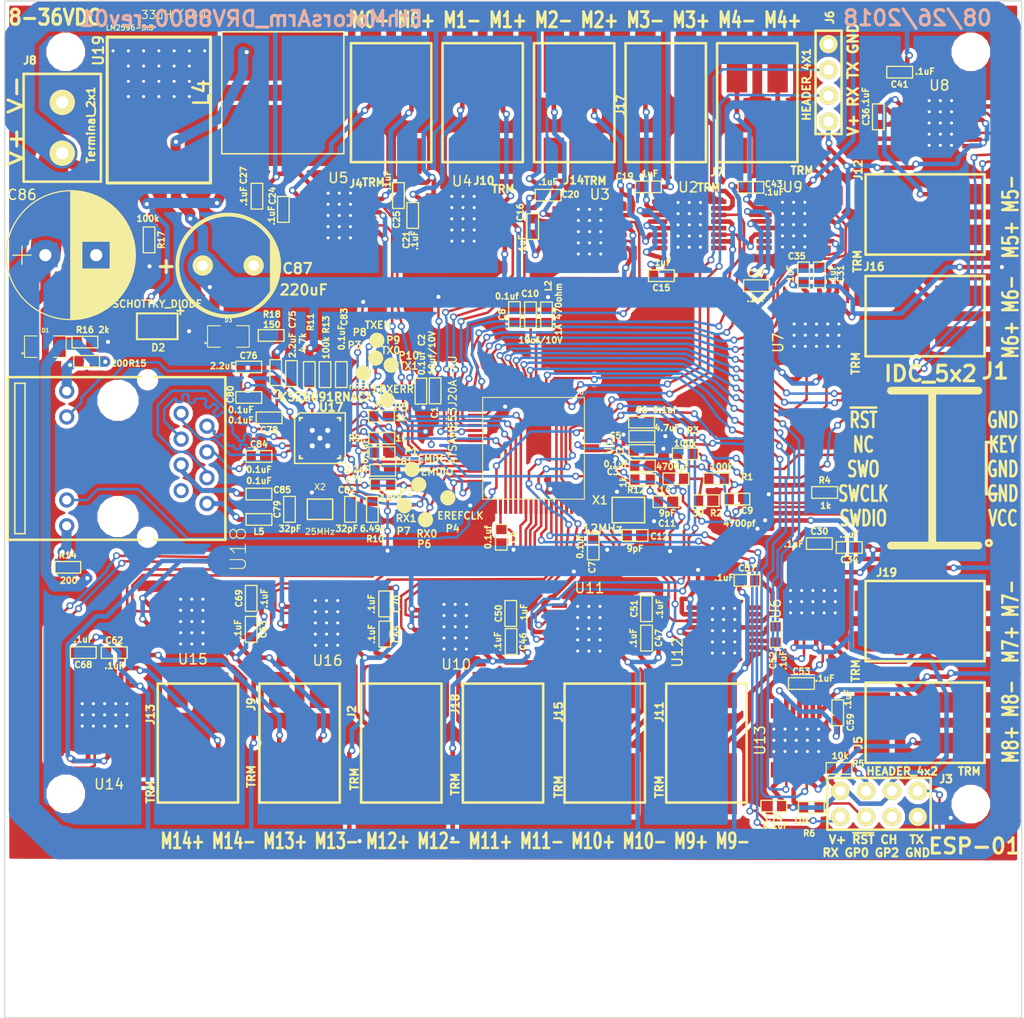
<source format=kicad_pcb>
(kicad_pcb (version 4) (host pcbnew 4.0.7-e2-6376~58~ubuntu16.04.1)
  (layers (0 F.Cu signal) (31 B.Cu signal) (34 B.Paste user) (35 F.Paste user) (36 B.SilkS user) (37 F.SilkS user) (38 B.Mask user) (39 F.Mask user) (44 Edge.Cuts user))
  (net 0 "")
  (net 1 AVDD)
  (net 2 GND)
  (net 3 GreenLED)
  (net 4 M0+)
  (net 5 M0-)
  (net 6 M1+)
  (net 7 M1-)
  (net 8 M10+)
  (net 9 M10-)
  (net 10 M11+)
  (net 11 M11-)
  (net 12 M2+)
  (net 13 M2-)
  (net 14 M3+)
  (net 15 M3-)
  (net 16 M4+)
  (net 17 M4-)
  (net 18 M5+)
  (net 19 M5-)
  (net 20 M6+)
  (net 21 M6-)
  (net 22 M7+)
  (net 23 M7-)
  (net 24 M8+)
  (net 25 M8-)
  (net 26 M9+)
  (net 27 M9-)
  (net 28 RXP)
  (net 29 TXP)
  (net 30 VDD)
  (net 31 VMotor)
  (net 32 YellowLED)
  (net 33 "Net-(C27-Pad2)")
  (net 34 "Net-(C30-Pad2)")
  (net 35 "Net-(C35-Pad2)")
  (net 36 "Net-(C36-Pad2)")
  (net 37 "Net-(C36-Pad1)")
  (net 38 "Net-(C41-Pad2)")
  (net 39 "Net-(C43-Pad2)")
  (net 40 "Net-(C46-Pad2)")
  (net 41 "Net-(C51-Pad2)")
  (net 42 "Net-(C52-Pad2)")
  (net 43 "Net-(C52-Pad1)")
  (net 44 "Net-(C59-Pad2)")
  (net 45 "Net-(C62-Pad2)")
  (net 46 "Net-(C69-Pad2)")
  (net 47 M12+)
  (net 48 M12-)
  (net 49 VDD_MCU_VDDCORE)
  (net 50 VDDANA)
  (net 51 XOUT)
  (net 52 XIN)
  (net 53 ~RESET~)
  (net 54 "Net-(C15-Pad2)")
  (net 55 "Net-(C15-Pad1)")
  (net 56 "Net-(C16-Pad2)")
  (net 57 "Net-(C16-Pad1)")
  (net 58 "Net-(C19-Pad2)")
  (net 59 "Net-(C20-Pad2)")
  (net 60 "Net-(C21-Pad2)")
  (net 61 "Net-(C21-Pad1)")
  (net 62 "Net-(C24-Pad2)")
  (net 63 "Net-(C24-Pad1)")
  (net 64 "Net-(C25-Pad2)")
  (net 65 "Net-(C30-Pad1)")
  (net 66 "Net-(C31-Pad2)")
  (net 67 "Net-(C31-Pad1)")
  (net 68 "Net-(C34-Pad2)")
  (net 69 "Net-(C37-Pad2)")
  (net 70 "Net-(C37-Pad1)")
  (net 71 "Net-(C46-Pad1)")
  (net 72 "Net-(C47-Pad2)")
  (net 73 "Net-(C47-Pad1)")
  (net 74 "Net-(C50-Pad2)")
  (net 75 "Net-(C53-Pad2)")
  (net 76 "Net-(C53-Pad1)")
  (net 77 "Net-(C57-Pad2)")
  (net 78 "Net-(C62-Pad1)")
  (net 79 "Net-(C63-Pad2)")
  (net 80 "Net-(C63-Pad1)")
  (net 81 "Net-(C65-Pad2)")
  (net 82 "Net-(C65-Pad1)")
  (net 83 "Net-(C68-Pad2)")
  (net 84 "Net-(C70-Pad2)")
  (net 85 "Net-(C75-Pad1)")
  (net 86 "Net-(C76-Pad1)")
  (net 87 "Net-(C79-Pad1)")
  (net 88 "Net-(C82-Pad1)")
  (net 89 ~RST#~)
  (net 90 "Net-(C84-Pad1)")
  (net 91 "Net-(C85-Pad2)")
  (net 92 "Net-(D1-Pad2)")
  (net 93 "Net-(D2-Pad1)")
  (net 94 "Net-(D3-Pad2)")
  (net 95 SWO)
  (net 96 SWCLK)
  (net 97 SWDIO)
  (net 98 "Net-(J3-Pad5)")
  (net 99 ESP_TX_SAM_RX)
  (net 100 ESP_RX_SAM_TX)
  (net 101 "Net-(J3-Pad6)")
  (net 102 USART1RX)
  (net 103 USART1TX)
  (net 104 M13+)
  (net 105 M13-)
  (net 106 M14+)
  (net 107 M14-)
  (net 108 VDD_MCU_VSW)
  (net 109 RJ45_GND)
  (net 110 MDC)
  (net 111 MDIO)
  (net 112 TXCK)
  (net 113 RXER)
  (net 114 RX0)
  (net 115 RX1)
  (net 116 TXEN)
  (net 117 TX0)
  (net 118 TX1)
  (net 119 RXDV)
  (net 120 "Net-(R10-Pad1)")
  (net 121 INT11)
  (net 122 "Net-(R14-Pad1)")
  (net 123 "Net-(R15-Pad1)")
  (net 124 M11_1_PB00)
  (net 125 M11_2_PB01)
  (net 126 M10_2_PB03)
  (net 127 M10_1_PB02)
  (net 128 M12_2_PA25)
  (net 129 M4_2_PA07)
  (net 130 M5_1_PA04)
  (net 131 M5_2_PA05)
  (net 132 M4_1_PA06)
  (net 133 M14_2_PA21)
  (net 134 M13_1_PA22)
  (net 135 M12_1_PA24)
  (net 136 M13_2_PA23)
  (net 137 M14_1_PA20)
  (net 138 M6_1_PB08)
  (net 139 M7_2_PB07)
  (net 140 M7_1_PB06)
  (net 141 M8_2_PB05)
  (net 142 M8_1_PB04)
  (net 143 M9_1_PA02)
  (net 144 M9_2_PA03)
  (net 145 M1_1_PB10)
  (net 146 M1_2_PB11)
  (net 147 M0_2_PB13)
  (net 148 M0_1_PB12)
  (net 149 M2_2_PA11)
  (net 150 M3_2_PA09)
  (net 151 M2_1_PA10)
  (net 152 M3_1_PA08)
  (net 153 M6_2_PB09)
  (net 154 RXM)
  (net 155 TXM)
  (module ted_capacitors:TED_SM0603_C (layer F.Cu) (at 150.57 80.02 180)
    (fp_text reference C15 (at 0 -1.2 180) (layer F.SilkS) (effects (font (size 0.6 0.6))))
    (fp_text value .1uF (at 0 1.3 180) (layer F.SilkS) (effects (font (size 0.6 0.6))))
    (pad 2 smd rect (at 0.75184 0 180) (size 0.89916 1.00076) (layers F.Cu F.Paste F.Mask) (net 54 "Net-(C15-Pad2)") (clearance 0.1))
    (pad 1 smd rect (at -0.75184 0 180) (size 0.9 1) (layers F.Cu F.Paste F.Mask) (net 55 "Net-(C15-Pad1)") (clearance 0.1))
  )
  (module ted_holes:TED_Hole_3mm (layer F.Cu) (at 91 131)
    (fp_text reference H1 hide)
    (fp_text value HOLE hide)
    (pad "" np_thru_hole circle (at 1 0) (size 3 3) (drill 3) (layers *.Cu *.Mask F.SilkS))
  )
  (module ted_holes:TED_Hole_3mm (layer F.Cu) (at 90 58)
    (fp_text reference H2 hide)
    (fp_text value HOLE hide)
    (pad "" np_thru_hole circle (at 2 0) (size 3 3) (drill 3) (layers *.Cu *.Mask F.SilkS))
  )
  (module ted_holes:TED_Hole_3mm (layer F.Cu) (at 181 132)
    (fp_text reference H3 hide)
    (fp_text value HOLE hide)
    (pad "" np_thru_hole circle (at 0 0) (size 3 3) (drill 3) (layers *.Cu *.Mask F.SilkS))
  )
  (module ted_holes:TED_Hole_3mm (layer F.Cu) (at 181 58)
    (fp_text reference H4 hide)
    (fp_text value HOLE hide)
    (pad "" np_thru_hole circle (at 0 0) (size 3 3) (drill 3) (layers *.Cu *.Mask F.SilkS))
  )
  (module ted_capacitors:TED_SM0603_C (layer F.Cu) (at 128.325 91.35 270)
    (fp_text reference C1 (at 2.122 0.055 270) (layer F.SilkS) (effects (font (size 0.6 0.6))))
    (fp_text value 10uf/10V (at -3.72 0.309 270) (layer F.SilkS) (effects (font (size 0.6 0.6))))
    (pad 2 smd rect (at 0.75184 0 270) (size 0.89916 1.00076) (layers F.Cu F.Paste F.Mask) (net 2 GND) (clearance 0.1))
    (pad 1 smd rect (at -0.75184 0 270) (size 0.9 1) (layers F.Cu F.Paste F.Mask) (net 30 VDD) (clearance 0.1))
  )
  (module ted_capacitors:TED_SM0603_C (layer F.Cu) (at 126.925 91.375 270)
    (fp_text reference C2 (at -5.015 -0.075 270) (layer F.SilkS) (effects (font (size 0.6 0.6))))
    (fp_text value 0.1uf (at -2.729 -0.075 270) (layer F.SilkS) (effects (font (size 0.6 0.6))))
    (pad 2 smd rect (at 0.75184 0 270) (size 0.89916 1.00076) (layers F.Cu F.Paste F.Mask) (net 2 GND) (clearance 0.1))
    (pad 1 smd rect (at -0.75184 0 270) (size 0.9 1) (layers F.Cu F.Paste F.Mask) (net 30 VDD) (clearance 0.1))
  )
  (module ted_capacitors:TED_SM0603_C (layer F.Cu) (at 148.7 98.725)
    (fp_text reference C3 (at -2.904 0.589) (layer F.SilkS) (effects (font (size 0.6 0.6))))
    (fp_text value 0.1uf (at -2.65 -0.173 180) (layer F.SilkS) (effects (font (size 0.6 0.6))))
    (pad 2 smd rect (at 0.75184 0) (size 0.89916 1.00076) (layers F.Cu F.Paste F.Mask) (net 2 GND) (clearance 0.1))
    (pad 1 smd rect (at -0.75184 0) (size 0.9 1) (layers F.Cu F.Paste F.Mask) (net 49 VDD_MCU_VDDCORE) (clearance 0.1))
  )
  (module ted_capacitors:TED_SM0603_C (layer F.Cu) (at 134.83 105.75 270)
    (fp_text reference C4 (at 0 -1.2 270) (layer F.SilkS) (effects (font (size 0.6 0.6))))
    (fp_text value 0.1uf (at 0 1.3 270) (layer F.SilkS) (effects (font (size 0.6 0.6))))
    (pad 2 smd rect (at 0.75184 0 270) (size 0.89916 1.00076) (layers F.Cu F.Paste F.Mask) (net 2 GND) (clearance 0.1))
    (pad 1 smd rect (at -0.75184 0 270) (size 0.9 1) (layers F.Cu F.Paste F.Mask) (net 30 VDD) (clearance 0.1))
  )
  (module ted_capacitors:TED_SM0603_C (layer F.Cu) (at 148.65 95.825 180)
    (fp_text reference C5 (at 2.6 0.067 180) (layer F.SilkS) (effects (font (size 0.6 0.6))))
    (fp_text value 4.7uF (at -2.48 0.829 180) (layer F.SilkS) (effects (font (size 0.6 0.6))))
    (pad 2 smd rect (at 0.75184 0 180) (size 0.89916 1.00076) (layers F.Cu F.Paste F.Mask) (net 2 GND) (clearance 0.1))
    (pad 1 smd rect (at -0.75184 0 180) (size 0.9 1) (layers F.Cu F.Paste F.Mask) (net 49 VDD_MCU_VDDCORE) (clearance 0.1))
  )
  (module ted_capacitors:TED_SM0603_C (layer F.Cu) (at 148.625 94.425)
    (fp_text reference C6 (at 0 -1.2) (layer F.SilkS) (effects (font (size 0.6 0.6))))
    (fp_text value 0.1uf (at 2.251 -1.207) (layer F.SilkS) (effects (font (size 0.6 0.6))))
    (pad 2 smd rect (at 0.75184 0) (size 0.89916 1.00076) (layers F.Cu F.Paste F.Mask) (net 2 GND) (clearance 0.1))
    (pad 1 smd rect (at -0.75184 0) (size 0.9 1) (layers F.Cu F.Paste F.Mask) (net 30 VDD) (clearance 0.1))
  )
  (module ted_capacitors:TED_SM0603_C (layer F.Cu) (at 143.87 106.7 270)
    (fp_text reference C7 (at 2.012 0.106 270) (layer F.SilkS) (effects (font (size 0.6 0.6))))
    (fp_text value 0.1uf (at 0 1.3 270) (layer F.SilkS) (effects (font (size 0.6 0.6))))
    (pad 2 smd rect (at 0.75184 0 270) (size 0.89916 1.00076) (layers F.Cu F.Paste F.Mask) (net 2 GND) (clearance 0.1))
    (pad 1 smd rect (at -0.75184 0 270) (size 0.9 1) (layers F.Cu F.Paste F.Mask) (net 30 VDD) (clearance 0.1))
  )
  (module ted_capacitors:TED_SM0603_C (layer F.Cu) (at 136.125 83.85 90)
    (fp_text reference C8 (at 0 -1.2 90) (layer F.SilkS) (effects (font (size 0.6 0.6))))
    (fp_text value 0.1uf (at 1.808 -0.743 180) (layer F.SilkS) (effects (font (size 0.6 0.6))))
    (pad 2 smd rect (at 0.75184 0 90) (size 0.89916 1.00076) (layers F.Cu F.Paste F.Mask) (net 2 GND) (clearance 0.1))
    (pad 1 smd rect (at -0.75184 0 90) (size 0.9 1) (layers F.Cu F.Paste F.Mask) (net 50 VDDANA) (clearance 0.1))
  )
  (module ted_capacitors:TED_SM0603_C (layer F.Cu) (at 158 102)
    (fp_text reference C9 (at 1.004 1.124) (layer F.SilkS) (effects (font (size 0.6 0.6))))
    (fp_text value 4700pf (at 0.242 2.394) (layer F.SilkS) (effects (font (size 0.6 0.6))))
    (pad 2 smd rect (at 0.75184 0) (size 0.89916 1.00076) (layers F.Cu F.Paste F.Mask) (net 2 GND) (clearance 0.1))
    (pad 1 smd rect (at -0.75184 0) (size 0.9 1) (layers F.Cu F.Paste F.Mask) (net 30 VDD) (clearance 0.1))
  )
  (module ted_capacitors:TED_SM0603_C (layer F.Cu) (at 137.7 83.875 90)
    (fp_text reference C10 (at 2.087 -0.032 180) (layer F.SilkS) (effects (font (size 0.6 0.6))))
    (fp_text value 10uf/10V (at -2.485 0.984 360) (layer F.SilkS) (effects (font (size 0.6 0.6))))
    (pad 2 smd rect (at 0.75184 0 90) (size 0.89916 1.00076) (layers F.Cu F.Paste F.Mask) (net 2 GND) (clearance 0.1))
    (pad 1 smd rect (at -0.75184 0 90) (size 0.9 1) (layers F.Cu F.Paste F.Mask) (net 50 VDDANA) (clearance 0.1))
  )
  (module ted_capacitors:TED_SM0603_C (layer F.Cu) (at 151.025 102.25)
    (fp_text reference C11 (at 0.105 2.144) (layer F.SilkS) (effects (font (size 0.6 0.6))))
    (fp_text value 9pF (at 0.105 1.128) (layer F.SilkS) (effects (font (size 0.6 0.6))))
    (pad 2 smd rect (at 0.75184 0) (size 0.89916 1.00076) (layers F.Cu F.Paste F.Mask) (net 2 GND) (clearance 0.1))
    (pad 1 smd rect (at -0.75184 0) (size 0.9 1) (layers F.Cu F.Paste F.Mask) (net 51 XOUT) (clearance 0.1))
  )
  (module ted_capacitors:TED_SM0603_C (layer F.Cu) (at 147.975 105.575)
    (fp_text reference C12 (at 2.393 0.089) (layer F.SilkS) (effects (font (size 0.6 0.6))))
    (fp_text value 9pF (at 0 1.3) (layer F.SilkS) (effects (font (size 0.6 0.6))))
    (pad 2 smd rect (at 0.75184 0) (size 0.89916 1.00076) (layers F.Cu F.Paste F.Mask) (net 2 GND) (clearance 0.1))
    (pad 1 smd rect (at -0.75184 0) (size 0.9 1) (layers F.Cu F.Paste F.Mask) (net 52 XIN) (clearance 0.1))
  )
  (module ted_capacitors:TED_SM0603_C (layer F.Cu) (at 152 100 180)
    (fp_text reference C14 (at 1.378 -1.092 180) (layer F.SilkS) (effects (font (size 0.6 0.6))))
    (fp_text value 4700pf (at 0.362 1.194 180) (layer F.SilkS) (effects (font (size 0.6 0.6))))
    (pad 2 smd rect (at 0.75184 0 180) (size 0.89916 1.00076) (layers F.Cu F.Paste F.Mask) (net 2 GND) (clearance 0.1))
    (pad 1 smd rect (at -0.75184 0 180) (size 0.9 1) (layers F.Cu F.Paste F.Mask) (net 53 ~RESET~) (clearance 0.1))
  )
  (module ted_capacitors:TED_SM0603_C (layer F.Cu) (at 137.922 75.184 90)
    (fp_text reference C16 (at 1.404 -1.222 90) (layer F.SilkS) (effects (font (size 0.6 0.6))))
    (fp_text value .1uF (at -1.776 -1.052 90) (layer F.SilkS) (effects (font (size 0.6 0.6))))
    (pad 2 smd rect (at 0.75184 0 90) (size 0.89916 1.00076) (layers F.Cu F.Paste F.Mask) (net 56 "Net-(C16-Pad2)") (clearance 0.1))
    (pad 1 smd rect (at -0.75184 0 90) (size 0.9 1) (layers F.Cu F.Paste F.Mask) (net 57 "Net-(C16-Pad1)") (clearance 0.1))
  )
  (module ted_capacitors:TED_SM0603_C (layer F.Cu) (at 149.29 71.28 180)
    (fp_text reference C19 (at 2.34 1.03 180) (layer F.SilkS) (effects (font (size 0.6 0.6))))
    (fp_text value .1uF (at 0 1.3 180) (layer F.SilkS) (effects (font (size 0.6 0.6))))
    (pad 2 smd rect (at 0.75184 0 180) (size 0.89916 1.00076) (layers F.Cu F.Paste F.Mask) (net 58 "Net-(C19-Pad2)") (clearance 0.1))
    (pad 1 smd rect (at -0.75184 0 180) (size 0.9 1) (layers F.Cu F.Paste F.Mask) (net 31 VMotor) (clearance 0.1))
  )
  (module ted_capacitors:TED_SM0603_C (layer F.Cu) (at 139.43 72.1 180)
    (fp_text reference C20 (at -2.2 0.07 180) (layer F.SilkS) (effects (font (size 0.6 0.6))))
    (fp_text value .1uF (at 0 1.3 180) (layer F.SilkS) (effects (font (size 0.6 0.6))))
    (pad 2 smd rect (at 0.75184 0 180) (size 0.89916 1.00076) (layers F.Cu F.Paste F.Mask) (net 59 "Net-(C20-Pad2)") (clearance 0.1))
    (pad 1 smd rect (at -0.75184 0 180) (size 0.9 1) (layers F.Cu F.Paste F.Mask) (net 31 VMotor) (clearance 0.1))
  )
  (module ted_capacitors:TED_SM0603_C (layer F.Cu) (at 126.12 74.09 90)
    (fp_text reference C21 (at -2.4 -0.62 90) (layer F.SilkS) (effects (font (size 0.6 0.6))))
    (fp_text value .1uF (at -2.46 0.19 90) (layer F.SilkS) (effects (font (size 0.6 0.6))))
    (pad 2 smd rect (at 0.75184 0 90) (size 0.89916 1.00076) (layers F.Cu F.Paste F.Mask) (net 60 "Net-(C21-Pad2)") (clearance 0.1))
    (pad 1 smd rect (at -0.75184 0 90) (size 0.9 1) (layers F.Cu F.Paste F.Mask) (net 61 "Net-(C21-Pad1)") (clearance 0.1))
  )
  (module ted_capacitors:TED_SM0603_C (layer F.Cu) (at 113.4 73.5 90)
    (fp_text reference C24 (at 1.35 -1.07 90) (layer F.SilkS) (effects (font (size 0.6 0.6))))
    (fp_text value .1uF (at -0.6 -1.16 90) (layer F.SilkS) (effects (font (size 0.6 0.6))))
    (pad 2 smd rect (at 0.75184 0 90) (size 0.89916 1.00076) (layers F.Cu F.Paste F.Mask) (net 62 "Net-(C24-Pad2)") (clearance 0.1))
    (pad 1 smd rect (at -0.75184 0 90) (size 0.9 1) (layers F.Cu F.Paste F.Mask) (net 63 "Net-(C24-Pad1)") (clearance 0.1))
  )
  (module ted_capacitors:TED_SM0603_C (layer F.Cu) (at 124.714 72.136 270)
    (fp_text reference C25 (at 2.374 0.174 270) (layer F.SilkS) (effects (font (size 0.6 0.6))))
    (fp_text value .1uF (at -1.496 1.074 270) (layer F.SilkS) (effects (font (size 0.6 0.6))))
    (pad 2 smd rect (at 0.75184 0 270) (size 0.89916 1.00076) (layers F.Cu F.Paste F.Mask) (net 64 "Net-(C25-Pad2)") (clearance 0.1))
    (pad 1 smd rect (at -0.75184 0 270) (size 0.9 1) (layers F.Cu F.Paste F.Mask) (net 31 VMotor) (clearance 0.1))
  )
  (module ted_capacitors:TED_SM0603_C (layer F.Cu) (at 110.8 72.2 270)
    (fp_text reference C27 (at -2.05 1.31 270) (layer F.SilkS) (effects (font (size 0.6 0.6))))
    (fp_text value .1uF (at 0 1.3 270) (layer F.SilkS) (effects (font (size 0.6 0.6))))
    (pad 2 smd rect (at 0.75184 0 270) (size 0.89916 1.00076) (layers F.Cu F.Paste F.Mask) (net 33 "Net-(C27-Pad2)") (clearance 0.1))
    (pad 1 smd rect (at -0.75184 0 270) (size 0.9 1) (layers F.Cu F.Paste F.Mask) (net 31 VMotor) (clearance 0.1))
  )
  (module ted_capacitors:TED_SM0603_C (layer F.Cu) (at 166.1 106.37)
    (fp_text reference C30 (at 0 -1.2) (layer F.SilkS) (effects (font (size 0.6 0.6))))
    (fp_text value .1uF (at -2.524 0.056) (layer F.SilkS) (effects (font (size 0.6 0.6))))
    (pad 2 smd rect (at 0.75184 0) (size 0.89916 1.00076) (layers F.Cu F.Paste F.Mask) (net 34 "Net-(C30-Pad2)") (clearance 0.1))
    (pad 1 smd rect (at -0.75184 0) (size 0.9 1) (layers F.Cu F.Paste F.Mask) (net 65 "Net-(C30-Pad1)") (clearance 0.1))
  )
  (module ted_capacitors:TED_SM0603_C (layer F.Cu) (at 166.1 79.94 90)
    (fp_text reference C31 (at 0.11 2.1 90) (layer F.SilkS) (effects (font (size 0.6 0.6))))
    (fp_text value .1uF (at 0 1.3 90) (layer F.SilkS) (effects (font (size 0.6 0.6))))
    (pad 2 smd rect (at 0.75184 0 90) (size 0.89916 1.00076) (layers F.Cu F.Paste F.Mask) (net 66 "Net-(C31-Pad2)") (clearance 0.1))
    (pad 1 smd rect (at -0.75184 0 90) (size 0.9 1) (layers F.Cu F.Paste F.Mask) (net 67 "Net-(C31-Pad1)") (clearance 0.1))
  )
  (module ted_capacitors:TED_SM0603_C (layer F.Cu) (at 169.04 106.76 180)
    (fp_text reference C34 (at 0 -1.2 180) (layer F.SilkS) (effects (font (size 0.6 0.6))))
    (fp_text value .1uF (at 0 1.3 180) (layer F.SilkS) (effects (font (size 0.6 0.6))))
    (pad 2 smd rect (at 0.75184 0 180) (size 0.89916 1.00076) (layers F.Cu F.Paste F.Mask) (net 68 "Net-(C34-Pad2)") (clearance 0.1))
    (pad 1 smd rect (at -0.75184 0 180) (size 0.9 1) (layers F.Cu F.Paste F.Mask) (net 31 VMotor) (clearance 0.1))
  )
  (module ted_capacitors:TED_SM0603_C (layer F.Cu) (at 164.56 79.95 270)
    (fp_text reference C35 (at -1.85 0.68 360) (layer F.SilkS) (effects (font (size 0.6 0.6))))
    (fp_text value .1uF (at 0 1.3 270) (layer F.SilkS) (effects (font (size 0.6 0.6))))
    (pad 2 smd rect (at 0.75184 0 270) (size 0.89916 1.00076) (layers F.Cu F.Paste F.Mask) (net 35 "Net-(C35-Pad2)") (clearance 0.1))
    (pad 1 smd rect (at -0.75184 0 270) (size 0.9 1) (layers F.Cu F.Paste F.Mask) (net 31 VMotor) (clearance 0.1))
  )
  (module ted_capacitors:TED_SM0603_C (layer F.Cu) (at 171.9 64.39 90)
    (fp_text reference C36 (at 0 -1.2 90) (layer F.SilkS) (effects (font (size 0.6 0.6))))
    (fp_text value .1uF (at 1.94 -1.24 90) (layer F.SilkS) (effects (font (size 0.6 0.6))))
    (pad 2 smd rect (at 0.75184 0 90) (size 0.89916 1.00076) (layers F.Cu F.Paste F.Mask) (net 36 "Net-(C36-Pad2)") (clearance 0.1))
    (pad 1 smd rect (at -0.75184 0 90) (size 0.9 1) (layers F.Cu F.Paste F.Mask) (net 37 "Net-(C36-Pad1)") (clearance 0.1))
  )
  (module ted_capacitors:TED_SM0603_C (layer F.Cu) (at 159.92 81)
    (fp_text reference C37 (at 0 -1.2) (layer F.SilkS) (effects (font (size 0.6 0.6))))
    (fp_text value .1uF (at 0 1.3) (layer F.SilkS) (effects (font (size 0.6 0.6))))
    (pad 2 smd rect (at 0.75184 0) (size 0.89916 1.00076) (layers F.Cu F.Paste F.Mask) (net 69 "Net-(C37-Pad2)") (clearance 0.1))
    (pad 1 smd rect (at -0.75184 0) (size 0.9 1) (layers F.Cu F.Paste F.Mask) (net 70 "Net-(C37-Pad1)") (clearance 0.1))
  )
  (module ted_capacitors:TED_SM0603_C (layer F.Cu) (at 174 60 180)
    (fp_text reference C41 (at 0 -1.2 180) (layer F.SilkS) (effects (font (size 0.6 0.6))))
    (fp_text value .1uF (at -2.47 0.07 180) (layer F.SilkS) (effects (font (size 0.6 0.6))))
    (pad 2 smd rect (at 0.75184 0 180) (size 0.89916 1.00076) (layers F.Cu F.Paste F.Mask) (net 38 "Net-(C41-Pad2)") (clearance 0.1))
    (pad 1 smd rect (at -0.75184 0 180) (size 0.9 1) (layers F.Cu F.Paste F.Mask) (net 31 VMotor) (clearance 0.1))
  )
  (module ted_capacitors:TED_SM0603_C (layer F.Cu) (at 159.37 71.33 180)
    (fp_text reference C43 (at -2.24 0.32 180) (layer F.SilkS) (effects (font (size 0.6 0.6))))
    (fp_text value .1uF (at -2.3 -0.47 180) (layer F.SilkS) (effects (font (size 0.6 0.6))))
    (pad 2 smd rect (at 0.75184 0 180) (size 0.89916 1.00076) (layers F.Cu F.Paste F.Mask) (net 39 "Net-(C43-Pad2)") (clearance 0.1))
    (pad 1 smd rect (at -0.75184 0 180) (size 0.9 1) (layers F.Cu F.Paste F.Mask) (net 31 VMotor) (clearance 0.1))
  )
  (module ted_capacitors:TED_SM0603_C (layer F.Cu) (at 135.79 116.01 270)
    (fp_text reference C46 (at 0 -1.2 270) (layer F.SilkS) (effects (font (size 0.6 0.6))))
    (fp_text value .1uF (at 0 1.3 270) (layer F.SilkS) (effects (font (size 0.6 0.6))))
    (pad 2 smd rect (at 0.75184 0 270) (size 0.89916 1.00076) (layers F.Cu F.Paste F.Mask) (net 40 "Net-(C46-Pad2)") (clearance 0.1))
    (pad 1 smd rect (at -0.75184 0 270) (size 0.9 1) (layers F.Cu F.Paste F.Mask) (net 71 "Net-(C46-Pad1)") (clearance 0.1))
  )
  (module ted_capacitors:TED_SM0603_C (layer F.Cu) (at 149.11 115.67 270)
    (fp_text reference C47 (at 0 -1.2 270) (layer F.SilkS) (effects (font (size 0.6 0.6))))
    (fp_text value .1uF (at 0 1.3 270) (layer F.SilkS) (effects (font (size 0.6 0.6))))
    (pad 2 smd rect (at 0.75184 0 270) (size 0.89916 1.00076) (layers F.Cu F.Paste F.Mask) (net 72 "Net-(C47-Pad2)") (clearance 0.1))
    (pad 1 smd rect (at -0.75184 0 270) (size 0.9 1) (layers F.Cu F.Paste F.Mask) (net 73 "Net-(C47-Pad1)") (clearance 0.1))
  )
  (module ted_capacitors:TED_SM0603_C (layer F.Cu) (at 135.76 113.25 90)
    (fp_text reference C50 (at 0 -1.2 90) (layer F.SilkS) (effects (font (size 0.6 0.6))))
    (fp_text value .1uF (at 0 1.3 90) (layer F.SilkS) (effects (font (size 0.6 0.6))))
    (pad 2 smd rect (at 0.75184 0 90) (size 0.89916 1.00076) (layers F.Cu F.Paste F.Mask) (net 74 "Net-(C50-Pad2)") (clearance 0.1))
    (pad 1 smd rect (at -0.75184 0 90) (size 0.9 1) (layers F.Cu F.Paste F.Mask) (net 31 VMotor) (clearance 0.1))
  )
  (module ted_capacitors:TED_SM0603_C (layer F.Cu) (at 149.098 112.776 90)
    (fp_text reference C51 (at 0 -1.2 90) (layer F.SilkS) (effects (font (size 0.6 0.6))))
    (fp_text value .1uF (at 0 1.3 90) (layer F.SilkS) (effects (font (size 0.6 0.6))))
    (pad 2 smd rect (at 0.75184 0 90) (size 0.89916 1.00076) (layers F.Cu F.Paste F.Mask) (net 41 "Net-(C51-Pad2)") (clearance 0.1))
    (pad 1 smd rect (at -0.75184 0 90) (size 0.9 1) (layers F.Cu F.Paste F.Mask) (net 31 VMotor) (clearance 0.1))
  )
  (module ted_capacitors:TED_SM0603_C (layer F.Cu) (at 161.798 115.316 270)
    (fp_text reference C52 (at 2.54 0.254 270) (layer F.SilkS) (effects (font (size 0.6 0.6))))
    (fp_text value .1uF (at 2.54 -0.762 270) (layer F.SilkS) (effects (font (size 0.6 0.6))))
    (pad 2 smd rect (at 0.75184 0 270) (size 0.89916 1.00076) (layers F.Cu F.Paste F.Mask) (net 42 "Net-(C52-Pad2)") (clearance 0.1))
    (pad 1 smd rect (at -0.75184 0 270) (size 0.9 1) (layers F.Cu F.Paste F.Mask) (net 43 "Net-(C52-Pad1)") (clearance 0.1))
  )
  (module ted_capacitors:TED_SM0603_C (layer F.Cu) (at 164.338 120.142)
    (fp_text reference C53 (at 0 -1.2) (layer F.SilkS) (effects (font (size 0.6 0.6))))
    (fp_text value .1uF (at 2.286 -0.508) (layer F.SilkS) (effects (font (size 0.6 0.6))))
    (pad 2 smd rect (at 0.75184 0) (size 0.89916 1.00076) (layers F.Cu F.Paste F.Mask) (net 75 "Net-(C53-Pad2)") (clearance 0.1))
    (pad 1 smd rect (at -0.75184 0) (size 0.9 1) (layers F.Cu F.Paste F.Mask) (net 76 "Net-(C53-Pad1)") (clearance 0.1))
  )
  (module ted_capacitors:TED_SM0603_C (layer F.Cu) (at 159 110)
    (fp_text reference C57 (at 0 -1.2) (layer F.SilkS) (effects (font (size 0.6 0.6))))
    (fp_text value .1uF (at -2.282 -0.272) (layer F.SilkS) (effects (font (size 0.6 0.6))))
    (pad 2 smd rect (at 0.75184 0) (size 0.89916 1.00076) (layers F.Cu F.Paste F.Mask) (net 77 "Net-(C57-Pad2)") (clearance 0.1))
    (pad 1 smd rect (at -0.75184 0) (size 0.9 1) (layers F.Cu F.Paste F.Mask) (net 31 VMotor) (clearance 0.1))
  )
  (module ted_capacitors:TED_SM0603_C (layer F.Cu) (at 167.91 123.02 270)
    (fp_text reference C59 (at 0.932 -1.254 270) (layer F.SilkS) (effects (font (size 0.6 0.6))))
    (fp_text value .1uF (at -1.354 -1 270) (layer F.SilkS) (effects (font (size 0.6 0.6))))
    (pad 2 smd rect (at 0.75184 0 270) (size 0.89916 1.00076) (layers F.Cu F.Paste F.Mask) (net 44 "Net-(C59-Pad2)") (clearance 0.1))
    (pad 1 smd rect (at -0.75184 0 270) (size 0.9 1) (layers F.Cu F.Paste F.Mask) (net 31 VMotor) (clearance 0.1))
  )
  (module ted_capacitors:TED_SM0603_C (layer F.Cu) (at 96.774 117.094)
    (fp_text reference C62 (at 0 -1.2) (layer F.SilkS) (effects (font (size 0.6 0.6))))
    (fp_text value .1uF (at 0 1.3) (layer F.SilkS) (effects (font (size 0.6 0.6))))
    (pad 2 smd rect (at 0.75184 0) (size 0.89916 1.00076) (layers F.Cu F.Paste F.Mask) (net 45 "Net-(C62-Pad2)") (clearance 0.1))
    (pad 1 smd rect (at -0.75184 0) (size 0.9 1) (layers F.Cu F.Paste F.Mask) (net 78 "Net-(C62-Pad1)") (clearance 0.1))
  )
  (module ted_capacitors:TED_SM0603_C (layer F.Cu) (at 110.236 114.808 270)
    (fp_text reference C63 (at 0 -1.2 270) (layer F.SilkS) (effects (font (size 0.6 0.6))))
    (fp_text value .1uF (at 0 1.3 270) (layer F.SilkS) (effects (font (size 0.6 0.6))))
    (pad 2 smd rect (at 0.75184 0 270) (size 0.89916 1.00076) (layers F.Cu F.Paste F.Mask) (net 79 "Net-(C63-Pad2)") (clearance 0.1))
    (pad 1 smd rect (at -0.75184 0 270) (size 0.9 1) (layers F.Cu F.Paste F.Mask) (net 80 "Net-(C63-Pad1)") (clearance 0.1))
  )
  (module ted_capacitors:TED_SM0603_C (layer F.Cu) (at 123.38 115.28 270)
    (fp_text reference C65 (at 0 -1.2 270) (layer F.SilkS) (effects (font (size 0.6 0.6))))
    (fp_text value .1uF (at 0 1.3 270) (layer F.SilkS) (effects (font (size 0.6 0.6))))
    (pad 2 smd rect (at 0.75184 0 270) (size 0.89916 1.00076) (layers F.Cu F.Paste F.Mask) (net 81 "Net-(C65-Pad2)") (clearance 0.1))
    (pad 1 smd rect (at -0.75184 0 270) (size 0.9 1) (layers F.Cu F.Paste F.Mask) (net 82 "Net-(C65-Pad1)") (clearance 0.1))
  )
  (module ted_capacitors:TED_SM0603_C (layer F.Cu) (at 93.726 117.094 180)
    (fp_text reference C68 (at 0 -1.2 180) (layer F.SilkS) (effects (font (size 0.6 0.6))))
    (fp_text value .1uF (at 0 1.3 180) (layer F.SilkS) (effects (font (size 0.6 0.6))))
    (pad 2 smd rect (at 0.75184 0 180) (size 0.89916 1.00076) (layers F.Cu F.Paste F.Mask) (net 83 "Net-(C68-Pad2)") (clearance 0.1))
    (pad 1 smd rect (at -0.75184 0 180) (size 0.9 1) (layers F.Cu F.Paste F.Mask) (net 31 VMotor) (clearance 0.1))
  )
  (module ted_capacitors:TED_SM0603_C (layer F.Cu) (at 110.236 111.76 90)
    (fp_text reference C69 (at 0 -1.2 90) (layer F.SilkS) (effects (font (size 0.6 0.6))))
    (fp_text value .1uF (at 0 1.3 90) (layer F.SilkS) (effects (font (size 0.6 0.6))))
    (pad 2 smd rect (at 0.75184 0 90) (size 0.89916 1.00076) (layers F.Cu F.Paste F.Mask) (net 46 "Net-(C69-Pad2)") (clearance 0.1))
    (pad 1 smd rect (at -0.75184 0 90) (size 0.9 1) (layers F.Cu F.Paste F.Mask) (net 31 VMotor) (clearance 0.1))
  )
  (module ted_capacitors:TED_SM0603_C (layer F.Cu) (at 123.36 112.31 270)
    (fp_text reference C70 (at 0 -1.2 270) (layer F.SilkS) (effects (font (size 0.6 0.6))))
    (fp_text value .1uF (at 0 1.3 270) (layer F.SilkS) (effects (font (size 0.6 0.6))))
    (pad 2 smd rect (at 0.75184 0 270) (size 0.89916 1.00076) (layers F.Cu F.Paste F.Mask) (net 84 "Net-(C70-Pad2)") (clearance 0.1))
    (pad 1 smd rect (at -0.75184 0 270) (size 0.9 1) (layers F.Cu F.Paste F.Mask) (net 31 VMotor) (clearance 0.1))
  )
  (module ted_capacitors:TED_SM0603_C (layer F.Cu) (at 161.63 132.2 180)
    (fp_text reference C74 (at 0 -1.2 180) (layer F.SilkS) (effects (font (size 0.6 0.6))))
    (fp_text value 0.1uF (at -0.168 -1.912 180) (layer F.SilkS) (effects (font (size 0.6 0.6))))
    (pad 2 smd rect (at 0.75184 0 180) (size 0.89916 1.00076) (layers F.Cu F.Paste F.Mask) (net 2 GND) (clearance 0.1))
    (pad 1 smd rect (at -0.75184 0 180) (size 0.9 1) (layers F.Cu F.Paste F.Mask) (net 30 VDD) (clearance 0.1))
  )
  (module ted_capacitors:TED_SM0603_C (layer F.Cu) (at 114.2 89.65 90)
    (fp_text reference C75 (at 5.322 0.1 90) (layer F.SilkS) (effects (font (size 0.6 0.6))))
    (fp_text value 2.2uF (at 2.782 0.1 90) (layer F.SilkS) (effects (font (size 0.6 0.6))))
    (pad 2 smd rect (at 0.75184 0 90) (size 0.89916 1.00076) (layers F.Cu F.Paste F.Mask) (net 2 GND) (clearance 0.1))
    (pad 1 smd rect (at -0.75184 0 90) (size 0.9 1) (layers F.Cu F.Paste F.Mask) (net 85 "Net-(C75-Pad1)") (clearance 0.1))
  )
  (module ted_capacitors:TED_SM0603_C (layer F.Cu) (at 110 89)
    (fp_text reference C76 (at -0.018 -1.116) (layer F.SilkS) (effects (font (size 0.6 0.6))))
    (fp_text value 2.2uF (at -2.558 -0.1) (layer F.SilkS) (effects (font (size 0.6 0.6))))
    (pad 2 smd rect (at 0.75184 0) (size 0.89916 1.00076) (layers F.Cu F.Paste F.Mask) (net 2 GND) (clearance 0.1))
    (pad 1 smd rect (at -0.75184 0) (size 0.9 1) (layers F.Cu F.Paste F.Mask) (net 86 "Net-(C76-Pad1)") (clearance 0.1))
  )
  (module ted_capacitors:TED_SM0603_C (layer F.Cu) (at 123.17 99.16)
    (fp_text reference C77 (at -2.774 0.916) (layer F.SilkS) (effects (font (size 0.6 0.6))))
    (fp_text value 2.2uF (at -2.52 -0.1) (layer F.SilkS) (effects (font (size 0.6 0.6))))
    (pad 2 smd rect (at 0.75184 0) (size 0.89916 1.00076) (layers F.Cu F.Paste F.Mask) (net 2 GND) (clearance 0.1))
    (pad 1 smd rect (at -0.75184 0) (size 0.9 1) (layers F.Cu F.Paste F.Mask) (net 30 VDD) (clearance 0.1))
  )
  (module ted_capacitors:TED_SM0603_C (layer F.Cu) (at 112 94 180)
    (fp_text reference C78 (at 0 -1.2 180) (layer F.SilkS) (effects (font (size 0.6 0.6))))
    (fp_text value 0.1uF (at 2.78 -0.234 180) (layer F.SilkS) (effects (font (size 0.6 0.6))))
    (pad 2 smd rect (at 0.75184 0 180) (size 0.89916 1.00076) (layers F.Cu F.Paste F.Mask) (net 2 GND) (clearance 0.1))
    (pad 1 smd rect (at -0.75184 0 180) (size 0.9 1) (layers F.Cu F.Paste F.Mask) (net 85 "Net-(C75-Pad1)") (clearance 0.1))
  )
  (module ted_capacitors:TED_SM0603_C (layer F.Cu) (at 114 103 90)
    (fp_text reference C79 (at 0 -1.2 90) (layer F.SilkS) (effects (font (size 0.6 0.6))))
    (fp_text value 32pF (at -1.902 0.046 180) (layer F.SilkS) (effects (font (size 0.6 0.6))))
    (pad 2 smd rect (at 0.75184 0 90) (size 0.89916 1.00076) (layers F.Cu F.Paste F.Mask) (net 2 GND) (clearance 0.1))
    (pad 1 smd rect (at -0.75184 0 90) (size 0.9 1) (layers F.Cu F.Paste F.Mask) (net 87 "Net-(C79-Pad1)") (clearance 0.1))
  )
  (module ted_capacitors:TED_SM0603_C (layer F.Cu) (at 110 92)
    (fp_text reference C80 (at -1.796 -0.306 90) (layer F.SilkS) (effects (font (size 0.6 0.6))))
    (fp_text value 0.1uF (at -0.78 1.218) (layer F.SilkS) (effects (font (size 0.6 0.6))))
    (pad 2 smd rect (at 0.75184 0) (size 0.89916 1.00076) (layers F.Cu F.Paste F.Mask) (net 2 GND) (clearance 0.1))
    (pad 1 smd rect (at -0.75184 0) (size 0.9 1) (layers F.Cu F.Paste F.Mask) (net 86 "Net-(C76-Pad1)") (clearance 0.1))
  )
  (module ted_capacitors:TED_SM0603_C (layer F.Cu) (at 123.1 97.425)
    (fp_text reference C81 (at 2.122 0.873) (layer F.SilkS) (effects (font (size 0.6 0.6))))
    (fp_text value 0.1uF (at -1.688 -0.143 90) (layer F.SilkS) (effects (font (size 0.6 0.6))))
    (pad 2 smd rect (at 0.75184 0) (size 0.89916 1.00076) (layers F.Cu F.Paste F.Mask) (net 2 GND) (clearance 0.1))
    (pad 1 smd rect (at -0.75184 0) (size 0.9 1) (layers F.Cu F.Paste F.Mask) (net 30 VDD) (clearance 0.1))
  )
  (module ted_capacitors:TED_SM0603_C (layer F.Cu) (at 120 103 270)
    (fp_text reference C82 (at -1.908 0.366 360) (layer F.SilkS) (effects (font (size 0.6 0.6))))
    (fp_text value 32pF (at 1.902 0.366 360) (layer F.SilkS) (effects (font (size 0.6 0.6))))
    (pad 2 smd rect (at 0.75184 0 270) (size 0.89916 1.00076) (layers F.Cu F.Paste F.Mask) (net 2 GND) (clearance 0.1))
    (pad 1 smd rect (at -0.75184 0 270) (size 0.9 1) (layers F.Cu F.Paste F.Mask) (net 88 "Net-(C82-Pad1)") (clearance 0.1))
  )
  (module ted_capacitors:TED_SM0603_C (layer F.Cu) (at 119.1 89.75 90)
    (fp_text reference C83 (at 5.676 0.28 90) (layer F.SilkS) (effects (font (size 0.6 0.6))))
    (fp_text value 0.1uF (at 3.644 0.026 90) (layer F.SilkS) (effects (font (size 0.6 0.6))))
    (pad 2 smd rect (at 0.75184 0 90) (size 0.89916 1.00076) (layers F.Cu F.Paste F.Mask) (net 2 GND) (clearance 0.1))
    (pad 1 smd rect (at -0.75184 0 90) (size 0.9 1) (layers F.Cu F.Paste F.Mask) (net 89 ~RST#~) (clearance 0.1))
  )
  (module ted_capacitors:TED_SM0603_C (layer F.Cu) (at 111 97.8)
    (fp_text reference C84 (at 0 -1.2) (layer F.SilkS) (effects (font (size 0.6 0.6))))
    (fp_text value 0.1uF (at 0 1.3) (layer F.SilkS) (effects (font (size 0.6 0.6))))
    (pad 2 smd rect (at 0.75184 0) (size 0.89916 1.00076) (layers F.Cu F.Paste F.Mask) (net 2 GND) (clearance 0.1))
    (pad 1 smd rect (at -0.75184 0) (size 0.9 1) (layers F.Cu F.Paste F.Mask) (net 90 "Net-(C84-Pad1)") (clearance 0.1))
  )
  (module ted_capacitors:TED_SM0603_C (layer F.Cu) (at 111 101.5 180)
    (fp_text reference C85 (at -2.284 0.408 180) (layer F.SilkS) (effects (font (size 0.6 0.6))))
    (fp_text value 0.1uF (at 0 1.3 180) (layer F.SilkS) (effects (font (size 0.6 0.6))))
    (pad 2 smd rect (at 0.75184 0 180) (size 0.89916 1.00076) (layers F.Cu F.Paste F.Mask) (net 91 "Net-(C85-Pad2)") (clearance 0.1))
    (pad 1 smd rect (at -0.75184 0 180) (size 0.9 1) (layers F.Cu F.Paste F.Mask) (net 2 GND) (clearance 0.1))
  )
  (module ted_capacitors:CP_Radial_D12.5mm_P5.00mm (layer F.Cu) (at 90 78)
    (fp_text reference C86 (at -2.3 -5.94) (layer F.SilkS))
    (fp_text value 470uF)
    (pad 1 thru_hole rect (at 0 0) (size 2.4 2.4) (drill 1.2) (layers *.Cu *.Mask) (net 31 VMotor))
    (pad 2 thru_hole circle (at 5 0) (size 2.4 2.4) (drill 1.2) (layers *.Cu *.Mask) (net 2 GND))
  )
  (module ted_capacitors:TED_c_elec_radial_10mm (layer F.Cu) (at 107.98 79.02)
    (fp_text reference C87 (at 6.82 0.3) (layer F.SilkS) (effects (font (size 1.016 1.016) (thickness 0.2032))))
    (fp_text value 220uF (at 7.42 2.4 180) (layer F.SilkS) (effects (font (size 1.016 1.016) (thickness 0.2032))))
    (fp_text user + (at -6.1 0) (layer F.SilkS) (effects (font (thickness 0.3048))))
    (pad 1 thru_hole circle (at -2.5 0) (size 2 2) (drill 1) (layers *.Mask B.Cu F.SilkS) (net 30 VDD))
    (pad 2 thru_hole circle (at 2.5 0) (size 2 2) (drill 1) (layers *.Mask B.Cu F.SilkS) (net 2 GND))
  )
  (module ted_led:TED_SM1206_LED (layer F.Cu) (at 90 87)
    (fp_text reference D1 (at 0 -1.6) (layer F.SilkS) (effects (font (size 0.381 0.381) (thickness 0.09398))))
    (fp_text value LED hide)
    (pad 1 smd rect (at -1.375 0) (size 1.25 2) (layers F.Cu F.Paste F.Mask) (net 31 VMotor))
    (pad 2 smd rect (at 1.375 0) (size 1.25 2) (layers F.Cu F.Paste F.Mask) (net 92 "Net-(D1-Pad2)"))
  )
  (module ted_diodes:TED_DO-214AC (layer F.Cu) (at 101 85 180)
    (fp_text reference D2 (at -0.1 -2.1 180) (layer F.SilkS) (effects (font (size 0.7 0.7))))
    (fp_text value SCHOTTKY_DIODE (at 0 2.2 180) (layer F.SilkS) (effects (font (size 0.7 0.7))))
    (pad 2 smd rect (at -1.7 0 180) (size 1.52 1.68) (layers F.Cu F.Paste F.Mask) (net 2 GND))
    (pad 1 smd rect (at 1.7 0 180) (size 1.52 1.68) (layers F.Cu F.Paste F.Mask) (net 93 "Net-(D2-Pad1)"))
  )
  (module ted_led:TED_SM1206_LED (layer F.Cu) (at 108 86)
    (fp_text reference D3 (at 0 -1.6) (layer F.SilkS) (effects (font (size 0.381 0.381) (thickness 0.09398))))
    (fp_text value LED hide)
    (pad 1 smd rect (at -1.375 0) (size 1.25 2) (layers F.Cu F.Paste F.Mask) (net 30 VDD))
    (pad 2 smd rect (at 1.375 0) (size 1.25 2) (layers F.Cu F.Paste F.Mask) (net 94 "Net-(D3-Pad2)"))
  )
  (module ted_connectors:TED_IDC_5x2_SMD (layer F.Cu) (at 177.44 98.95 90)
    (fp_text reference J1 (at 9.542 5.948 180) (layer F.SilkS) (effects (font (thickness 0.3048))))
    (fp_text value IDC_5x2 (at 9.288 -0.402 180) (layer F.SilkS) (effects (font (thickness 0.3048))))
    (pad 8 smd rect (at 2.56 -2.605 90) (size 1.27 3.56) (layers F.Cu F.Paste F.Mask))
    (pad 10 smd rect (at 5.1 -2.605 90) (size 1.27 3.56) (layers F.Cu F.Paste F.Mask) (net 53 ~RESET~))
    (pad 9 smd rect (at 5.1 2.605 90) (size 1.27 3.56) (layers F.Cu F.Paste F.Mask) (net 2 GND))
    (pad 7 smd rect (at 2.56 2.605 90) (size 1.27 3.56) (layers F.Cu F.Paste F.Mask))
    (pad 1 smd rect (at -5.08 2.605 90) (size 1.27 3.56) (layers F.Cu F.Paste F.Mask) (net 30 VDD))
    (pad 3 smd rect (at -2.54 2.605 90) (size 1.27 3.56) (layers F.Cu F.Paste F.Mask) (net 2 GND))
    (pad 5 smd rect (at 0 2.605 90) (size 1.27 3.56) (layers F.Cu F.Paste F.Mask) (net 2 GND))
    (pad 6 smd rect (at 0 -2.605 90) (size 1.27 3.56) (layers F.Cu F.Paste F.Mask) (net 95 SWO))
    (pad 4 smd rect (at -2.54 -2.605 90) (size 1.27 3.56) (layers F.Cu F.Paste F.Mask) (net 96 SWCLK))
    (pad 2 smd rect (at -5.08 -2.605 90) (size 1.27 3.56) (layers F.Cu F.Paste F.Mask) (net 97 SWDIO))
  )
  (module ted_connectors:TED_LED_KIND_2x1_SMD (layer F.Cu) (at 125 126)
    (fp_text reference J2 (at -4.858 -3.064 90) (layer F.SilkS) (effects (font (size 0.762 0.762) (thickness 0.1905))))
    (fp_text value TRM (at -4.604 3.54 90) (layer F.SilkS) (effects (font (size 0.762 0.762) (thickness 0.1905))))
    (pad "" smd rect (at 2 -5.2) (size 2 3.5) (layers F.Cu F.Paste F.Mask) (clearance 0.508))
    (pad 1 smd rect (at 2 4) (size 2 6) (layers F.Cu F.Paste F.Mask) (net 48 M12-) (clearance 0.508))
    (pad 2 smd rect (at -2 4) (size 2 6) (layers F.Cu F.Paste F.Mask) (net 47 M12+) (clearance 0.508))
    (pad "" smd rect (at -2 -5.25) (size 2 3.5) (layers F.Cu F.Paste F.Mask) (clearance 0.508))
  )
  (module ted_connectors:TED_HEADER_4x2 (layer F.Cu) (at 171.97 131.98 180)
    (fp_text reference J3 (at -6.592 2.44 180) (layer F.SilkS) (effects (font (size 0.762 0.762) (thickness 0.1905))))
    (fp_text value HEADER_4x2 (at -2.274 3.202 180) (layer F.SilkS) (effects (font (size 0.762 0.762) (thickness 0.1905))))
    (pad 5 thru_hole circle (at 1.27 1.27 180) (size 1.8 1.8) (drill 1) (layers *.Cu *.Mask F.SilkS) (net 98 "Net-(J3-Pad5)"))
    (pad 7 thru_hole circle (at 3.81 1.27 180) (size 1.8 1.8) (drill 1) (layers *.Cu *.Mask F.SilkS) (net 30 VDD))
    (pad 3 thru_hole circle (at -1.27 1.27 180) (size 1.8 1.8) (drill 1) (layers *.Cu *.Mask F.SilkS) (net 30 VDD))
    (pad 1 thru_hole circle (at -3.81 1.27 180) (size 1.8 1.8) (drill 1) (layers *.Cu *.Mask F.SilkS) (net 99 ESP_TX_SAM_RX))
    (pad 2 thru_hole circle (at -3.81 -1.27 180) (size 1.8 1.8) (drill 1) (layers *.Cu *.Mask F.SilkS) (net 2 GND))
    (pad 4 thru_hole circle (at -1.27 -1.27 180) (size 1.8 1.8) (drill 1) (layers *.Cu *.Mask F.SilkS))
    (pad 8 thru_hole circle (at 3.81 -1.27 180) (size 1.8 1.8) (drill 1) (layers *.Cu *.Mask F.SilkS) (net 100 ESP_RX_SAM_TX))
    (pad 6 thru_hole circle (at 1.27 -1.27 180) (size 1.8 1.8) (drill 1) (layers *.Cu *.Mask F.SilkS) (net 101 "Net-(J3-Pad6)"))
  )
  (module ted_connectors:TED_LED_KIND_2x1_SMD (layer F.Cu) (at 124 63 180)
    (fp_text reference J4 (at 3.46 -7.98 180) (layer F.SilkS) (effects (font (size 0.762 0.762) (thickness 0.1905))))
    (fp_text value TRM (at 1.74 -7.85 180) (layer F.SilkS) (effects (font (size 0.762 0.762) (thickness 0.1905))))
    (pad "" smd rect (at 2 -5.2 180) (size 2 3.5) (layers F.Cu F.Paste F.Mask) (clearance 0.508))
    (pad 1 smd rect (at 2 4 180) (size 2 6) (layers F.Cu F.Paste F.Mask) (net 5 M0-) (clearance 0.508))
    (pad 2 smd rect (at -2 4 180) (size 2 6) (layers F.Cu F.Paste F.Mask) (net 4 M0+) (clearance 0.508))
    (pad "" smd rect (at -2 -5.25 180) (size 2 3.5) (layers F.Cu F.Paste F.Mask) (clearance 0.508))
  )
  (module ted_connectors:TED_LED_KIND_2x1_SMD (layer F.Cu) (at 176.5 124 90)
    (fp_text reference J5 (at -1.984 -6.574 90) (layer F.SilkS) (effects (font (size 0.762 0.762) (thickness 0.1905))))
    (fp_text value TRM (at -4.778 4.348 180) (layer F.SilkS) (effects (font (size 0.762 0.762) (thickness 0.1905))))
    (pad "" smd rect (at 2 -5.2 90) (size 2 3.5) (layers F.Cu F.Paste F.Mask) (clearance 0.508))
    (pad 1 smd rect (at 2 4 90) (size 2 6) (layers F.Cu F.Paste F.Mask) (net 25 M8-) (clearance 0.508))
    (pad 2 smd rect (at -2 4 90) (size 2 6) (layers F.Cu F.Paste F.Mask) (net 24 M8+) (clearance 0.508))
    (pad "" smd rect (at -2 -5.25 90) (size 2 3.5) (layers F.Cu F.Paste F.Mask) (clearance 0.508))
  )
  (module ted_connectors:TED_HEADER_4x1 (layer F.Cu) (at 167 61 90)
    (fp_text reference J6 (at 6.39 0.132 90) (layer F.SilkS) (effects (font (size 0.762 0.762) (thickness 0.1905))))
    (fp_text value HEADER_4X1 (at -0.214 -2.154 90) (layer F.SilkS) (effects (font (size 0.762 0.762) (thickness 0.1905))))
    (pad 1 thru_hole circle (at -3.85 0 90) (size 1.8 1.8) (drill 1) (layers *.Cu *.Mask F.SilkS) (net 30 VDD))
    (pad 2 thru_hole circle (at -1.31 0 90) (size 1.8 1.8) (drill 1) (layers *.Cu *.Mask F.SilkS) (net 102 USART1RX))
    (pad 4 thru_hole circle (at 3.75984 0 90) (size 1.8 1.8) (drill 1) (layers *.Cu *.Mask F.SilkS) (net 2 GND))
    (pad 3 thru_hole circle (at 1.21984 0 90) (size 1.8 1.8) (drill 1) (layers *.Cu *.Mask F.SilkS) (net 103 USART1TX))
  )
  (module ted_connectors:TED_LED_KIND_2x1_SMD (layer F.Cu) (at 160 63 180)
    (fp_text reference J7 (at 3.97 -6.84 180) (layer F.SilkS) (effects (font (size 0.762 0.762) (thickness 0.1905))))
    (fp_text value TRM (at -4.39 -6.68 180) (layer F.SilkS) (effects (font (size 0.762 0.762) (thickness 0.1905))))
    (pad "" smd rect (at 2 -5.2 180) (size 2 3.5) (layers F.Cu F.Paste F.Mask) (clearance 0.508))
    (pad 1 smd rect (at 2 4 180) (size 2 6) (layers F.Cu F.Paste F.Mask) (net 17 M4-) (clearance 0.508))
    (pad 2 smd rect (at -2 4 180) (size 2 6) (layers F.Cu F.Paste F.Mask) (net 16 M4+) (clearance 0.508))
    (pad "" smd rect (at -2 -5.25 180) (size 2 3.5) (layers F.Cu F.Paste F.Mask) (clearance 0.508))
  )
  (module ted_connectors:TED_LED_KIND_2x1_SMD (layer F.Cu) (at 115 126)
    (fp_text reference J9 (at -4.764 -3.826 90) (layer F.SilkS) (effects (font (size 0.762 0.762) (thickness 0.1905))))
    (fp_text value TRM (at -4.764 3.286 90) (layer F.SilkS) (effects (font (size 0.762 0.762) (thickness 0.1905))))
    (pad "" smd rect (at 2 -5.2) (size 2 3.5) (layers F.Cu F.Paste F.Mask) (clearance 0.508))
    (pad 1 smd rect (at 2 4) (size 2 6) (layers F.Cu F.Paste F.Mask) (net 105 M13-) (clearance 0.508))
    (pad 2 smd rect (at -2 4) (size 2 6) (layers F.Cu F.Paste F.Mask) (net 104 M13+) (clearance 0.508))
    (pad "" smd rect (at -2 -5.25) (size 2 3.5) (layers F.Cu F.Paste F.Mask) (clearance 0.508))
  )
  (module ted_connectors:TED_LED_KIND_2x1_SMD (layer F.Cu) (at 133 63 180)
    (fp_text reference J10 (at -0.12 -7.67 180) (layer F.SilkS) (effects (font (size 0.762 0.762) (thickness 0.1905))))
    (fp_text value TRM (at -2 -8.5 180) (layer F.SilkS) (effects (font (size 0.762 0.762) (thickness 0.1905))))
    (pad "" smd rect (at 2 -5.2 180) (size 2 3.5) (layers F.Cu F.Paste F.Mask) (clearance 0.508))
    (pad 1 smd rect (at 2 4 180) (size 2 6) (layers F.Cu F.Paste F.Mask) (net 7 M1-) (clearance 0.508))
    (pad 2 smd rect (at -2 4 180) (size 2 6) (layers F.Cu F.Paste F.Mask) (net 6 M1+) (clearance 0.508))
    (pad "" smd rect (at -2 -5.25 180) (size 2 3.5) (layers F.Cu F.Paste F.Mask) (clearance 0.508))
  )
  (module ted_connectors:TED_LED_KIND_2x1_SMD (layer F.Cu) (at 155 126)
    (fp_text reference J11 (at -4.632 -3.064 90) (layer F.SilkS) (effects (font (size 0.762 0.762) (thickness 0.1905))))
    (fp_text value TRM (at -4.632 4.302 90) (layer F.SilkS) (effects (font (size 0.762 0.762) (thickness 0.1905))))
    (pad "" smd rect (at 2 -5.2) (size 2 3.5) (layers F.Cu F.Paste F.Mask) (clearance 0.508))
    (pad 1 smd rect (at 2 4) (size 2 6) (layers F.Cu F.Paste F.Mask) (net 27 M9-) (clearance 0.508))
    (pad 2 smd rect (at -2 4) (size 2 6) (layers F.Cu F.Paste F.Mask) (net 26 M9+) (clearance 0.508))
    (pad "" smd rect (at -2 -5.25) (size 2 3.5) (layers F.Cu F.Paste F.Mask) (clearance 0.508))
  )
  (module ted_connectors:TED_LED_KIND_2x1_SMD (layer F.Cu) (at 176.5 74 90)
    (fp_text reference J12 (at 4.37 -6.57 90) (layer F.SilkS) (effects (font (size 0.762 0.762) (thickness 0.1905))))
    (fp_text value TRM (at -4.6 -6.65 90) (layer F.SilkS) (effects (font (size 0.762 0.762) (thickness 0.1905))))
    (pad "" smd rect (at 2 -5.2 90) (size 2 3.5) (layers F.Cu F.Paste F.Mask) (clearance 0.508))
    (pad 1 smd rect (at 2 4 90) (size 2 6) (layers F.Cu F.Paste F.Mask) (net 19 M5-) (clearance 0.508))
    (pad 2 smd rect (at -2 4 90) (size 2 6) (layers F.Cu F.Paste F.Mask) (net 18 M5+) (clearance 0.508))
    (pad "" smd rect (at -2 -5.25 90) (size 2 3.5) (layers F.Cu F.Paste F.Mask) (clearance 0.508))
  )
  (module ted_connectors:TED_LED_KIND_2x1_SMD (layer F.Cu) (at 105 126)
    (fp_text reference J13 (at -4.67 -2.81 90) (layer F.SilkS) (effects (font (size 0.762 0.762) (thickness 0.1905))))
    (fp_text value TRM (at -4.67 4.81 90) (layer F.SilkS) (effects (font (size 0.762 0.762) (thickness 0.1905))))
    (pad "" smd rect (at 2 -5.2) (size 2 3.5) (layers F.Cu F.Paste F.Mask) (clearance 0.508))
    (pad 1 smd rect (at 2 4) (size 2 6) (layers F.Cu F.Paste F.Mask) (net 107 M14-) (clearance 0.508))
    (pad 2 smd rect (at -2 4) (size 2 6) (layers F.Cu F.Paste F.Mask) (net 106 M14+) (clearance 0.508))
    (pad "" smd rect (at -2 -5.25) (size 2 3.5) (layers F.Cu F.Paste F.Mask) (clearance 0.508))
  )
  (module ted_connectors:TED_LED_KIND_2x1_SMD (layer F.Cu) (at 142 63 180)
    (fp_text reference J14 (at 0.04 -7.63 180) (layer F.SilkS) (effects (font (size 0.762 0.762) (thickness 0.1905))))
    (fp_text value TRM (at -2.06 -7.69 180) (layer F.SilkS) (effects (font (size 0.762 0.762) (thickness 0.1905))))
    (pad "" smd rect (at 2 -5.2 180) (size 2 3.5) (layers F.Cu F.Paste F.Mask) (clearance 0.508))
    (pad 1 smd rect (at 2 4 180) (size 2 6) (layers F.Cu F.Paste F.Mask) (net 13 M2-) (clearance 0.508))
    (pad 2 smd rect (at -2 4 180) (size 2 6) (layers F.Cu F.Paste F.Mask) (net 12 M2+) (clearance 0.508))
    (pad "" smd rect (at -2 -5.25 180) (size 2 3.5) (layers F.Cu F.Paste F.Mask) (clearance 0.508))
  )
  (module ted_connectors:TED_LED_KIND_2x1_SMD (layer F.Cu) (at 145 126)
    (fp_text reference J15 (at -4.538 -3.064 90) (layer F.SilkS) (effects (font (size 0.762 0.762) (thickness 0.1905))))
    (fp_text value TRM (at -4.538 4.302 90) (layer F.SilkS) (effects (font (size 0.762 0.762) (thickness 0.1905))))
    (pad "" smd rect (at 2 -5.2) (size 2 3.5) (layers F.Cu F.Paste F.Mask) (clearance 0.508))
    (pad 1 smd rect (at 2 4) (size 2 6) (layers F.Cu F.Paste F.Mask) (net 9 M10-) (clearance 0.508))
    (pad 2 smd rect (at -2 4) (size 2 6) (layers F.Cu F.Paste F.Mask) (net 8 M10+) (clearance 0.508))
    (pad "" smd rect (at -2 -5.25) (size 2 3.5) (layers F.Cu F.Paste F.Mask) (clearance 0.508))
  )
  (module ted_connectors:TED_LED_KIND_2x1_SMD (layer F.Cu) (at 176.5 84 90)
    (fp_text reference J16 (at 4.87 -5.02 180) (layer F.SilkS) (effects (font (size 0.762 0.762) (thickness 0.1905))))
    (fp_text value TRM (at -4.646 -6.828 90) (layer F.SilkS) (effects (font (size 0.762 0.762) (thickness 0.1905))))
    (pad "" smd rect (at 2 -5.2 90) (size 2 3.5) (layers F.Cu F.Paste F.Mask) (clearance 0.508))
    (pad 1 smd rect (at 2 4 90) (size 2 6) (layers F.Cu F.Paste F.Mask) (net 21 M6-) (clearance 0.508))
    (pad 2 smd rect (at -2 4 90) (size 2 6) (layers F.Cu F.Paste F.Mask) (net 20 M6+) (clearance 0.508))
    (pad "" smd rect (at -2 -5.25 90) (size 2 3.5) (layers F.Cu F.Paste F.Mask) (clearance 0.508))
  )
  (module ted_connectors:TED_LED_KIND_2x1_SMD (layer F.Cu) (at 151 63 180)
    (fp_text reference J17 (at 4.442 -0.246 270) (layer F.SilkS) (effects (font (size 0.762 0.762) (thickness 0.1905))))
    (fp_text value TRM (at -4.23 -8.35 180) (layer F.SilkS) (effects (font (size 0.762 0.762) (thickness 0.1905))))
    (pad "" smd rect (at 2 -5.2 180) (size 2 3.5) (layers F.Cu F.Paste F.Mask) (clearance 0.508))
    (pad 1 smd rect (at 2 4 180) (size 2 6) (layers F.Cu F.Paste F.Mask) (net 15 M3-) (clearance 0.508))
    (pad 2 smd rect (at -2 4 180) (size 2 6) (layers F.Cu F.Paste F.Mask) (net 14 M3+) (clearance 0.508))
    (pad "" smd rect (at -2 -5.25 180) (size 2 3.5) (layers F.Cu F.Paste F.Mask) (clearance 0.508))
  )
  (module ted_connectors:TED_LED_KIND_2x1_SMD (layer F.Cu) (at 135 126)
    (fp_text reference J18 (at -4.698 -3.826 90) (layer F.SilkS) (effects (font (size 0.762 0.762) (thickness 0.1905))))
    (fp_text value TRM (at -4.698 4.048 90) (layer F.SilkS) (effects (font (size 0.762 0.762) (thickness 0.1905))))
    (pad "" smd rect (at 2 -5.2) (size 2 3.5) (layers F.Cu F.Paste F.Mask) (clearance 0.508))
    (pad 1 smd rect (at 2 4) (size 2 6) (layers F.Cu F.Paste F.Mask) (net 11 M11-) (clearance 0.508))
    (pad 2 smd rect (at -2 4) (size 2 6) (layers F.Cu F.Paste F.Mask) (net 10 M11+) (clearance 0.508))
    (pad "" smd rect (at -2 -5.25) (size 2 3.5) (layers F.Cu F.Paste F.Mask) (clearance 0.508))
  )
  (module ted_connectors:TED_LED_KIND_2x1_SMD (layer F.Cu) (at 176.5 114 90)
    (fp_text reference J19 (at 4.78 -3.78 180) (layer F.SilkS) (effects (font (size 0.762 0.762) (thickness 0.1905))))
    (fp_text value TRM (at -4.872 -6.828 90) (layer F.SilkS) (effects (font (size 0.762 0.762) (thickness 0.1905))))
    (pad "" smd rect (at 2 -5.2 90) (size 2 3.5) (layers F.Cu F.Paste F.Mask) (clearance 0.508))
    (pad 1 smd rect (at 2 4 90) (size 2 6) (layers F.Cu F.Paste F.Mask) (net 23 M7-) (clearance 0.508))
    (pad 2 smd rect (at -2 4 90) (size 2 6) (layers F.Cu F.Paste F.Mask) (net 22 M7+) (clearance 0.508))
    (pad "" smd rect (at -2 -5.25 90) (size 2 3.5) (layers F.Cu F.Paste F.Mask) (clearance 0.508))
  )
  (module ted_resistors:TED_SM0603_R (layer F.Cu) (at 148.65 97.225)
    (fp_text reference L1 (at -2.092 0.057) (layer F.SilkS) (effects (font (size 0.6 0.6))))
    (fp_text value "1A 470ohm" hide)
    (pad 2 smd rect (at 0.75184 0) (size 0.89916 1.00076) (layers F.Cu F.Paste F.Mask) (net 49 VDD_MCU_VDDCORE) (clearance 0.1))
    (pad 1 smd rect (at -0.75184 0) (size 0.89916 1.00076) (layers F.Cu F.Paste F.Mask) (net 108 VDD_MCU_VSW) (clearance 0.1))
  )
  (module ted_resistors:TED_SM0603_R (layer F.Cu) (at 139.275 83.875 270)
    (fp_text reference L2 (at -2.849 -0.171 270) (layer F.SilkS) (effects (font (size 0.6 0.6))))
    (fp_text value "1A 470ohm" (at -0.563 -1.187 270) (layer F.SilkS) (effects (font (size 0.6 0.6))))
    (pad 2 smd rect (at 0.75184 0 270) (size 0.89916 1.00076) (layers F.Cu F.Paste F.Mask) (net 50 VDDANA) (clearance 0.1))
    (pad 1 smd rect (at -0.75184 0 270) (size 0.89916 1.00076) (layers F.Cu F.Paste F.Mask) (net 30 VDD) (clearance 0.1))
  )
  (module ted_resistors:TED_SM0603_R (layer F.Cu) (at 112.65 89.55 270)
    (fp_text reference L3 (at 2.144 -0.126 270) (layer F.SilkS) (effects (font (size 0.6 0.6))))
    (fp_text value "1A 470ohm" hide)
    (pad 2 smd rect (at 0.75184 0 270) (size 0.89916 1.00076) (layers F.Cu F.Paste F.Mask) (net 85 "Net-(C75-Pad1)") (clearance 0.1))
    (pad 1 smd rect (at -0.75184 0 270) (size 0.89916 1.00076) (layers F.Cu F.Paste F.Mask) (net 30 VDD) (clearance 0.1))
  )
  (module ted_inductors:INDUCTOR_12x12_SMD (layer F.Cu) (at 113.35 62.03 90)
    (fp_text reference L4 (at 0 -8 90) (layer F.SilkS) (effects (font (size 1.5 1.5) (thickness 0.25))))
    (fp_text value "33uH (L40)" (at 7.674 -10.48 180) (layer F.SilkS) (effects (font (size 0.8 0.8) (thickness 0.1))))
    (pad 2 smd rect (at 4.2 0 90) (size 6 12) (layers F.Cu F.Paste F.Mask) (net 30 VDD))
    (pad 1 smd rect (at -4.2 0 90) (size 6 12) (layers F.Cu F.Paste F.Mask) (net 93 "Net-(D2-Pad1)"))
  )
  (module ted_test_pads:TED_TEST_PAD (layer F.Cu) (at 126.05 99.075)
    (fp_text reference P1 (at -0.066 -1.793) (layer F.SilkS) (effects (font (size 0.7 0.7))))
    (fp_text value EMDC (at 1.966 -1.031) (layer F.SilkS) (effects (font (size 0.7 0.7))))
    (pad 1 smd circle (at 0 0) (size 1.5 1.5) (layers F.Cu F.SilkS F.Mask) (net 110 MDC))
  )
  (module ted_test_pads:TED_TEST_PAD (layer F.Cu) (at 126.71 100.58)
    (fp_text reference P2 (at -1.234 0.766) (layer F.SilkS) (effects (font (size 0.7 0.7))))
    (fp_text value EMDIO (at 1.814 -1.266) (layer F.SilkS) (effects (font (size 0.7 0.7))))
    (pad 1 smd circle (at 0 0) (size 1.5 1.5) (layers F.Cu F.SilkS F.Mask) (net 111 MDIO))
  )
  (module ted_test_pads:TED_TEST_PAD (layer F.Cu) (at 121.25 89.6)
    (fp_text reference P3 (at -0.854 -2.732) (layer F.SilkS) (effects (font (size 0.7 0.7))))
    (fp_text value nRST (at -0.346 1.332) (layer F.SilkS) (effects (font (size 0.6 0.6) (thickness 0.1))))
    (pad 1 smd circle (at 0 0) (size 1.5 1.5) (layers F.Cu F.SilkS F.Mask) (net 89 ~RST#~))
  )
  (module ted_test_pads:TED_TEST_PAD (layer F.Cu) (at 129.575 101.875)
    (fp_text reference P4 (at 0.473 3.027) (layer F.SilkS) (effects (font (size 0.7 0.7))))
    (fp_text value EREFCLK (at 1.235 1.757) (layer F.SilkS) (effects (font (size 0.7 0.7))))
    (pad 1 smd circle (at 0 0) (size 1.5 1.5) (layers F.Cu F.SilkS F.Mask) (net 112 TXCK))
  )
  (module ted_test_pads:TED_TEST_PAD (layer F.Cu) (at 123.6 92.25)
    (fp_text reference P5 (at 1.368 0.714) (layer F.SilkS) (effects (font (size 0.7 0.7))))
    (fp_text value ERXERR (at 0.606 -1.064) (layer F.SilkS) (effects (font (size 0.7 0.7))))
    (pad 1 smd circle (at 0 0) (size 1.5 1.5) (layers F.Cu F.SilkS F.Mask) (net 113 RXER))
  )
  (module ted_test_pads:TED_TEST_PAD (layer F.Cu) (at 127.375 104.025)
    (fp_text reference P6 (at -0.121 2.401) (layer F.SilkS) (effects (font (size 0.7 0.7))))
    (fp_text value RX0 (at 0.133 1.385) (layer F.SilkS) (effects (font (size 0.7 0.7))))
    (pad 1 smd circle (at 0 0) (size 1.5 1.5) (layers F.Cu F.SilkS F.Mask) (net 114 RX0))
  )
  (module ted_test_pads:TED_TEST_PAD (layer F.Cu) (at 125.3 102.65)
    (fp_text reference P7 (at -0.078 2.506) (layer F.SilkS) (effects (font (size 0.7 0.7))))
    (fp_text value RX1 (at 0.176 1.236) (layer F.SilkS) (effects (font (size 0.7 0.7))))
    (pad 1 smd circle (at 0 0) (size 1.5 1.5) (layers F.Cu F.SilkS F.Mask) (net 115 RX1))
  )
  (module ted_test_pads:TED_TEST_PAD (layer F.Cu) (at 122.6 86.375)
    (fp_text reference P8 (at -1.696 -0.777) (layer F.SilkS) (effects (font (size 0.7 0.7))))
    (fp_text value TXEN (at 0.1 -1.5) (layer F.SilkS) (effects (font (size 0.7 0.7))))
    (pad 1 smd circle (at 0 0) (size 1.5 1.5) (layers F.Cu F.SilkS F.Mask) (net 116 TXEN))
  )
  (module ted_test_pads:TED_TEST_PAD (layer F.Cu) (at 122.475 88.125)
    (fp_text reference P9 (at 1.731 -1.765) (layer F.SilkS) (effects (font (size 0.7 0.7))))
    (fp_text value TX0 (at 1.477 -0.749) (layer F.SilkS) (effects (font (size 0.7 0.7))))
    (pad 1 smd circle (at 0 0) (size 1.5 1.5) (layers F.Cu F.SilkS F.Mask) (net 117 TX0))
  )
  (module ted_test_pads:TED_TEST_PAD (layer F.Cu) (at 124 88.825)
    (fp_text reference P10 (at 1.73 -0.941) (layer F.SilkS) (effects (font (size 0.7 0.7))))
    (fp_text value TX1 (at 1.73 0.075) (layer F.SilkS) (effects (font (size 0.7 0.7))))
    (pad 1 smd circle (at 0 0) (size 1.5 1.5) (layers F.Cu F.SilkS F.Mask) (net 118 TX1))
  )
  (module ted_resistors:TED_SM0603_R (layer F.Cu) (at 156 100 180)
    (fp_text reference R1 (at -3.004 0.178 180) (layer F.SilkS) (effects (font (size 0.6 0.6))))
    (fp_text value 100k (at -0.464 1.194 180) (layer F.SilkS) (effects (font (size 0.6 0.6))))
    (pad 2 smd rect (at 0.75184 0 180) (size 0.89916 1.00076) (layers F.Cu F.Paste F.Mask) (net 53 ~RESET~) (clearance 0.1))
    (pad 1 smd rect (at -0.75184 0 180) (size 0.89916 1.00076) (layers F.Cu F.Paste F.Mask) (net 30 VDD) (clearance 0.1))
  )
  (module ted_resistors:TED_SM0603_R (layer F.Cu) (at 154.975 102.15)
    (fp_text reference R2 (at 0.981 1.228) (layer F.SilkS) (effects (font (size 0.6 0.6))))
    (fp_text value 39 (at -0.797 1.228) (layer F.SilkS) (effects (font (size 0.6 0.6))))
    (pad 2 smd rect (at 0.75184 0) (size 0.89916 1.00076) (layers F.Cu F.Paste F.Mask) (net 2 GND) (clearance 0.1))
    (pad 1 smd rect (at -0.75184 0) (size 0.89916 1.00076) (layers F.Cu F.Paste F.Mask) (net 53 ~RESET~) (clearance 0.1))
  )
  (module ted_resistors:TED_SM0603_R (layer F.Cu) (at 152.925 97.55)
    (fp_text reference R3 (at 0.745 -2.3) (layer F.SilkS) (effects (font (size 0.6 0.6))))
    (fp_text value 100k (at -0.017 -1.03) (layer F.SilkS) (effects (font (size 0.6 0.6))))
    (pad 2 smd rect (at 0.75184 0) (size 0.89916 1.00076) (layers F.Cu F.Paste F.Mask) (net 53 ~RESET~) (clearance 0.1))
    (pad 1 smd rect (at -0.75184 0) (size 0.89916 1.00076) (layers F.Cu F.Paste F.Mask) (net 30 VDD) (clearance 0.1))
  )
  (module ted_resistors:TED_SM0603_R (layer F.Cu) (at 166.624 101.346)
    (fp_text reference R4 (at 0 -1.2) (layer F.SilkS) (effects (font (size 0.6 0.6))))
    (fp_text value 1k (at 0.1 1.3) (layer F.SilkS) (effects (font (size 0.6 0.6))))
    (pad 2 smd rect (at 0.75184 0) (size 0.89916 1.00076) (layers F.Cu F.Paste F.Mask) (net 96 SWCLK) (clearance 0.1))
    (pad 1 smd rect (at -0.75184 0) (size 0.89916 1.00076) (layers F.Cu F.Paste F.Mask) (net 30 VDD) (clearance 0.1))
  )
  (module ted_resistors:TED_SM0603_R (layer F.Cu) (at 168.04 128.49 180)
    (fp_text reference R5 (at -1.886 0.474 180) (layer F.SilkS) (effects (font (size 0.6 0.6))))
    (fp_text value 10k (at -0.108 1.236 180) (layer F.SilkS) (effects (font (size 0.6 0.6))))
    (pad 2 smd rect (at 0.75184 0 180) (size 0.89916 1.00076) (layers F.Cu F.Paste F.Mask) (net 30 VDD) (clearance 0.1))
    (pad 1 smd rect (at -0.75184 0 180) (size 0.89916 1.00076) (layers F.Cu F.Paste F.Mask) (net 98 "Net-(J3-Pad5)") (clearance 0.1))
  )
  (module ted_resistors:TED_SM0603_R (layer F.Cu) (at 165.32 132.32)
    (fp_text reference R6 (at -0.22 2.554 180) (layer F.SilkS) (effects (font (size 0.6 0.6))))
    (fp_text value 10k (at -0.982 1.284) (layer F.SilkS) (effects (font (size 0.6 0.6))))
    (pad 2 smd rect (at 0.75184 0) (size 0.89916 1.00076) (layers F.Cu F.Paste F.Mask) (net 101 "Net-(J3-Pad6)") (clearance 0.1))
    (pad 1 smd rect (at -0.75184 0) (size 0.89916 1.00076) (layers F.Cu F.Paste F.Mask) (net 30 VDD) (clearance 0.1))
  )
  (module ted_resistors:TED_SM0603_R (layer F.Cu) (at 123.05 93.85)
    (fp_text reference R7 (at 0 -1.2) (layer F.SilkS) (effects (font (size 0.6 0.6))))
    (fp_text value 1k (at 1.918 0.13) (layer F.SilkS) (effects (font (size 0.6 0.6))))
    (pad 2 smd rect (at 0.75184 0) (size 0.89916 1.00076) (layers F.Cu F.Paste F.Mask) (net 2 GND) (clearance 0.1))
    (pad 1 smd rect (at -0.75184 0) (size 0.89916 1.00076) (layers F.Cu F.Paste F.Mask) (net 113 RXER) (clearance 0.1))
  )
  (module ted_resistors:TED_SM0603_R (layer F.Cu) (at 123.2 100.57)
    (fp_text reference R8 (at 1.26 1.284) (layer F.SilkS) (effects (font (size 0.6 0.6))))
    (fp_text value 1k (at 0.244 1.284) (layer F.SilkS) (effects (font (size 0.6 0.6))))
    (pad 2 smd rect (at 0.75184 0) (size 0.89916 1.00076) (layers F.Cu F.Paste F.Mask) (net 111 MDIO) (clearance 0.1))
    (pad 1 smd rect (at -0.75184 0) (size 0.89916 1.00076) (layers F.Cu F.Paste F.Mask) (net 30 VDD) (clearance 0.1))
  )
  (module ted_resistors:TED_SM0603_R (layer F.Cu) (at 123.075 96)
    (fp_text reference R9 (at -2.679 0.012) (layer F.SilkS) (effects (font (size 0.6 0.6))))
    (fp_text value 1k (at 1.893 0.012) (layer F.SilkS) (effects (font (size 0.6 0.6))))
    (pad 2 smd rect (at 0.75184 0) (size 0.89916 1.00076) (layers F.Cu F.Paste F.Mask) (net 2 GND) (clearance 0.1))
    (pad 1 smd rect (at -0.75184 0) (size 0.89916 1.00076) (layers F.Cu F.Paste F.Mask) (net 119 RXDV) (clearance 0.1))
  )
  (module ted_resistors:TED_SM0603_R (layer F.Cu) (at 122.15 103 270)
    (fp_text reference R10 (at 2.918 -0.278 360) (layer F.SilkS) (effects (font (size 0.6 0.6))))
    (fp_text value 6.49k (at 1.902 -0.024 360) (layer F.SilkS) (effects (font (size 0.6 0.6))))
    (pad 2 smd rect (at 0.75184 0 270) (size 0.89916 1.00076) (layers F.Cu F.Paste F.Mask) (net 2 GND) (clearance 0.1))
    (pad 1 smd rect (at -0.75184 0 270) (size 0.89916 1.00076) (layers F.Cu F.Paste F.Mask) (net 120 "Net-(R10-Pad1)") (clearance 0.1))
  )
  (module ted_resistors:TED_SM0603_R (layer F.Cu) (at 115.95 89.75 270)
    (fp_text reference R11 (at -5.168 -0.128 270) (layer F.SilkS) (effects (font (size 0.6 0.6))))
    (fp_text value 4.7k (at -3.136 0.634 270) (layer F.SilkS) (effects (font (size 0.6 0.6))))
    (pad 2 smd rect (at 0.75184 0 270) (size 0.89916 1.00076) (layers F.Cu F.Paste F.Mask) (net 3 GreenLED) (clearance 0.1))
    (pad 1 smd rect (at -0.75184 0 270) (size 0.89916 1.00076) (layers F.Cu F.Paste F.Mask) (net 30 VDD) (clearance 0.1))
  )
  (module ted_resistors:TED_SM0603_R (layer F.Cu) (at 148.725 100.075 180)
    (fp_text reference R12 (at 0.643 -1.017 180) (layer F.SilkS) (effects (font (size 0.6 0.6))))
    (fp_text value 1k (at 1.913 -0.255 270) (layer F.SilkS) (effects (font (size 0.6 0.6))))
    (pad 2 smd rect (at 0.75184 0 180) (size 0.89916 1.00076) (layers F.Cu F.Paste F.Mask) (net 121 INT11) (clearance 0.1))
    (pad 1 smd rect (at -0.75184 0 180) (size 0.89916 1.00076) (layers F.Cu F.Paste F.Mask) (net 30 VDD) (clearance 0.1))
  )
  (module ted_resistors:TED_SM0603_R (layer F.Cu) (at 117.5 89.75 270)
    (fp_text reference R13 (at -4.914 -0.102 270) (layer F.SilkS) (effects (font (size 0.6 0.6))))
    (fp_text value 100k (at -2.628 -0.102 270) (layer F.SilkS) (effects (font (size 0.6 0.6))))
    (pad 2 smd rect (at 0.75184 0 270) (size 0.89916 1.00076) (layers F.Cu F.Paste F.Mask) (net 89 ~RST#~) (clearance 0.1))
    (pad 1 smd rect (at -0.75184 0 270) (size 0.89916 1.00076) (layers F.Cu F.Paste F.Mask) (net 30 VDD) (clearance 0.1))
  )
  (module ted_resistors:TED_SM0603_R (layer F.Cu) (at 92.202 108.712)
    (fp_text reference R14 (at 0 -1.2) (layer F.SilkS) (effects (font (size 0.6 0.6))))
    (fp_text value 200 (at 0.1 1.3) (layer F.SilkS) (effects (font (size 0.6 0.6))))
    (pad 2 smd rect (at 0.75184 0) (size 0.89916 1.00076) (layers F.Cu F.Paste F.Mask) (net 1 AVDD) (clearance 0.1))
    (pad 1 smd rect (at -0.75184 0) (size 0.89916 1.00076) (layers F.Cu F.Paste F.Mask) (net 122 "Net-(R14-Pad1)") (clearance 0.1))
  )
  (module ted_resistors:TED_SM0603_R (layer F.Cu) (at 94.06 88.44)
    (fp_text reference R15 (at 5 0.206) (layer F.SilkS) (effects (font (size 0.6 0.6))))
    (fp_text value 200 (at 3.222 0.206) (layer F.SilkS) (effects (font (size 0.6 0.6))))
    (pad 2 smd rect (at 0.75184 0) (size 0.89916 1.00076) (layers F.Cu F.Paste F.Mask) (net 1 AVDD) (clearance 0.1))
    (pad 1 smd rect (at -0.75184 0) (size 0.89916 1.00076) (layers F.Cu F.Paste F.Mask) (net 123 "Net-(R15-Pad1)") (clearance 0.1))
  )
  (module ted_resistors:TED_SM0603_R (layer F.Cu) (at 93.89 86.55)
    (fp_text reference R16 (at 0 -1.2) (layer F.SilkS) (effects (font (size 0.6 0.6))))
    (fp_text value 2k (at 1.868 -1.206) (layer F.SilkS) (effects (font (size 0.6 0.6))))
    (pad 2 smd rect (at 0.75184 0) (size 0.89916 1.00076) (layers F.Cu F.Paste F.Mask) (net 2 GND) (clearance 0.1))
    (pad 1 smd rect (at -0.75184 0) (size 0.89916 1.00076) (layers F.Cu F.Paste F.Mask) (net 92 "Net-(D1-Pad2)") (clearance 0.1))
  )
  (module ted_resistors:TED_SM0603_R (layer F.Cu) (at 100.2 76.5 270)
    (fp_text reference R17 (at 0 -1.2 270) (layer F.SilkS) (effects (font (size 0.6 0.6))))
    (fp_text value 100k (at -2.1 0.12 360) (layer F.SilkS) (effects (font (size 0.6 0.6))))
    (pad 2 smd rect (at 0.75184 0 270) (size 0.89916 1.00076) (layers F.Cu F.Paste F.Mask) (net 2 GND) (clearance 0.1))
    (pad 1 smd rect (at -0.75184 0 270) (size 0.89916 1.00076) (layers F.Cu F.Paste F.Mask) (net 31 VMotor) (clearance 0.1))
  )
  (module ted_resistors:TED_SM0603_R (layer F.Cu) (at 112.2 85.9)
    (fp_text reference R18 (at 0.068 -2.08) (layer F.SilkS) (effects (font (size 0.6 0.6))))
    (fp_text value 150 (at 0.068 -1.064) (layer F.SilkS) (effects (font (size 0.6 0.6))))
    (pad 2 smd rect (at 0.75184 0) (size 0.89916 1.00076) (layers F.Cu F.Paste F.Mask) (net 2 GND) (clearance 0.1))
    (pad 1 smd rect (at -0.75184 0) (size 0.89916 1.00076) (layers F.Cu F.Paste F.Mask) (net 94 "Net-(D3-Pad2)") (clearance 0.1))
  )
  (module ted_ICs:TSSOP_16+1H (layer F.Cu) (at 153.31 75.02 180)
    (fp_text reference U2 (at 0.1 3.7 180) (layer F.SilkS))
    (fp_text value DRV8800_PWP hide)
    (pad 17 smd rect (at 0 0 180) (size 3 3) (layers B.Cu B.Paste B.Mask) (net 2 GND))
    (pad 17 smd rect (at 0 0 180) (size 3 3) (layers F.Cu F.Paste F.Mask) (net 2 GND))
    (pad 17 thru_hole circle (at 0 -2.2 180) (size 0.3 0.3) (drill 0.3) (layers *.Cu *.Mask) (net 2 GND))
    (pad 17 thru_hole circle (at 1.1 -2.2 180) (size 0.3 0.3) (drill 0.3) (layers *.Cu *.Mask) (net 2 GND))
    (pad 17 thru_hole circle (at -1.1 -2.2 180) (size 0.3 0.3) (drill 0.3) (layers *.Cu *.Mask) (net 2 GND))
    (pad 17 thru_hole circle (at -1.1 2.2 180) (size 0.3 0.3) (drill 0.3) (layers *.Cu *.Mask) (net 2 GND))
    (pad 17 thru_hole circle (at 1.1 2.2 180) (size 0.3 0.3) (drill 0.3) (layers *.Cu *.Mask) (net 2 GND))
    (pad 17 thru_hole circle (at 0 2.2 180) (size 0.3 0.3) (drill 0.3) (layers *.Cu *.Mask) (net 2 GND))
    (pad 17 thru_hole circle (at 0 1.1 180) (size 0.3 0.3) (drill 0.3) (layers *.Cu *.Mask) (net 2 GND))
    (pad 17 thru_hole circle (at 1.1 1.1 180) (size 0.3 0.3) (drill 0.3) (layers *.Cu *.Mask) (net 2 GND))
    (pad 17 thru_hole circle (at -1.1 1.1 180) (size 0.3 0.3) (drill 0.3) (layers *.Cu *.Mask) (net 2 GND))
    (pad 17 thru_hole circle (at -1.1 -1.1 180) (size 0.3 0.3) (drill 0.3) (layers *.Cu *.Mask) (net 2 GND))
    (pad 17 thru_hole circle (at 1.1 -1.1 180) (size 0.3 0.3) (drill 0.3) (layers *.Cu *.Mask) (net 2 GND))
    (pad 17 thru_hole circle (at 0 -1.1 180) (size 0.3 0.3) (drill 0.3) (layers *.Cu *.Mask) (net 2 GND))
    (pad 17 smd rect (at 0 0 180) (size 3.4 5) (layers F.Cu) (net 2 GND))
    (pad 15 smd rect (at 2.9 -1.625 180) (size 1.5 0.45) (layers F.Cu F.Paste F.Mask))
    (pad 16 smd rect (at 2.9 -2.275 180) (size 1.5 0.45) (layers F.Cu F.Paste F.Mask))
    (pad 14 smd rect (at 2.9 -0.975 180) (size 1.5 0.45) (layers F.Cu F.Paste F.Mask) (net 58 "Net-(C19-Pad2)"))
    (pad 13 smd rect (at 2.9 -0.325 180) (size 1.5 0.45) (layers F.Cu F.Paste F.Mask) (net 2 GND))
    (pad 9 smd rect (at 2.9 2.275 180) (size 1.5 0.45) (layers F.Cu F.Paste F.Mask) (net 31 VMotor))
    (pad 10 smd rect (at 2.9 1.625 180) (size 1.5 0.45) (layers F.Cu F.Paste F.Mask) (net 15 M3-))
    (pad 12 smd rect (at 2.9 0.325 180) (size 1.5 0.45) (layers F.Cu F.Paste F.Mask) (net 55 "Net-(C15-Pad1)"))
    (pad 11 smd rect (at 2.9 0.975 180) (size 1.5 0.45) (layers F.Cu F.Paste F.Mask) (net 54 "Net-(C15-Pad2)"))
    (pad 6 smd rect (at -2.9 0.975 180) (size 1.5 0.45) (layers F.Cu F.Paste F.Mask) (net 152 M3_1_PA08))
    (pad 5 smd rect (at -2.9 0.325 180) (size 1.5 0.45) (layers F.Cu F.Paste F.Mask) (net 30 VDD))
    (pad 7 smd rect (at -2.9 1.625 180) (size 1.5 0.45) (layers F.Cu F.Paste F.Mask) (net 14 M3+))
    (pad 8 smd rect (at -2.9 2.275 180) (size 1.5 0.45) (layers F.Cu F.Paste F.Mask) (net 2 GND))
    (pad 4 smd rect (at -2.9 -0.325 180) (size 1.5 0.45) (layers F.Cu F.Paste F.Mask) (net 2 GND))
    (pad 3 smd rect (at -2.9 -0.975 180) (size 1.5 0.45) (layers F.Cu F.Paste F.Mask) (net 150 M3_2_PA09))
    (pad 17 smd rect (at 0 0 180) (size 3.4 5) (layers B.Cu B.Paste B.Mask) (net 2 GND))
    (pad 1 smd rect (at -2.9 -2.275 180) (size 1.5 0.45) (layers F.Cu F.Paste F.Mask))
    (pad 2 smd rect (at -2.9 -1.625 180) (size 1.5 0.45) (layers F.Cu F.Paste F.Mask) (net 30 VDD))
    (pad 17 thru_hole circle (at 0 0 180) (size 0.3 0.3) (drill 0.3) (layers *.Cu *.Mask) (net 2 GND))
    (pad 17 thru_hole circle (at 1.1 0 180) (size 0.3 0.3) (drill 0.3) (layers *.Cu *.Mask) (net 2 GND))
    (pad 17 thru_hole circle (at -1.1 0 180) (size 0.3 0.3) (drill 0.3) (layers *.Cu *.Mask) (net 2 GND))
  )
  (module ted_ICs:TSSOP_16+1H (layer F.Cu) (at 143.51 75.692 180)
    (fp_text reference U3 (at -1.01 3.662 180) (layer F.SilkS))
    (fp_text value DRV8800_PWP hide)
    (pad 17 smd rect (at 0 0 180) (size 3 3) (layers B.Cu B.Paste B.Mask) (net 2 GND))
    (pad 17 smd rect (at 0 0 180) (size 3 3) (layers F.Cu F.Paste F.Mask) (net 2 GND))
    (pad 17 thru_hole circle (at 0 -2.2 180) (size 0.3 0.3) (drill 0.3) (layers *.Cu *.Mask) (net 2 GND))
    (pad 17 thru_hole circle (at 1.1 -2.2 180) (size 0.3 0.3) (drill 0.3) (layers *.Cu *.Mask) (net 2 GND))
    (pad 17 thru_hole circle (at -1.1 -2.2 180) (size 0.3 0.3) (drill 0.3) (layers *.Cu *.Mask) (net 2 GND))
    (pad 17 thru_hole circle (at -1.1 2.2 180) (size 0.3 0.3) (drill 0.3) (layers *.Cu *.Mask) (net 2 GND))
    (pad 17 thru_hole circle (at 1.1 2.2 180) (size 0.3 0.3) (drill 0.3) (layers *.Cu *.Mask) (net 2 GND))
    (pad 17 thru_hole circle (at 0 2.2 180) (size 0.3 0.3) (drill 0.3) (layers *.Cu *.Mask) (net 2 GND))
    (pad 17 thru_hole circle (at 0 1.1 180) (size 0.3 0.3) (drill 0.3) (layers *.Cu *.Mask) (net 2 GND))
    (pad 17 thru_hole circle (at 1.1 1.1 180) (size 0.3 0.3) (drill 0.3) (layers *.Cu *.Mask) (net 2 GND))
    (pad 17 thru_hole circle (at -1.1 1.1 180) (size 0.3 0.3) (drill 0.3) (layers *.Cu *.Mask) (net 2 GND))
    (pad 17 thru_hole circle (at -1.1 -1.1 180) (size 0.3 0.3) (drill 0.3) (layers *.Cu *.Mask) (net 2 GND))
    (pad 17 thru_hole circle (at 1.1 -1.1 180) (size 0.3 0.3) (drill 0.3) (layers *.Cu *.Mask) (net 2 GND))
    (pad 17 thru_hole circle (at 0 -1.1 180) (size 0.3 0.3) (drill 0.3) (layers *.Cu *.Mask) (net 2 GND))
    (pad 17 smd rect (at 0 0 180) (size 3.4 5) (layers F.Cu) (net 2 GND))
    (pad 15 smd rect (at 2.9 -1.625 180) (size 1.5 0.45) (layers F.Cu F.Paste F.Mask))
    (pad 16 smd rect (at 2.9 -2.275 180) (size 1.5 0.45) (layers F.Cu F.Paste F.Mask))
    (pad 14 smd rect (at 2.9 -0.975 180) (size 1.5 0.45) (layers F.Cu F.Paste F.Mask) (net 59 "Net-(C20-Pad2)"))
    (pad 13 smd rect (at 2.9 -0.325 180) (size 1.5 0.45) (layers F.Cu F.Paste F.Mask) (net 2 GND))
    (pad 9 smd rect (at 2.9 2.275 180) (size 1.5 0.45) (layers F.Cu F.Paste F.Mask) (net 31 VMotor))
    (pad 10 smd rect (at 2.9 1.625 180) (size 1.5 0.45) (layers F.Cu F.Paste F.Mask) (net 13 M2-))
    (pad 12 smd rect (at 2.9 0.325 180) (size 1.5 0.45) (layers F.Cu F.Paste F.Mask) (net 57 "Net-(C16-Pad1)"))
    (pad 11 smd rect (at 2.9 0.975 180) (size 1.5 0.45) (layers F.Cu F.Paste F.Mask) (net 56 "Net-(C16-Pad2)"))
    (pad 6 smd rect (at -2.9 0.975 180) (size 1.5 0.45) (layers F.Cu F.Paste F.Mask) (net 151 M2_1_PA10))
    (pad 5 smd rect (at -2.9 0.325 180) (size 1.5 0.45) (layers F.Cu F.Paste F.Mask) (net 30 VDD))
    (pad 7 smd rect (at -2.9 1.625 180) (size 1.5 0.45) (layers F.Cu F.Paste F.Mask) (net 12 M2+))
    (pad 8 smd rect (at -2.9 2.275 180) (size 1.5 0.45) (layers F.Cu F.Paste F.Mask) (net 2 GND))
    (pad 4 smd rect (at -2.9 -0.325 180) (size 1.5 0.45) (layers F.Cu F.Paste F.Mask) (net 2 GND))
    (pad 3 smd rect (at -2.9 -0.975 180) (size 1.5 0.45) (layers F.Cu F.Paste F.Mask) (net 149 M2_2_PA11))
    (pad 17 smd rect (at 0 0 180) (size 3.4 5) (layers B.Cu B.Paste B.Mask) (net 2 GND))
    (pad 1 smd rect (at -2.9 -2.275 180) (size 1.5 0.45) (layers F.Cu F.Paste F.Mask))
    (pad 2 smd rect (at -2.9 -1.625 180) (size 1.5 0.45) (layers F.Cu F.Paste F.Mask) (net 30 VDD))
    (pad 17 thru_hole circle (at 0 0 180) (size 0.3 0.3) (drill 0.3) (layers *.Cu *.Mask) (net 2 GND))
    (pad 17 thru_hole circle (at 1.1 0 180) (size 0.3 0.3) (drill 0.3) (layers *.Cu *.Mask) (net 2 GND))
    (pad 17 thru_hole circle (at -1.1 0 180) (size 0.3 0.3) (drill 0.3) (layers *.Cu *.Mask) (net 2 GND))
  )
  (module ted_ICs:TSSOP_16+1H (layer F.Cu) (at 131.064 74.422 180)
    (fp_text reference U4 (at 0.1 3.7 180) (layer F.SilkS))
    (fp_text value DRV8800_PWP hide)
    (pad 17 smd rect (at 0 0 180) (size 3 3) (layers B.Cu B.Paste B.Mask) (net 2 GND))
    (pad 17 smd rect (at 0 0 180) (size 3 3) (layers F.Cu F.Paste F.Mask) (net 2 GND))
    (pad 17 thru_hole circle (at 0 -2.2 180) (size 0.3 0.3) (drill 0.3) (layers *.Cu *.Mask) (net 2 GND))
    (pad 17 thru_hole circle (at 1.1 -2.2 180) (size 0.3 0.3) (drill 0.3) (layers *.Cu *.Mask) (net 2 GND))
    (pad 17 thru_hole circle (at -1.1 -2.2 180) (size 0.3 0.3) (drill 0.3) (layers *.Cu *.Mask) (net 2 GND))
    (pad 17 thru_hole circle (at -1.1 2.2 180) (size 0.3 0.3) (drill 0.3) (layers *.Cu *.Mask) (net 2 GND))
    (pad 17 thru_hole circle (at 1.1 2.2 180) (size 0.3 0.3) (drill 0.3) (layers *.Cu *.Mask) (net 2 GND))
    (pad 17 thru_hole circle (at 0 2.2 180) (size 0.3 0.3) (drill 0.3) (layers *.Cu *.Mask) (net 2 GND))
    (pad 17 thru_hole circle (at 0 1.1 180) (size 0.3 0.3) (drill 0.3) (layers *.Cu *.Mask) (net 2 GND))
    (pad 17 thru_hole circle (at 1.1 1.1 180) (size 0.3 0.3) (drill 0.3) (layers *.Cu *.Mask) (net 2 GND))
    (pad 17 thru_hole circle (at -1.1 1.1 180) (size 0.3 0.3) (drill 0.3) (layers *.Cu *.Mask) (net 2 GND))
    (pad 17 thru_hole circle (at -1.1 -1.1 180) (size 0.3 0.3) (drill 0.3) (layers *.Cu *.Mask) (net 2 GND))
    (pad 17 thru_hole circle (at 1.1 -1.1 180) (size 0.3 0.3) (drill 0.3) (layers *.Cu *.Mask) (net 2 GND))
    (pad 17 thru_hole circle (at 0 -1.1 180) (size 0.3 0.3) (drill 0.3) (layers *.Cu *.Mask) (net 2 GND))
    (pad 17 smd rect (at 0 0 180) (size 3.4 5) (layers F.Cu) (net 2 GND))
    (pad 15 smd rect (at 2.9 -1.625 180) (size 1.5 0.45) (layers F.Cu F.Paste F.Mask))
    (pad 16 smd rect (at 2.9 -2.275 180) (size 1.5 0.45) (layers F.Cu F.Paste F.Mask))
    (pad 14 smd rect (at 2.9 -0.975 180) (size 1.5 0.45) (layers F.Cu F.Paste F.Mask) (net 64 "Net-(C25-Pad2)"))
    (pad 13 smd rect (at 2.9 -0.325 180) (size 1.5 0.45) (layers F.Cu F.Paste F.Mask) (net 2 GND))
    (pad 9 smd rect (at 2.9 2.275 180) (size 1.5 0.45) (layers F.Cu F.Paste F.Mask) (net 31 VMotor))
    (pad 10 smd rect (at 2.9 1.625 180) (size 1.5 0.45) (layers F.Cu F.Paste F.Mask) (net 7 M1-))
    (pad 12 smd rect (at 2.9 0.325 180) (size 1.5 0.45) (layers F.Cu F.Paste F.Mask) (net 61 "Net-(C21-Pad1)"))
    (pad 11 smd rect (at 2.9 0.975 180) (size 1.5 0.45) (layers F.Cu F.Paste F.Mask) (net 60 "Net-(C21-Pad2)"))
    (pad 6 smd rect (at -2.9 0.975 180) (size 1.5 0.45) (layers F.Cu F.Paste F.Mask) (net 145 M1_1_PB10))
    (pad 5 smd rect (at -2.9 0.325 180) (size 1.5 0.45) (layers F.Cu F.Paste F.Mask) (net 30 VDD))
    (pad 7 smd rect (at -2.9 1.625 180) (size 1.5 0.45) (layers F.Cu F.Paste F.Mask) (net 6 M1+))
    (pad 8 smd rect (at -2.9 2.275 180) (size 1.5 0.45) (layers F.Cu F.Paste F.Mask) (net 2 GND))
    (pad 4 smd rect (at -2.9 -0.325 180) (size 1.5 0.45) (layers F.Cu F.Paste F.Mask) (net 2 GND))
    (pad 3 smd rect (at -2.9 -0.975 180) (size 1.5 0.45) (layers F.Cu F.Paste F.Mask) (net 146 M1_2_PB11))
    (pad 17 smd rect (at 0 0 180) (size 3.4 5) (layers B.Cu B.Paste B.Mask) (net 2 GND))
    (pad 1 smd rect (at -2.9 -2.275 180) (size 1.5 0.45) (layers F.Cu F.Paste F.Mask))
    (pad 2 smd rect (at -2.9 -1.625 180) (size 1.5 0.45) (layers F.Cu F.Paste F.Mask) (net 30 VDD))
    (pad 17 thru_hole circle (at 0 0 180) (size 0.3 0.3) (drill 0.3) (layers *.Cu *.Mask) (net 2 GND))
    (pad 17 thru_hole circle (at 1.1 0 180) (size 0.3 0.3) (drill 0.3) (layers *.Cu *.Mask) (net 2 GND))
    (pad 17 thru_hole circle (at -1.1 0 180) (size 0.3 0.3) (drill 0.3) (layers *.Cu *.Mask) (net 2 GND))
  )
  (module ted_ICs:TSSOP_16+1H (layer F.Cu) (at 118.9 74.1 180)
    (fp_text reference U5 (at 0.1 3.7 180) (layer F.SilkS))
    (fp_text value DRV8800_PWP hide)
    (pad 17 smd rect (at 0 0 180) (size 3 3) (layers B.Cu B.Paste B.Mask) (net 2 GND))
    (pad 17 smd rect (at 0 0 180) (size 3 3) (layers F.Cu F.Paste F.Mask) (net 2 GND))
    (pad 17 thru_hole circle (at 0 -2.2 180) (size 0.3 0.3) (drill 0.3) (layers *.Cu *.Mask) (net 2 GND))
    (pad 17 thru_hole circle (at 1.1 -2.2 180) (size 0.3 0.3) (drill 0.3) (layers *.Cu *.Mask) (net 2 GND))
    (pad 17 thru_hole circle (at -1.1 -2.2 180) (size 0.3 0.3) (drill 0.3) (layers *.Cu *.Mask) (net 2 GND))
    (pad 17 thru_hole circle (at -1.1 2.2 180) (size 0.3 0.3) (drill 0.3) (layers *.Cu *.Mask) (net 2 GND))
    (pad 17 thru_hole circle (at 1.1 2.2 180) (size 0.3 0.3) (drill 0.3) (layers *.Cu *.Mask) (net 2 GND))
    (pad 17 thru_hole circle (at 0 2.2 180) (size 0.3 0.3) (drill 0.3) (layers *.Cu *.Mask) (net 2 GND))
    (pad 17 thru_hole circle (at 0 1.1 180) (size 0.3 0.3) (drill 0.3) (layers *.Cu *.Mask) (net 2 GND))
    (pad 17 thru_hole circle (at 1.1 1.1 180) (size 0.3 0.3) (drill 0.3) (layers *.Cu *.Mask) (net 2 GND))
    (pad 17 thru_hole circle (at -1.1 1.1 180) (size 0.3 0.3) (drill 0.3) (layers *.Cu *.Mask) (net 2 GND))
    (pad 17 thru_hole circle (at -1.1 -1.1 180) (size 0.3 0.3) (drill 0.3) (layers *.Cu *.Mask) (net 2 GND))
    (pad 17 thru_hole circle (at 1.1 -1.1 180) (size 0.3 0.3) (drill 0.3) (layers *.Cu *.Mask) (net 2 GND))
    (pad 17 thru_hole circle (at 0 -1.1 180) (size 0.3 0.3) (drill 0.3) (layers *.Cu *.Mask) (net 2 GND))
    (pad 17 smd rect (at 0 0 180) (size 3.4 5) (layers F.Cu) (net 2 GND))
    (pad 15 smd rect (at 2.9 -1.625 180) (size 1.5 0.45) (layers F.Cu F.Paste F.Mask))
    (pad 16 smd rect (at 2.9 -2.275 180) (size 1.5 0.45) (layers F.Cu F.Paste F.Mask))
    (pad 14 smd rect (at 2.9 -0.975 180) (size 1.5 0.45) (layers F.Cu F.Paste F.Mask) (net 33 "Net-(C27-Pad2)"))
    (pad 13 smd rect (at 2.9 -0.325 180) (size 1.5 0.45) (layers F.Cu F.Paste F.Mask) (net 2 GND))
    (pad 9 smd rect (at 2.9 2.275 180) (size 1.5 0.45) (layers F.Cu F.Paste F.Mask) (net 31 VMotor))
    (pad 10 smd rect (at 2.9 1.625 180) (size 1.5 0.45) (layers F.Cu F.Paste F.Mask) (net 5 M0-))
    (pad 12 smd rect (at 2.9 0.325 180) (size 1.5 0.45) (layers F.Cu F.Paste F.Mask) (net 63 "Net-(C24-Pad1)"))
    (pad 11 smd rect (at 2.9 0.975 180) (size 1.5 0.45) (layers F.Cu F.Paste F.Mask) (net 62 "Net-(C24-Pad2)"))
    (pad 6 smd rect (at -2.9 0.975 180) (size 1.5 0.45) (layers F.Cu F.Paste F.Mask) (net 148 M0_1_PB12))
    (pad 5 smd rect (at -2.9 0.325 180) (size 1.5 0.45) (layers F.Cu F.Paste F.Mask) (net 30 VDD))
    (pad 7 smd rect (at -2.9 1.625 180) (size 1.5 0.45) (layers F.Cu F.Paste F.Mask) (net 4 M0+))
    (pad 8 smd rect (at -2.9 2.275 180) (size 1.5 0.45) (layers F.Cu F.Paste F.Mask) (net 2 GND))
    (pad 4 smd rect (at -2.9 -0.325 180) (size 1.5 0.45) (layers F.Cu F.Paste F.Mask) (net 2 GND))
    (pad 3 smd rect (at -2.9 -0.975 180) (size 1.5 0.45) (layers F.Cu F.Paste F.Mask) (net 147 M0_2_PB13))
    (pad 17 smd rect (at 0 0 180) (size 3.4 5) (layers B.Cu B.Paste B.Mask) (net 2 GND))
    (pad 1 smd rect (at -2.9 -2.275 180) (size 1.5 0.45) (layers F.Cu F.Paste F.Mask))
    (pad 2 smd rect (at -2.9 -1.625 180) (size 1.5 0.45) (layers F.Cu F.Paste F.Mask) (net 30 VDD))
    (pad 17 thru_hole circle (at 0 0 180) (size 0.3 0.3) (drill 0.3) (layers *.Cu *.Mask) (net 2 GND))
    (pad 17 thru_hole circle (at 1.1 0 180) (size 0.3 0.3) (drill 0.3) (layers *.Cu *.Mask) (net 2 GND))
    (pad 17 thru_hole circle (at -1.1 0 180) (size 0.3 0.3) (drill 0.3) (layers *.Cu *.Mask) (net 2 GND))
  )
  (module ted_ICs:TSSOP_16+1H (layer F.Cu) (at 165.47 112.09 90)
    (fp_text reference U6 (at -0.686 -3.672 90) (layer F.SilkS))
    (fp_text value DRV8800_PWP hide)
    (pad 17 smd rect (at 0 0 90) (size 3 3) (layers B.Cu B.Paste B.Mask) (net 2 GND))
    (pad 17 smd rect (at 0 0 90) (size 3 3) (layers F.Cu F.Paste F.Mask) (net 2 GND))
    (pad 17 thru_hole circle (at 0 -2.2 90) (size 0.3 0.3) (drill 0.3) (layers *.Cu *.Mask) (net 2 GND))
    (pad 17 thru_hole circle (at 1.1 -2.2 90) (size 0.3 0.3) (drill 0.3) (layers *.Cu *.Mask) (net 2 GND))
    (pad 17 thru_hole circle (at -1.1 -2.2 90) (size 0.3 0.3) (drill 0.3) (layers *.Cu *.Mask) (net 2 GND))
    (pad 17 thru_hole circle (at -1.1 2.2 90) (size 0.3 0.3) (drill 0.3) (layers *.Cu *.Mask) (net 2 GND))
    (pad 17 thru_hole circle (at 1.1 2.2 90) (size 0.3 0.3) (drill 0.3) (layers *.Cu *.Mask) (net 2 GND))
    (pad 17 thru_hole circle (at 0 2.2 90) (size 0.3 0.3) (drill 0.3) (layers *.Cu *.Mask) (net 2 GND))
    (pad 17 thru_hole circle (at 0 1.1 90) (size 0.3 0.3) (drill 0.3) (layers *.Cu *.Mask) (net 2 GND))
    (pad 17 thru_hole circle (at 1.1 1.1 90) (size 0.3 0.3) (drill 0.3) (layers *.Cu *.Mask) (net 2 GND))
    (pad 17 thru_hole circle (at -1.1 1.1 90) (size 0.3 0.3) (drill 0.3) (layers *.Cu *.Mask) (net 2 GND))
    (pad 17 thru_hole circle (at -1.1 -1.1 90) (size 0.3 0.3) (drill 0.3) (layers *.Cu *.Mask) (net 2 GND))
    (pad 17 thru_hole circle (at 1.1 -1.1 90) (size 0.3 0.3) (drill 0.3) (layers *.Cu *.Mask) (net 2 GND))
    (pad 17 thru_hole circle (at 0 -1.1 90) (size 0.3 0.3) (drill 0.3) (layers *.Cu *.Mask) (net 2 GND))
    (pad 17 smd rect (at 0 0 90) (size 3.4 5) (layers F.Cu) (net 2 GND))
    (pad 15 smd rect (at 2.9 -1.625 90) (size 1.5 0.45) (layers F.Cu F.Paste F.Mask))
    (pad 16 smd rect (at 2.9 -2.275 90) (size 1.5 0.45) (layers F.Cu F.Paste F.Mask))
    (pad 14 smd rect (at 2.9 -0.975 90) (size 1.5 0.45) (layers F.Cu F.Paste F.Mask) (net 68 "Net-(C34-Pad2)"))
    (pad 13 smd rect (at 2.9 -0.325 90) (size 1.5 0.45) (layers F.Cu F.Paste F.Mask) (net 2 GND))
    (pad 9 smd rect (at 2.9 2.275 90) (size 1.5 0.45) (layers F.Cu F.Paste F.Mask) (net 31 VMotor))
    (pad 10 smd rect (at 2.9 1.625 90) (size 1.5 0.45) (layers F.Cu F.Paste F.Mask) (net 23 M7-))
    (pad 12 smd rect (at 2.9 0.325 90) (size 1.5 0.45) (layers F.Cu F.Paste F.Mask) (net 65 "Net-(C30-Pad1)"))
    (pad 11 smd rect (at 2.9 0.975 90) (size 1.5 0.45) (layers F.Cu F.Paste F.Mask) (net 34 "Net-(C30-Pad2)"))
    (pad 6 smd rect (at -2.9 0.975 90) (size 1.5 0.45) (layers F.Cu F.Paste F.Mask) (net 140 M7_1_PB06))
    (pad 5 smd rect (at -2.9 0.325 90) (size 1.5 0.45) (layers F.Cu F.Paste F.Mask) (net 30 VDD))
    (pad 7 smd rect (at -2.9 1.625 90) (size 1.5 0.45) (layers F.Cu F.Paste F.Mask) (net 22 M7+))
    (pad 8 smd rect (at -2.9 2.275 90) (size 1.5 0.45) (layers F.Cu F.Paste F.Mask) (net 2 GND))
    (pad 4 smd rect (at -2.9 -0.325 90) (size 1.5 0.45) (layers F.Cu F.Paste F.Mask) (net 2 GND))
    (pad 3 smd rect (at -2.9 -0.975 90) (size 1.5 0.45) (layers F.Cu F.Paste F.Mask) (net 139 M7_2_PB07))
    (pad 17 smd rect (at 0 0 90) (size 3.4 5) (layers B.Cu B.Paste B.Mask) (net 2 GND))
    (pad 1 smd rect (at -2.9 -2.275 90) (size 1.5 0.45) (layers F.Cu F.Paste F.Mask))
    (pad 2 smd rect (at -2.9 -1.625 90) (size 1.5 0.45) (layers F.Cu F.Paste F.Mask) (net 30 VDD))
    (pad 17 thru_hole circle (at 0 0 90) (size 0.3 0.3) (drill 0.3) (layers *.Cu *.Mask) (net 2 GND))
    (pad 17 thru_hole circle (at 1.1 0 90) (size 0.3 0.3) (drill 0.3) (layers *.Cu *.Mask) (net 2 GND))
    (pad 17 thru_hole circle (at -1.1 0 90) (size 0.3 0.3) (drill 0.3) (layers *.Cu *.Mask) (net 2 GND))
  )
  (module ted_ICs:TSSOP_16+1H (layer F.Cu) (at 165.825 85.875 90)
    (fp_text reference U7 (at -0.739 -3.773 90) (layer F.SilkS))
    (fp_text value DRV8800_PWP hide)
    (pad 17 smd rect (at 0 0 90) (size 3 3) (layers B.Cu B.Paste B.Mask) (net 2 GND))
    (pad 17 smd rect (at 0 0 90) (size 3 3) (layers F.Cu F.Paste F.Mask) (net 2 GND))
    (pad 17 thru_hole circle (at 0 -2.2 90) (size 0.3 0.3) (drill 0.3) (layers *.Cu *.Mask) (net 2 GND))
    (pad 17 thru_hole circle (at 1.1 -2.2 90) (size 0.3 0.3) (drill 0.3) (layers *.Cu *.Mask) (net 2 GND))
    (pad 17 thru_hole circle (at -1.1 -2.2 90) (size 0.3 0.3) (drill 0.3) (layers *.Cu *.Mask) (net 2 GND))
    (pad 17 thru_hole circle (at -1.1 2.2 90) (size 0.3 0.3) (drill 0.3) (layers *.Cu *.Mask) (net 2 GND))
    (pad 17 thru_hole circle (at 1.1 2.2 90) (size 0.3 0.3) (drill 0.3) (layers *.Cu *.Mask) (net 2 GND))
    (pad 17 thru_hole circle (at 0 2.2 90) (size 0.3 0.3) (drill 0.3) (layers *.Cu *.Mask) (net 2 GND))
    (pad 17 thru_hole circle (at 0 1.1 90) (size 0.3 0.3) (drill 0.3) (layers *.Cu *.Mask) (net 2 GND))
    (pad 17 thru_hole circle (at 1.1 1.1 90) (size 0.3 0.3) (drill 0.3) (layers *.Cu *.Mask) (net 2 GND))
    (pad 17 thru_hole circle (at -1.1 1.1 90) (size 0.3 0.3) (drill 0.3) (layers *.Cu *.Mask) (net 2 GND))
    (pad 17 thru_hole circle (at -1.1 -1.1 90) (size 0.3 0.3) (drill 0.3) (layers *.Cu *.Mask) (net 2 GND))
    (pad 17 thru_hole circle (at 1.1 -1.1 90) (size 0.3 0.3) (drill 0.3) (layers *.Cu *.Mask) (net 2 GND))
    (pad 17 thru_hole circle (at 0 -1.1 90) (size 0.3 0.3) (drill 0.3) (layers *.Cu *.Mask) (net 2 GND))
    (pad 17 smd rect (at 0 0 90) (size 3.4 5) (layers F.Cu) (net 2 GND))
    (pad 15 smd rect (at 2.9 -1.625 90) (size 1.5 0.45) (layers F.Cu F.Paste F.Mask))
    (pad 16 smd rect (at 2.9 -2.275 90) (size 1.5 0.45) (layers F.Cu F.Paste F.Mask))
    (pad 14 smd rect (at 2.9 -0.975 90) (size 1.5 0.45) (layers F.Cu F.Paste F.Mask) (net 35 "Net-(C35-Pad2)"))
    (pad 13 smd rect (at 2.9 -0.325 90) (size 1.5 0.45) (layers F.Cu F.Paste F.Mask) (net 2 GND))
    (pad 9 smd rect (at 2.9 2.275 90) (size 1.5 0.45) (layers F.Cu F.Paste F.Mask) (net 31 VMotor))
    (pad 10 smd rect (at 2.9 1.625 90) (size 1.5 0.45) (layers F.Cu F.Paste F.Mask) (net 21 M6-))
    (pad 12 smd rect (at 2.9 0.325 90) (size 1.5 0.45) (layers F.Cu F.Paste F.Mask) (net 67 "Net-(C31-Pad1)"))
    (pad 11 smd rect (at 2.9 0.975 90) (size 1.5 0.45) (layers F.Cu F.Paste F.Mask) (net 66 "Net-(C31-Pad2)"))
    (pad 6 smd rect (at -2.9 0.975 90) (size 1.5 0.45) (layers F.Cu F.Paste F.Mask) (net 138 M6_1_PB08))
    (pad 5 smd rect (at -2.9 0.325 90) (size 1.5 0.45) (layers F.Cu F.Paste F.Mask) (net 30 VDD))
    (pad 7 smd rect (at -2.9 1.625 90) (size 1.5 0.45) (layers F.Cu F.Paste F.Mask) (net 20 M6+))
    (pad 8 smd rect (at -2.9 2.275 90) (size 1.5 0.45) (layers F.Cu F.Paste F.Mask) (net 2 GND))
    (pad 4 smd rect (at -2.9 -0.325 90) (size 1.5 0.45) (layers F.Cu F.Paste F.Mask) (net 2 GND))
    (pad 3 smd rect (at -2.9 -0.975 90) (size 1.5 0.45) (layers F.Cu F.Paste F.Mask) (net 153 M6_2_PB09))
    (pad 17 smd rect (at 0 0 90) (size 3.4 5) (layers B.Cu B.Paste B.Mask) (net 2 GND))
    (pad 1 smd rect (at -2.9 -2.275 90) (size 1.5 0.45) (layers F.Cu F.Paste F.Mask))
    (pad 2 smd rect (at -2.9 -1.625 90) (size 1.5 0.45) (layers F.Cu F.Paste F.Mask) (net 30 VDD))
    (pad 17 thru_hole circle (at 0 0 90) (size 0.3 0.3) (drill 0.3) (layers *.Cu *.Mask) (net 2 GND))
    (pad 17 thru_hole circle (at 1.1 0 90) (size 0.3 0.3) (drill 0.3) (layers *.Cu *.Mask) (net 2 GND))
    (pad 17 thru_hole circle (at -1.1 0 90) (size 0.3 0.3) (drill 0.3) (layers *.Cu *.Mask) (net 2 GND))
  )
  (module ted_ICs:TSSOP_16+1H (layer F.Cu) (at 178 65 180)
    (fp_text reference U8 (at 0.1 3.7 180) (layer F.SilkS))
    (fp_text value DRV8800_PWP hide)
    (pad 17 smd rect (at 0 0 180) (size 3 3) (layers B.Cu B.Paste B.Mask) (net 2 GND))
    (pad 17 smd rect (at 0 0 180) (size 3 3) (layers F.Cu F.Paste F.Mask) (net 2 GND))
    (pad 17 thru_hole circle (at 0 -2.2 180) (size 0.3 0.3) (drill 0.3) (layers *.Cu *.Mask) (net 2 GND))
    (pad 17 thru_hole circle (at 1.1 -2.2 180) (size 0.3 0.3) (drill 0.3) (layers *.Cu *.Mask) (net 2 GND))
    (pad 17 thru_hole circle (at -1.1 -2.2 180) (size 0.3 0.3) (drill 0.3) (layers *.Cu *.Mask) (net 2 GND))
    (pad 17 thru_hole circle (at -1.1 2.2 180) (size 0.3 0.3) (drill 0.3) (layers *.Cu *.Mask) (net 2 GND))
    (pad 17 thru_hole circle (at 1.1 2.2 180) (size 0.3 0.3) (drill 0.3) (layers *.Cu *.Mask) (net 2 GND))
    (pad 17 thru_hole circle (at 0 2.2 180) (size 0.3 0.3) (drill 0.3) (layers *.Cu *.Mask) (net 2 GND))
    (pad 17 thru_hole circle (at 0 1.1 180) (size 0.3 0.3) (drill 0.3) (layers *.Cu *.Mask) (net 2 GND))
    (pad 17 thru_hole circle (at 1.1 1.1 180) (size 0.3 0.3) (drill 0.3) (layers *.Cu *.Mask) (net 2 GND))
    (pad 17 thru_hole circle (at -1.1 1.1 180) (size 0.3 0.3) (drill 0.3) (layers *.Cu *.Mask) (net 2 GND))
    (pad 17 thru_hole circle (at -1.1 -1.1 180) (size 0.3 0.3) (drill 0.3) (layers *.Cu *.Mask) (net 2 GND))
    (pad 17 thru_hole circle (at 1.1 -1.1 180) (size 0.3 0.3) (drill 0.3) (layers *.Cu *.Mask) (net 2 GND))
    (pad 17 thru_hole circle (at 0 -1.1 180) (size 0.3 0.3) (drill 0.3) (layers *.Cu *.Mask) (net 2 GND))
    (pad 17 smd rect (at 0 0 180) (size 3.4 5) (layers F.Cu) (net 2 GND))
    (pad 15 smd rect (at 2.9 -1.625 180) (size 1.5 0.45) (layers F.Cu F.Paste F.Mask))
    (pad 16 smd rect (at 2.9 -2.275 180) (size 1.5 0.45) (layers F.Cu F.Paste F.Mask))
    (pad 14 smd rect (at 2.9 -0.975 180) (size 1.5 0.45) (layers F.Cu F.Paste F.Mask) (net 38 "Net-(C41-Pad2)"))
    (pad 13 smd rect (at 2.9 -0.325 180) (size 1.5 0.45) (layers F.Cu F.Paste F.Mask) (net 2 GND))
    (pad 9 smd rect (at 2.9 2.275 180) (size 1.5 0.45) (layers F.Cu F.Paste F.Mask) (net 31 VMotor))
    (pad 10 smd rect (at 2.9 1.625 180) (size 1.5 0.45) (layers F.Cu F.Paste F.Mask) (net 19 M5-))
    (pad 12 smd rect (at 2.9 0.325 180) (size 1.5 0.45) (layers F.Cu F.Paste F.Mask) (net 37 "Net-(C36-Pad1)"))
    (pad 11 smd rect (at 2.9 0.975 180) (size 1.5 0.45) (layers F.Cu F.Paste F.Mask) (net 36 "Net-(C36-Pad2)"))
    (pad 6 smd rect (at -2.9 0.975 180) (size 1.5 0.45) (layers F.Cu F.Paste F.Mask) (net 130 M5_1_PA04))
    (pad 5 smd rect (at -2.9 0.325 180) (size 1.5 0.45) (layers F.Cu F.Paste F.Mask) (net 30 VDD))
    (pad 7 smd rect (at -2.9 1.625 180) (size 1.5 0.45) (layers F.Cu F.Paste F.Mask) (net 18 M5+))
    (pad 8 smd rect (at -2.9 2.275 180) (size 1.5 0.45) (layers F.Cu F.Paste F.Mask) (net 2 GND))
    (pad 4 smd rect (at -2.9 -0.325 180) (size 1.5 0.45) (layers F.Cu F.Paste F.Mask) (net 2 GND))
    (pad 3 smd rect (at -2.9 -0.975 180) (size 1.5 0.45) (layers F.Cu F.Paste F.Mask) (net 131 M5_2_PA05))
    (pad 17 smd rect (at 0 0 180) (size 3.4 5) (layers B.Cu B.Paste B.Mask) (net 2 GND))
    (pad 1 smd rect (at -2.9 -2.275 180) (size 1.5 0.45) (layers F.Cu F.Paste F.Mask))
    (pad 2 smd rect (at -2.9 -1.625 180) (size 1.5 0.45) (layers F.Cu F.Paste F.Mask) (net 30 VDD))
    (pad 17 thru_hole circle (at 0 0 180) (size 0.3 0.3) (drill 0.3) (layers *.Cu *.Mask) (net 2 GND))
    (pad 17 thru_hole circle (at 1.1 0 180) (size 0.3 0.3) (drill 0.3) (layers *.Cu *.Mask) (net 2 GND))
    (pad 17 thru_hole circle (at -1.1 0 180) (size 0.3 0.3) (drill 0.3) (layers *.Cu *.Mask) (net 2 GND))
  )
  (module ted_ICs:TSSOP_16+1H (layer F.Cu) (at 163.575 75 180)
    (fp_text reference U9 (at 0.1 3.7 180) (layer F.SilkS))
    (fp_text value DRV8800_PWP hide)
    (pad 17 smd rect (at 0 0 180) (size 3 3) (layers B.Cu B.Paste B.Mask) (net 2 GND))
    (pad 17 smd rect (at 0 0 180) (size 3 3) (layers F.Cu F.Paste F.Mask) (net 2 GND))
    (pad 17 thru_hole circle (at 0 -2.2 180) (size 0.3 0.3) (drill 0.3) (layers *.Cu *.Mask) (net 2 GND))
    (pad 17 thru_hole circle (at 1.1 -2.2 180) (size 0.3 0.3) (drill 0.3) (layers *.Cu *.Mask) (net 2 GND))
    (pad 17 thru_hole circle (at -1.1 -2.2 180) (size 0.3 0.3) (drill 0.3) (layers *.Cu *.Mask) (net 2 GND))
    (pad 17 thru_hole circle (at -1.1 2.2 180) (size 0.3 0.3) (drill 0.3) (layers *.Cu *.Mask) (net 2 GND))
    (pad 17 thru_hole circle (at 1.1 2.2 180) (size 0.3 0.3) (drill 0.3) (layers *.Cu *.Mask) (net 2 GND))
    (pad 17 thru_hole circle (at 0 2.2 180) (size 0.3 0.3) (drill 0.3) (layers *.Cu *.Mask) (net 2 GND))
    (pad 17 thru_hole circle (at 0 1.1 180) (size 0.3 0.3) (drill 0.3) (layers *.Cu *.Mask) (net 2 GND))
    (pad 17 thru_hole circle (at 1.1 1.1 180) (size 0.3 0.3) (drill 0.3) (layers *.Cu *.Mask) (net 2 GND))
    (pad 17 thru_hole circle (at -1.1 1.1 180) (size 0.3 0.3) (drill 0.3) (layers *.Cu *.Mask) (net 2 GND))
    (pad 17 thru_hole circle (at -1.1 -1.1 180) (size 0.3 0.3) (drill 0.3) (layers *.Cu *.Mask) (net 2 GND))
    (pad 17 thru_hole circle (at 1.1 -1.1 180) (size 0.3 0.3) (drill 0.3) (layers *.Cu *.Mask) (net 2 GND))
    (pad 17 thru_hole circle (at 0 -1.1 180) (size 0.3 0.3) (drill 0.3) (layers *.Cu *.Mask) (net 2 GND))
    (pad 17 smd rect (at 0 0 180) (size 3.4 5) (layers F.Cu) (net 2 GND))
    (pad 15 smd rect (at 2.9 -1.625 180) (size 1.5 0.45) (layers F.Cu F.Paste F.Mask))
    (pad 16 smd rect (at 2.9 -2.275 180) (size 1.5 0.45) (layers F.Cu F.Paste F.Mask))
    (pad 14 smd rect (at 2.9 -0.975 180) (size 1.5 0.45) (layers F.Cu F.Paste F.Mask) (net 39 "Net-(C43-Pad2)"))
    (pad 13 smd rect (at 2.9 -0.325 180) (size 1.5 0.45) (layers F.Cu F.Paste F.Mask) (net 2 GND))
    (pad 9 smd rect (at 2.9 2.275 180) (size 1.5 0.45) (layers F.Cu F.Paste F.Mask) (net 31 VMotor))
    (pad 10 smd rect (at 2.9 1.625 180) (size 1.5 0.45) (layers F.Cu F.Paste F.Mask) (net 17 M4-))
    (pad 12 smd rect (at 2.9 0.325 180) (size 1.5 0.45) (layers F.Cu F.Paste F.Mask) (net 70 "Net-(C37-Pad1)"))
    (pad 11 smd rect (at 2.9 0.975 180) (size 1.5 0.45) (layers F.Cu F.Paste F.Mask) (net 69 "Net-(C37-Pad2)"))
    (pad 6 smd rect (at -2.9 0.975 180) (size 1.5 0.45) (layers F.Cu F.Paste F.Mask) (net 132 M4_1_PA06))
    (pad 5 smd rect (at -2.9 0.325 180) (size 1.5 0.45) (layers F.Cu F.Paste F.Mask) (net 30 VDD))
    (pad 7 smd rect (at -2.9 1.625 180) (size 1.5 0.45) (layers F.Cu F.Paste F.Mask) (net 16 M4+))
    (pad 8 smd rect (at -2.9 2.275 180) (size 1.5 0.45) (layers F.Cu F.Paste F.Mask) (net 2 GND))
    (pad 4 smd rect (at -2.9 -0.325 180) (size 1.5 0.45) (layers F.Cu F.Paste F.Mask) (net 2 GND))
    (pad 3 smd rect (at -2.9 -0.975 180) (size 1.5 0.45) (layers F.Cu F.Paste F.Mask) (net 129 M4_2_PA07))
    (pad 17 smd rect (at 0 0 180) (size 3.4 5) (layers B.Cu B.Paste B.Mask) (net 2 GND))
    (pad 1 smd rect (at -2.9 -2.275 180) (size 1.5 0.45) (layers F.Cu F.Paste F.Mask))
    (pad 2 smd rect (at -2.9 -1.625 180) (size 1.5 0.45) (layers F.Cu F.Paste F.Mask) (net 30 VDD))
    (pad 17 thru_hole circle (at 0 0 180) (size 0.3 0.3) (drill 0.3) (layers *.Cu *.Mask) (net 2 GND))
    (pad 17 thru_hole circle (at 1.1 0 180) (size 0.3 0.3) (drill 0.3) (layers *.Cu *.Mask) (net 2 GND))
    (pad 17 thru_hole circle (at -1.1 0 180) (size 0.3 0.3) (drill 0.3) (layers *.Cu *.Mask) (net 2 GND))
  )
  (module ted_ICs:TSSOP_16+1H (layer F.Cu) (at 130.302 114.554)
    (fp_text reference U10 (at 0.1 3.7) (layer F.SilkS))
    (fp_text value DRV8800_PWP hide)
    (pad 17 smd rect (at 0 0) (size 3 3) (layers B.Cu B.Paste B.Mask) (net 2 GND))
    (pad 17 smd rect (at 0 0) (size 3 3) (layers F.Cu F.Paste F.Mask) (net 2 GND))
    (pad 17 thru_hole circle (at 0 -2.2) (size 0.3 0.3) (drill 0.3) (layers *.Cu *.Mask) (net 2 GND))
    (pad 17 thru_hole circle (at 1.1 -2.2) (size 0.3 0.3) (drill 0.3) (layers *.Cu *.Mask) (net 2 GND))
    (pad 17 thru_hole circle (at -1.1 -2.2) (size 0.3 0.3) (drill 0.3) (layers *.Cu *.Mask) (net 2 GND))
    (pad 17 thru_hole circle (at -1.1 2.2) (size 0.3 0.3) (drill 0.3) (layers *.Cu *.Mask) (net 2 GND))
    (pad 17 thru_hole circle (at 1.1 2.2) (size 0.3 0.3) (drill 0.3) (layers *.Cu *.Mask) (net 2 GND))
    (pad 17 thru_hole circle (at 0 2.2) (size 0.3 0.3) (drill 0.3) (layers *.Cu *.Mask) (net 2 GND))
    (pad 17 thru_hole circle (at 0 1.1) (size 0.3 0.3) (drill 0.3) (layers *.Cu *.Mask) (net 2 GND))
    (pad 17 thru_hole circle (at 1.1 1.1) (size 0.3 0.3) (drill 0.3) (layers *.Cu *.Mask) (net 2 GND))
    (pad 17 thru_hole circle (at -1.1 1.1) (size 0.3 0.3) (drill 0.3) (layers *.Cu *.Mask) (net 2 GND))
    (pad 17 thru_hole circle (at -1.1 -1.1) (size 0.3 0.3) (drill 0.3) (layers *.Cu *.Mask) (net 2 GND))
    (pad 17 thru_hole circle (at 1.1 -1.1) (size 0.3 0.3) (drill 0.3) (layers *.Cu *.Mask) (net 2 GND))
    (pad 17 thru_hole circle (at 0 -1.1) (size 0.3 0.3) (drill 0.3) (layers *.Cu *.Mask) (net 2 GND))
    (pad 17 smd rect (at 0 0) (size 3.4 5) (layers F.Cu) (net 2 GND))
    (pad 15 smd rect (at 2.9 -1.625) (size 1.5 0.45) (layers F.Cu F.Paste F.Mask))
    (pad 16 smd rect (at 2.9 -2.275) (size 1.5 0.45) (layers F.Cu F.Paste F.Mask))
    (pad 14 smd rect (at 2.9 -0.975) (size 1.5 0.45) (layers F.Cu F.Paste F.Mask) (net 74 "Net-(C50-Pad2)"))
    (pad 13 smd rect (at 2.9 -0.325) (size 1.5 0.45) (layers F.Cu F.Paste F.Mask) (net 2 GND))
    (pad 9 smd rect (at 2.9 2.275) (size 1.5 0.45) (layers F.Cu F.Paste F.Mask) (net 31 VMotor))
    (pad 10 smd rect (at 2.9 1.625) (size 1.5 0.45) (layers F.Cu F.Paste F.Mask) (net 11 M11-))
    (pad 12 smd rect (at 2.9 0.325) (size 1.5 0.45) (layers F.Cu F.Paste F.Mask) (net 71 "Net-(C46-Pad1)"))
    (pad 11 smd rect (at 2.9 0.975) (size 1.5 0.45) (layers F.Cu F.Paste F.Mask) (net 40 "Net-(C46-Pad2)"))
    (pad 6 smd rect (at -2.9 0.975) (size 1.5 0.45) (layers F.Cu F.Paste F.Mask) (net 124 M11_1_PB00))
    (pad 5 smd rect (at -2.9 0.325) (size 1.5 0.45) (layers F.Cu F.Paste F.Mask) (net 30 VDD))
    (pad 7 smd rect (at -2.9 1.625) (size 1.5 0.45) (layers F.Cu F.Paste F.Mask) (net 10 M11+))
    (pad 8 smd rect (at -2.9 2.275) (size 1.5 0.45) (layers F.Cu F.Paste F.Mask) (net 2 GND))
    (pad 4 smd rect (at -2.9 -0.325) (size 1.5 0.45) (layers F.Cu F.Paste F.Mask) (net 2 GND))
    (pad 3 smd rect (at -2.9 -0.975) (size 1.5 0.45) (layers F.Cu F.Paste F.Mask) (net 125 M11_2_PB01))
    (pad 17 smd rect (at 0 0) (size 3.4 5) (layers B.Cu B.Paste B.Mask) (net 2 GND))
    (pad 1 smd rect (at -2.9 -2.275) (size 1.5 0.45) (layers F.Cu F.Paste F.Mask))
    (pad 2 smd rect (at -2.9 -1.625) (size 1.5 0.45) (layers F.Cu F.Paste F.Mask) (net 30 VDD))
    (pad 17 thru_hole circle (at 0 0) (size 0.3 0.3) (drill 0.3) (layers *.Cu *.Mask) (net 2 GND))
    (pad 17 thru_hole circle (at 1.1 0) (size 0.3 0.3) (drill 0.3) (layers *.Cu *.Mask) (net 2 GND))
    (pad 17 thru_hole circle (at -1.1 0) (size 0.3 0.3) (drill 0.3) (layers *.Cu *.Mask) (net 2 GND))
  )
  (module ted_ICs:TSSOP_16+1H (layer F.Cu) (at 143.44 114.75)
    (fp_text reference U11 (at 0.07 -4.006) (layer F.SilkS))
    (fp_text value DRV8800_PWP hide)
    (pad 17 smd rect (at 0 0) (size 3 3) (layers B.Cu B.Paste B.Mask) (net 2 GND))
    (pad 17 smd rect (at 0 0) (size 3 3) (layers F.Cu F.Paste F.Mask) (net 2 GND))
    (pad 17 thru_hole circle (at 0 -2.2) (size 0.3 0.3) (drill 0.3) (layers *.Cu *.Mask) (net 2 GND))
    (pad 17 thru_hole circle (at 1.1 -2.2) (size 0.3 0.3) (drill 0.3) (layers *.Cu *.Mask) (net 2 GND))
    (pad 17 thru_hole circle (at -1.1 -2.2) (size 0.3 0.3) (drill 0.3) (layers *.Cu *.Mask) (net 2 GND))
    (pad 17 thru_hole circle (at -1.1 2.2) (size 0.3 0.3) (drill 0.3) (layers *.Cu *.Mask) (net 2 GND))
    (pad 17 thru_hole circle (at 1.1 2.2) (size 0.3 0.3) (drill 0.3) (layers *.Cu *.Mask) (net 2 GND))
    (pad 17 thru_hole circle (at 0 2.2) (size 0.3 0.3) (drill 0.3) (layers *.Cu *.Mask) (net 2 GND))
    (pad 17 thru_hole circle (at 0 1.1) (size 0.3 0.3) (drill 0.3) (layers *.Cu *.Mask) (net 2 GND))
    (pad 17 thru_hole circle (at 1.1 1.1) (size 0.3 0.3) (drill 0.3) (layers *.Cu *.Mask) (net 2 GND))
    (pad 17 thru_hole circle (at -1.1 1.1) (size 0.3 0.3) (drill 0.3) (layers *.Cu *.Mask) (net 2 GND))
    (pad 17 thru_hole circle (at -1.1 -1.1) (size 0.3 0.3) (drill 0.3) (layers *.Cu *.Mask) (net 2 GND))
    (pad 17 thru_hole circle (at 1.1 -1.1) (size 0.3 0.3) (drill 0.3) (layers *.Cu *.Mask) (net 2 GND))
    (pad 17 thru_hole circle (at 0 -1.1) (size 0.3 0.3) (drill 0.3) (layers *.Cu *.Mask) (net 2 GND))
    (pad 17 smd rect (at 0 0) (size 3.4 5) (layers F.Cu) (net 2 GND))
    (pad 15 smd rect (at 2.9 -1.625) (size 1.5 0.45) (layers F.Cu F.Paste F.Mask))
    (pad 16 smd rect (at 2.9 -2.275) (size 1.5 0.45) (layers F.Cu F.Paste F.Mask))
    (pad 14 smd rect (at 2.9 -0.975) (size 1.5 0.45) (layers F.Cu F.Paste F.Mask) (net 41 "Net-(C51-Pad2)"))
    (pad 13 smd rect (at 2.9 -0.325) (size 1.5 0.45) (layers F.Cu F.Paste F.Mask) (net 2 GND))
    (pad 9 smd rect (at 2.9 2.275) (size 1.5 0.45) (layers F.Cu F.Paste F.Mask) (net 31 VMotor))
    (pad 10 smd rect (at 2.9 1.625) (size 1.5 0.45) (layers F.Cu F.Paste F.Mask) (net 9 M10-))
    (pad 12 smd rect (at 2.9 0.325) (size 1.5 0.45) (layers F.Cu F.Paste F.Mask) (net 73 "Net-(C47-Pad1)"))
    (pad 11 smd rect (at 2.9 0.975) (size 1.5 0.45) (layers F.Cu F.Paste F.Mask) (net 72 "Net-(C47-Pad2)"))
    (pad 6 smd rect (at -2.9 0.975) (size 1.5 0.45) (layers F.Cu F.Paste F.Mask) (net 127 M10_1_PB02))
    (pad 5 smd rect (at -2.9 0.325) (size 1.5 0.45) (layers F.Cu F.Paste F.Mask) (net 30 VDD))
    (pad 7 smd rect (at -2.9 1.625) (size 1.5 0.45) (layers F.Cu F.Paste F.Mask) (net 8 M10+))
    (pad 8 smd rect (at -2.9 2.275) (size 1.5 0.45) (layers F.Cu F.Paste F.Mask) (net 2 GND))
    (pad 4 smd rect (at -2.9 -0.325) (size 1.5 0.45) (layers F.Cu F.Paste F.Mask) (net 2 GND))
    (pad 3 smd rect (at -2.9 -0.975) (size 1.5 0.45) (layers F.Cu F.Paste F.Mask) (net 126 M10_2_PB03))
    (pad 17 smd rect (at 0 0) (size 3.4 5) (layers B.Cu B.Paste B.Mask) (net 2 GND))
    (pad 1 smd rect (at -2.9 -2.275) (size 1.5 0.45) (layers F.Cu F.Paste F.Mask))
    (pad 2 smd rect (at -2.9 -1.625) (size 1.5 0.45) (layers F.Cu F.Paste F.Mask) (net 30 VDD))
    (pad 17 thru_hole circle (at 0 0) (size 0.3 0.3) (drill 0.3) (layers *.Cu *.Mask) (net 2 GND))
    (pad 17 thru_hole circle (at 1.1 0) (size 0.3 0.3) (drill 0.3) (layers *.Cu *.Mask) (net 2 GND))
    (pad 17 thru_hole circle (at -1.1 0) (size 0.3 0.3) (drill 0.3) (layers *.Cu *.Mask) (net 2 GND))
  )
  (module ted_ICs:TSSOP_16+1H (layer F.Cu) (at 156.69 114.95)
    (fp_text reference U12 (at -4.544 2.144 90) (layer F.SilkS))
    (fp_text value DRV8800_PWP hide)
    (pad 17 smd rect (at 0 0) (size 3 3) (layers B.Cu B.Paste B.Mask) (net 2 GND))
    (pad 17 smd rect (at 0 0) (size 3 3) (layers F.Cu F.Paste F.Mask) (net 2 GND))
    (pad 17 thru_hole circle (at 0 -2.2) (size 0.3 0.3) (drill 0.3) (layers *.Cu *.Mask) (net 2 GND))
    (pad 17 thru_hole circle (at 1.1 -2.2) (size 0.3 0.3) (drill 0.3) (layers *.Cu *.Mask) (net 2 GND))
    (pad 17 thru_hole circle (at -1.1 -2.2) (size 0.3 0.3) (drill 0.3) (layers *.Cu *.Mask) (net 2 GND))
    (pad 17 thru_hole circle (at -1.1 2.2) (size 0.3 0.3) (drill 0.3) (layers *.Cu *.Mask) (net 2 GND))
    (pad 17 thru_hole circle (at 1.1 2.2) (size 0.3 0.3) (drill 0.3) (layers *.Cu *.Mask) (net 2 GND))
    (pad 17 thru_hole circle (at 0 2.2) (size 0.3 0.3) (drill 0.3) (layers *.Cu *.Mask) (net 2 GND))
    (pad 17 thru_hole circle (at 0 1.1) (size 0.3 0.3) (drill 0.3) (layers *.Cu *.Mask) (net 2 GND))
    (pad 17 thru_hole circle (at 1.1 1.1) (size 0.3 0.3) (drill 0.3) (layers *.Cu *.Mask) (net 2 GND))
    (pad 17 thru_hole circle (at -1.1 1.1) (size 0.3 0.3) (drill 0.3) (layers *.Cu *.Mask) (net 2 GND))
    (pad 17 thru_hole circle (at -1.1 -1.1) (size 0.3 0.3) (drill 0.3) (layers *.Cu *.Mask) (net 2 GND))
    (pad 17 thru_hole circle (at 1.1 -1.1) (size 0.3 0.3) (drill 0.3) (layers *.Cu *.Mask) (net 2 GND))
    (pad 17 thru_hole circle (at 0 -1.1) (size 0.3 0.3) (drill 0.3) (layers *.Cu *.Mask) (net 2 GND))
    (pad 17 smd rect (at 0 0) (size 3.4 5) (layers F.Cu) (net 2 GND))
    (pad 15 smd rect (at 2.9 -1.625) (size 1.5 0.45) (layers F.Cu F.Paste F.Mask))
    (pad 16 smd rect (at 2.9 -2.275) (size 1.5 0.45) (layers F.Cu F.Paste F.Mask))
    (pad 14 smd rect (at 2.9 -0.975) (size 1.5 0.45) (layers F.Cu F.Paste F.Mask) (net 77 "Net-(C57-Pad2)"))
    (pad 13 smd rect (at 2.9 -0.325) (size 1.5 0.45) (layers F.Cu F.Paste F.Mask) (net 2 GND))
    (pad 9 smd rect (at 2.9 2.275) (size 1.5 0.45) (layers F.Cu F.Paste F.Mask) (net 31 VMotor))
    (pad 10 smd rect (at 2.9 1.625) (size 1.5 0.45) (layers F.Cu F.Paste F.Mask) (net 27 M9-))
    (pad 12 smd rect (at 2.9 0.325) (size 1.5 0.45) (layers F.Cu F.Paste F.Mask) (net 43 "Net-(C52-Pad1)"))
    (pad 11 smd rect (at 2.9 0.975) (size 1.5 0.45) (layers F.Cu F.Paste F.Mask) (net 42 "Net-(C52-Pad2)"))
    (pad 6 smd rect (at -2.9 0.975) (size 1.5 0.45) (layers F.Cu F.Paste F.Mask) (net 143 M9_1_PA02))
    (pad 5 smd rect (at -2.9 0.325) (size 1.5 0.45) (layers F.Cu F.Paste F.Mask) (net 30 VDD))
    (pad 7 smd rect (at -2.9 1.625) (size 1.5 0.45) (layers F.Cu F.Paste F.Mask) (net 26 M9+))
    (pad 8 smd rect (at -2.9 2.275) (size 1.5 0.45) (layers F.Cu F.Paste F.Mask) (net 2 GND))
    (pad 4 smd rect (at -2.9 -0.325) (size 1.5 0.45) (layers F.Cu F.Paste F.Mask) (net 2 GND))
    (pad 3 smd rect (at -2.9 -0.975) (size 1.5 0.45) (layers F.Cu F.Paste F.Mask) (net 144 M9_2_PA03))
    (pad 17 smd rect (at 0 0) (size 3.4 5) (layers B.Cu B.Paste B.Mask) (net 2 GND))
    (pad 1 smd rect (at -2.9 -2.275) (size 1.5 0.45) (layers F.Cu F.Paste F.Mask))
    (pad 2 smd rect (at -2.9 -1.625) (size 1.5 0.45) (layers F.Cu F.Paste F.Mask) (net 30 VDD))
    (pad 17 thru_hole circle (at 0 0) (size 0.3 0.3) (drill 0.3) (layers *.Cu *.Mask) (net 2 GND))
    (pad 17 thru_hole circle (at 1.1 0) (size 0.3 0.3) (drill 0.3) (layers *.Cu *.Mask) (net 2 GND))
    (pad 17 thru_hole circle (at -1.1 0) (size 0.3 0.3) (drill 0.3) (layers *.Cu *.Mask) (net 2 GND))
  )
  (module ted_ICs:TSSOP_16+1H (layer F.Cu) (at 163.83 125.73 90)
    (fp_text reference U13 (at 0 -3.556 90) (layer F.SilkS))
    (fp_text value DRV8800_PWP hide)
    (pad 17 smd rect (at 0 0 90) (size 3 3) (layers B.Cu B.Paste B.Mask) (net 2 GND))
    (pad 17 smd rect (at 0 0 90) (size 3 3) (layers F.Cu F.Paste F.Mask) (net 2 GND))
    (pad 17 thru_hole circle (at 0 -2.2 90) (size 0.3 0.3) (drill 0.3) (layers *.Cu *.Mask) (net 2 GND))
    (pad 17 thru_hole circle (at 1.1 -2.2 90) (size 0.3 0.3) (drill 0.3) (layers *.Cu *.Mask) (net 2 GND))
    (pad 17 thru_hole circle (at -1.1 -2.2 90) (size 0.3 0.3) (drill 0.3) (layers *.Cu *.Mask) (net 2 GND))
    (pad 17 thru_hole circle (at -1.1 2.2 90) (size 0.3 0.3) (drill 0.3) (layers *.Cu *.Mask) (net 2 GND))
    (pad 17 thru_hole circle (at 1.1 2.2 90) (size 0.3 0.3) (drill 0.3) (layers *.Cu *.Mask) (net 2 GND))
    (pad 17 thru_hole circle (at 0 2.2 90) (size 0.3 0.3) (drill 0.3) (layers *.Cu *.Mask) (net 2 GND))
    (pad 17 thru_hole circle (at 0 1.1 90) (size 0.3 0.3) (drill 0.3) (layers *.Cu *.Mask) (net 2 GND))
    (pad 17 thru_hole circle (at 1.1 1.1 90) (size 0.3 0.3) (drill 0.3) (layers *.Cu *.Mask) (net 2 GND))
    (pad 17 thru_hole circle (at -1.1 1.1 90) (size 0.3 0.3) (drill 0.3) (layers *.Cu *.Mask) (net 2 GND))
    (pad 17 thru_hole circle (at -1.1 -1.1 90) (size 0.3 0.3) (drill 0.3) (layers *.Cu *.Mask) (net 2 GND))
    (pad 17 thru_hole circle (at 1.1 -1.1 90) (size 0.3 0.3) (drill 0.3) (layers *.Cu *.Mask) (net 2 GND))
    (pad 17 thru_hole circle (at 0 -1.1 90) (size 0.3 0.3) (drill 0.3) (layers *.Cu *.Mask) (net 2 GND))
    (pad 17 smd rect (at 0 0 90) (size 3.4 5) (layers F.Cu) (net 2 GND))
    (pad 15 smd rect (at 2.9 -1.625 90) (size 1.5 0.45) (layers F.Cu F.Paste F.Mask))
    (pad 16 smd rect (at 2.9 -2.275 90) (size 1.5 0.45) (layers F.Cu F.Paste F.Mask))
    (pad 14 smd rect (at 2.9 -0.975 90) (size 1.5 0.45) (layers F.Cu F.Paste F.Mask) (net 44 "Net-(C59-Pad2)"))
    (pad 13 smd rect (at 2.9 -0.325 90) (size 1.5 0.45) (layers F.Cu F.Paste F.Mask) (net 2 GND))
    (pad 9 smd rect (at 2.9 2.275 90) (size 1.5 0.45) (layers F.Cu F.Paste F.Mask) (net 31 VMotor))
    (pad 10 smd rect (at 2.9 1.625 90) (size 1.5 0.45) (layers F.Cu F.Paste F.Mask) (net 25 M8-))
    (pad 12 smd rect (at 2.9 0.325 90) (size 1.5 0.45) (layers F.Cu F.Paste F.Mask) (net 76 "Net-(C53-Pad1)"))
    (pad 11 smd rect (at 2.9 0.975 90) (size 1.5 0.45) (layers F.Cu F.Paste F.Mask) (net 75 "Net-(C53-Pad2)"))
    (pad 6 smd rect (at -2.9 0.975 90) (size 1.5 0.45) (layers F.Cu F.Paste F.Mask) (net 142 M8_1_PB04))
    (pad 5 smd rect (at -2.9 0.325 90) (size 1.5 0.45) (layers F.Cu F.Paste F.Mask) (net 30 VDD))
    (pad 7 smd rect (at -2.9 1.625 90) (size 1.5 0.45) (layers F.Cu F.Paste F.Mask) (net 24 M8+))
    (pad 8 smd rect (at -2.9 2.275 90) (size 1.5 0.45) (layers F.Cu F.Paste F.Mask) (net 2 GND))
    (pad 4 smd rect (at -2.9 -0.325 90) (size 1.5 0.45) (layers F.Cu F.Paste F.Mask) (net 2 GND))
    (pad 3 smd rect (at -2.9 -0.975 90) (size 1.5 0.45) (layers F.Cu F.Paste F.Mask) (net 141 M8_2_PB05))
    (pad 17 smd rect (at 0 0 90) (size 3.4 5) (layers B.Cu B.Paste B.Mask) (net 2 GND))
    (pad 1 smd rect (at -2.9 -2.275 90) (size 1.5 0.45) (layers F.Cu F.Paste F.Mask))
    (pad 2 smd rect (at -2.9 -1.625 90) (size 1.5 0.45) (layers F.Cu F.Paste F.Mask) (net 30 VDD))
    (pad 17 thru_hole circle (at 0 0 90) (size 0.3 0.3) (drill 0.3) (layers *.Cu *.Mask) (net 2 GND))
    (pad 17 thru_hole circle (at 1.1 0 90) (size 0.3 0.3) (drill 0.3) (layers *.Cu *.Mask) (net 2 GND))
    (pad 17 thru_hole circle (at -1.1 0 90) (size 0.3 0.3) (drill 0.3) (layers *.Cu *.Mask) (net 2 GND))
  )
  (module ted_ICs:TSSOP_16+1H (layer F.Cu) (at 95.825 123.225 90)
    (fp_text reference U14 (at -6.823 0.441 180) (layer F.SilkS))
    (fp_text value DRV8800_PWP hide)
    (pad 17 smd rect (at 0 0 90) (size 3 3) (layers B.Cu B.Paste B.Mask) (net 2 GND))
    (pad 17 smd rect (at 0 0 90) (size 3 3) (layers F.Cu F.Paste F.Mask) (net 2 GND))
    (pad 17 thru_hole circle (at 0 -2.2 90) (size 0.3 0.3) (drill 0.3) (layers *.Cu *.Mask) (net 2 GND))
    (pad 17 thru_hole circle (at 1.1 -2.2 90) (size 0.3 0.3) (drill 0.3) (layers *.Cu *.Mask) (net 2 GND))
    (pad 17 thru_hole circle (at -1.1 -2.2 90) (size 0.3 0.3) (drill 0.3) (layers *.Cu *.Mask) (net 2 GND))
    (pad 17 thru_hole circle (at -1.1 2.2 90) (size 0.3 0.3) (drill 0.3) (layers *.Cu *.Mask) (net 2 GND))
    (pad 17 thru_hole circle (at 1.1 2.2 90) (size 0.3 0.3) (drill 0.3) (layers *.Cu *.Mask) (net 2 GND))
    (pad 17 thru_hole circle (at 0 2.2 90) (size 0.3 0.3) (drill 0.3) (layers *.Cu *.Mask) (net 2 GND))
    (pad 17 thru_hole circle (at 0 1.1 90) (size 0.3 0.3) (drill 0.3) (layers *.Cu *.Mask) (net 2 GND))
    (pad 17 thru_hole circle (at 1.1 1.1 90) (size 0.3 0.3) (drill 0.3) (layers *.Cu *.Mask) (net 2 GND))
    (pad 17 thru_hole circle (at -1.1 1.1 90) (size 0.3 0.3) (drill 0.3) (layers *.Cu *.Mask) (net 2 GND))
    (pad 17 thru_hole circle (at -1.1 -1.1 90) (size 0.3 0.3) (drill 0.3) (layers *.Cu *.Mask) (net 2 GND))
    (pad 17 thru_hole circle (at 1.1 -1.1 90) (size 0.3 0.3) (drill 0.3) (layers *.Cu *.Mask) (net 2 GND))
    (pad 17 thru_hole circle (at 0 -1.1 90) (size 0.3 0.3) (drill 0.3) (layers *.Cu *.Mask) (net 2 GND))
    (pad 17 smd rect (at 0 0 90) (size 3.4 5) (layers F.Cu) (net 2 GND))
    (pad 15 smd rect (at 2.9 -1.625 90) (size 1.5 0.45) (layers F.Cu F.Paste F.Mask))
    (pad 16 smd rect (at 2.9 -2.275 90) (size 1.5 0.45) (layers F.Cu F.Paste F.Mask))
    (pad 14 smd rect (at 2.9 -0.975 90) (size 1.5 0.45) (layers F.Cu F.Paste F.Mask) (net 83 "Net-(C68-Pad2)"))
    (pad 13 smd rect (at 2.9 -0.325 90) (size 1.5 0.45) (layers F.Cu F.Paste F.Mask) (net 2 GND))
    (pad 9 smd rect (at 2.9 2.275 90) (size 1.5 0.45) (layers F.Cu F.Paste F.Mask) (net 31 VMotor))
    (pad 10 smd rect (at 2.9 1.625 90) (size 1.5 0.45) (layers F.Cu F.Paste F.Mask) (net 107 M14-))
    (pad 12 smd rect (at 2.9 0.325 90) (size 1.5 0.45) (layers F.Cu F.Paste F.Mask) (net 78 "Net-(C62-Pad1)"))
    (pad 11 smd rect (at 2.9 0.975 90) (size 1.5 0.45) (layers F.Cu F.Paste F.Mask) (net 45 "Net-(C62-Pad2)"))
    (pad 6 smd rect (at -2.9 0.975 90) (size 1.5 0.45) (layers F.Cu F.Paste F.Mask) (net 137 M14_1_PA20))
    (pad 5 smd rect (at -2.9 0.325 90) (size 1.5 0.45) (layers F.Cu F.Paste F.Mask) (net 30 VDD))
    (pad 7 smd rect (at -2.9 1.625 90) (size 1.5 0.45) (layers F.Cu F.Paste F.Mask) (net 106 M14+))
    (pad 8 smd rect (at -2.9 2.275 90) (size 1.5 0.45) (layers F.Cu F.Paste F.Mask) (net 2 GND))
    (pad 4 smd rect (at -2.9 -0.325 90) (size 1.5 0.45) (layers F.Cu F.Paste F.Mask) (net 2 GND))
    (pad 3 smd rect (at -2.9 -0.975 90) (size 1.5 0.45) (layers F.Cu F.Paste F.Mask) (net 133 M14_2_PA21))
    (pad 17 smd rect (at 0 0 90) (size 3.4 5) (layers B.Cu B.Paste B.Mask) (net 2 GND))
    (pad 1 smd rect (at -2.9 -2.275 90) (size 1.5 0.45) (layers F.Cu F.Paste F.Mask))
    (pad 2 smd rect (at -2.9 -1.625 90) (size 1.5 0.45) (layers F.Cu F.Paste F.Mask) (net 30 VDD))
    (pad 17 thru_hole circle (at 0 0 90) (size 0.3 0.3) (drill 0.3) (layers *.Cu *.Mask) (net 2 GND))
    (pad 17 thru_hole circle (at 1.1 0 90) (size 0.3 0.3) (drill 0.3) (layers *.Cu *.Mask) (net 2 GND))
    (pad 17 thru_hole circle (at -1.1 0 90) (size 0.3 0.3) (drill 0.3) (layers *.Cu *.Mask) (net 2 GND))
  )
  (module ted_ICs:TSSOP_16+1H (layer F.Cu) (at 104.394 114.046)
    (fp_text reference U15 (at 0.1 3.7) (layer F.SilkS))
    (fp_text value DRV8800_PWP hide)
    (pad 17 smd rect (at 0 0) (size 3 3) (layers B.Cu B.Paste B.Mask) (net 2 GND))
    (pad 17 smd rect (at 0 0) (size 3 3) (layers F.Cu F.Paste F.Mask) (net 2 GND))
    (pad 17 thru_hole circle (at 0 -2.2) (size 0.3 0.3) (drill 0.3) (layers *.Cu *.Mask) (net 2 GND))
    (pad 17 thru_hole circle (at 1.1 -2.2) (size 0.3 0.3) (drill 0.3) (layers *.Cu *.Mask) (net 2 GND))
    (pad 17 thru_hole circle (at -1.1 -2.2) (size 0.3 0.3) (drill 0.3) (layers *.Cu *.Mask) (net 2 GND))
    (pad 17 thru_hole circle (at -1.1 2.2) (size 0.3 0.3) (drill 0.3) (layers *.Cu *.Mask) (net 2 GND))
    (pad 17 thru_hole circle (at 1.1 2.2) (size 0.3 0.3) (drill 0.3) (layers *.Cu *.Mask) (net 2 GND))
    (pad 17 thru_hole circle (at 0 2.2) (size 0.3 0.3) (drill 0.3) (layers *.Cu *.Mask) (net 2 GND))
    (pad 17 thru_hole circle (at 0 1.1) (size 0.3 0.3) (drill 0.3) (layers *.Cu *.Mask) (net 2 GND))
    (pad 17 thru_hole circle (at 1.1 1.1) (size 0.3 0.3) (drill 0.3) (layers *.Cu *.Mask) (net 2 GND))
    (pad 17 thru_hole circle (at -1.1 1.1) (size 0.3 0.3) (drill 0.3) (layers *.Cu *.Mask) (net 2 GND))
    (pad 17 thru_hole circle (at -1.1 -1.1) (size 0.3 0.3) (drill 0.3) (layers *.Cu *.Mask) (net 2 GND))
    (pad 17 thru_hole circle (at 1.1 -1.1) (size 0.3 0.3) (drill 0.3) (layers *.Cu *.Mask) (net 2 GND))
    (pad 17 thru_hole circle (at 0 -1.1) (size 0.3 0.3) (drill 0.3) (layers *.Cu *.Mask) (net 2 GND))
    (pad 17 smd rect (at 0 0) (size 3.4 5) (layers F.Cu) (net 2 GND))
    (pad 15 smd rect (at 2.9 -1.625) (size 1.5 0.45) (layers F.Cu F.Paste F.Mask))
    (pad 16 smd rect (at 2.9 -2.275) (size 1.5 0.45) (layers F.Cu F.Paste F.Mask))
    (pad 14 smd rect (at 2.9 -0.975) (size 1.5 0.45) (layers F.Cu F.Paste F.Mask) (net 46 "Net-(C69-Pad2)"))
    (pad 13 smd rect (at 2.9 -0.325) (size 1.5 0.45) (layers F.Cu F.Paste F.Mask) (net 2 GND))
    (pad 9 smd rect (at 2.9 2.275) (size 1.5 0.45) (layers F.Cu F.Paste F.Mask) (net 31 VMotor))
    (pad 10 smd rect (at 2.9 1.625) (size 1.5 0.45) (layers F.Cu F.Paste F.Mask) (net 105 M13-))
    (pad 12 smd rect (at 2.9 0.325) (size 1.5 0.45) (layers F.Cu F.Paste F.Mask) (net 80 "Net-(C63-Pad1)"))
    (pad 11 smd rect (at 2.9 0.975) (size 1.5 0.45) (layers F.Cu F.Paste F.Mask) (net 79 "Net-(C63-Pad2)"))
    (pad 6 smd rect (at -2.9 0.975) (size 1.5 0.45) (layers F.Cu F.Paste F.Mask) (net 134 M13_1_PA22))
    (pad 5 smd rect (at -2.9 0.325) (size 1.5 0.45) (layers F.Cu F.Paste F.Mask) (net 30 VDD))
    (pad 7 smd rect (at -2.9 1.625) (size 1.5 0.45) (layers F.Cu F.Paste F.Mask) (net 104 M13+))
    (pad 8 smd rect (at -2.9 2.275) (size 1.5 0.45) (layers F.Cu F.Paste F.Mask) (net 2 GND))
    (pad 4 smd rect (at -2.9 -0.325) (size 1.5 0.45) (layers F.Cu F.Paste F.Mask) (net 2 GND))
    (pad 3 smd rect (at -2.9 -0.975) (size 1.5 0.45) (layers F.Cu F.Paste F.Mask) (net 136 M13_2_PA23))
    (pad 17 smd rect (at 0 0) (size 3.4 5) (layers B.Cu B.Paste B.Mask) (net 2 GND))
    (pad 1 smd rect (at -2.9 -2.275) (size 1.5 0.45) (layers F.Cu F.Paste F.Mask))
    (pad 2 smd rect (at -2.9 -1.625) (size 1.5 0.45) (layers F.Cu F.Paste F.Mask) (net 30 VDD))
    (pad 17 thru_hole circle (at 0 0) (size 0.3 0.3) (drill 0.3) (layers *.Cu *.Mask) (net 2 GND))
    (pad 17 thru_hole circle (at 1.1 0) (size 0.3 0.3) (drill 0.3) (layers *.Cu *.Mask) (net 2 GND))
    (pad 17 thru_hole circle (at -1.1 0) (size 0.3 0.3) (drill 0.3) (layers *.Cu *.Mask) (net 2 GND))
  )
  (module ted_ICs:TSSOP_16+1H (layer F.Cu) (at 117.65 114.18)
    (fp_text reference U16 (at 0.1 3.7) (layer F.SilkS))
    (fp_text value DRV8800_PWP hide)
    (pad 17 smd rect (at 0 0) (size 3 3) (layers B.Cu B.Paste B.Mask) (net 2 GND))
    (pad 17 smd rect (at 0 0) (size 3 3) (layers F.Cu F.Paste F.Mask) (net 2 GND))
    (pad 17 thru_hole circle (at 0 -2.2) (size 0.3 0.3) (drill 0.3) (layers *.Cu *.Mask) (net 2 GND))
    (pad 17 thru_hole circle (at 1.1 -2.2) (size 0.3 0.3) (drill 0.3) (layers *.Cu *.Mask) (net 2 GND))
    (pad 17 thru_hole circle (at -1.1 -2.2) (size 0.3 0.3) (drill 0.3) (layers *.Cu *.Mask) (net 2 GND))
    (pad 17 thru_hole circle (at -1.1 2.2) (size 0.3 0.3) (drill 0.3) (layers *.Cu *.Mask) (net 2 GND))
    (pad 17 thru_hole circle (at 1.1 2.2) (size 0.3 0.3) (drill 0.3) (layers *.Cu *.Mask) (net 2 GND))
    (pad 17 thru_hole circle (at 0 2.2) (size 0.3 0.3) (drill 0.3) (layers *.Cu *.Mask) (net 2 GND))
    (pad 17 thru_hole circle (at 0 1.1) (size 0.3 0.3) (drill 0.3) (layers *.Cu *.Mask) (net 2 GND))
    (pad 17 thru_hole circle (at 1.1 1.1) (size 0.3 0.3) (drill 0.3) (layers *.Cu *.Mask) (net 2 GND))
    (pad 17 thru_hole circle (at -1.1 1.1) (size 0.3 0.3) (drill 0.3) (layers *.Cu *.Mask) (net 2 GND))
    (pad 17 thru_hole circle (at -1.1 -1.1) (size 0.3 0.3) (drill 0.3) (layers *.Cu *.Mask) (net 2 GND))
    (pad 17 thru_hole circle (at 1.1 -1.1) (size 0.3 0.3) (drill 0.3) (layers *.Cu *.Mask) (net 2 GND))
    (pad 17 thru_hole circle (at 0 -1.1) (size 0.3 0.3) (drill 0.3) (layers *.Cu *.Mask) (net 2 GND))
    (pad 17 smd rect (at 0 0) (size 3.4 5) (layers F.Cu) (net 2 GND))
    (pad 15 smd rect (at 2.9 -1.625) (size 1.5 0.45) (layers F.Cu F.Paste F.Mask))
    (pad 16 smd rect (at 2.9 -2.275) (size 1.5 0.45) (layers F.Cu F.Paste F.Mask))
    (pad 14 smd rect (at 2.9 -0.975) (size 1.5 0.45) (layers F.Cu F.Paste F.Mask) (net 84 "Net-(C70-Pad2)"))
    (pad 13 smd rect (at 2.9 -0.325) (size 1.5 0.45) (layers F.Cu F.Paste F.Mask) (net 2 GND))
    (pad 9 smd rect (at 2.9 2.275) (size 1.5 0.45) (layers F.Cu F.Paste F.Mask) (net 31 VMotor))
    (pad 10 smd rect (at 2.9 1.625) (size 1.5 0.45) (layers F.Cu F.Paste F.Mask) (net 48 M12-))
    (pad 12 smd rect (at 2.9 0.325) (size 1.5 0.45) (layers F.Cu F.Paste F.Mask) (net 82 "Net-(C65-Pad1)"))
    (pad 11 smd rect (at 2.9 0.975) (size 1.5 0.45) (layers F.Cu F.Paste F.Mask) (net 81 "Net-(C65-Pad2)"))
    (pad 6 smd rect (at -2.9 0.975) (size 1.5 0.45) (layers F.Cu F.Paste F.Mask) (net 135 M12_1_PA24))
    (pad 5 smd rect (at -2.9 0.325) (size 1.5 0.45) (layers F.Cu F.Paste F.Mask) (net 30 VDD))
    (pad 7 smd rect (at -2.9 1.625) (size 1.5 0.45) (layers F.Cu F.Paste F.Mask) (net 47 M12+))
    (pad 8 smd rect (at -2.9 2.275) (size 1.5 0.45) (layers F.Cu F.Paste F.Mask) (net 2 GND))
    (pad 4 smd rect (at -2.9 -0.325) (size 1.5 0.45) (layers F.Cu F.Paste F.Mask) (net 2 GND))
    (pad 3 smd rect (at -2.9 -0.975) (size 1.5 0.45) (layers F.Cu F.Paste F.Mask) (net 128 M12_2_PA25))
    (pad 17 smd rect (at 0 0) (size 3.4 5) (layers B.Cu B.Paste B.Mask) (net 2 GND))
    (pad 1 smd rect (at -2.9 -2.275) (size 1.5 0.45) (layers F.Cu F.Paste F.Mask))
    (pad 2 smd rect (at -2.9 -1.625) (size 1.5 0.45) (layers F.Cu F.Paste F.Mask) (net 30 VDD))
    (pad 17 thru_hole circle (at 0 0) (size 0.3 0.3) (drill 0.3) (layers *.Cu *.Mask) (net 2 GND))
    (pad 17 thru_hole circle (at 1.1 0) (size 0.3 0.3) (drill 0.3) (layers *.Cu *.Mask) (net 2 GND))
    (pad 17 thru_hole circle (at -1.1 0) (size 0.3 0.3) (drill 0.3) (layers *.Cu *.Mask) (net 2 GND))
  )
  (module ted_ICs:TED_QFN24+1 (layer F.Cu) (at 117 96)
    (fp_text reference U17 (at 1.11 -3.036) (layer F.SilkS) (effects (font (size 0.8 0.8) (thickness 0.2))))
    (fp_text value KSZ8091RNACA (at 0.602 -4.052) (layer F.SilkS) (effects (font (size 0.8 0.8) (thickness 0.2))))
    (pad 25 smd rect (at 0 0 270) (size 2.49936 2.49936) (layers F.Cu F.Paste F.Mask) (net 2 GND))
    (pad 1 smd oval (at -1.99898 -1.24968) (size 0.8001 0.24892) (layers F.Cu F.Paste F.Mask) (net 86 "Net-(C76-Pad1)"))
    (pad 2 smd oval (at -1.99898 -0.7493) (size 0.8001 0.24892) (layers F.Cu F.Paste F.Mask) (net 85 "Net-(C75-Pad1)"))
    (pad 3 smd oval (at -1.99898 -0.24892) (size 0.8001 0.24892) (layers F.Cu F.Paste F.Mask) (net 154 RXM))
    (pad 4 smd oval (at -1.99898 0.24892) (size 0.8001 0.24892) (layers F.Cu F.Paste F.Mask) (net 28 RXP))
    (pad 5 smd oval (at -1.99898 0.7493) (size 0.8001 0.24892) (layers F.Cu F.Paste F.Mask) (net 155 TXM))
    (pad 6 smd oval (at -1.99898 1.24968) (size 0.8001 0.24892) (layers F.Cu F.Paste F.Mask) (net 29 TXP))
    (pad 7 smd oval (at -1.24968 1.99898 90) (size 0.8001 0.24892) (layers F.Cu F.Paste F.Mask) (net 87 "Net-(C79-Pad1)"))
    (pad 8 smd oval (at -0.7493 1.99898 90) (size 0.8001 0.24892) (layers F.Cu F.Paste F.Mask) (net 88 "Net-(C82-Pad1)"))
    (pad 9 smd oval (at -0.24892 1.99898 90) (size 0.8001 0.24892) (layers F.Cu F.Paste F.Mask) (net 120 "Net-(R10-Pad1)"))
    (pad 10 smd oval (at 0.24892 1.99898 90) (size 0.8001 0.24892) (layers F.Cu F.Paste F.Mask) (net 111 MDIO))
    (pad 11 smd oval (at 0.7493 1.99898 90) (size 0.8001 0.24892) (layers F.Cu F.Paste F.Mask) (net 110 MDC))
    (pad 12 smd oval (at 1.24968 1.99898 90) (size 0.8001 0.24892) (layers F.Cu F.Paste F.Mask) (net 115 RX1))
    (pad 13 smd oval (at 1.99898 1.24968 180) (size 0.8001 0.24892) (layers F.Cu F.Paste F.Mask) (net 114 RX0))
    (pad 14 smd oval (at 1.99898 0.7493 180) (size 0.8001 0.24892) (layers F.Cu F.Paste F.Mask) (net 30 VDD))
    (pad 15 smd oval (at 1.99898 0.24892 180) (size 0.8001 0.24892) (layers F.Cu F.Paste F.Mask) (net 119 RXDV))
    (pad 16 smd oval (at 1.99898 -0.24892 180) (size 0.8001 0.24892) (layers F.Cu F.Paste F.Mask) (net 112 TXCK))
    (pad 17 smd oval (at 1.99898 -0.7493 180) (size 0.8001 0.24892) (layers F.Cu F.Paste F.Mask) (net 113 RXER))
    (pad 18 smd oval (at 1.99898 -1.24968 180) (size 0.8001 0.24892) (layers F.Cu F.Paste F.Mask) (net 121 INT11))
    (pad 19 smd oval (at 1.24968 -1.99898 270) (size 0.8001 0.24892) (layers F.Cu F.Paste F.Mask) (net 116 TXEN))
    (pad 20 smd oval (at 0.7493 -1.99898 270) (size 0.8001 0.24892) (layers F.Cu F.Paste F.Mask) (net 117 TX0))
    (pad 21 smd oval (at 0.24892 -1.99898 270) (size 0.8001 0.24892) (layers F.Cu F.Paste F.Mask) (net 118 TX1))
    (pad 22 smd oval (at -0.24892 -1.99898 270) (size 0.8001 0.24892) (layers F.Cu F.Paste F.Mask) (net 2 GND))
    (pad 23 smd oval (at -0.7493 -1.99898 270) (size 0.8001 0.24892) (layers F.Cu F.Paste F.Mask) (net 3 GreenLED))
    (pad 24 smd oval (at -1.24968 -1.99898 270) (size 0.8001 0.24892) (layers F.Cu F.Paste F.Mask) (net 89 ~RST#~))
    (pad 25 thru_hole circle (at 0 0 270) (size 0.6 0.6) (drill 0.5) (layers *.Cu) (net 2 GND))
    (pad 25 thru_hole circle (at 0.762 -0.762 270) (size 0.6 0.6) (drill 0.5) (layers *.Cu) (net 2 GND))
    (pad 25 thru_hole circle (at -0.762 -0.762 270) (size 0.6 0.6) (drill 0.5) (layers *.Cu) (net 2 GND))
    (pad 25 thru_hole circle (at 0.762 0.762 270) (size 0.6 0.6) (drill 0.5) (layers *.Cu) (net 2 GND))
    (pad 25 thru_hole circle (at -0.762 0.762 270) (size 0.6 0.6) (drill 0.5) (layers *.Cu) (net 2 GND))
    (pad 25 smd rect (at 0 0 270) (size 2.49936 2.49936) (layers B.Cu B.Paste B.Mask) (net 2 GND))
  )
  (module ted_connectors:TED_RJ45_12pin (layer F.Cu) (at 97 98 270)
    (fp_text reference U18 (at 8.934 -11.966 270) (layer F.SilkS) (effects (font (thickness 0.09906))))
    (fp_text value RJ45_12_PIN hide)
    (pad 9 thru_hole circle (at -6.625 4.9 270) (size 1.5 1.5) (drill 0.89) (layers *.Cu *.Mask) (net 123 "Net-(R15-Pad1)") (clearance 0.2))
    (pad 10 thru_hole circle (at -4.085 4.9 270) (size 1.5 1.5) (drill 0.89) (layers *.Cu *.Mask) (net 3 GreenLED) (clearance 0.2))
    (pad 11 thru_hole circle (at 4.085 4.9 270) (size 1.5 1.5) (drill 0.89) (layers *.Cu *.Mask) (net 32 YellowLED) (clearance 0.2))
    (pad 12 thru_hole circle (at 6.625 4.9 270) (size 1.5 1.5) (drill 0.89) (layers *.Cu *.Mask) (net 122 "Net-(R14-Pad1)") (clearance 0.2))
    (pad 1 thru_hole circle (at -4.44 -6.35 270) (size 1.5 1.5) (drill 0.89) (layers *.Cu *.Mask) (net 29 TXP) (clearance 0.2))
    (pad 5 thru_hole circle (at 0.63 -6.35 270) (size 1.5 1.5) (drill 0.89) (layers *.Cu *.Mask) (net 91 "Net-(C85-Pad2)") (clearance 0.2))
    (pad 3 thru_hole circle (at -1.9 -6.35 270) (size 1.5 1.5) (drill 0.89) (layers *.Cu *.Mask) (net 28 RXP) (clearance 0.2))
    (pad 7 thru_hole circle (at 3.17 -6.35 270) (size 1.5 1.5) (drill 0.89) (layers *.Cu *.Mask) (clearance 0.2))
    (pad 2 thru_hole circle (at -3.18 -8.89 270) (size 1.5 1.5) (drill 0.89) (layers *.Cu *.Mask) (net 155 TXM) (clearance 0.2))
    (pad 6 thru_hole circle (at 1.9 -8.89 270) (size 1.5 1.5) (drill 0.89) (layers *.Cu *.Mask) (net 154 RXM) (clearance 0.2))
    (pad 4 thru_hole circle (at -0.64 -8.89 270) (size 1.5 1.5) (drill 0.89) (layers *.Cu *.Mask) (net 90 "Net-(C84-Pad1)") (clearance 0.2))
    (pad "" np_thru_hole circle (at 5.715 -0.13208 270) (size 3.25 3.25) (drill 3.25) (layers *.Mask B.Cu F.SilkS) (clearance 0.3))
    (pad "" np_thru_hole circle (at -5.715 -0.13208 270) (size 3.25 3.25) (drill 3.25) (layers *.Mask B.Cu F.SilkS) (clearance 0.3))
    (pad "" np_thru_hole circle (at -7.745 -3.05 270) (size 1.3 1.3) (drill 1.3) (layers *.Mask B.Cu F.SilkS) (clearance 0.3))
    (pad "" np_thru_hole circle (at 7.745 -3.05 270) (size 1.3 1.3) (drill 1.3) (layers *.Mask B.Cu F.SilkS) (clearance 0.3))
    (pad 8 thru_hole circle (at 4.44 -8.89 270) (size 1.5 1.5) (drill 0.89) (layers *.Cu *.Mask) (net 109 RJ45_GND) (clearance 0.2))
  )
  (module ted_ICs:TED_TO263 (layer F.Cu) (at 101.16 70.9 90)
    (fp_text reference U19 (at 13.03 -5.95 90) (layer F.SilkS) (effects (font (size 1.016 1.016) (thickness 0.2032))))
    (fp_text value LM2596-3.3 (at 15.274 -2.862 180) (layer F.SilkS) (effects (font (size 0.5 0.5) (thickness 0.1))))
    (pad 3 thru_hole circle (at 13 4.5 90) (size 0.78 0.78) (drill 0.3) (layers *.Cu *.Mask) (net 2 GND))
    (pad 3 thru_hole circle (at 13 -4.5 90) (size 0.78 0.78) (drill 0.3) (layers *.Cu *.Mask) (net 2 GND))
    (pad 3 thru_hole circle (at 8.5 3 90) (size 0.78 0.78) (drill 0.3) (layers *.Cu *.Mask) (net 2 GND))
    (pad 3 thru_hole circle (at 10 3 90) (size 0.78 0.78) (drill 0.3) (layers *.Cu *.Mask) (net 2 GND))
    (pad 3 thru_hole circle (at 11.5 3 90) (size 0.78 0.78) (drill 0.3) (layers *.Cu *.Mask) (net 2 GND))
    (pad 3 thru_hole circle (at 13 3 90) (size 0.78 0.78) (drill 0.3) (layers *.Cu *.Mask) (net 2 GND))
    (pad 3 thru_hole circle (at 8.5 0 90) (size 0.78 0.78) (drill 0.3) (layers *.Cu *.Mask) (net 2 GND))
    (pad 3 thru_hole circle (at 10 0 90) (size 0.78 0.78) (drill 0.3) (layers *.Cu *.Mask) (net 2 GND))
    (pad 3 thru_hole circle (at 11.5 0 90) (size 0.78 0.78) (drill 0.3) (layers *.Cu *.Mask) (net 2 GND))
    (pad 3 thru_hole circle (at 13 0 90) (size 0.78 0.78) (drill 0.3) (layers *.Cu *.Mask) (net 2 GND))
    (pad 3 thru_hole circle (at 13 1.5 90) (size 0.78 0.78) (drill 0.3) (layers *.Cu *.Mask) (net 2 GND))
    (pad 3 thru_hole circle (at 11.5 1.5 90) (size 0.78 0.78) (drill 0.3) (layers *.Cu *.Mask) (net 2 GND))
    (pad 3 thru_hole circle (at 10 1.5 90) (size 0.78 0.78) (drill 0.3) (layers *.Cu *.Mask) (net 2 GND))
    (pad 3 thru_hole circle (at 8.5 1.5 90) (size 0.78 0.78) (drill 0.3) (layers *.Cu *.Mask) (net 2 GND))
    (pad 3 thru_hole circle (at 8.5 -1.5 90) (size 0.78 0.78) (drill 0.3) (layers *.Cu *.Mask) (net 2 GND))
    (pad 3 thru_hole circle (at 10 -1.5 90) (size 0.78 0.78) (drill 0.3) (layers *.Cu *.Mask) (net 2 GND))
    (pad 3 thru_hole circle (at 11.5 -1.5 90) (size 0.78 0.78) (drill 0.3) (layers *.Cu *.Mask) (net 2 GND))
    (pad 3 thru_hole circle (at 13 -1.5 90) (size 0.78 0.78) (drill 0.3) (layers *.Cu *.Mask) (net 2 GND))
    (pad 3 thru_hole circle (at 13 -3 90) (size 0.78 0.78) (drill 0.3) (layers *.Cu *.Mask) (net 2 GND))
    (pad 3 thru_hole circle (at 11.5 -3 90) (size 0.78 0.78) (drill 0.3) (layers *.Cu *.Mask) (net 2 GND))
    (pad 3 thru_hole circle (at 10 -3 90) (size 0.78 0.78) (drill 0.3) (layers *.Cu *.Mask) (net 2 GND))
    (pad 3 smd rect (at 13.21 0 90) (size 1.91 10.8) (layers F.Cu F.Paste F.Mask) (net 2 GND))
    (pad 4 smd rect (at 0 1.7 90) (size 2.16 1.07) (layers F.Cu F.Paste F.Mask) (net 30 VDD))
    (pad 5 smd rect (at 0 3.4 90) (size 2.16 1.07) (layers F.Cu F.Paste F.Mask) (net 2 GND))
    (pad 3 smd rect (at 0 0 90) (size 2.16 1.07) (layers F.Cu F.Paste F.Mask) (net 2 GND))
    (pad 2 smd rect (at 0 -1.7 90) (size 2.16 1.07) (layers F.Cu F.Paste F.Mask) (net 93 "Net-(D2-Pad1)"))
    (pad 1 smd rect (at 0 -3.4 90) (size 2.16 1.07) (layers F.Cu F.Paste F.Mask) (net 31 VMotor))
    (pad 3 smd rect (at 10.675 0 90) (size 6.99 8.33) (layers F.Cu F.Paste F.Mask) (net 2 GND))
    (pad 3 thru_hole circle (at 8.5 -3 90) (size 0.78 0.78) (drill 0.3) (layers *.Cu *.Mask) (net 2 GND))
    (pad 3 smd rect (at 10.675 0 90) (size 6.99 8.33) (layers B.Cu F.Paste F.Mask) (net 2 GND))
    (pad 3 smd rect (at 13.21 0 90) (size 1.91 10.8) (layers B.Cu F.Paste F.Mask) (net 2 GND))
  )
  (module ted_crystals:crystal_3.2_2.5 (layer F.Cu) (at 147.325 103.075 180)
    (fp_text reference X1 (at 2.799 0.967 180) (layer F.SilkS) (effects (font (size 0.8 0.8))))
    (fp_text value 12MHz (at 2.545 -1.827 180) (layer F.SilkS) (effects (font (size 0.8 0.8))))
    (pad 1 smd rect (at -1.1 0.85 180) (size 1.4 1.2) (layers F.Cu F.Paste F.Mask) (net 51 XOUT))
    (pad 2 smd rect (at 1.1 0.85 180) (size 1.4 1.2) (layers F.Cu F.Paste F.Mask) (net 2 GND))
    (pad 4 smd rect (at -1.1 -0.85 180) (size 1.4 1.2) (layers F.Cu F.Paste F.Mask) (net 2 GND))
    (pad 3 smd rect (at 1.1 -0.85 180) (size 1.4 1.2) (layers F.Cu F.Paste F.Mask) (net 52 XIN))
  )
  (module ted_crystals:TED_crystal_FA-20H (layer F.Cu) (at 117 103)
    (fp_text reference X2 (at 0 -2.2) (layer F.SilkS) (effects (font (size 0.6 0.6) (thickness 0.1))))
    (fp_text value 25MHz (at 0 2.2) (layer F.SilkS) (effects (font (size 0.6 0.6) (thickness 0.1))))
    (pad 1 smd rect (at -0.85 0.7) (size 1.2 1.1) (layers F.Cu F.Paste F.Mask) (net 87 "Net-(C79-Pad1)"))
    (pad 2 smd rect (at 0.85 0.7) (size 1.2 1.1) (layers F.Cu F.Paste F.Mask) (net 2 GND))
    (pad 4 smd rect (at -0.85 -0.7) (size 1.2 1.1) (layers F.Cu F.Paste F.Mask) (net 2 GND))
    (pad 3 smd rect (at 0.85 -0.7) (size 1.2 1.1) (layers F.Cu F.Paste F.Mask) (net 88 "Net-(C82-Pad1)"))
  )
  (module ted_ICs:TED_TQFP64 (layer F.Cu) (at 138 97 270)
    (fp_text reference U1 (at -0.1 -7.4 270) (layer F.SilkS) (effects (font (size 0.762 0.762) (thickness 0.127))))
    (fp_text value ATSAME53J20A-AU (at -3.782 7.952 270) (layer F.SilkS) (effects (font (size 0.762 0.762) (thickness 0.127))))
    (pad 61 smd rect (at -2.25 -5.7 270) (size 0.3 1.5) (layers F.Cu F.Paste F.Mask) (net 124 M11_1_PB00))
    (pad 62 smd rect (at -2.75 -5.7 270) (size 0.3 1.5) (layers F.Cu F.Paste F.Mask) (net 125 M11_2_PB01))
    (pad 64 smd rect (at -3.75 -5.7 270) (size 0.3 1.5) (layers F.Cu F.Paste F.Mask) (net 126 M10_2_PB03))
    (pad 63 smd rect (at -3.25 -5.7 270) (size 0.3 1.5) (layers F.Cu F.Paste F.Mask) (net 127 M10_1_PB02))
    (pad 34 smd rect (at 5.7 3.25 270) (size 1.5 0.3) (layers F.Cu F.Paste F.Mask) (net 30 VDD))
    (pad 33 smd rect (at 5.7 3.75 270) (size 1.5 0.3) (layers F.Cu F.Paste F.Mask) (net 2 GND))
    (pad 36 smd rect (at 5.7 2.25 270) (size 1.5 0.3) (layers F.Cu F.Paste F.Mask) (net 116 TXEN))
    (pad 35 smd rect (at 5.7 2.75 270) (size 1.5 0.3) (layers F.Cu F.Paste F.Mask) (net 119 RXDV))
    (pad 29 smd rect (at 2.25 5.7 270) (size 0.3 1.5) (layers F.Cu F.Paste F.Mask) (net 115 RX1))
    (pad 30 smd rect (at 2.75 5.7 270) (size 0.3 1.5) (layers F.Cu F.Paste F.Mask) (net 114 RX0))
    (pad 31 smd rect (at 3.25 5.7 270) (size 0.3 1.5) (layers F.Cu F.Paste F.Mask) (net 112 TXCK))
    (pad 32 smd rect (at 3.75 5.7 270) (size 0.3 1.5) (layers F.Cu F.Paste F.Mask) (net 113 RXER))
    (pad 16 smd rect (at -5.7 3.75 270) (size 1.5 0.3) (layers F.Cu F.Paste F.Mask) (net 129 M4_2_PA07))
    (pad 13 smd rect (at -5.7 2.25 270) (size 1.5 0.3) (layers F.Cu F.Paste F.Mask) (net 130 M5_1_PA04))
    (pad 14 smd rect (at -5.7 2.75 270) (size 1.5 0.3) (layers F.Cu F.Paste F.Mask) (net 131 M5_2_PA05))
    (pad 15 smd rect (at -5.7 3.25 270) (size 1.5 0.3) (layers F.Cu F.Paste F.Mask) (net 132 M4_1_PA06))
    (pad 59 smd rect (at -1.25 -5.7 270) (size 0.3 1.5) (layers F.Cu F.Paste F.Mask) (net 95 SWO))
    (pad 60 smd rect (at -1.75 -5.7 270) (size 0.3 1.5) (layers F.Cu F.Paste F.Mask) (net 32 YellowLED))
    (pad 58 smd rect (at -0.75 -5.7 270) (size 0.3 1.5) (layers F.Cu F.Paste F.Mask) (net 97 SWDIO))
    (pad 57 smd rect (at -0.25 -5.7 270) (size 0.3 1.5) (layers F.Cu F.Paste F.Mask) (net 96 SWCLK))
    (pad 42 smd rect (at 5.7 -0.75 270) (size 1.5 0.3) (layers F.Cu F.Paste F.Mask) (net 136 M13_2_PA23))
    (pad 43 smd rect (at 5.7 -1.25 270) (size 1.5 0.3) (layers F.Cu F.Paste F.Mask) (net 100 ESP_RX_SAM_TX))
    (pad 45 smd rect (at 5.7 -2.25 270) (size 1.5 0.3) (layers F.Cu F.Paste F.Mask) (net 135 M12_1_PA24))
    (pad 44 smd rect (at 5.7 -1.75 270) (size 1.5 0.3) (layers F.Cu F.Paste F.Mask) (net 99 ESP_TX_SAM_RX))
    (pad 39 smd rect (at 5.7 0.75 270) (size 1.5 0.3) (layers F.Cu F.Paste F.Mask) (net 137 M14_1_PA20))
    (pad 41 smd rect (at 5.7 -0.25 270) (size 1.5 0.3) (layers F.Cu F.Paste F.Mask) (net 134 M13_1_PA22))
    (pad 40 smd rect (at 5.7 0.25 270) (size 1.5 0.3) (layers F.Cu F.Paste F.Mask) (net 133 M14_2_PA21))
    (pad 37 smd rect (at 5.7 1.75 270) (size 1.5 0.3) (layers F.Cu F.Paste F.Mask) (net 117 TX0))
    (pad 38 smd rect (at 5.7 1.25 270) (size 1.5 0.3) (layers F.Cu F.Paste F.Mask) (net 118 TX1))
    (pad 28 smd rect (at 1.75 5.7 270) (size 0.3 1.5) (layers F.Cu F.Paste F.Mask) (net 111 MDIO))
    (pad 27 smd rect (at 1.25 5.7 270) (size 0.3 1.5) (layers F.Cu F.Paste F.Mask) (net 110 MDC))
    (pad 11 smd rect (at -5.7 1.25 270) (size 1.5 0.3) (layers F.Cu F.Paste F.Mask) (net 138 M6_1_PB08))
    (pad 10 smd rect (at -5.7 0.75 270) (size 1.5 0.3) (layers F.Cu F.Paste F.Mask) (net 139 M7_2_PB07))
    (pad 8 smd rect (at -5.7 -0.25 270) (size 1.5 0.3) (layers F.Cu F.Paste F.Mask) (net 50 VDDANA))
    (pad 9 smd rect (at -5.7 0.25 270) (size 1.5 0.3) (layers F.Cu F.Paste F.Mask) (net 140 M7_1_PB06))
    (pad 6 smd rect (at -5.7 -1.25 270) (size 1.5 0.3) (layers F.Cu F.Paste F.Mask) (net 141 M8_2_PB05))
    (pad 5 smd rect (at -5.7 -1.75 270) (size 1.5 0.3) (layers F.Cu F.Paste F.Mask) (net 142 M8_1_PB04))
    (pad 7 smd rect (at -5.7 -0.75 270) (size 1.5 0.3) (layers F.Cu F.Paste F.Mask) (net 2 GND))
    (pad 2 smd rect (at -5.7 -3.25 270) (size 1.5 0.3) (layers F.Cu F.Paste F.Mask) (net 102 USART1RX))
    (pad 1 smd rect (at -5.7 -3.75 270) (size 1.5 0.3) (layers F.Cu F.Paste F.Mask) (net 103 USART1TX))
    (pad 3 smd rect (at -5.7 -2.75 270) (size 1.5 0.3) (layers F.Cu F.Paste F.Mask) (net 143 M9_1_PA02))
    (pad 4 smd rect (at -5.7 -2.25 270) (size 1.5 0.3) (layers F.Cu F.Paste F.Mask) (net 144 M9_2_PA03))
    (pad 56 smd rect (at 0.25 -5.7 270) (size 0.3 1.5) (layers F.Cu F.Paste F.Mask) (net 30 VDD))
    (pad 55 smd rect (at 0.75 -5.7 270) (size 0.3 1.5) (layers F.Cu F.Paste F.Mask) (net 108 VDD_MCU_VSW))
    (pad 53 smd rect (at 1.75 -5.7 270) (size 0.3 1.5) (layers F.Cu F.Paste F.Mask) (net 49 VDD_MCU_VDDCORE))
    (pad 54 smd rect (at 1.25 -5.7 270) (size 0.3 1.5) (layers F.Cu F.Paste F.Mask) (net 2 GND))
    (pad 51 smd rect (at 2.75 -5.7 270) (size 0.3 1.5) (layers F.Cu F.Paste F.Mask) (net 121 INT11))
    (pad 50 smd rect (at 3.25 -5.7 270) (size 0.3 1.5) (layers F.Cu F.Paste F.Mask) (net 51 XOUT))
    (pad 52 smd rect (at 2.25 -5.7 270) (size 0.3 1.5) (layers F.Cu F.Paste F.Mask) (net 53 ~RESET~))
    (pad 47 smd rect (at 5.7 -3.25 270) (size 1.5 0.3) (layers F.Cu F.Paste F.Mask) (net 2 GND))
    (pad 46 smd rect (at 5.7 -2.75 270) (size 1.5 0.3) (layers F.Cu F.Paste F.Mask) (net 128 M12_2_PA25))
    (pad 48 smd rect (at 5.7 -3.75 270) (size 1.5 0.3) (layers F.Cu F.Paste F.Mask) (net 30 VDD))
    (pad 49 smd rect (at 3.75 -5.7 270) (size 0.3 1.5) (layers F.Cu F.Paste F.Mask) (net 52 XIN))
    (pad 23 smd rect (at -0.75 5.7 270) (size 0.3 1.5) (layers F.Cu F.Paste F.Mask) (net 145 M1_1_PB10))
    (pad 24 smd rect (at -0.25 5.7 270) (size 0.3 1.5) (layers F.Cu F.Paste F.Mask) (net 146 M1_2_PB11))
    (pad 26 smd rect (at 0.75 5.7 270) (size 0.3 1.5) (layers F.Cu F.Paste F.Mask) (net 147 M0_2_PB13))
    (pad 25 smd rect (at 0.25 5.7 270) (size 0.3 1.5) (layers F.Cu F.Paste F.Mask) (net 148 M0_1_PB12))
    (pad 20 smd rect (at -2.25 5.7 270) (size 0.3 1.5) (layers F.Cu F.Paste F.Mask) (net 149 M2_2_PA11))
    (pad 22 smd rect (at -1.25 5.7 270) (size 0.3 1.5) (layers F.Cu F.Paste F.Mask) (net 2 GND))
    (pad 21 smd rect (at -1.75 5.7 270) (size 0.3 1.5) (layers F.Cu F.Paste F.Mask) (net 30 VDD))
    (pad 18 smd rect (at -3.25 5.7 270) (size 0.3 1.5) (layers F.Cu F.Paste F.Mask) (net 150 M3_2_PA09))
    (pad 19 smd rect (at -2.75 5.7 270) (size 0.3 1.5) (layers F.Cu F.Paste F.Mask) (net 151 M2_1_PA10))
    (pad 17 smd rect (at -3.75 5.7 270) (size 0.3 1.5) (layers F.Cu F.Paste F.Mask) (net 152 M3_1_PA08))
    (pad 12 smd rect (at -5.7 1.75 270) (size 1.5 0.3) (layers F.Cu F.Paste F.Mask) (net 153 M6_2_PB09))
  )
  (module ted_resistors:TED_SM0603_R (layer F.Cu) (at 111 104 180)
    (fp_text reference L5 (at 0 -1.2 180) (layer F.SilkS) (effects (font (size 0.6 0.6))))
    (fp_text value "1A 470ohm" hide)
    (pad 2 smd rect (at 0.75184 0 180) (size 0.89916 1.00076) (layers F.Cu F.Paste F.Mask) (net 109 RJ45_GND) (clearance 0.1))
    (pad 1 smd rect (at -0.75184 0 180) (size 0.89916 1.00076) (layers F.Cu F.Paste F.Mask) (net 2 GND) (clearance 0.1))
  )
  (module ted_connectors:TED_TERMINAL_5mm_2x1 (layer F.Cu) (at 91.66 65.47 90)
    (fp_text reference J8 (at 6.63 -3.18 180) (layer F.SilkS) (effects (font (size 0.762 0.762) (thickness 0.1905))))
    (fp_text value Terminal_2x1 (at 0.28 2.82 90) (layer F.SilkS) (effects (font (size 0.762 0.762) (thickness 0.1905))))
    (pad 2 thru_hole circle (at 2.5 0 90) (size 2.5 2.5) (drill 1.2) (layers *.Cu *.Mask F.SilkS) (net 2 GND))
    (pad 1 thru_hole circle (at -2.5 0 90) (size 2.5 2.5) (drill 1.2) (layers *.Cu *.Mask F.SilkS) (net 31 VMotor))
  )
  (gr_text ESP-01 (at 181.356 136.144) (layer F.SilkS) (effects (font (size 1.5 1.5) (thickness 0.3))))
  (gr_text 8-36VDC (at 90.932 54.61) (layer F.SilkS) (effects (font (size 1.5 1.3) (thickness 0.3))))
  (gr_text "V+ ~RST~ CH  TX\nRX GP0 GP2 GND" (at 171.704 136.144) (layer F.SilkS) (effects (font (size 0.8 0.8) (thickness 0.2))))
  (gr_text "V+ RX TX GND" (at 169.418 60.706 90) (layer F.SilkS) (effects (font (size 1 1) (thickness 0.25))))
  (gr_text "GND\nKEY\nGND\nGND\nVCC" (at 184.15 99.06) (layer F.SilkS) (effects (font (size 1.5 1) (thickness 0.25))))
  (gr_text "~RST~\nNC\nSWO\nSWCLK\nSWDIO" (at 170.434 99.06) (layer F.SilkS) (effects (font (size 1.5 1) (thickness 0.25))))
  (gr_text "V+ V-" (at 87.09 64.78 90) (layer F.SilkS) (effects (font (size 1.4 1.8) (thickness 0.3))))
  (gr_text 08/26/2018 (at 175.76 54.67) (layer B.SilkS) (effects (font (size 1.5 1.5) (thickness 0.3)) (justify mirror)))
  (gr_text EthMotorsArm_DRV8800_rev01 (at 110.24 54.74) (layer B.SilkS) (effects (font (size 1.5 1.5) (thickness 0.3)) (justify mirror)))
  (gr_text "M8+ M8-  M7+ M7-                          M6+ M6-  M5+ M5-" (at 184.912 99.06 90) (layer F.SilkS) (effects (font (size 1.5 1.1) (thickness 0.25))))
  (gr_text "M14+ M14- M13+ M13- M12+ M12- M11+ M11- M10+ M10- M9+ M9-" (at 130.302 135.636) (layer F.SilkS) (effects (font (size 1.5 1) (thickness 0.25))))
  (gr_text "M0- M0+ M1- M1+ M2- M2+ M3- M3+ M4- M4+" (at 142.24 54.864) (layer F.SilkS) (effects (font (size 1.5 1.1) (thickness 0.275))))
  (gr_line (start 186 53) (end 86 53) (angle 90) (layer Edge.Cuts) (width 0.1))
  (gr_line (start 86 153) (end 186 153) (angle 90) (layer Edge.Cuts) (width 0.1))
  (gr_line (start 86 153) (end 86 53) (angle 90) (layer Edge.Cuts) (width 0.1))
  (gr_line (start 186 53) (end 186 153) (angle 90) (layer Edge.Cuts) (width 0.1))
  (segment (start 127.95 96.3) (end 127.95 96.625) (width 0.25) (layer F.Cu) (net 0))
  (via (at 127.95 96.625) (size 0.7) (drill 0.4) (layers F.Cu B.Cu) (net 0))
  (segment (start 92.95384 108.712) (end 93.43184 109.08184) (width 1) (layer F.Cu) (net 1))
  (segment (start 95.84 88.44) (end 94.81184 88.44) (width 1) (layer F.Cu) (net 1))
  (segment (start 95.89 88.49) (end 95.84 88.44) (width 1) (layer F.Cu) (net 1))
  (via (at 95.89 88.49) (size 0.7) (drill 0.4) (layers F.Cu B.Cu) (net 1))
  (segment (start 94.86 88.49) (end 95.89 88.49) (width 1) (layer B.Cu) (net 1))
  (segment (start 93.18 86.81) (end 94.86 88.49) (width 1) (layer B.Cu) (net 1))
  (segment (start 91.5 86.81) (end 93.18 86.81) (width 1) (layer B.Cu) (net 1))
  (segment (start 90.02 88.88) (end 91.5 86.81) (width 1) (layer B.Cu) (net 1))
  (segment (start 90.02 109.22) (end 90.02 88.88) (width 1) (layer B.Cu) (net 1))
  (segment (start 90.86 110.59) (end 90.02 109.22) (width 1) (layer B.Cu) (net 1))
  (segment (start 93.32 110.59) (end 90.86 110.59) (width 1) (layer B.Cu) (net 1))
  (segment (start 94.13 109.78) (end 93.32 110.59) (width 1) (layer B.Cu) (net 1))
  (via (at 94.13 109.78) (size 0.7) (drill 0.4) (layers F.Cu B.Cu) (net 1))
  (segment (start 93.43184 109.08184) (end 94.13 109.78) (width 1) (layer F.Cu) (net 1))
  (segment (start 180.9 62.725) (end 181.235 62.725) (width 0.45) (layer F.Cu) (net 2))
  (segment (start 181.235 62.725) (end 181.87 62.09) (width 0.45) (layer F.Cu) (net 2))
  (segment (start 98.1 126.125) (end 98.745 126.125) (width 0.45) (layer F.Cu) (net 2))
  (segment (start 98.745 126.125) (end 98.82 126.05) (width 0.45) (layer F.Cu) (net 2))
  (segment (start 168.1 88.775) (end 168.975 88.775) (width 0.45) (layer F.Cu) (net 2))
  (segment (start 168.975 88.775) (end 169.27 88.48) (width 0.45) (layer F.Cu) (net 2))
  (segment (start 95.5 126.125) (end 95.5 123.55) (width 0.45) (layer F.Cu) (net 2))
  (segment (start 95.5 123.55) (end 95.825 123.225) (width 0.45) (layer F.Cu) (net 2))
  (segment (start 95.5 120.325) (end 95.5 122.9) (width 0.45) (layer F.Cu) (net 2))
  (segment (start 95.5 122.9) (end 95.825 123.225) (width 0.45) (layer F.Cu) (net 2))
  (segment (start 101.494 113.721) (end 104.069 113.721) (width 0.45) (layer F.Cu) (net 2))
  (segment (start 104.069 113.721) (end 104.394 114.046) (width 0.45) (layer F.Cu) (net 2))
  (segment (start 101.494 116.321) (end 102.351 116.321) (width 0.45) (layer F.Cu) (net 2))
  (segment (start 102.351 116.321) (end 102.616 116.586) (width 0.45) (layer F.Cu) (net 2))
  (segment (start 107.294 113.721) (end 104.719 113.721) (width 0.45) (layer F.Cu) (net 2))
  (segment (start 104.719 113.721) (end 104.394 114.046) (width 0.45) (layer F.Cu) (net 2))
  (segment (start 129.202 116.754) (end 128.356 116.754) (width 0.45) (layer F.Cu) (net 2))
  (segment (start 128.281 116.829) (end 127.402 116.829) (width 0.45) (layer F.Cu) (net 2))
  (segment (start 128.356 116.754) (end 128.281 116.829) (width 0.45) (layer F.Cu) (net 2))
  (segment (start 114.75 116.455) (end 116.145 116.455) (width 0.45) (layer F.Cu) (net 2))
  (segment (start 116.145 116.455) (end 116.4 116.71) (width 0.45) (layer F.Cu) (net 2))
  (segment (start 114.75 113.855) (end 117.325 113.855) (width 0.45) (layer F.Cu) (net 2))
  (segment (start 117.325 113.855) (end 117.65 114.18) (width 0.45) (layer F.Cu) (net 2))
  (segment (start 120.55 113.855) (end 117.975 113.855) (width 0.45) (layer F.Cu) (net 2))
  (segment (start 117.975 113.855) (end 117.65 114.18) (width 0.45) (layer F.Cu) (net 2))
  (segment (start 127.402 114.229) (end 129.977 114.229) (width 0.45) (layer F.Cu) (net 2))
  (segment (start 129.977 114.229) (end 130.302 114.554) (width 0.45) (layer F.Cu) (net 2))
  (segment (start 133.202 114.229) (end 130.627 114.229) (width 0.45) (layer F.Cu) (net 2))
  (segment (start 130.627 114.229) (end 130.302 114.554) (width 0.45) (layer F.Cu) (net 2))
  (segment (start 140.54 117.025) (end 141.285 117.025) (width 0.45) (layer F.Cu) (net 2))
  (segment (start 141.285 117.025) (end 141.69 117.87) (width 0.45) (layer F.Cu) (net 2))
  (segment (start 141.69 117.87) (end 141.69 117.88) (width 0.45) (layer F.Cu) (net 2))
  (segment (start 146.34 114.425) (end 143.765 114.425) (width 0.25) (layer F.Cu) (net 2))
  (segment (start 143.765 114.425) (end 143.44 114.75) (width 0.25) (layer F.Cu) (net 2))
  (segment (start 140.54 114.425) (end 143.115 114.425) (width 0.25) (layer F.Cu) (net 2))
  (segment (start 143.115 114.425) (end 143.44 114.75) (width 0.25) (layer F.Cu) (net 2))
  (segment (start 153.79 117.225) (end 154.867 117.275) (width 0.45) (layer F.Cu) (net 2))
  (segment (start 154.867 117.275) (end 155.194 117.602) (width 0.45) (layer F.Cu) (net 2))
  (segment (start 153.79 114.625) (end 156.365 114.625) (width 0.45) (layer F.Cu) (net 2))
  (segment (start 156.365 114.625) (end 156.69 114.95) (width 0.45) (layer F.Cu) (net 2))
  (segment (start 159.59 114.625) (end 157.015 114.625) (width 0.45) (layer F.Cu) (net 2))
  (segment (start 157.015 114.625) (end 156.69 114.95) (width 0.45) (layer F.Cu) (net 2))
  (segment (start 175.78 133.25) (end 177.83 133.25) (width 0.45) (layer B.Cu) (net 2))
  (via (at 179.02 133.36) (size 0.7) (drill 0.4) (layers F.Cu B.Cu) (net 2))
  (segment (start 178.76 133.1) (end 179.02 133.36) (width 0.45) (layer B.Cu) (net 2))
  (segment (start 178.76 132.32) (end 178.76 133.1) (width 0.45) (layer B.Cu) (net 2))
  (segment (start 177.83 133.25) (end 178.76 132.32) (width 0.45) (layer B.Cu) (net 2))
  (segment (start 167.745 114.99) (end 167.745 113.925) (width 0.45) (layer F.Cu) (net 2))
  (segment (start 167.745 113.925) (end 165.91 112.09) (width 0.45) (layer F.Cu) (net 2))
  (segment (start 165.91 112.09) (end 166.39 112.09) (width 0.45) (layer F.Cu) (net 2))
  (segment (start 166.39 112.09) (end 168.11 113.81) (width 0.45) (layer F.Cu) (net 2))
  (segment (start 165.145 114.99) (end 165.145 112.415) (width 0.45) (layer F.Cu) (net 2))
  (segment (start 165.145 112.415) (end 165.47 112.09) (width 0.45) (layer F.Cu) (net 2))
  (segment (start 165.145 109.19) (end 165.145 111.765) (width 0.45) (layer F.Cu) (net 2))
  (segment (start 165.145 111.765) (end 165.47 112.09) (width 0.45) (layer F.Cu) (net 2))
  (segment (start 166.105 128.63) (end 166.105 127.995) (width 0.45) (layer F.Cu) (net 2))
  (segment (start 166.105 127.995) (end 166.38 127.72) (width 0.45) (layer F.Cu) (net 2))
  (segment (start 166.38 127.72) (end 166.38 127.03) (width 0.45) (layer F.Cu) (net 2))
  (segment (start 166.105 128.63) (end 166.105 127.535) (width 0.45) (layer F.Cu) (net 2))
  (segment (start 166.03 127.46) (end 166.03 126.83) (width 0.45) (layer F.Cu) (net 2))
  (segment (start 166.105 127.535) (end 166.03 127.46) (width 0.45) (layer F.Cu) (net 2))
  (segment (start 163.505 128.63) (end 163.505 126.055) (width 0.45) (layer F.Cu) (net 2))
  (segment (start 163.505 126.055) (end 163.83 125.73) (width 0.45) (layer F.Cu) (net 2))
  (segment (start 163.505 122.83) (end 163.505 125.405) (width 0.45) (layer F.Cu) (net 2))
  (segment (start 163.505 125.405) (end 163.83 125.73) (width 0.45) (layer F.Cu) (net 2))
  (segment (start 165.5 88.775) (end 165.5 86.2) (width 0.45) (layer F.Cu) (net 2))
  (segment (start 165.5 86.2) (end 165.825 85.875) (width 0.45) (layer F.Cu) (net 2))
  (segment (start 180.9 65.325) (end 178.325 65.325) (width 0.45) (layer F.Cu) (net 2))
  (segment (start 178.325 65.325) (end 178 65) (width 0.45) (layer F.Cu) (net 2))
  (segment (start 175.1 65.325) (end 177.675 65.325) (width 0.45) (layer F.Cu) (net 2))
  (segment (start 177.675 65.325) (end 178 65) (width 0.45) (layer F.Cu) (net 2))
  (segment (start 166.475 75.325) (end 163.9 75.325) (width 0.45) (layer F.Cu) (net 2))
  (segment (start 163.9 75.325) (end 163.575 75) (width 0.45) (layer F.Cu) (net 2))
  (segment (start 166.475 72.725) (end 165.605 72.725) (width 0.45) (layer F.Cu) (net 2))
  (segment (start 165.605 72.725) (end 165.1 72.22) (width 0.45) (layer F.Cu) (net 2))
  (segment (start 160.675 75.325) (end 163.25 75.325) (width 0.45) (layer F.Cu) (net 2))
  (segment (start 163.25 75.325) (end 163.575 75) (width 0.45) (layer F.Cu) (net 2))
  (segment (start 156.21 75.345) (end 153.635 75.345) (width 0.45) (layer F.Cu) (net 2))
  (segment (start 153.635 75.345) (end 153.31 75.02) (width 0.45) (layer F.Cu) (net 2))
  (segment (start 156.21 72.745) (end 155.395 72.745) (width 0.45) (layer F.Cu) (net 2))
  (segment (start 155.17 72.69) (end 154.78 72.3) (width 0.45) (layer F.Cu) (net 2))
  (segment (start 155.34 72.69) (end 155.17 72.69) (width 0.45) (layer F.Cu) (net 2))
  (segment (start 155.395 72.745) (end 155.34 72.69) (width 0.45) (layer F.Cu) (net 2))
  (segment (start 150.41 75.345) (end 152.985 75.345) (width 0.45) (layer F.Cu) (net 2))
  (segment (start 152.985 75.345) (end 153.31 75.02) (width 0.45) (layer F.Cu) (net 2))
  (segment (start 146.41 73.417) (end 146.41 73.217) (width 0.45) (layer F.Cu) (net 2))
  (segment (start 146.41 73.217) (end 145.82 71.97) (width 0.45) (layer F.Cu) (net 2))
  (segment (start 133.964 72.147) (end 133.337 72.147) (width 0.45) (layer F.Cu) (net 2))
  (segment (start 133.337 72.147) (end 133.06 71.87) (width 0.45) (layer F.Cu) (net 2))
  (segment (start 133.06 71.87) (end 132.74 71.87) (width 0.45) (layer F.Cu) (net 2))
  (segment (start 132.74 71.87) (end 132.54 71.67) (width 0.45) (layer F.Cu) (net 2))
  (segment (start 146.41 76.017) (end 143.835 76.017) (width 0.45) (layer F.Cu) (net 2))
  (segment (start 143.835 76.017) (end 143.51 75.692) (width 0.45) (layer F.Cu) (net 2))
  (segment (start 140.61 76.017) (end 143.185 76.017) (width 0.45) (layer F.Cu) (net 2))
  (segment (start 143.185 76.017) (end 143.51 75.692) (width 0.45) (layer F.Cu) (net 2))
  (segment (start 133.964 74.747) (end 131.389 74.747) (width 0.45) (layer F.Cu) (net 2))
  (segment (start 131.389 74.747) (end 131.064 74.422) (width 0.45) (layer F.Cu) (net 2))
  (segment (start 128.164 74.747) (end 130.739 74.747) (width 0.45) (layer F.Cu) (net 2))
  (segment (start 130.739 74.747) (end 131.064 74.422) (width 0.45) (layer F.Cu) (net 2))
  (segment (start 121.8 71.825) (end 120.075 71.825) (width 0.45) (layer F.Cu) (net 2))
  (segment (start 120.075 71.825) (end 120 71.9) (width 0.45) (layer F.Cu) (net 2))
  (segment (start 116 74.425) (end 118.575 74.425) (width 0.45) (layer F.Cu) (net 2))
  (segment (start 118.575 74.425) (end 118.9 74.1) (width 0.45) (layer F.Cu) (net 2))
  (segment (start 121.8 74.425) (end 119.225 74.425) (width 0.45) (layer F.Cu) (net 2))
  (segment (start 119.225 74.425) (end 118.9 74.1) (width 0.45) (layer F.Cu) (net 2))
  (segment (start 149.37684 94.425) (end 150.025 94.425) (width 0.25) (layer F.Cu) (net 2))
  (via (at 150.96 95.81) (size 0.7) (drill 0.4) (layers F.Cu B.Cu) (net 2))
  (segment (start 150.96 95.36) (end 150.96 95.81) (width 0.25) (layer F.Cu) (net 2))
  (segment (start 150.025 94.425) (end 150.96 95.36) (width 0.25) (layer F.Cu) (net 2))
  (segment (start 147.89816 95.825) (end 147.015 95.825) (width 0.25) (layer F.Cu) (net 2))
  (via (at 146.84 95.65) (size 0.7) (drill 0.4) (layers F.Cu B.Cu) (net 2))
  (segment (start 147.015 95.825) (end 146.84 95.65) (width 0.25) (layer F.Cu) (net 2))
  (segment (start 151.77684 102.25) (end 151.77684 102.17684) (width 0.25) (layer F.Cu) (net 2))
  (segment (start 151.77684 102.17684) (end 150.86 101.26) (width 0.25) (layer F.Cu) (net 2))
  (segment (start 150.86 101.26) (end 150.86 101.08) (width 0.25) (layer F.Cu) (net 2))
  (segment (start 147.67 103.61) (end 147.67 103.37) (width 0.25) (layer F.Cu) (net 2))
  (segment (start 147.67 103.37) (end 146.525 102.225) (width 0.25) (layer F.Cu) (net 2))
  (segment (start 146.525 102.225) (end 146.225 102.225) (width 0.25) (layer F.Cu) (net 2))
  (segment (start 151.77684 102.25) (end 151.77684 103.10316) (width 0.25) (layer F.Cu) (net 2))
  (segment (start 151.77684 103.10316) (end 151 103.88) (width 0.25) (layer F.Cu) (net 2))
  (segment (start 123.92184 99.16) (end 124.29 99.16) (width 0.25) (layer F.Cu) (net 2))
  (segment (start 124.29 99.16) (end 124.83 99.7) (width 0.25) (layer F.Cu) (net 2))
  (via (at 124.83 99.7) (size 0.7) (drill 0.4) (layers F.Cu B.Cu) (net 2))
  (segment (start 141.25 102.7) (end 141.25 101.575) (width 0.25) (layer F.Cu) (net 2))
  (via (at 139.65 101) (size 0.7) (drill 0.4) (layers F.Cu B.Cu) (net 2))
  (segment (start 139.975 101.325) (end 139.65 101) (width 0.25) (layer F.Cu) (net 2))
  (segment (start 141 101.325) (end 139.975 101.325) (width 0.25) (layer F.Cu) (net 2))
  (segment (start 141.25 101.575) (end 141 101.325) (width 0.25) (layer F.Cu) (net 2))
  (segment (start 134.25 102.7) (end 131.85 102.7) (width 0.25) (layer F.Cu) (net 2))
  (via (at 131.775 102.625) (size 0.7) (drill 0.4) (layers F.Cu B.Cu) (net 2))
  (segment (start 131.85 102.7) (end 131.775 102.625) (width 0.25) (layer F.Cu) (net 2))
  (segment (start 151.24816 100) (end 151.24816 98.94816) (width 0.25) (layer F.Cu) (net 2))
  (via (at 150.775 97.05) (size 0.7) (drill 0.4) (layers F.Cu B.Cu) (net 2))
  (segment (start 150.775 98.475) (end 150.775 97.05) (width 0.25) (layer F.Cu) (net 2))
  (segment (start 151.24816 98.94816) (end 150.775 98.475) (width 0.25) (layer F.Cu) (net 2))
  (segment (start 148.425 103.925) (end 149.6 103.925) (width 0.25) (layer F.Cu) (net 2))
  (via (at 149.85 104.175) (size 0.7) (drill 0.4) (layers F.Cu B.Cu) (net 2))
  (segment (start 149.6 103.925) (end 149.85 104.175) (width 0.25) (layer F.Cu) (net 2))
  (segment (start 151.24816 100) (end 151.24816 100.47684) (width 0.25) (layer F.Cu) (net 2))
  (segment (start 151.77684 102.25) (end 151.77684 102.34816) (width 0.25) (layer F.Cu) (net 2))
  (segment (start 151.77684 102.34816) (end 151.35 103.25) (width 0.25) (layer F.Cu) (net 2))
  (segment (start 151.35 103.25) (end 150.75 103.25) (width 0.25) (layer F.Cu) (net 2))
  (segment (start 150.75 103.25) (end 150.55 103.45) (width 0.25) (layer F.Cu) (net 2))
  (segment (start 150.55 103.45) (end 150.55 103.675) (width 0.25) (layer F.Cu) (net 2))
  (segment (start 143.7 98.25) (end 145.525853 98.236027) (width 0.25) (layer F.Cu) (net 2))
  (segment (start 145.525853 98.236027) (end 145.975 98.119) (width 0.25) (layer F.Cu) (net 2))
  (segment (start 145.975 98.119) (end 146.05 98.044) (width 0.25) (layer F.Cu) (net 2))
  (via (at 146.05 98.044) (size 0.7) (drill 0.4) (layers F.Cu B.Cu) (net 2))
  (segment (start 146.05 98.044) (end 145.975 98.119) (width 0.25) (layer B.Cu) (net 2))
  (segment (start 145.975 98.119) (end 146.2 101.275) (width 0.25) (layer B.Cu) (net 2))
  (via (at 146.2 101.275) (size 0.7) (drill 0.4) (layers F.Cu B.Cu) (net 2))
  (segment (start 146.2 101.275) (end 146.225 101.95) (width 0.25) (layer F.Cu) (net 2))
  (segment (start 146.225 101.95) (end 146.225 102.225) (width 0.25) (layer F.Cu) (net 2))
  (segment (start 132.3 95.75) (end 133.5 95.75) (width 0.25) (layer F.Cu) (net 2))
  (via (at 135.2 92.9) (size 0.7) (drill 0.4) (layers F.Cu B.Cu) (net 2))
  (segment (start 134.225 93.875) (end 135.2 92.9) (width 0.25) (layer F.Cu) (net 2))
  (segment (start 134.225 95.025) (end 134.225 93.875) (width 0.25) (layer F.Cu) (net 2))
  (segment (start 133.5 95.75) (end 134.225 95.025) (width 0.25) (layer F.Cu) (net 2))
  (segment (start 126.925 92.12684) (end 126.925 92.75) (width 0.25) (layer F.Cu) (net 2))
  (via (at 127.175 93) (size 0.7) (drill 0.4) (layers F.Cu B.Cu) (net 2))
  (segment (start 126.925 92.75) (end 127.175 93) (width 0.25) (layer F.Cu) (net 2))
  (segment (start 123.85184 97.425) (end 123.85184 97.37316) (width 0.25) (layer F.Cu) (net 2))
  (segment (start 123.85184 97.37316) (end 124.825 96.4) (width 0.25) (layer F.Cu) (net 2))
  (segment (start 124.825 96.4) (end 124.825 95.15) (width 0.25) (layer F.Cu) (net 2))
  (segment (start 123.85184 97.425) (end 123.85184 96.025) (width 0.25) (layer F.Cu) (net 2))
  (segment (start 123.85184 96.025) (end 123.82684 96) (width 0.25) (layer F.Cu) (net 2))
  (segment (start 123.80184 93.85) (end 123.975 93.85) (width 0.25) (layer F.Cu) (net 2))
  (segment (start 123.975 93.85) (end 124.825 94.8) (width 0.25) (layer F.Cu) (net 2))
  (segment (start 124.825 94.8) (end 124.825 95.15) (width 0.25) (layer F.Cu) (net 2))
  (via (at 124.825 95.15) (size 0.7) (drill 0.4) (layers F.Cu B.Cu) (net 2))
  (segment (start 124.825 95.15) (end 124.925 95.25) (width 0.25) (layer B.Cu) (net 2))
  (segment (start 124.925 95.25) (end 127.375 95.35) (width 0.25) (layer B.Cu) (net 2))
  (via (at 127.375 95.35) (size 0.7) (drill 0.4) (layers F.Cu B.Cu) (net 2))
  (segment (start 149.45184 98.725) (end 149.89816 98.725) (width 0.25) (layer F.Cu) (net 2))
  (segment (start 149.89816 98.725) (end 151.24816 100) (width 0.25) (layer F.Cu) (net 2))
  (segment (start 146.225 102.225) (end 146.375 102.225) (width 0.25) (layer F.Cu) (net 2))
  (segment (start 138.75 91.3) (end 138.75 92.725) (width 0.25) (layer F.Cu) (net 2))
  (segment (start 138.75 92.725) (end 138.7 92.775) (width 0.25) (layer F.Cu) (net 2))
  (segment (start 165.5 82.975) (end 165.5 85.55) (width 0.45) (layer F.Cu) (net 2))
  (segment (start 165.5 85.55) (end 165.825 85.875) (width 0.45) (layer F.Cu) (net 2))
  (segment (start 132.3 95.75) (end 133.425 95.75) (width 0.25) (layer F.Cu) (net 2))
  (segment (start 133.575 97.075) (end 133.6 97.1) (width 0.25) (layer F.Cu) (net 2))
  (segment (start 133.575 95.9) (end 133.575 97.075) (width 0.25) (layer F.Cu) (net 2))
  (segment (start 133.425 95.75) (end 133.575 95.9) (width 0.25) (layer F.Cu) (net 2))
  (segment (start 116.75108 94.00102) (end 116.75108 95.75108) (width 0.25) (layer F.Cu) (net 2))
  (segment (start 116.75108 95.75108) (end 117 96) (width 0.25) (layer F.Cu) (net 2))
  (segment (start 116.15 102.3) (end 116.15 101.4) (width 0.5) (layer F.Cu) (net 2))
  (via (at 116.2 101.35) (size 0.7) (drill 0.4) (layers F.Cu B.Cu) (net 2))
  (segment (start 116.15 101.4) (end 116.2 101.35) (width 0.5) (layer F.Cu) (net 2))
  (segment (start 94.64184 86.55) (end 96.14 86.55) (width 1) (layer F.Cu) (net 2))
  (via (at 96.16 86.53) (size 0.7) (drill 0.4) (layers F.Cu B.Cu) (net 2))
  (segment (start 96.14 86.55) (end 96.16 86.53) (width 1) (layer F.Cu) (net 2))
  (segment (start 102.7 85) (end 103.65 85) (width 1) (layer F.Cu) (net 2))
  (via (at 104.13 85.48) (size 0.7) (drill 0.4) (layers F.Cu B.Cu) (net 2))
  (segment (start 103.65 85) (end 104.13 85.48) (width 1) (layer F.Cu) (net 2))
  (segment (start 100.2 77.25184) (end 100.14 79) (width 1) (layer F.Cu) (net 2))
  (segment (start 100.24 79.1) (end 100.24 79) (width 1) (layer B.Cu) (net 2))
  (via (at 100.24 79.1) (size 0.7) (drill 0.4) (layers F.Cu B.Cu) (net 2))
  (segment (start 100.14 79) (end 100.24 79.1) (width 1) (layer F.Cu) (net 2))
  (segment (start 104.56 70.9) (end 104.56 63.625) (width 1) (layer F.Cu) (net 2))
  (segment (start 104.56 63.625) (end 101.16 60.225) (width 1) (layer F.Cu) (net 2))
  (segment (start 101.16 70.9) (end 101.16 60.225) (width 1) (layer F.Cu) (net 2))
  (segment (start 145.85 101.85) (end 145.85 102.8) (width 0.25) (layer F.Cu) (net 2))
  (segment (start 117.74816 73.84816) (end 117.925 74.025) (width 0.45) (layer F.Cu) (net 2))
  (segment (start 118.625 74.675) (end 117.94816 75.35184) (width 0.45) (layer F.Cu) (net 2))
  (segment (start 116.2 92.85) (end 116.2 91.75) (width 0.25) (layer B.Cu) (net 3))
  (segment (start 115.95 91.5) (end 115.95 90.50184) (width 0.25) (layer F.Cu) (net 3))
  (segment (start 116 91.55) (end 115.95 91.5) (width 0.25) (layer F.Cu) (net 3))
  (via (at 116 91.55) (size 0.7) (drill 0.4) (layers F.Cu B.Cu) (net 3))
  (segment (start 116.2 91.75) (end 116 91.55) (width 0.25) (layer B.Cu) (net 3))
  (segment (start 116.2507 90.80254) (end 115.95 90.50184) (width 0.25) (layer F.Cu) (net 3))
  (segment (start 116.2507 94.00102) (end 116.2507 93.45) (width 0.25) (layer F.Cu) (net 3))
  (segment (start 116.2507 93.45) (end 116.2507 93.3007) (width 0.25) (layer F.Cu) (net 3))
  (segment (start 93.55 92.465) (end 92.1 93.915) (width 0.25) (layer B.Cu) (net 3))
  (segment (start 93.55 92) (end 93.55 92.465) (width 0.25) (layer B.Cu) (net 3))
  (segment (start 95.55 90) (end 93.55 92) (width 0.25) (layer B.Cu) (net 3))
  (segment (start 96.6 90) (end 95.55 90) (width 0.25) (layer B.Cu) (net 3))
  (segment (start 98.05 88.55) (end 96.6 90) (width 0.25) (layer B.Cu) (net 3))
  (segment (start 101.15 88.55) (end 98.05 88.55) (width 0.25) (layer B.Cu) (net 3))
  (segment (start 102 89.4) (end 101.15 88.55) (width 0.25) (layer B.Cu) (net 3))
  (segment (start 112.35 89.4) (end 102 89.4) (width 0.25) (layer B.Cu) (net 3))
  (segment (start 116.2 92.85) (end 112.35 89.4) (width 0.25) (layer B.Cu) (net 3))
  (via (at 116.2 92.85) (size 0.7) (drill 0.4) (layers F.Cu B.Cu) (net 3))
  (segment (start 116.2507 93.3007) (end 116.2 92.85) (width 0.25) (layer F.Cu) (net 3))
  (segment (start 121.8 72.475) (end 123.105 72.475) (width 0.45) (layer F.Cu) (net 4))
  (segment (start 126 63.738) (end 126 59) (width 0.45) (layer F.Cu) (net 4))
  (segment (start 125.73 64.008) (end 126 63.738) (width 0.45) (layer F.Cu) (net 4))
  (via (at 125.73 64.008) (size 0.7) (drill 0.4) (layers F.Cu B.Cu) (net 4))
  (segment (start 123.952 65.786) (end 125.73 64.008) (width 0.45) (layer B.Cu) (net 4))
  (segment (start 123.952 71.628) (end 123.952 65.786) (width 0.45) (layer B.Cu) (net 4))
  (segment (start 123.444 72.136) (end 123.952 71.628) (width 0.45) (layer B.Cu) (net 4))
  (via (at 123.444 72.136) (size 0.7) (drill 0.4) (layers F.Cu B.Cu) (net 4))
  (segment (start 123.105 72.475) (end 123.444 72.136) (width 0.45) (layer F.Cu) (net 4))
  (segment (start 116 72.475) (end 115.147 72.475) (width 0.45) (layer F.Cu) (net 5))
  (segment (start 122 63.166) (end 122 59) (width 0.45) (layer F.Cu) (net 5))
  (segment (start 121.412 63.754) (end 122 63.166) (width 0.45) (layer F.Cu) (net 5))
  (via (at 121.412 63.754) (size 0.7) (drill 0.4) (layers F.Cu B.Cu) (net 5))
  (segment (start 118.11 67.056) (end 121.412 63.754) (width 0.45) (layer B.Cu) (net 5))
  (segment (start 118.11 67.818) (end 118.11 67.056) (width 0.45) (layer B.Cu) (net 5))
  (segment (start 114.3 71.628) (end 118.11 67.818) (width 0.45) (layer B.Cu) (net 5))
  (via (at 114.3 71.628) (size 0.7) (drill 0.4) (layers F.Cu B.Cu) (net 5))
  (segment (start 115.147 72.475) (end 114.3 71.628) (width 0.45) (layer F.Cu) (net 5))
  (segment (start 122 60.3) (end 122 58.5) (width 0.45) (layer F.Cu) (net 5))
  (segment (start 122 61.1) (end 122 58.5) (width 0.45) (layer F.Cu) (net 5))
  (segment (start 133.964 72.797) (end 135.123 72.797) (width 0.45) (layer F.Cu) (net 6))
  (segment (start 135 63.79) (end 135 59) (width 0.45) (layer F.Cu) (net 6))
  (segment (start 135.33 64.12) (end 135 63.79) (width 0.45) (layer F.Cu) (net 6))
  (via (at 135.33 64.12) (size 0.7) (drill 0.4) (layers F.Cu B.Cu) (net 6))
  (segment (start 135.33 71.73) (end 135.33 64.12) (width 0.45) (layer B.Cu) (net 6))
  (segment (start 135.76 72.16) (end 135.33 71.73) (width 0.45) (layer B.Cu) (net 6))
  (via (at 135.76 72.16) (size 0.7) (drill 0.4) (layers F.Cu B.Cu) (net 6))
  (segment (start 135.123 72.797) (end 135.76 72.16) (width 0.45) (layer F.Cu) (net 6))
  (segment (start 135.3 58.8) (end 135 58.5) (width 0.45) (layer F.Cu) (net 6))
  (segment (start 128.164 72.797) (end 127.407 72.797) (width 0.45) (layer F.Cu) (net 7))
  (segment (start 131 63.564) (end 131 59) (width 0.45) (layer F.Cu) (net 7))
  (segment (start 130.81 63.754) (end 131 63.564) (width 0.45) (layer F.Cu) (net 7))
  (via (at 130.81 63.754) (size 0.7) (drill 0.4) (layers F.Cu B.Cu) (net 7))
  (segment (start 130.81 64.516) (end 130.81 63.754) (width 0.45) (layer B.Cu) (net 7))
  (segment (start 129.032 66.294) (end 130.81 64.516) (width 0.45) (layer B.Cu) (net 7))
  (segment (start 129.032 70.612) (end 129.032 66.294) (width 0.45) (layer B.Cu) (net 7))
  (segment (start 128.27 71.374) (end 129.032 70.612) (width 0.45) (layer B.Cu) (net 7))
  (segment (start 127.508 71.374) (end 128.27 71.374) (width 0.45) (layer B.Cu) (net 7))
  (segment (start 126.15 72.01) (end 127.508 71.374) (width 0.45) (layer B.Cu) (net 7))
  (via (at 126.15 72.01) (size 0.7) (drill 0.4) (layers F.Cu B.Cu) (net 7))
  (segment (start 127.407 72.797) (end 126.15 72.01) (width 0.45) (layer F.Cu) (net 7))
  (segment (start 130.8 58.7) (end 131 58.5) (width 0.45) (layer F.Cu) (net 7))
  (segment (start 139.26 117.37) (end 139.26 117.5) (width 0.45) (layer F.Cu) (net 8))
  (segment (start 140.37 118.61) (end 140.37 119.66) (width 0.45) (layer F.Cu) (net 8))
  (segment (start 139.26 117.5) (end 140.37 118.61) (width 0.45) (layer F.Cu) (net 8))
  (segment (start 140.54 116.375) (end 139.55 116.42) (width 0.45) (layer F.Cu) (net 8))
  (segment (start 143 125.9) (end 143 130) (width 0.45) (layer F.Cu) (net 8))
  (segment (start 140.37 119.66) (end 140.37 123.27) (width 0.45) (layer F.Cu) (net 8))
  (segment (start 140.37 123.27) (end 143 125.9) (width 0.45) (layer F.Cu) (net 8))
  (segment (start 139.26 117.32) (end 139.26 117.37) (width 0.45) (layer F.Cu) (net 8))
  (segment (start 139.55 116.42) (end 139.26 117.32) (width 0.45) (layer F.Cu) (net 8))
  (segment (start 146.238651 116.373254) (end 147.688651 116.398254) (width 0.45) (layer F.Cu) (net 9))
  (segment (start 147.688651 116.398254) (end 149.49 118.7) (width 0.45) (layer F.Cu) (net 9))
  (segment (start 147 125.67) (end 147 130) (width 0.45) (layer F.Cu) (net 9))
  (segment (start 149.49 118.7) (end 149.49 123.18) (width 0.45) (layer F.Cu) (net 9))
  (segment (start 149.49 123.18) (end 147 125.67) (width 0.45) (layer F.Cu) (net 9))
  (segment (start 127.402 116.179) (end 126.261 116.179) (width 0.45) (layer F.Cu) (net 10))
  (segment (start 133 126.13) (end 133 130) (width 0.45) (layer F.Cu) (net 10))
  (segment (start 130.62 123.75) (end 133 126.13) (width 0.45) (layer F.Cu) (net 10))
  (segment (start 130.62 118.94) (end 130.62 123.75) (width 0.45) (layer F.Cu) (net 10))
  (segment (start 129.658004 117.521947) (end 130.62 118.94) (width 0.45) (layer F.Cu) (net 10))
  (segment (start 126.531283 117.528804) (end 129.658004 117.521947) (width 0.45) (layer F.Cu) (net 10))
  (segment (start 125.9 117.19) (end 126.531283 117.528804) (width 0.45) (layer F.Cu) (net 10))
  (segment (start 125.9 116.54) (end 125.9 117.19) (width 0.45) (layer F.Cu) (net 10))
  (segment (start 126.261 116.179) (end 125.9 116.54) (width 0.45) (layer F.Cu) (net 10))
  (segment (start 137 130) (end 137 126.31) (width 0.45) (layer F.Cu) (net 11))
  (segment (start 134.199 116.179) (end 133.202 116.179) (width 0.45) (layer F.Cu) (net 11))
  (segment (start 134.5 116.48) (end 134.199 116.179) (width 0.45) (layer F.Cu) (net 11))
  (segment (start 134.5 117.26) (end 134.5 116.48) (width 0.45) (layer F.Cu) (net 11))
  (segment (start 135.31 118.07) (end 134.5 117.26) (width 0.45) (layer F.Cu) (net 11))
  (segment (start 138.44 118.07) (end 135.31 118.07) (width 0.45) (layer F.Cu) (net 11))
  (segment (start 139.11 118.74) (end 138.44 118.07) (width 0.45) (layer F.Cu) (net 11))
  (segment (start 139.11 124.2) (end 139.11 118.74) (width 0.45) (layer F.Cu) (net 11))
  (segment (start 137 126.31) (end 139.11 124.2) (width 0.45) (layer F.Cu) (net 11))
  (segment (start 146.41 74.067) (end 147.656923 74.074615) (width 0.45) (layer F.Cu) (net 12))
  (segment (start 144 64.26) (end 144 59) (width 0.45) (layer F.Cu) (net 12))
  (segment (start 143.97 64.29) (end 144 64.26) (width 0.45) (layer F.Cu) (net 12))
  (via (at 143.97 64.29) (size 0.7) (drill 0.4) (layers F.Cu B.Cu) (net 12))
  (segment (start 146.52 66.84) (end 143.97 64.29) (width 0.45) (layer B.Cu) (net 12))
  (segment (start 146.52 71.11) (end 146.52 66.84) (width 0.45) (layer B.Cu) (net 12))
  (segment (start 146.56 71.12) (end 146.52 71.11) (width 0.45) (layer B.Cu) (net 12))
  (via (at 146.56 71.12) (size 0.7) (drill 0.4) (layers F.Cu B.Cu) (net 12))
  (segment (start 146.64 71.12) (end 146.56 71.12) (width 0.45) (layer F.Cu) (net 12))
  (segment (start 147.63 72.31) (end 146.67 71.93) (width 0.45) (layer F.Cu) (net 12))
  (segment (start 146.67 71.93) (end 146.64 71.12) (width 0.45) (layer F.Cu) (net 12))
  (segment (start 147.8 72.98) (end 147.63 72.31) (width 0.45) (layer F.Cu) (net 12))
  (segment (start 147.656923 74.074615) (end 147.8 72.98) (width 0.45) (layer F.Cu) (net 12))
  (segment (start 140.61 74.067) (end 139.78 74.1) (width 0.45) (layer F.Cu) (net 13))
  (segment (start 140 63.89) (end 140 59) (width 0.45) (layer F.Cu) (net 13))
  (segment (start 140.06 63.95) (end 140 63.89) (width 0.45) (layer F.Cu) (net 13))
  (via (at 140.06 63.95) (size 0.7) (drill 0.4) (layers F.Cu B.Cu) (net 13))
  (segment (start 140.06 66.05) (end 140.06 63.95) (width 0.45) (layer B.Cu) (net 13))
  (segment (start 141.03 67.02) (end 140.06 66.05) (width 0.45) (layer B.Cu) (net 13))
  (segment (start 141.03 70.92) (end 141.03 67.02) (width 0.45) (layer B.Cu) (net 13))
  (segment (start 140.41 71.54) (end 141.03 70.92) (width 0.45) (layer B.Cu) (net 13))
  (segment (start 140.41 71.64) (end 140.41 71.54) (width 0.45) (layer B.Cu) (net 13))
  (segment (start 138.938 73.914) (end 140.41 71.64) (width 0.45) (layer B.Cu) (net 13))
  (via (at 138.938 73.914) (size 0.7) (drill 0.4) (layers F.Cu B.Cu) (net 13))
  (segment (start 139.78 74.1) (end 138.938 73.914) (width 0.45) (layer F.Cu) (net 13))
  (segment (start 139.975 58.525) (end 140 58.5) (width 0.45) (layer F.Cu) (net 13))
  (segment (start 156.21 73.395) (end 157.285 73.395) (width 0.45) (layer F.Cu) (net 14))
  (segment (start 153 62.62) (end 153 59) (width 0.45) (layer F.Cu) (net 14))
  (segment (start 155.57 65.19) (end 153 62.62) (width 0.45) (layer F.Cu) (net 14))
  (segment (start 155.57 70.98) (end 155.57 65.19) (width 0.45) (layer F.Cu) (net 14))
  (segment (start 156.28 71.69) (end 155.57 70.98) (width 0.45) (layer F.Cu) (net 14))
  (segment (start 156.84 71.69) (end 156.28 71.69) (width 0.45) (layer F.Cu) (net 14))
  (segment (start 157.56 72.41) (end 156.84 71.69) (width 0.45) (layer F.Cu) (net 14))
  (segment (start 157.56 73.12) (end 157.56 72.41) (width 0.45) (layer F.Cu) (net 14))
  (segment (start 157.285 73.395) (end 157.56 73.12) (width 0.45) (layer F.Cu) (net 14))
  (segment (start 150.41 73.395) (end 149.425 73.395) (width 0.45) (layer F.Cu) (net 15))
  (segment (start 149 63.84) (end 149 59) (width 0.45) (layer F.Cu) (net 15))
  (segment (start 149.09 63.93) (end 149 63.84) (width 0.45) (layer F.Cu) (net 15))
  (via (at 149.09 63.93) (size 0.7) (drill 0.4) (layers F.Cu B.Cu) (net 15))
  (segment (start 149.09 72.54) (end 149.09 63.93) (width 0.45) (layer B.Cu) (net 15))
  (segment (start 149.11 72.56) (end 149.09 72.54) (width 0.45) (layer B.Cu) (net 15))
  (via (at 149.11 72.56) (size 0.7) (drill 0.4) (layers F.Cu B.Cu) (net 15))
  (segment (start 149.11 73.08) (end 149.11 72.56) (width 0.45) (layer F.Cu) (net 15))
  (segment (start 149.425 73.395) (end 149.11 73.08) (width 0.45) (layer F.Cu) (net 15))
  (segment (start 167.6 70.79) (end 167.6 70.41) (width 0.45) (layer F.Cu) (net 16))
  (segment (start 162 62.79) (end 162 59) (width 0.45) (layer F.Cu) (net 16))
  (segment (start 164.55 65.34) (end 162 62.79) (width 0.45) (layer F.Cu) (net 16))
  (segment (start 164.55 67.36) (end 164.55 65.34) (width 0.45) (layer F.Cu) (net 16))
  (segment (start 167.6 70.41) (end 164.55 67.36) (width 0.45) (layer F.Cu) (net 16))
  (segment (start 166.475 73.375) (end 167.765 73.375) (width 0.45) (layer F.Cu) (net 16))
  (segment (start 168.17 71.36) (end 167.6 70.79) (width 0.45) (layer F.Cu) (net 16))
  (segment (start 167.6 70.79) (end 167.58 70.77) (width 0.45) (layer F.Cu) (net 16))
  (segment (start 168.17 72.97) (end 168.17 71.36) (width 0.45) (layer F.Cu) (net 16))
  (segment (start 167.765 73.375) (end 168.17 72.97) (width 0.45) (layer F.Cu) (net 16))
  (segment (start 160.675 73.375) (end 159.805 73.375) (width 0.45) (layer F.Cu) (net 17))
  (segment (start 158.94 72.51) (end 158.94 72.5) (width 0.45) (layer F.Cu) (net 17))
  (segment (start 159.805 73.375) (end 158.94 72.51) (width 0.45) (layer F.Cu) (net 17))
  (via (at 158.94 72.5) (size 0.7) (drill 0.4) (layers F.Cu B.Cu) (net 17))
  (segment (start 158 64.32) (end 158 59) (width 0.45) (layer F.Cu) (net 17))
  (segment (start 157.99 64.33) (end 158 64.32) (width 0.45) (layer F.Cu) (net 17))
  (via (at 157.99 64.33) (size 0.7) (drill 0.4) (layers F.Cu B.Cu) (net 17))
  (segment (start 157.99 64.46) (end 157.99 64.33) (width 0.45) (layer B.Cu) (net 17))
  (segment (start 159.25 65.72) (end 157.99 64.46) (width 0.45) (layer B.Cu) (net 17))
  (segment (start 159.25 72.19) (end 159.25 65.72) (width 0.45) (layer B.Cu) (net 17))
  (segment (start 158.94 72.5) (end 159.25 72.19) (width 0.45) (layer B.Cu) (net 17))
  (segment (start 180.9 63.375) (end 183.325 63.375) (width 0.45) (layer F.Cu) (net 18))
  (segment (start 184.68 76) (end 180.5 76) (width 0.45) (layer F.Cu) (net 18))
  (segment (start 185.03 75.65) (end 184.68 76) (width 0.45) (layer F.Cu) (net 18))
  (segment (start 185.03 65.08) (end 185.03 75.65) (width 0.45) (layer F.Cu) (net 18))
  (segment (start 183.325 63.375) (end 185.03 65.08) (width 0.45) (layer F.Cu) (net 18))
  (segment (start 173.56 62.7) (end 173.17 62.7) (width 0.45) (layer B.Cu) (net 19))
  (segment (start 176.02 71.53) (end 176.02 72) (width 0.45) (layer B.Cu) (net 19))
  (segment (start 172.5 68.01) (end 176.02 71.53) (width 0.45) (layer B.Cu) (net 19))
  (segment (start 172.5 63.37) (end 172.5 68.01) (width 0.45) (layer B.Cu) (net 19))
  (segment (start 173.17 62.7) (end 172.5 63.37) (width 0.45) (layer B.Cu) (net 19))
  (segment (start 175.1 63.375) (end 174.235 63.375) (width 0.45) (layer F.Cu) (net 19))
  (segment (start 176.02 72) (end 180.5 72) (width 0.45) (layer F.Cu) (net 19))
  (via (at 176.02 72) (size 0.7) (drill 0.4) (layers F.Cu B.Cu) (net 19))
  (via (at 173.56 62.7) (size 0.7) (drill 0.4) (layers F.Cu B.Cu) (net 19))
  (segment (start 174.235 63.375) (end 173.56 62.7) (width 0.45) (layer F.Cu) (net 19))
  (segment (start 167.45 88.775) (end 167.45 89.95) (width 0.45) (layer F.Cu) (net 20))
  (segment (start 176.4 86) (end 180.5 86) (width 0.45) (layer F.Cu) (net 20))
  (segment (start 171.89 90.51) (end 176.4 86) (width 0.45) (layer F.Cu) (net 20))
  (segment (start 168.01 90.51) (end 171.89 90.51) (width 0.45) (layer F.Cu) (net 20))
  (segment (start 167.45 89.95) (end 168.01 90.51) (width 0.45) (layer F.Cu) (net 20))
  (segment (start 167.45 82.975) (end 167.45 81.99) (width 0.45) (layer F.Cu) (net 21))
  (segment (start 176.73 82) (end 180.5 82) (width 0.45) (layer F.Cu) (net 21))
  (segment (start 174.2 79.47) (end 176.73 82) (width 0.45) (layer F.Cu) (net 21))
  (segment (start 168.82 79.47) (end 174.2 79.47) (width 0.45) (layer F.Cu) (net 21))
  (segment (start 167.82 80.47) (end 168.82 79.47) (width 0.45) (layer F.Cu) (net 21))
  (segment (start 167.82 81.62) (end 167.82 80.47) (width 0.45) (layer F.Cu) (net 21))
  (segment (start 167.45 81.99) (end 167.82 81.62) (width 0.45) (layer F.Cu) (net 21))
  (segment (start 167.095 114.99) (end 167.095 116.015) (width 0.45) (layer F.Cu) (net 22))
  (segment (start 176.56 116) (end 180.5 116) (width 0.45) (layer F.Cu) (net 22))
  (segment (start 174.57 117.99) (end 176.56 116) (width 0.45) (layer F.Cu) (net 22))
  (segment (start 169.07 117.99) (end 174.57 117.99) (width 0.45) (layer F.Cu) (net 22))
  (segment (start 167.095 116.015) (end 169.07 117.99) (width 0.45) (layer F.Cu) (net 22))
  (segment (start 167.095 109.19) (end 167.095 108.145) (width 0.45) (layer F.Cu) (net 23))
  (segment (start 175.9 112) (end 180.5 112) (width 0.45) (layer F.Cu) (net 23))
  (segment (start 175.32 111.42) (end 175.9 112) (width 0.45) (layer F.Cu) (net 23))
  (segment (start 175.32 110.56) (end 175.32 111.42) (width 0.45) (layer F.Cu) (net 23))
  (segment (start 172.64 107.88) (end 175.32 110.56) (width 0.45) (layer F.Cu) (net 23))
  (segment (start 167.36 107.88) (end 172.64 107.88) (width 0.45) (layer F.Cu) (net 23))
  (segment (start 167.095 108.145) (end 167.36 107.88) (width 0.45) (layer F.Cu) (net 23))
  (segment (start 165.455 128.63) (end 165.455 130.005) (width 0.45) (layer F.Cu) (net 24))
  (segment (start 175.53 126) (end 180.5 126) (width 0.45) (layer F.Cu) (net 24))
  (segment (start 175.3 125.77) (end 175.53 126) (width 0.45) (layer F.Cu) (net 24))
  (via (at 175.3 125.77) (size 0.7) (drill 0.4) (layers F.Cu B.Cu) (net 24))
  (segment (start 174.76 126.31) (end 175.3 125.77) (width 0.45) (layer B.Cu) (net 24))
  (segment (start 170.22 126.31) (end 174.76 126.31) (width 0.45) (layer B.Cu) (net 24))
  (segment (start 165.99 130.54) (end 170.22 126.31) (width 0.45) (layer B.Cu) (net 24))
  (via (at 165.99 130.54) (size 0.7) (drill 0.4) (layers F.Cu B.Cu) (net 24))
  (segment (start 165.455 130.005) (end 165.99 130.54) (width 0.45) (layer F.Cu) (net 24))
  (segment (start 165.455 122.83) (end 165.455 122.015) (width 0.45) (layer F.Cu) (net 25))
  (segment (start 175.65 122) (end 180.5 122) (width 0.45) (layer F.Cu) (net 25))
  (segment (start 172.93 119.28) (end 175.65 122) (width 0.45) (layer F.Cu) (net 25))
  (segment (start 168.19 119.28) (end 172.93 119.28) (width 0.45) (layer F.Cu) (net 25))
  (segment (start 165.455 122.015) (end 168.19 119.28) (width 0.45) (layer F.Cu) (net 25))
  (segment (start 153.79 116.575) (end 152.615 116.575) (width 0.45) (layer F.Cu) (net 26))
  (segment (start 151.384 117.806) (end 151.384 118.11) (width 0.45) (layer F.Cu) (net 26))
  (segment (start 152.615 116.575) (end 151.384 117.806) (width 0.45) (layer F.Cu) (net 26))
  (segment (start 153.79 116.575) (end 153.123 116.625) (width 0.45) (layer F.Cu) (net 26))
  (segment (start 152.654 125.73) (end 152.654 129.654) (width 0.45) (layer F.Cu) (net 26))
  (segment (start 151.384 118.11) (end 150.622 118.872) (width 0.45) (layer F.Cu) (net 26))
  (segment (start 150.622 118.872) (end 150.622 123.698) (width 0.45) (layer F.Cu) (net 26))
  (segment (start 150.622 123.698) (end 152.654 125.73) (width 0.45) (layer F.Cu) (net 26))
  (segment (start 152.654 129.654) (end 153 130) (width 0.45) (layer F.Cu) (net 26))
  (segment (start 159.59 116.575) (end 160.821 116.625) (width 0.45) (layer F.Cu) (net 27))
  (segment (start 157 125.956) (end 157 130) (width 0.45) (layer F.Cu) (net 27))
  (segment (start 159.258 123.698) (end 157 125.956) (width 0.45) (layer F.Cu) (net 27))
  (segment (start 159.258 121.158) (end 159.258 123.698) (width 0.45) (layer F.Cu) (net 27))
  (segment (start 161.29 119.126) (end 159.258 121.158) (width 0.45) (layer F.Cu) (net 27))
  (segment (start 161.29 117.094) (end 161.29 119.126) (width 0.45) (layer F.Cu) (net 27))
  (segment (start 160.821 116.625) (end 161.29 117.094) (width 0.45) (layer F.Cu) (net 27))
  (segment (start 103.35 96.1) (end 103.35 96) (width 0.25) (layer B.Cu) (net 28))
  (segment (start 106.140937 92.97994) (end 106.180329 92.948527) (width 0.25) (layer B.Cu) (net 28))
  (segment (start 107.685804 94.042622) (end 107.685804 94.08181) (width 0.25) (layer B.Cu) (net 28))
  (segment (start 102.7 92.1) (end 102.738941 92.104387) (width 0.25) (layer B.Cu) (net 28))
  (segment (start 104.075 92.325) (end 104.080641 92.375067) (width 0.25) (layer B.Cu) (net 28))
  (segment (start 103.35 96) (end 101.7 94.35) (width 0.25) (layer B.Cu) (net 28))
  (segment (start 107.711526 94.155322) (end 107.73596 94.18596) (width 0.25) (layer B.Cu) (net 28))
  (segment (start 105.996038 93.013013) (end 106.046422 93.013013) (width 0.25) (layer B.Cu) (net 28))
  (segment (start 109.587378 95.670765) (end 109.602271 95.647064) (width 0.25) (layer B.Cu) (net 28))
  (segment (start 110.775 95.75) (end 110.777507 95.727748) (width 0.25) (layer B.Cu) (net 28))
  (segment (start 102.97407 92.432669) (end 103.011058 92.445612) (width 0.25) (layer B.Cu) (net 28))
  (segment (start 103.05 92.45) (end 103.3 92.45) (width 0.25) (layer B.Cu) (net 28))
  (segment (start 101.7 94.35) (end 101.7 93.1) (width 0.25) (layer B.Cu) (net 28))
  (segment (start 104.031366 91.775303) (end 104.055193 91.813224) (width 0.25) (layer B.Cu) (net 28))
  (segment (start 101.7 93.1) (end 102.7 92.1) (width 0.25) (layer B.Cu) (net 28))
  (segment (start 106.180329 92.948527) (end 106.463171 92.665684) (width 0.25) (layer B.Cu) (net 28))
  (segment (start 102.738941 92.104387) (end 102.775929 92.11733) (width 0.25) (layer B.Cu) (net 28))
  (segment (start 106.937589 92.985796) (end 106.92887 93.024002) (width 0.25) (layer B.Cu) (net 28))
  (segment (start 108.847623 95.872282) (end 108.890285 95.899087) (width 0.25) (layer B.Cu) (net 28))
  (segment (start 111.365096 95.706612) (end 111.372492 95.727748) (width 0.25) (layer B.Cu) (net 28))
  (segment (start 105.809339 92.290851) (end 105.820551 92.339972) (width 0.25) (layer B.Cu) (net 28))
  (segment (start 102.775929 92.11733) (end 102.80911 92.138179) (width 0.25) (layer B.Cu) (net 28))
  (segment (start 110.796816 95.687652) (end 110.812651 95.671817) (width 0.25) (layer B.Cu) (net 28))
  (segment (start 110.831611 95.659904) (end 110.852747 95.652508) (width 0.25) (layer B.Cu) (net 28))
  (segment (start 106.750047 93.828466) (end 106.795442 93.850327) (width 0.25) (layer B.Cu) (net 28))
  (segment (start 103.550302 91.743634) (end 103.588223 91.719807) (width 0.25) (layer B.Cu) (net 28))
  (segment (start 102.80911 92.138179) (end 102.83682 92.165889) (width 0.25) (layer B.Cu) (net 28))
  (segment (start 104.697282 92.227376) (end 104.724087 92.184714) (width 0.25) (layer B.Cu) (net 28))
  (segment (start 105.691578 92.65817) (end 105.691578 92.708554) (width 0.25) (layer B.Cu) (net 28))
  (segment (start 102.83682 92.165889) (end 102.857669 92.19907) (width 0.25) (layer B.Cu) (net 28))
  (segment (start 106.463171 92.665684) (end 106.493808 92.64125) (width 0.25) (layer B.Cu) (net 28))
  (segment (start 102.857669 92.19907) (end 102.870612 92.236058) (width 0.25) (layer B.Cu) (net 28))
  (segment (start 104.590285 92.500912) (end 104.625912 92.465285) (width 0.25) (layer B.Cu) (net 28))
  (segment (start 106.573177 93.651595) (end 106.60459 93.690987) (width 0.25) (layer B.Cu) (net 28))
  (segment (start 105.756065 92.842461) (end 105.862131 92.948527) (width 0.25) (layer B.Cu) (net 28))
  (segment (start 102.879387 92.313941) (end 102.89233 92.350929) (width 0.25) (layer B.Cu) (net 28))
  (segment (start 104.669358 92.375067) (end 104.680641 92.274932) (width 0.25) (layer B.Cu) (net 28))
  (segment (start 102.870612 92.236058) (end 102.879387 92.313941) (width 0.25) (layer B.Cu) (net 28))
  (segment (start 106.095542 93.001801) (end 106.140937 92.97994) (width 0.25) (layer B.Cu) (net 28))
  (segment (start 102.913179 92.38411) (end 102.940889 92.41182) (width 0.25) (layer B.Cu) (net 28))
  (segment (start 103.43682 92.38411) (end 103.457669 92.350929) (width 0.25) (layer B.Cu) (net 28))
  (segment (start 102.89233 92.350929) (end 102.913179 92.38411) (width 0.25) (layer B.Cu) (net 28))
  (segment (start 103.875 91.7) (end 103.919504 91.705015) (width 0.25) (layer B.Cu) (net 28))
  (segment (start 109.525912 96.215285) (end 109.552717 96.172623) (width 0.25) (layer B.Cu) (net 28))
  (segment (start 104.249932 92.544358) (end 104.3 92.55) (width 0.25) (layer B.Cu) (net 28))
  (segment (start 109.35 96.3) (end 109.400067 96.294358) (width 0.25) (layer B.Cu) (net 28))
  (segment (start 102.940889 92.41182) (end 102.97407 92.432669) (width 0.25) (layer B.Cu) (net 28))
  (segment (start 103.470612 92.313941) (end 103.475 92.275) (width 0.25) (layer B.Cu) (net 28))
  (segment (start 103.011058 92.445612) (end 103.05 92.45) (width 0.25) (layer B.Cu) (net 28))
  (segment (start 106.60459 93.372789) (end 106.573177 93.41218) (width 0.25) (layer B.Cu) (net 28))
  (segment (start 104.45 92.55) (end 104.500067 92.544358) (width 0.25) (layer B.Cu) (net 28))
  (segment (start 103.3 92.45) (end 103.338941 92.445612) (width 0.25) (layer B.Cu) (net 28))
  (segment (start 103.338941 92.445612) (end 103.375929 92.432669) (width 0.25) (layer B.Cu) (net 28))
  (segment (start 103.375929 92.432669) (end 103.40911 92.41182) (width 0.25) (layer B.Cu) (net 28))
  (segment (start 104.802376 92.122282) (end 104.849932 92.105641) (width 0.25) (layer B.Cu) (net 28))
  (segment (start 107.777396 93.75693) (end 107.786115 93.795134) (width 0.25) (layer B.Cu) (net 28))
  (segment (start 104.124087 92.465285) (end 104.159714 92.500912) (width 0.25) (layer B.Cu) (net 28))
  (segment (start 103.518633 91.775303) (end 103.550302 91.743634) (width 0.25) (layer B.Cu) (net 28))
  (segment (start 104.055193 91.813224) (end 104.069985 91.855496) (width 0.25) (layer B.Cu) (net 28))
  (segment (start 103.40911 92.41182) (end 103.43682 92.38411) (width 0.25) (layer B.Cu) (net 28))
  (segment (start 104.080641 92.375067) (end 104.097282 92.422623) (width 0.25) (layer B.Cu) (net 28))
  (segment (start 105.862131 92.948527) (end 105.901522 92.97994) (width 0.25) (layer B.Cu) (net 28))
  (segment (start 110.175 95.725) (end 110.175 96.075) (width 0.25) (layer B.Cu) (net 28))
  (segment (start 103.475 91.9) (end 103.480014 91.855496) (width 0.25) (layer B.Cu) (net 28))
  (segment (start 108.969358 96.024932) (end 108.980641 96.125067) (width 0.25) (layer B.Cu) (net 28))
  (segment (start 103.480014 91.855496) (end 103.494806 91.813224) (width 0.25) (layer B.Cu) (net 28))
  (segment (start 103.457669 92.350929) (end 103.470612 92.313941) (width 0.25) (layer B.Cu) (net 28))
  (segment (start 106.710656 93.797053) (end 106.750047 93.828466) (width 0.25) (layer B.Cu) (net 28))
  (segment (start 106.937589 92.946608) (end 106.937589 92.985796) (width 0.25) (layer B.Cu) (net 28))
  (segment (start 105.691578 92.708554) (end 105.70279 92.757674) (width 0.25) (layer B.Cu) (net 28))
  (segment (start 110.55 96.3) (end 110.600067 96.294358) (width 0.25) (layer B.Cu) (net 28))
  (segment (start 103.475 92.275) (end 103.475 91.9) (width 0.25) (layer B.Cu) (net 28))
  (segment (start 103.919504 91.705015) (end 103.961776 91.719807) (width 0.25) (layer B.Cu) (net 28))
  (segment (start 106.887433 93.089946) (end 106.60459 93.372789) (width 0.25) (layer B.Cu) (net 28))
  (segment (start 103.494806 91.813224) (end 103.518633 91.775303) (width 0.25) (layer B.Cu) (net 28))
  (segment (start 104.680641 92.274932) (end 104.697282 92.227376) (width 0.25) (layer B.Cu) (net 28))
  (segment (start 104.724087 92.184714) (end 104.759714 92.149087) (width 0.25) (layer B.Cu) (net 28))
  (segment (start 103.588223 91.719807) (end 103.630495 91.705015) (width 0.25) (layer B.Cu) (net 28))
  (segment (start 109.102376 96.277717) (end 109.149932 96.294358) (width 0.25) (layer B.Cu) (net 28))
  (segment (start 103.630495 91.705015) (end 103.675 91.7) (width 0.25) (layer B.Cu) (net 28))
  (segment (start 111.337348 95.671817) (end 111.353183 95.687652) (width 0.25) (layer B.Cu) (net 28))
  (segment (start 103.675 91.7) (end 103.875 91.7) (width 0.25) (layer B.Cu) (net 28))
  (segment (start 109.578134 95.697185) (end 109.587378 95.670765) (width 0.25) (layer B.Cu) (net 28))
  (segment (start 105.756065 92.206065) (end 105.787478 92.245456) (width 0.25) (layer B.Cu) (net 28))
  (segment (start 111.452747 95.847493) (end 111.475 95.85) (width 0.25) (layer B.Cu) (net 28))
  (segment (start 103.961776 91.719807) (end 103.999697 91.743634) (width 0.25) (layer B.Cu) (net 28))
  (segment (start 108.952717 95.977376) (end 108.969358 96.024932) (width 0.25) (layer B.Cu) (net 28))
  (segment (start 104.547623 92.527717) (end 104.590285 92.500912) (width 0.25) (layer B.Cu) (net 28))
  (segment (start 109.645764 95.612379) (end 109.672184 95.603135) (width 0.25) (layer B.Cu) (net 28))
  (segment (start 103.999697 91.743634) (end 104.031366 91.775303) (width 0.25) (layer B.Cu) (net 28))
  (segment (start 106.540104 93.506696) (end 106.540104 93.55708) (width 0.25) (layer B.Cu) (net 28))
  (segment (start 104.069985 91.855496) (end 104.075 91.9) (width 0.25) (layer B.Cu) (net 28))
  (segment (start 104.075 91.9) (end 104.075 92.325) (width 0.25) (layer B.Cu) (net 28))
  (segment (start 104.097282 92.422623) (end 104.124087 92.465285) (width 0.25) (layer B.Cu) (net 28))
  (segment (start 107.559183 93.514208) (end 107.735959 93.690984) (width 0.25) (layer B.Cu) (net 28))
  (segment (start 104.159714 92.500912) (end 104.202376 92.527717) (width 0.25) (layer B.Cu) (net 28))
  (segment (start 107.311697 93.51421) (end 107.342334 93.489776) (width 0.25) (layer B.Cu) (net 28))
  (segment (start 104.202376 92.527717) (end 104.249932 92.544358) (width 0.25) (layer B.Cu) (net 28))
  (segment (start 104.3 92.55) (end 104.45 92.55) (width 0.25) (layer B.Cu) (net 28))
  (segment (start 106.887433 92.842458) (end 106.911867 92.873097) (width 0.25) (layer B.Cu) (net 28))
  (segment (start 104.652717 92.422623) (end 104.669358 92.375067) (width 0.25) (layer B.Cu) (net 28))
  (segment (start 104.500067 92.544358) (end 104.547623 92.527717) (width 0.25) (layer B.Cu) (net 28))
  (segment (start 104.625912 92.465285) (end 104.652717 92.422623) (width 0.25) (layer B.Cu) (net 28))
  (segment (start 105.65 92.1) (end 105.756065 92.206065) (width 0.25) (layer B.Cu) (net 28))
  (segment (start 104.759714 92.149087) (end 104.802376 92.122282) (width 0.25) (layer B.Cu) (net 28))
  (segment (start 106.795442 93.850327) (end 106.844563 93.861539) (width 0.25) (layer B.Cu) (net 28))
  (segment (start 106.92887 93.024002) (end 106.911866 93.059307) (width 0.25) (layer B.Cu) (net 28))
  (segment (start 106.551316 93.457575) (end 106.540104 93.506696) (width 0.25) (layer B.Cu) (net 28))
  (segment (start 104.849932 92.105641) (end 104.9 92.1) (width 0.25) (layer B.Cu) (net 28))
  (segment (start 104.9 92.1) (end 105.65 92.1) (width 0.25) (layer B.Cu) (net 28))
  (segment (start 106.493808 92.64125) (end 106.529115 92.624247) (width 0.25) (layer B.Cu) (net 28))
  (segment (start 107.735959 93.690984) (end 107.760393 93.721623) (width 0.25) (layer B.Cu) (net 28))
  (segment (start 105.787478 92.245456) (end 105.809339 92.290851) (width 0.25) (layer B.Cu) (net 28))
  (segment (start 109.552717 96.172623) (end 109.569358 96.125067) (width 0.25) (layer B.Cu) (net 28))
  (segment (start 105.820551 92.339972) (end 105.820551 92.390356) (width 0.25) (layer B.Cu) (net 28))
  (segment (start 105.820551 92.390356) (end 105.809339 92.439476) (width 0.25) (layer B.Cu) (net 28))
  (segment (start 110.769358 96.125067) (end 110.775 96.075) (width 0.25) (layer B.Cu) (net 28))
  (segment (start 105.809339 92.439476) (end 105.787478 92.484871) (width 0.25) (layer B.Cu) (net 28))
  (segment (start 111.353183 95.687652) (end 111.365096 95.706612) (width 0.25) (layer B.Cu) (net 28))
  (segment (start 106.540104 93.55708) (end 106.551316 93.6062) (width 0.25) (layer B.Cu) (net 28))
  (segment (start 105.787478 92.484871) (end 105.724651 92.563654) (width 0.25) (layer B.Cu) (net 28))
  (segment (start 108.75 95.85) (end 108.800067 95.855641) (width 0.25) (layer B.Cu) (net 28))
  (segment (start 109.490285 96.250912) (end 109.525912 96.215285) (width 0.25) (layer B.Cu) (net 28))
  (segment (start 107.342334 93.489776) (end 107.377641 93.472773) (width 0.25) (layer B.Cu) (net 28))
  (segment (start 107.528544 93.489775) (end 107.559183 93.514208) (width 0.25) (layer B.Cu) (net 28))
  (segment (start 105.724651 92.563654) (end 105.70279 92.609049) (width 0.25) (layer B.Cu) (net 28))
  (segment (start 110.647623 96.277717) (end 110.690285 96.250912) (width 0.25) (layer B.Cu) (net 28))
  (segment (start 105.70279 92.609049) (end 105.691578 92.65817) (width 0.25) (layer B.Cu) (net 28))
  (segment (start 105.70279 92.757674) (end 105.724651 92.803069) (width 0.25) (layer B.Cu) (net 28))
  (segment (start 110.784903 95.706612) (end 110.796816 95.687652) (width 0.25) (layer B.Cu) (net 28))
  (segment (start 105.724651 92.803069) (end 105.756065 92.842461) (width 0.25) (layer B.Cu) (net 28))
  (segment (start 108.800067 95.855641) (end 108.847623 95.872282) (width 0.25) (layer B.Cu) (net 28))
  (segment (start 106.644713 92.624247) (end 106.680018 92.641249) (width 0.25) (layer B.Cu) (net 28))
  (segment (start 105.901522 92.97994) (end 105.946917 93.001801) (width 0.25) (layer B.Cu) (net 28))
  (segment (start 108.890285 95.899087) (end 108.925912 95.934714) (width 0.25) (layer B.Cu) (net 28))
  (segment (start 107.493239 93.472773) (end 107.528544 93.489775) (width 0.25) (layer B.Cu) (net 28))
  (segment (start 107.777396 93.872528) (end 107.760392 93.907833) (width 0.25) (layer B.Cu) (net 28))
  (segment (start 105.946917 93.001801) (end 105.996038 93.013013) (width 0.25) (layer B.Cu) (net 28))
  (segment (start 106.046422 93.013013) (end 106.095542 93.001801) (width 0.25) (layer B.Cu) (net 28))
  (segment (start 108.4 94.85) (end 108.4 95.5) (width 0.25) (layer B.Cu) (net 28))
  (segment (start 106.529115 92.624247) (end 106.567319 92.615526) (width 0.25) (layer B.Cu) (net 28))
  (segment (start 106.567319 92.615526) (end 106.606507 92.615526) (width 0.25) (layer B.Cu) (net 28))
  (segment (start 109.059714 96.250912) (end 109.102376 96.277717) (width 0.25) (layer B.Cu) (net 28))
  (segment (start 106.606507 92.615526) (end 106.644713 92.624247) (width 0.25) (layer B.Cu) (net 28))
  (segment (start 106.680018 92.641249) (end 106.710657 92.665682) (width 0.25) (layer B.Cu) (net 28))
  (segment (start 106.551316 93.6062) (end 106.573177 93.651595) (width 0.25) (layer B.Cu) (net 28))
  (segment (start 111.318388 95.659904) (end 111.337348 95.671817) (width 0.25) (layer B.Cu) (net 28))
  (segment (start 106.710657 92.665682) (end 106.887433 92.842458) (width 0.25) (layer B.Cu) (net 28))
  (segment (start 106.911867 92.873097) (end 106.92887 92.908404) (width 0.25) (layer B.Cu) (net 28))
  (segment (start 106.92887 92.908404) (end 106.937589 92.946608) (width 0.25) (layer B.Cu) (net 28))
  (segment (start 107.685804 94.08181) (end 107.694523 94.120014) (width 0.25) (layer B.Cu) (net 28))
  (segment (start 107.415845 93.464052) (end 107.455033 93.464052) (width 0.25) (layer B.Cu) (net 28))
  (segment (start 106.911866 93.059307) (end 106.887433 93.089946) (width 0.25) (layer B.Cu) (net 28))
  (segment (start 106.573177 93.41218) (end 106.551316 93.457575) (width 0.25) (layer B.Cu) (net 28))
  (segment (start 109.569358 96.125067) (end 109.575 96.075) (width 0.25) (layer B.Cu) (net 28))
  (segment (start 106.60459 93.690987) (end 106.710656 93.797053) (width 0.25) (layer B.Cu) (net 28))
  (segment (start 111.396816 95.812349) (end 111.412651 95.828184) (width 0.25) (layer B.Cu) (net 28))
  (segment (start 106.844563 93.861539) (end 106.894947 93.861539) (width 0.25) (layer B.Cu) (net 28))
  (segment (start 110.104235 95.612379) (end 110.127936 95.627272) (width 0.25) (layer B.Cu) (net 28))
  (segment (start 106.894947 93.861539) (end 106.944067 93.850327) (width 0.25) (layer B.Cu) (net 28))
  (segment (start 106.944067 93.850327) (end 106.989462 93.828466) (width 0.25) (layer B.Cu) (net 28))
  (segment (start 106.989462 93.828466) (end 107.028854 93.797053) (width 0.25) (layer B.Cu) (net 28))
  (segment (start 107.028854 93.797053) (end 107.311697 93.51421) (width 0.25) (layer B.Cu) (net 28))
  (segment (start 107.377641 93.472773) (end 107.415845 93.464052) (width 0.25) (layer B.Cu) (net 28))
  (segment (start 107.455033 93.464052) (end 107.493239 93.472773) (width 0.25) (layer B.Cu) (net 28))
  (segment (start 107.760393 93.721623) (end 107.777396 93.75693) (width 0.25) (layer B.Cu) (net 28))
  (segment (start 107.786115 93.795134) (end 107.786115 93.834322) (width 0.25) (layer B.Cu) (net 28))
  (segment (start 107.786115 93.834322) (end 107.777396 93.872528) (width 0.25) (layer B.Cu) (net 28))
  (segment (start 109.2 96.3) (end 109.35 96.3) (width 0.25) (layer B.Cu) (net 28))
  (segment (start 107.760392 93.907833) (end 107.711525 93.96911) (width 0.25) (layer B.Cu) (net 28))
  (segment (start 110.077815 95.603135) (end 110.104235 95.612379) (width 0.25) (layer B.Cu) (net 28))
  (segment (start 107.711525 93.96911) (end 107.694523 94.004416) (width 0.25) (layer B.Cu) (net 28))
  (segment (start 107.694523 94.004416) (end 107.685804 94.042622) (width 0.25) (layer B.Cu) (net 28))
  (segment (start 110.752717 96.172623) (end 110.769358 96.125067) (width 0.25) (layer B.Cu) (net 28))
  (segment (start 110.875 95.65) (end 111.275 95.65) (width 0.25) (layer B.Cu) (net 28))
  (segment (start 111.475 95.85) (end 112.169364 95.85) (width 0.25) (layer B.Cu) (net 28))
  (segment (start 107.694523 94.120014) (end 107.711526 94.155322) (width 0.25) (layer B.Cu) (net 28))
  (segment (start 107.73596 94.18596) (end 108.4 94.85) (width 0.25) (layer B.Cu) (net 28))
  (segment (start 108.4 95.5) (end 108.75 95.85) (width 0.25) (layer B.Cu) (net 28))
  (segment (start 110.127936 95.627272) (end 110.147728 95.647064) (width 0.25) (layer B.Cu) (net 28))
  (segment (start 108.925912 95.934714) (end 108.952717 95.977376) (width 0.25) (layer B.Cu) (net 28))
  (segment (start 108.980641 96.125067) (end 108.997282 96.172623) (width 0.25) (layer B.Cu) (net 28))
  (segment (start 108.997282 96.172623) (end 109.024087 96.215285) (width 0.25) (layer B.Cu) (net 28))
  (segment (start 109.400067 96.294358) (end 109.447623 96.277717) (width 0.25) (layer B.Cu) (net 28))
  (segment (start 109.024087 96.215285) (end 109.059714 96.250912) (width 0.25) (layer B.Cu) (net 28))
  (segment (start 109.149932 96.294358) (end 109.2 96.3) (width 0.25) (layer B.Cu) (net 28))
  (segment (start 109.447623 96.277717) (end 109.490285 96.250912) (width 0.25) (layer B.Cu) (net 28))
  (segment (start 109.575 96.075) (end 109.575 95.725) (width 0.25) (layer B.Cu) (net 28))
  (segment (start 110.259714 96.250912) (end 110.302376 96.277717) (width 0.25) (layer B.Cu) (net 28))
  (segment (start 109.575 95.725) (end 109.578134 95.697185) (width 0.25) (layer B.Cu) (net 28))
  (segment (start 109.602271 95.647064) (end 109.622063 95.627272) (width 0.25) (layer B.Cu) (net 28))
  (segment (start 109.622063 95.627272) (end 109.645764 95.612379) (width 0.25) (layer B.Cu) (net 28))
  (segment (start 109.672184 95.603135) (end 109.7 95.6) (width 0.25) (layer B.Cu) (net 28))
  (segment (start 109.7 95.6) (end 110.05 95.6) (width 0.25) (layer B.Cu) (net 28))
  (segment (start 111.297252 95.652508) (end 111.318388 95.659904) (width 0.25) (layer B.Cu) (net 28))
  (segment (start 110.05 95.6) (end 110.077815 95.603135) (width 0.25) (layer B.Cu) (net 28))
  (segment (start 110.147728 95.647064) (end 110.162621 95.670765) (width 0.25) (layer B.Cu) (net 28))
  (segment (start 110.162621 95.670765) (end 110.171865 95.697185) (width 0.25) (layer B.Cu) (net 28))
  (segment (start 110.171865 95.697185) (end 110.175 95.725) (width 0.25) (layer B.Cu) (net 28))
  (segment (start 110.180641 96.125067) (end 110.197282 96.172623) (width 0.25) (layer B.Cu) (net 28))
  (segment (start 110.175 96.075) (end 110.180641 96.125067) (width 0.25) (layer B.Cu) (net 28))
  (segment (start 110.197282 96.172623) (end 110.224087 96.215285) (width 0.25) (layer B.Cu) (net 28))
  (segment (start 110.777507 95.727748) (end 110.784903 95.706612) (width 0.25) (layer B.Cu) (net 28))
  (segment (start 112.169364 95.85) (end 112.45 95.85) (width 0.25) (layer B.Cu) (net 28))
  (segment (start 110.224087 96.215285) (end 110.259714 96.250912) (width 0.25) (layer B.Cu) (net 28))
  (segment (start 110.302376 96.277717) (end 110.349932 96.294358) (width 0.25) (layer B.Cu) (net 28))
  (segment (start 110.349932 96.294358) (end 110.4 96.3) (width 0.25) (layer B.Cu) (net 28))
  (segment (start 110.4 96.3) (end 110.55 96.3) (width 0.25) (layer B.Cu) (net 28))
  (segment (start 111.372492 95.727748) (end 111.377507 95.772253) (width 0.25) (layer B.Cu) (net 28))
  (segment (start 110.600067 96.294358) (end 110.647623 96.277717) (width 0.25) (layer B.Cu) (net 28))
  (segment (start 110.690285 96.250912) (end 110.725912 96.215285) (width 0.25) (layer B.Cu) (net 28))
  (segment (start 111.431611 95.840097) (end 111.452747 95.847493) (width 0.25) (layer B.Cu) (net 28))
  (segment (start 110.725912 96.215285) (end 110.752717 96.172623) (width 0.25) (layer B.Cu) (net 28))
  (segment (start 110.775 96.075) (end 110.775 95.75) (width 0.25) (layer B.Cu) (net 28))
  (segment (start 110.812651 95.671817) (end 110.831611 95.659904) (width 0.25) (layer B.Cu) (net 28))
  (segment (start 110.852747 95.652508) (end 110.875 95.65) (width 0.25) (layer B.Cu) (net 28))
  (segment (start 111.377507 95.772253) (end 111.384903 95.793389) (width 0.25) (layer B.Cu) (net 28))
  (segment (start 111.384903 95.793389) (end 111.396816 95.812349) (width 0.25) (layer B.Cu) (net 28))
  (segment (start 111.275 95.65) (end 111.297252 95.652508) (width 0.25) (layer B.Cu) (net 28))
  (segment (start 111.412651 95.828184) (end 111.431611 95.840097) (width 0.25) (layer B.Cu) (net 28))
  (segment (start 114.99994 96.25) (end 114.05 96.25) (width 0.25) (layer F.Cu) (net 28))
  (via (at 112.45 95.85) (size 0.7) (drill 0.4) (layers F.Cu B.Cu) (net 28))
  (segment (start 112.45 95.85) (end 112.6 96) (width 0.25) (layer F.Cu) (net 28))
  (segment (start 112.6 96) (end 113.8 96) (width 0.25) (layer F.Cu) (net 28))
  (segment (start 113.8 96) (end 114.05 96.25) (width 0.25) (layer F.Cu) (net 28))
  (segment (start 114.99994 96.25) (end 115.00102 96.24892) (width 0.25) (layer F.Cu) (net 28))
  (segment (start 103.35 96.1) (end 103.35 96.7) (width 0.25) (layer B.Cu) (net 28))
  (segment (start 103.35 93.56) (end 103.35 94.2) (width 0.25) (layer B.Cu) (net 29))
  (segment (start 103.35 94.2) (end 105.25 96.1) (width 0.25) (layer B.Cu) (net 29))
  (segment (start 113.85032 97.24968) (end 115.00102 97.24968) (width 0.25) (layer F.Cu) (net 29))
  (segment (start 113.45 97.65) (end 113.85032 97.24968) (width 0.25) (layer F.Cu) (net 29))
  (via (at 113.45 97.65) (size 0.7) (drill 0.4) (layers F.Cu B.Cu) (net 29))
  (segment (start 108.2 97.65) (end 113.45 97.65) (width 0.25) (layer B.Cu) (net 29))
  (segment (start 106.65 96.1) (end 108.2 97.65) (width 0.25) (layer B.Cu) (net 29))
  (segment (start 105.25 96.1) (end 106.65 96.1) (width 0.25) (layer B.Cu) (net 29))
  (segment (start 103.35 93.56) (end 103.35 94.1) (width 0.25) (layer F.Cu) (net 29))
  (segment (start 146.41 75.367) (end 147.407 75.367) (width 0.45) (layer F.Cu) (net 30))
  (segment (start 147.77 76.07) (end 147.77 76.06) (width 0.45) (layer B.Cu) (net 30))
  (via (at 147.77 76.07) (size 0.7) (drill 0.4) (layers F.Cu B.Cu) (net 30))
  (segment (start 147.77 75.73) (end 147.77 76.07) (width 0.45) (layer F.Cu) (net 30))
  (segment (start 147.407 75.367) (end 147.77 75.73) (width 0.45) (layer F.Cu) (net 30))
  (segment (start 146.41 77.317) (end 147.257 77.317) (width 0.45) (layer F.Cu) (net 30))
  (segment (start 147.594998 77.654998) (end 147.594998 77.805002) (width 0.45) (layer F.Cu) (net 30))
  (segment (start 147.257 77.317) (end 147.594998 77.654998) (width 0.45) (layer F.Cu) (net 30))
  (segment (start 96.15 126.125) (end 96.15 127.37) (width 0.45) (layer F.Cu) (net 30))
  (segment (start 92.71 127.508) (end 92.456 127.508) (width 0.45) (layer B.Cu) (net 30))
  (segment (start 92.964 127.762) (end 92.71 127.508) (width 0.45) (layer B.Cu) (net 30))
  (segment (start 95.758 127.762) (end 92.964 127.762) (width 0.45) (layer B.Cu) (net 30))
  (via (at 95.758 127.762) (size 0.7) (drill 0.4) (layers F.Cu B.Cu) (net 30))
  (segment (start 96.15 127.37) (end 95.758 127.762) (width 0.45) (layer F.Cu) (net 30))
  (segment (start 103.378 108.08) (end 101.47 108.08) (width 0.45) (layer B.Cu) (net 30))
  (segment (start 94.2 127.542) (end 94.2 126.125) (width 0.45) (layer F.Cu) (net 30))
  (segment (start 93.98 127.762) (end 94.2 127.542) (width 0.45) (layer F.Cu) (net 30))
  (segment (start 92.71 127.762) (end 93.98 127.762) (width 0.45) (layer F.Cu) (net 30))
  (segment (start 92.456 127.508) (end 92.71 127.762) (width 0.45) (layer F.Cu) (net 30))
  (via (at 92.456 127.508) (size 0.7) (drill 0.4) (layers F.Cu B.Cu) (net 30))
  (segment (start 92.202 127.254) (end 92.456 127.508) (width 0.45) (layer B.Cu) (net 30))
  (segment (start 92.202 116.332) (end 92.202 127.254) (width 0.45) (layer B.Cu) (net 30))
  (segment (start 94.996 113.538) (end 92.202 116.332) (width 0.45) (layer B.Cu) (net 30))
  (segment (start 96.012 113.538) (end 94.996 113.538) (width 0.45) (layer B.Cu) (net 30))
  (segment (start 101.47 108.08) (end 96.012 113.538) (width 0.45) (layer B.Cu) (net 30))
  (segment (start 101.494 114.371) (end 100.147 114.371) (width 0.45) (layer F.Cu) (net 30))
  (segment (start 99.568 113.792) (end 99.568 111.76) (width 0.45) (layer B.Cu) (net 30))
  (via (at 99.568 113.792) (size 0.7) (drill 0.4) (layers F.Cu B.Cu) (net 30))
  (segment (start 100.147 114.371) (end 99.568 113.792) (width 0.45) (layer F.Cu) (net 30))
  (segment (start 101.494 112.421) (end 100.229 112.421) (width 0.45) (layer F.Cu) (net 30))
  (segment (start 107.44 108.08) (end 113.3 108.08) (width 3) (layer B.Cu) (net 30))
  (segment (start 103.248 108.08) (end 103.378 108.08) (width 0.45) (layer B.Cu) (net 30))
  (segment (start 103.378 108.08) (end 107.44 108.08) (width 0.45) (layer B.Cu) (net 30))
  (segment (start 99.568 111.76) (end 103.248 108.08) (width 0.45) (layer B.Cu) (net 30))
  (via (at 99.568 111.76) (size 0.7) (drill 0.4) (layers F.Cu B.Cu) (net 30))
  (segment (start 100.229 112.421) (end 99.568 111.76) (width 0.45) (layer F.Cu) (net 30))
  (segment (start 114.75 114.505) (end 113.405 114.505) (width 0.45) (layer F.Cu) (net 30))
  (segment (start 113.26 114.1) (end 113.26 112.41) (width 0.45) (layer B.Cu) (net 30))
  (segment (start 113.13 114.23) (end 113.26 114.1) (width 0.45) (layer B.Cu) (net 30))
  (via (at 113.13 114.23) (size 0.7) (drill 0.4) (layers F.Cu B.Cu) (net 30))
  (segment (start 113.405 114.505) (end 113.13 114.23) (width 0.45) (layer F.Cu) (net 30))
  (segment (start 113.26 112.41) (end 113.26 108.12) (width 0.45) (layer B.Cu) (net 30))
  (segment (start 113.26 108.12) (end 113.3 108.08) (width 0.45) (layer B.Cu) (net 30))
  (segment (start 114.75 112.555) (end 113.445 112.595) (width 0.45) (layer F.Cu) (net 30))
  (via (at 113.26 112.41) (size 0.7) (drill 0.4) (layers F.Cu B.Cu) (net 30))
  (segment (start 113.445 112.595) (end 113.26 112.41) (width 0.45) (layer F.Cu) (net 30))
  (segment (start 127.402 114.879) (end 126.339 114.879) (width 0.45) (layer F.Cu) (net 30))
  (segment (start 126.03 114.39) (end 126.03 112.8) (width 0.45) (layer B.Cu) (net 30))
  (segment (start 125.94 114.48) (end 126.03 114.39) (width 0.45) (layer B.Cu) (net 30))
  (via (at 125.94 114.48) (size 0.7) (drill 0.4) (layers F.Cu B.Cu) (net 30))
  (segment (start 126.339 114.879) (end 125.94 114.48) (width 0.45) (layer F.Cu) (net 30))
  (segment (start 127.402 112.929) (end 126.149 112.919) (width 0.45) (layer F.Cu) (net 30))
  (segment (start 125.97 112.5) (end 125.97 108.08) (width 0.45) (layer B.Cu) (net 30))
  (segment (start 126.03 112.8) (end 125.97 112.5) (width 0.45) (layer B.Cu) (net 30))
  (via (at 126.03 112.8) (size 0.7) (drill 0.4) (layers F.Cu B.Cu) (net 30))
  (segment (start 126.149 112.919) (end 126.03 112.8) (width 0.45) (layer F.Cu) (net 30))
  (segment (start 140.54 115.075) (end 138.115 115.075) (width 0.45) (layer F.Cu) (net 30))
  (segment (start 138.2 113.38) (end 138.98 112.6) (width 0.45) (layer F.Cu) (net 30))
  (segment (start 138.1 113.38) (end 138.2 113.38) (width 0.45) (layer F.Cu) (net 30))
  (segment (start 137.64 113.84) (end 138.1 113.38) (width 0.45) (layer F.Cu) (net 30))
  (segment (start 137.64 114.6) (end 137.64 113.84) (width 0.45) (layer F.Cu) (net 30))
  (segment (start 138.115 115.075) (end 137.64 114.6) (width 0.45) (layer F.Cu) (net 30))
  (segment (start 139.935 111.585) (end 139.965 111.585) (width 0.45) (layer F.Cu) (net 30))
  (segment (start 141.96 109.59) (end 141.96 109.12) (width 0.45) (layer F.Cu) (net 30))
  (segment (start 139.965 111.585) (end 141.96 109.59) (width 0.45) (layer F.Cu) (net 30))
  (segment (start 141.950391 109.110391) (end 141.950391 108.083771) (width 0.45) (layer B.Cu) (net 30))
  (via (at 141.96 109.12) (size 0.7) (drill 0.4) (layers F.Cu B.Cu) (net 30))
  (segment (start 141.96 109.12) (end 141.950391 109.110391) (width 0.45) (layer B.Cu) (net 30))
  (segment (start 140.54 113.125) (end 139.295 113.125) (width 0.45) (layer F.Cu) (net 30))
  (segment (start 139.88 111.64) (end 139.935 111.585) (width 0.45) (layer F.Cu) (net 30))
  (segment (start 139.68 111.64) (end 139.88 111.64) (width 0.45) (layer F.Cu) (net 30))
  (segment (start 138.98 112.34) (end 139.68 111.64) (width 0.45) (layer F.Cu) (net 30))
  (segment (start 138.98 112.81) (end 138.98 112.6) (width 0.45) (layer F.Cu) (net 30))
  (segment (start 138.98 112.6) (end 138.98 112.34) (width 0.45) (layer F.Cu) (net 30))
  (segment (start 139.295 113.125) (end 138.98 112.81) (width 0.45) (layer F.Cu) (net 30))
  (segment (start 153.79 113.325) (end 152.765 113.325) (width 0.45) (layer F.Cu) (net 30))
  (segment (start 153.4 111.82) (end 153.4 111.82) (width 0.45) (layer F.Cu) (net 30))
  (segment (start 152.58 111.81) (end 153.4 111.82) (width 0.45) (layer F.Cu) (net 30))
  (segment (start 152.58 113.14) (end 152.58 111.81) (width 0.45) (layer F.Cu) (net 30))
  (segment (start 152.765 113.325) (end 152.58 113.14) (width 0.45) (layer F.Cu) (net 30))
  (segment (start 153.79 115.275) (end 153.171 115.325) (width 0.45) (layer F.Cu) (net 30))
  (segment (start 153.4 111.82) (end 153.4 111.566) (width 0.45) (layer F.Cu) (net 30))
  (via (at 153.4 111.82) (size 0.7) (drill 0.4) (layers F.Cu B.Cu) (net 30))
  (segment (start 153.4 114.26) (end 153.4 111.82) (width 0.45) (layer B.Cu) (net 30))
  (segment (start 152.42 115.03) (end 153.4 114.26) (width 0.45) (layer B.Cu) (net 30))
  (via (at 152.42 115.03) (size 0.7) (drill 0.4) (layers F.Cu B.Cu) (net 30))
  (segment (start 153.171 115.325) (end 152.42 115.03) (width 0.45) (layer F.Cu) (net 30))
  (segment (start 154.177587 108.965587) (end 154.177587 108.080831) (width 0.45) (layer B.Cu) (net 30))
  (segment (start 154.178 108.966) (end 154.177587 108.965587) (width 0.45) (layer B.Cu) (net 30))
  (via (at 154.178 108.966) (size 0.7) (drill 0.4) (layers F.Cu B.Cu) (net 30))
  (segment (start 154.178 110.49) (end 154.178 108.966) (width 0.45) (layer F.Cu) (net 30))
  (segment (start 153.4 111.566) (end 154.178 110.49) (width 0.45) (layer F.Cu) (net 30))
  (segment (start 169.25 106.98) (end 169.25 105.32) (width 0.45) (layer B.Cu) (net 30))
  (segment (start 161.44 104.41) (end 161.44 104.91) (width 0.45) (layer F.Cu) (net 30))
  (segment (start 161.75 104.1) (end 161.44 104.41) (width 0.45) (layer F.Cu) (net 30))
  (segment (start 165.26 104.1) (end 161.75 104.1) (width 0.45) (layer F.Cu) (net 30))
  (via (at 165.26 104.1) (size 0.7) (drill 0.4) (layers F.Cu B.Cu) (net 30))
  (segment (start 168.03 104.1) (end 165.26 104.1) (width 0.45) (layer B.Cu) (net 30))
  (segment (start 169.25 105.32) (end 168.03 104.1) (width 0.45) (layer B.Cu) (net 30))
  (segment (start 160.77 104.08) (end 160.77 103.92) (width 0.45) (layer F.Cu) (net 30))
  (segment (start 170.2 103.39) (end 172.42 105.61) (width 0.45) (layer F.Cu) (net 30))
  (segment (start 161.3 103.39) (end 170.2 103.39) (width 0.45) (layer F.Cu) (net 30))
  (segment (start 160.77 103.92) (end 161.3 103.39) (width 0.45) (layer F.Cu) (net 30))
  (segment (start 163.845 114.99) (end 163.845 116.375) (width 0.45) (layer F.Cu) (net 30))
  (segment (start 165.61 116.54) (end 165.71 116.64) (width 0.45) (layer B.Cu) (net 30))
  (segment (start 163.68 116.54) (end 165.61 116.54) (width 0.45) (layer B.Cu) (net 30))
  (segment (start 163.6 116.62) (end 163.68 116.54) (width 0.45) (layer B.Cu) (net 30))
  (via (at 163.6 116.62) (size 0.7) (drill 0.4) (layers F.Cu B.Cu) (net 30))
  (segment (start 163.845 116.375) (end 163.6 116.62) (width 0.45) (layer F.Cu) (net 30))
  (segment (start 163.520986 132.339014) (end 166.530986 132.339014) (width 0.45) (layer B.Cu) (net 30))
  (segment (start 166.530986 132.339014) (end 168.16 130.71) (width 0.45) (layer B.Cu) (net 30))
  (segment (start 173.24 130.71) (end 173.24 130.91) (width 0.45) (layer B.Cu) (net 30))
  (segment (start 173.24 130.91) (end 172.19 131.96) (width 0.45) (layer B.Cu) (net 30))
  (segment (start 170.1 131.96) (end 168.85 130.71) (width 0.45) (layer B.Cu) (net 30))
  (segment (start 172.19 131.96) (end 170.1 131.96) (width 0.45) (layer B.Cu) (net 30))
  (segment (start 168.85 130.71) (end 168.16 130.71) (width 0.45) (layer B.Cu) (net 30))
  (segment (start 167.28816 128.49) (end 167.28816 129.83816) (width 0.45) (layer F.Cu) (net 30))
  (segment (start 167.28816 129.83816) (end 168.16 130.71) (width 0.45) (layer F.Cu) (net 30))
  (segment (start 169.25 115.19) (end 169.25 116.79) (width 0.45) (layer B.Cu) (net 30))
  (segment (start 174.16 128.89) (end 173.24 129.81) (width 0.45) (layer B.Cu) (net 30))
  (segment (start 177.06 128.89) (end 174.16 128.89) (width 0.45) (layer B.Cu) (net 30))
  (segment (start 178.61 127.34) (end 177.06 128.89) (width 0.45) (layer B.Cu) (net 30))
  (segment (start 178.61 121.27) (end 178.61 127.34) (width 0.45) (layer B.Cu) (net 30))
  (segment (start 177.11 117.85) (end 178.61 121.27) (width 0.45) (layer B.Cu) (net 30))
  (segment (start 172.23 117.85) (end 177.11 117.85) (width 0.45) (layer B.Cu) (net 30))
  (segment (start 169.25 116.79) (end 172.23 117.85) (width 0.45) (layer B.Cu) (net 30))
  (segment (start 173.24 129.81) (end 173.24 130.71) (width 0.45) (layer B.Cu) (net 30))
  (segment (start 164.56816 132.32) (end 163.54 132.32) (width 0.45) (layer F.Cu) (net 30))
  (via (at 163.520986 132.339014) (size 0.7) (drill 0.4) (layers F.Cu B.Cu) (net 30))
  (segment (start 163.54 132.32) (end 163.520986 132.339014) (width 0.45) (layer F.Cu) (net 30))
  (segment (start 165.795 114.99) (end 165.795 116.555) (width 0.45) (layer F.Cu) (net 30))
  (segment (start 160.15 104.78) (end 160.15 103.89) (width 0.45) (layer B.Cu) (net 30))
  (segment (start 160.02 104.91) (end 160.15 104.78) (width 0.45) (layer B.Cu) (net 30))
  (via (at 160.02 104.91) (size 0.7) (drill 0.4) (layers F.Cu B.Cu) (net 30))
  (segment (start 161.44 104.91) (end 160.02 104.91) (width 0.45) (layer F.Cu) (net 30))
  (segment (start 169.25 115.38) (end 169.25 115.19) (width 0.45) (layer B.Cu) (net 30))
  (segment (start 169.25 115.19) (end 169.25 106.98) (width 0.45) (layer B.Cu) (net 30))
  (segment (start 167.59 117.04) (end 167.67 116.96) (width 0.45) (layer B.Cu) (net 30))
  (segment (start 167.67 116.96) (end 169.25 115.38) (width 0.45) (layer B.Cu) (net 30))
  (segment (start 166.11 117.04) (end 167.59 117.04) (width 0.45) (layer B.Cu) (net 30))
  (segment (start 165.71 116.64) (end 166.11 117.04) (width 0.45) (layer B.Cu) (net 30))
  (via (at 165.71 116.64) (size 0.7) (drill 0.4) (layers F.Cu B.Cu) (net 30))
  (segment (start 165.795 116.555) (end 165.71 116.64) (width 0.45) (layer F.Cu) (net 30))
  (segment (start 180.045 104.03) (end 179.76 104.03) (width 0.45) (layer F.Cu) (net 30))
  (segment (start 179.76 104.03) (end 178.18 105.61) (width 0.45) (layer F.Cu) (net 30))
  (segment (start 178.18 105.61) (end 172.42 105.61) (width 0.45) (layer F.Cu) (net 30))
  (segment (start 160.58 103.89) (end 160.15 103.89) (width 0.45) (layer B.Cu) (net 30))
  (segment (start 160.77 104.08) (end 160.58 103.89) (width 0.45) (layer B.Cu) (net 30))
  (via (at 160.77 104.08) (size 0.7) (drill 0.4) (layers F.Cu B.Cu) (net 30))
  (segment (start 164.56816 132.32) (end 162.38184 132.2) (width 0.45) (layer F.Cu) (net 30))
  (segment (start 164.155 128.63) (end 164.155 129.977) (width 0.45) (layer F.Cu) (net 30))
  (segment (start 163.576 131.75784) (end 164.56816 132.32) (width 0.45) (layer F.Cu) (net 30))
  (segment (start 163.576 130.556) (end 163.576 131.75784) (width 0.45) (layer F.Cu) (net 30))
  (segment (start 164.155 129.977) (end 163.576 130.556) (width 0.45) (layer F.Cu) (net 30))
  (segment (start 162.205 128.63) (end 162.205 129.641) (width 0.45) (layer F.Cu) (net 30))
  (segment (start 162.205 129.641) (end 161.544 130.302) (width 0.45) (layer F.Cu) (net 30))
  (segment (start 161.544 130.302) (end 161.544 130.556) (width 0.45) (layer F.Cu) (net 30))
  (segment (start 161.544 130.556) (end 162.59184 131.82384) (width 0.45) (layer F.Cu) (net 30))
  (segment (start 162.59184 131.82384) (end 162.38184 132.2) (width 0.45) (layer F.Cu) (net 30))
  (segment (start 162.38184 132.2) (end 162.38184 131.81784) (width 0.45) (layer F.Cu) (net 30))
  (segment (start 166.15 88.775) (end 166.15 90.07) (width 0.45) (layer F.Cu) (net 30))
  (segment (start 162.44 89.6) (end 162.44 89.55) (width 0.45) (layer B.Cu) (net 30))
  (segment (start 163.46 90.62) (end 162.44 89.6) (width 0.45) (layer B.Cu) (net 30))
  (segment (start 165.6 90.62) (end 163.46 90.62) (width 0.45) (layer B.Cu) (net 30))
  (segment (start 165.77 90.45) (end 165.6 90.62) (width 0.45) (layer B.Cu) (net 30))
  (via (at 165.77 90.45) (size 0.7) (drill 0.4) (layers F.Cu B.Cu) (net 30))
  (segment (start 166.15 90.07) (end 165.77 90.45) (width 0.45) (layer F.Cu) (net 30))
  (segment (start 164.2 88.775) (end 164.2 89.93) (width 0.45) (layer F.Cu) (net 30))
  (segment (start 160.78 87.89) (end 160.15 87.89) (width 0.45) (layer B.Cu) (net 30))
  (segment (start 162.44 89.55) (end 160.78 87.89) (width 0.45) (layer B.Cu) (net 30))
  (via (at 162.44 89.55) (size 0.7) (drill 0.4) (layers F.Cu B.Cu) (net 30))
  (segment (start 163.1 90.21) (end 162.44 89.55) (width 0.45) (layer F.Cu) (net 30))
  (segment (start 163.92 90.21) (end 163.1 90.21) (width 0.45) (layer F.Cu) (net 30))
  (segment (start 164.2 89.93) (end 163.92 90.21) (width 0.45) (layer F.Cu) (net 30))
  (segment (start 180.9 64.675) (end 182.085 64.675) (width 0.45) (layer F.Cu) (net 30))
  (segment (start 182.594998 66.565002) (end 182.22 66.94) (width 0.45) (layer B.Cu) (net 30))
  (segment (start 182.594998 65.184998) (end 182.594998 66.565002) (width 0.45) (layer B.Cu) (net 30))
  (segment (start 182.45 65.04) (end 182.594998 65.184998) (width 0.45) (layer B.Cu) (net 30))
  (via (at 182.45 65.04) (size 0.7) (drill 0.4) (layers F.Cu B.Cu) (net 30))
  (segment (start 182.085 64.675) (end 182.45 65.04) (width 0.45) (layer F.Cu) (net 30))
  (segment (start 180.9 66.625) (end 181.905 66.625) (width 0.45) (layer F.Cu) (net 30))
  (segment (start 171.61 69.21) (end 168.79 69.21) (width 0.45) (layer B.Cu) (net 30))
  (segment (start 171.8 69.4) (end 171.61 69.21) (width 0.45) (layer B.Cu) (net 30))
  (via (at 171.8 69.4) (size 0.7) (drill 0.4) (layers F.Cu B.Cu) (net 30))
  (segment (start 175.24 69.4) (end 171.8 69.4) (width 0.45) (layer F.Cu) (net 30))
  (segment (start 175.6 69.04) (end 175.24 69.4) (width 0.45) (layer F.Cu) (net 30))
  (via (at 175.6 69.04) (size 0.7) (drill 0.4) (layers F.Cu B.Cu) (net 30))
  (segment (start 179.55 69.04) (end 175.6 69.04) (width 0.45) (layer B.Cu) (net 30))
  (segment (start 179.74 68.85) (end 179.55 69.04) (width 0.45) (layer B.Cu) (net 30))
  (segment (start 179.74 68.45) (end 179.74 68.85) (width 0.45) (layer B.Cu) (net 30))
  (segment (start 180.97 67.22) (end 179.74 68.45) (width 0.45) (layer B.Cu) (net 30))
  (segment (start 181.94 67.22) (end 180.97 67.22) (width 0.45) (layer B.Cu) (net 30))
  (segment (start 182.22 66.94) (end 181.94 67.22) (width 0.45) (layer B.Cu) (net 30))
  (via (at 182.22 66.94) (size 0.7) (drill 0.4) (layers F.Cu B.Cu) (net 30))
  (segment (start 181.905 66.625) (end 182.22 66.94) (width 0.45) (layer F.Cu) (net 30))
  (segment (start 167.9 75.12) (end 167.9 74.82) (width 0.45) (layer B.Cu) (net 30))
  (segment (start 167 66.92) (end 167 64.85) (width 0.45) (layer B.Cu) (net 30))
  (segment (start 167.05 66.97) (end 167 66.92) (width 0.45) (layer B.Cu) (net 30))
  (via (at 167.05 66.97) (size 0.7) (drill 0.4) (layers F.Cu B.Cu) (net 30))
  (segment (start 167.05 67.47) (end 167.05 66.97) (width 0.45) (layer F.Cu) (net 30))
  (segment (start 168.79 69.21) (end 167.05 67.47) (width 0.45) (layer F.Cu) (net 30))
  (via (at 168.79 69.21) (size 0.7) (drill 0.4) (layers F.Cu B.Cu) (net 30))
  (segment (start 168.93 69.35) (end 168.79 69.21) (width 0.45) (layer B.Cu) (net 30))
  (segment (start 168.93 73.79) (end 168.93 69.35) (width 0.45) (layer B.Cu) (net 30))
  (segment (start 167.9 74.82) (end 168.93 73.79) (width 0.45) (layer B.Cu) (net 30))
  (segment (start 167.69 76.89) (end 168.01 77.21) (width 0.45) (layer B.Cu) (net 30))
  (segment (start 166.475 76.625) (end 167.425 76.625) (width 0.45) (layer F.Cu) (net 30))
  (segment (start 167.425 76.625) (end 167.69 76.89) (width 0.45) (layer F.Cu) (net 30))
  (segment (start 168.01 77.21) (end 168.01 77.78) (width 0.45) (layer B.Cu) (net 30))
  (via (at 167.69 76.89) (size 0.7) (drill 0.4) (layers F.Cu B.Cu) (net 30))
  (segment (start 167.425 76.625) (end 167.69 76.89) (width 0.45) (layer F.Cu) (net 30))
  (segment (start 166.475 74.675) (end 167.455 74.675) (width 0.45) (layer F.Cu) (net 30))
  (segment (start 160.15 83.09) (end 160.15 85.09) (width 0.45) (layer B.Cu) (net 30))
  (segment (start 163.72 79.52) (end 160.15 83.09) (width 0.45) (layer B.Cu) (net 30))
  (segment (start 166.27 79.52) (end 163.72 79.52) (width 0.45) (layer B.Cu) (net 30))
  (segment (start 168.31 77.48) (end 167.9 77.89) (width 0.45) (layer B.Cu) (net 30))
  (segment (start 167.9 77.89) (end 166.27 79.52) (width 0.45) (layer B.Cu) (net 30))
  (segment (start 168.31 75.53) (end 168.31 77.48) (width 0.45) (layer B.Cu) (net 30))
  (segment (start 167.9 75.12) (end 168.31 75.53) (width 0.45) (layer B.Cu) (net 30))
  (via (at 167.9 75.12) (size 0.7) (drill 0.4) (layers F.Cu B.Cu) (net 30))
  (segment (start 167.455 74.675) (end 167.9 75.12) (width 0.45) (layer F.Cu) (net 30))
  (segment (start 156.21 74.695) (end 157.295 74.695) (width 0.45) (layer F.Cu) (net 30))
  (segment (start 157.58 75.48) (end 157.58 77.46) (width 0.45) (layer B.Cu) (net 30))
  (segment (start 157.52 75.42) (end 157.58 75.48) (width 0.45) (layer B.Cu) (net 30))
  (via (at 157.52 75.42) (size 0.7) (drill 0.4) (layers F.Cu B.Cu) (net 30))
  (segment (start 157.52 74.92) (end 157.52 75.42) (width 0.45) (layer F.Cu) (net 30))
  (segment (start 157.295 74.695) (end 157.52 74.92) (width 0.45) (layer F.Cu) (net 30))
  (segment (start 156.21 76.645) (end 157.345 76.645) (width 0.45) (layer F.Cu) (net 30))
  (segment (start 156.8 79.85) (end 156.8 81.74) (width 0.45) (layer B.Cu) (net 30))
  (segment (start 157.51 79.14) (end 156.8 79.85) (width 0.45) (layer B.Cu) (net 30))
  (segment (start 157.51 77.53) (end 157.51 79.14) (width 0.45) (layer B.Cu) (net 30))
  (segment (start 157.58 77.46) (end 157.51 77.53) (width 0.45) (layer B.Cu) (net 30))
  (via (at 157.58 77.46) (size 0.7) (drill 0.4) (layers F.Cu B.Cu) (net 30))
  (segment (start 157.58 76.88) (end 157.58 77.46) (width 0.45) (layer F.Cu) (net 30))
  (segment (start 157.345 76.645) (end 157.58 76.88) (width 0.45) (layer F.Cu) (net 30))
  (segment (start 147.84 81.66) (end 147.81 81.66) (width 0.45) (layer B.Cu) (net 30))
  (segment (start 147.77 76.06) (end 147.77 77.59) (width 0.45) (layer B.Cu) (net 30))
  (segment (start 147.77 77.59) (end 147.84 77.66) (width 0.45) (layer B.Cu) (net 30))
  (segment (start 147.84 77.66) (end 147.84 81.66) (width 0.45) (layer B.Cu) (net 30))
  (segment (start 147.81 81.66) (end 147.81 80.33) (width 0.45) (layer B.Cu) (net 30))
  (segment (start 147.81 80.33) (end 147.81 81.66) (width 0.45) (layer B.Cu) (net 30))
  (segment (start 146.936 79.378) (end 146.91 81.66) (width 0.45) (layer B.Cu) (net 30))
  (segment (start 147.594998 77.805002) (end 147.585278 78.268643) (width 0.45) (layer F.Cu) (net 30))
  (segment (start 147.585278 78.268643) (end 147.066 79.248) (width 0.45) (layer F.Cu) (net 30))
  (via (at 147.066 79.248) (size 0.7) (drill 0.4) (layers F.Cu B.Cu) (net 30))
  (segment (start 147.066 79.248) (end 146.936 79.378) (width 0.45) (layer B.Cu) (net 30))
  (segment (start 147.594998 77.805002) (end 147.594998 77.805002) (width 0.45) (layer F.Cu) (net 30))
  (segment (start 133.964 74.097) (end 135.227 74.097) (width 0.45) (layer F.Cu) (net 30))
  (segment (start 136.54 81.02) (end 135.9 81.66) (width 0.45) (layer B.Cu) (net 30))
  (segment (start 136.54 75.56) (end 136.54 81.02) (width 0.45) (layer B.Cu) (net 30))
  (segment (start 136.49 75.51) (end 136.54 75.56) (width 0.45) (layer B.Cu) (net 30))
  (via (at 136.49 75.51) (size 0.7) (drill 0.4) (layers F.Cu B.Cu) (net 30))
  (segment (start 136.49 75.36) (end 136.49 75.51) (width 0.45) (layer F.Cu) (net 30))
  (segment (start 135.227 74.097) (end 136.49 75.36) (width 0.45) (layer F.Cu) (net 30))
  (segment (start 133.964 76.047) (end 134.947 76.047) (width 0.45) (layer F.Cu) (net 30))
  (segment (start 135.14 77.94) (end 135.14 81.66) (width 0.45) (layer B.Cu) (net 30))
  (segment (start 135.17 77.91) (end 135.14 77.94) (width 0.45) (layer B.Cu) (net 30))
  (via (at 135.17 77.91) (size 0.7) (drill 0.4) (layers F.Cu B.Cu) (net 30))
  (segment (start 135.17 76.27) (end 135.17 77.91) (width 0.45) (layer F.Cu) (net 30))
  (segment (start 134.947 76.047) (end 135.17 76.27) (width 0.45) (layer F.Cu) (net 30))
  (segment (start 121.8 75.725) (end 122.725 75.725) (width 0.45) (layer F.Cu) (net 30))
  (segment (start 123.4 76.4) (end 123.4 81) (width 0.45) (layer B.Cu) (net 30))
  (via (at 123.4 76.4) (size 0.7) (drill 0.4) (layers F.Cu B.Cu) (net 30))
  (segment (start 122.725 75.725) (end 123.4 76.4) (width 0.45) (layer F.Cu) (net 30))
  (segment (start 123.4 81) (end 123.2 81) (width 0.45) (layer B.Cu) (net 30))
  (segment (start 123.2 81) (end 123.4 81) (width 0.45) (layer B.Cu) (net 30))
  (segment (start 121.8 73.775) (end 122.875 73.775) (width 0.45) (layer F.Cu) (net 30))
  (segment (start 123.4 74.3) (end 123.4 81) (width 0.45) (layer B.Cu) (net 30))
  (segment (start 123.4 81) (end 123.4 81.66) (width 0.45) (layer B.Cu) (net 30))
  (segment (start 123.2 74.1) (end 123.4 74.3) (width 0.45) (layer B.Cu) (net 30))
  (via (at 123.2 74.1) (size 0.7) (drill 0.4) (layers F.Cu B.Cu) (net 30))
  (segment (start 122.875 73.775) (end 123.2 74.1) (width 0.45) (layer F.Cu) (net 30))
  (segment (start 127.3 81.66) (end 127.3 81) (width 0.45) (layer B.Cu) (net 30))
  (segment (start 127.3 81) (end 127.3 81.66) (width 0.45) (layer B.Cu) (net 30))
  (segment (start 112.65 88.79816) (end 112.65 87.65) (width 0.8) (layer F.Cu) (net 30))
  (segment (start 113.7 86.6) (end 113.7 81.66) (width 0.8) (layer B.Cu) (net 30))
  (segment (start 112.8 87.5) (end 113.7 86.6) (width 0.8) (layer B.Cu) (net 30))
  (via (at 112.8 87.5) (size 0.7) (drill 0.4) (layers F.Cu B.Cu) (net 30))
  (segment (start 112.65 87.65) (end 112.8 87.5) (width 0.8) (layer F.Cu) (net 30))
  (segment (start 152.58 103.74) (end 152.58 104.13) (width 0.25) (layer F.Cu) (net 30))
  (segment (start 151.420449 107.120449) (end 151.420449 108.082117) (width 0.25) (layer B.Cu) (net 30))
  (segment (start 151.42 107.12) (end 151.420449 107.120449) (width 0.25) (layer B.Cu) (net 30))
  (via (at 151.42 107.12) (size 0.7) (drill 0.4) (layers F.Cu B.Cu) (net 30))
  (segment (start 151.42 105.29) (end 151.42 107.12) (width 0.25) (layer F.Cu) (net 30))
  (segment (start 152.58 104.13) (end 151.42 105.29) (width 0.25) (layer F.Cu) (net 30))
  (segment (start 155.907206 96.038207) (end 158.601793 96.038207) (width 0.25) (layer B.Cu) (net 30))
  (segment (start 158.601793 96.038207) (end 160.15 94.49) (width 0.25) (layer B.Cu) (net 30))
  (segment (start 123.65 105.32) (end 123.65 105.15) (width 0.25) (layer F.Cu) (net 30))
  (via (at 123.64 103.17) (size 0.7) (drill 0.4) (layers F.Cu B.Cu) (net 30))
  (segment (start 123.63 105.13) (end 123.64 103.17) (width 0.25) (layer B.Cu) (net 30))
  (segment (start 123.64 105.14) (end 123.63 105.13) (width 0.25) (layer B.Cu) (net 30))
  (via (at 123.64 105.14) (size 0.7) (drill 0.4) (layers F.Cu B.Cu) (net 30))
  (segment (start 123.65 105.15) (end 123.64 105.14) (width 0.25) (layer F.Cu) (net 30))
  (segment (start 123.64 103.17) (end 123.66 103.17) (width 0.25) (layer F.Cu) (net 30))
  (segment (start 123.66 103.17) (end 123.64 103.17) (width 0.25) (layer F.Cu) (net 30))
  (segment (start 123.64 103.17) (end 123.66 103.17) (width 0.25) (layer F.Cu) (net 30))
  (segment (start 122.44816 100.57) (end 122.44816 100.69816) (width 0.25) (layer F.Cu) (net 30))
  (segment (start 122.44816 100.69816) (end 123.65 101.9) (width 0.25) (layer F.Cu) (net 30))
  (via (at 123.65 107.07) (size 0.7) (drill 0.4) (layers F.Cu B.Cu) (net 30))
  (segment (start 123.65 101.9) (end 123.66 103.17) (width 0.25) (layer F.Cu) (net 30))
  (segment (start 123.65 105.32) (end 123.65 107.07) (width 0.25) (layer F.Cu) (net 30))
  (segment (start 123.65 107.07) (end 123.65 108.08) (width 0.25) (layer B.Cu) (net 30))
  (segment (start 123.65 108.08) (end 123.65 107.07) (width 0.25) (layer B.Cu) (net 30))
  (segment (start 123.65 107.07) (end 123.65 108.08) (width 0.25) (layer B.Cu) (net 30))
  (segment (start 134.83 104.99816) (end 135.60816 104.99816) (width 0.25) (layer F.Cu) (net 30))
  (segment (start 136.029585 106.970415) (end 136.029585 108.081558) (width 0.25) (layer B.Cu) (net 30))
  (segment (start 136.03 106.97) (end 136.029585 106.970415) (width 0.25) (layer B.Cu) (net 30))
  (via (at 136.03 106.97) (size 0.7) (drill 0.4) (layers F.Cu B.Cu) (net 30))
  (segment (start 136.03 105.42) (end 136.03 106.97) (width 0.25) (layer F.Cu) (net 30))
  (segment (start 135.60816 104.99816) (end 136.03 105.42) (width 0.25) (layer F.Cu) (net 30))
  (segment (start 122.44816 100.57) (end 122.44816 99.19) (width 0.25) (layer F.Cu) (net 30))
  (segment (start 122.44816 99.19) (end 122.41816 99.16) (width 0.25) (layer F.Cu) (net 30))
  (segment (start 145.24 108.085) (end 141.950391 108.083771) (width 3) (layer B.Cu) (net 30))
  (segment (start 151.420449 108.082117) (end 145.24 108.085) (width 3) (layer B.Cu) (net 30))
  (segment (start 141.950391 108.083771) (end 136.029585 108.081558) (width 3) (layer B.Cu) (net 30))
  (segment (start 157.3 106.74) (end 155.96 108.08) (width 3) (layer B.Cu) (net 30))
  (segment (start 155.96 108.08) (end 154.177587 108.080831) (width 3) (layer B.Cu) (net 30))
  (segment (start 154.177587 108.080831) (end 151.420449 108.082117) (width 3) (layer B.Cu) (net 30))
  (segment (start 136.029585 108.081558) (end 131.86 108.08) (width 3) (layer B.Cu) (net 30))
  (segment (start 131.86 107.08) (end 131.86 108.08) (width 0.25) (layer B.Cu) (net 30))
  (segment (start 131.86 108.08) (end 131.86 107.08) (width 0.25) (layer B.Cu) (net 30))
  (segment (start 131.86 107.08) (end 131.86 108.08) (width 0.25) (layer B.Cu) (net 30))
  (segment (start 134.83 104.99816) (end 134.38184 104.99816) (width 0.25) (layer F.Cu) (net 30))
  (segment (start 134.38184 104.99816) (end 134.39 104.99) (width 0.25) (layer F.Cu) (net 30))
  (segment (start 131.8 107.35) (end 132.9 108.08) (width 0.25) (layer B.Cu) (net 30))
  (segment (start 132.9 108.08) (end 131.8 107.35) (width 0.25) (layer B.Cu) (net 30))
  (segment (start 131.8 107.35) (end 132.9 108.08) (width 0.25) (layer B.Cu) (net 30))
  (segment (start 116.725 108.825) (end 116.725 108.08) (width 0.25) (layer B.Cu) (net 30))
  (segment (start 116.725 108.08) (end 116.725 108.825) (width 0.25) (layer B.Cu) (net 30))
  (segment (start 116.725 108.825) (end 116.725 108.08) (width 0.25) (layer B.Cu) (net 30))
  (segment (start 149.47684 100.075) (end 149.45184 101.19816) (width 0.25) (layer F.Cu) (net 30))
  (via (at 152.58 103.74) (size 0.7) (drill 0.4) (layers F.Cu B.Cu) (net 30))
  (segment (start 151.675 102.8) (end 152.58 103.74) (width 0.25) (layer B.Cu) (net 30))
  (segment (start 149.45 101.2) (end 151.675 102.8) (width 0.25) (layer B.Cu) (net 30))
  (via (at 149.45 101.2) (size 0.7) (drill 0.4) (layers F.Cu B.Cu) (net 30))
  (segment (start 149.45184 101.19816) (end 149.45 101.2) (width 0.25) (layer F.Cu) (net 30))
  (segment (start 157.3 105.2) (end 158.07 105.97) (width 0.25) (layer B.Cu) (net 30))
  (segment (start 158.07 105.97) (end 157.3 105.2) (width 0.25) (layer B.Cu) (net 30))
  (segment (start 157.3 105.2) (end 157.3 106.74) (width 0.25) (layer B.Cu) (net 30))
  (segment (start 165.87216 101.346) (end 161.225 101.425) (width 0.25) (layer F.Cu) (net 30))
  (segment (start 160.2 100.6) (end 160.15 100.6) (width 0.25) (layer B.Cu) (net 30))
  (segment (start 161.125 101.525) (end 160.2 100.6) (width 0.25) (layer B.Cu) (net 30))
  (via (at 161.125 101.525) (size 0.7) (drill 0.4) (layers F.Cu B.Cu) (net 30))
  (segment (start 161.225 101.425) (end 161.125 101.525) (width 0.25) (layer F.Cu) (net 30))
  (segment (start 152.17316 97.55) (end 152.17316 97.12684) (width 0.25) (layer F.Cu) (net 30))
  (segment (start 152.17316 97.12684) (end 152.73 96.56) (width 0.25) (layer F.Cu) (net 30))
  (segment (start 152.73 96.56) (end 155.47 96.66) (width 0.25) (layer F.Cu) (net 30))
  (segment (start 155.34 96.54) (end 155.49 96.39) (width 0.25) (layer F.Cu) (net 30))
  (via (at 155.62 96.51) (size 0.7) (drill 0.4) (layers F.Cu B.Cu) (net 30))
  (segment (start 155.62 96.51) (end 155.67 96.46) (width 0.25) (layer B.Cu) (net 30))
  (segment (start 155.67 96.46) (end 159.575 96.625) (width 0.25) (layer B.Cu) (net 30))
  (segment (start 159.575 96.625) (end 160.15 97.2) (width 0.25) (layer B.Cu) (net 30))
  (segment (start 157.24816 102) (end 157.24816 101.10184) (width 0.25) (layer F.Cu) (net 30))
  (segment (start 157.24816 101.10184) (end 157.775 100.575) (width 0.25) (layer F.Cu) (net 30))
  (segment (start 156.75184 100) (end 157.2 100) (width 0.25) (layer F.Cu) (net 30))
  (segment (start 157.2 100) (end 157.775 100.575) (width 0.25) (layer F.Cu) (net 30))
  (via (at 157.775 100.575) (size 0.7) (drill 0.4) (layers F.Cu B.Cu) (net 30))
  (segment (start 157.775 100.575) (end 157.8 100.6) (width 0.25) (layer B.Cu) (net 30))
  (segment (start 157.8 100.6) (end 160.15 100.6) (width 0.25) (layer B.Cu) (net 30))
  (segment (start 147.87316 94.425) (end 148.02316 94.05184) (width 0.25) (layer F.Cu) (net 30))
  (segment (start 153.81 93.6) (end 155.907206 96.038207) (width 0.25) (layer B.Cu) (net 30))
  (via (at 153.81 93.6) (size 0.7) (drill 0.4) (layers F.Cu B.Cu) (net 30))
  (segment (start 153.81 93.525) (end 153.81 93.6) (width 0.25) (layer F.Cu) (net 30))
  (segment (start 152.425 93.475) (end 153.81 93.525) (width 0.25) (layer F.Cu) (net 30))
  (segment (start 148.6 93.475) (end 152.425 93.475) (width 0.25) (layer F.Cu) (net 30))
  (segment (start 148.02316 94.05184) (end 148.6 93.475) (width 0.25) (layer F.Cu) (net 30))
  (segment (start 143.7 97.25) (end 145.075 97.25) (width 0.25) (layer F.Cu) (net 30))
  (segment (start 146.975 94.625) (end 147.87316 94.425) (width 0.25) (layer F.Cu) (net 30))
  (segment (start 146.125 95.475) (end 146.975 94.625) (width 0.25) (layer F.Cu) (net 30))
  (segment (start 146.125 96.95) (end 146.125 95.475) (width 0.25) (layer F.Cu) (net 30))
  (segment (start 145.075 97.25) (end 146.125 96.95) (width 0.25) (layer F.Cu) (net 30))
  (segment (start 143.87 105.94816) (end 144.04816 105.87816) (width 0.25) (layer F.Cu) (net 30))
  (via (at 145.24 106.98) (size 0.7) (drill 0.4) (layers F.Cu B.Cu) (net 30))
  (segment (start 143.88 105.93) (end 145.24 106.98) (width 0.25) (layer F.Cu) (net 30))
  (segment (start 144.04816 105.87816) (end 143.88 105.93) (width 0.25) (layer F.Cu) (net 30))
  (segment (start 145.24 106.98) (end 143.1 108.08) (width 0.25) (layer B.Cu) (net 30))
  (segment (start 143.1 108.08) (end 145.24 106.98) (width 0.25) (layer B.Cu) (net 30))
  (segment (start 145.24 106.98) (end 143.1 108.08) (width 0.25) (layer B.Cu) (net 30))
  (segment (start 143.87 105.94816) (end 143.47 104.41) (width 0.25) (layer F.Cu) (net 30))
  (segment (start 143.47 104.41) (end 142.66 103.52) (width 0.25) (layer F.Cu) (net 30))
  (segment (start 142.36 103.21) (end 141.75 102.7) (width 0.25) (layer F.Cu) (net 30))
  (segment (start 142.66 103.52) (end 142.36 103.21) (width 0.25) (layer F.Cu) (net 30))
  (segment (start 139.275 83.12316) (end 139.275 82.275) (width 0.8) (layer F.Cu) (net 30))
  (via (at 139.425 82.125) (size 0.7) (drill 0.4) (layers F.Cu B.Cu) (net 30))
  (segment (start 139.275 82.275) (end 139.425 82.125) (width 0.8) (layer F.Cu) (net 30))
  (segment (start 139.425 82.125) (end 139.425 81.66) (width 0.8) (layer B.Cu) (net 30))
  (segment (start 139.425 81.66) (end 139.425 82.125) (width 0.8) (layer B.Cu) (net 30))
  (segment (start 139.425 82.125) (end 139.425 81.66) (width 0.8) (layer B.Cu) (net 30))
  (segment (start 132.3 95.25) (end 131.05 95.25) (width 0.25) (layer F.Cu) (net 30))
  (segment (start 129.2 90.9) (end 128.325 90.59816) (width 0.25) (layer F.Cu) (net 30))
  (segment (start 129.219998 94.880002) (end 129.2 90.9) (width 0.25) (layer F.Cu) (net 30))
  (segment (start 128.875 95.35) (end 129.219998 94.880002) (width 0.25) (layer F.Cu) (net 30))
  (via (at 128.875 95.35) (size 0.7) (drill 0.4) (layers F.Cu B.Cu) (net 30))
  (segment (start 130.9 95.35) (end 128.875 95.35) (width 0.25) (layer B.Cu) (net 30))
  (segment (start 130.925 95.375) (end 130.9 95.35) (width 0.25) (layer B.Cu) (net 30))
  (via (at 130.925 95.375) (size 0.7) (drill 0.4) (layers F.Cu B.Cu) (net 30))
  (segment (start 131.05 95.25) (end 130.925 95.375) (width 0.25) (layer F.Cu) (net 30))
  (segment (start 128.325 90.59816) (end 128.67684 89.22684) (width 0.25) (layer F.Cu) (net 30))
  (via (at 128.65 82.1) (size 0.7) (drill 0.4) (layers F.Cu B.Cu) (net 30))
  (segment (start 128.65 84.45) (end 128.65 82.1) (width 0.25) (layer F.Cu) (net 30))
  (segment (start 128.7 84.5) (end 128.65 84.45) (width 0.25) (layer F.Cu) (net 30))
  (via (at 128.7 84.5) (size 0.7) (drill 0.4) (layers F.Cu B.Cu) (net 30))
  (segment (start 128.625 89.175) (end 128.7 84.5) (width 0.25) (layer B.Cu) (net 30))
  (via (at 128.625 89.175) (size 0.7) (drill 0.4) (layers F.Cu B.Cu) (net 30))
  (segment (start 128.67684 89.22684) (end 128.625 89.175) (width 0.25) (layer F.Cu) (net 30))
  (segment (start 128.65 82.1) (end 128.65 81.66) (width 0.25) (layer B.Cu) (net 30))
  (segment (start 128.65 81.66) (end 128.65 82.1) (width 0.25) (layer B.Cu) (net 30))
  (segment (start 128.65 82.1) (end 128.65 81.66) (width 0.25) (layer B.Cu) (net 30))
  (segment (start 128.85 82.6) (end 128.85 81.66) (width 0.25) (layer B.Cu) (net 30))
  (segment (start 128.85 81.66) (end 128.85 82.6) (width 0.25) (layer B.Cu) (net 30))
  (segment (start 128.85 82.6) (end 128.85 81.66) (width 0.25) (layer B.Cu) (net 30))
  (segment (start 134.75 102.7) (end 134.75 104.49816) (width 0.25) (layer F.Cu) (net 30))
  (segment (start 134.75 104.49816) (end 134.83 104.99816) (width 0.25) (layer F.Cu) (net 30))
  (segment (start 126.925 90.62316) (end 128.325 90.59816) (width 1) (layer F.Cu) (net 30))
  (segment (start 127.175 90.37316) (end 126.925 90.62316) (width 0.25) (layer F.Cu) (net 30))
  (segment (start 118.99898 96.7493) (end 120.7493 96.7493) (width 0.25) (layer F.Cu) (net 30))
  (segment (start 120.7493 96.7493) (end 120.8 97.25) (width 0.25) (layer F.Cu) (net 30))
  (segment (start 122.34816 99.325) (end 121.358 99.368) (width 0.25) (layer F.Cu) (net 30))
  (segment (start 121.008 99.418) (end 120.8 97.25) (width 0.25) (layer B.Cu) (net 30))
  (segment (start 121.158 99.568) (end 121.008 99.418) (width 0.25) (layer B.Cu) (net 30))
  (via (at 121.158 99.568) (size 0.7) (drill 0.4) (layers F.Cu B.Cu) (net 30))
  (segment (start 121.358 99.368) (end 121.158 99.568) (width 0.25) (layer F.Cu) (net 30))
  (via (at 121.25 82.6) (size 0.7) (drill 0.4) (layers F.Cu B.Cu) (net 30))
  (segment (start 121.15 81.66) (end 121.15 82.5) (width 0.25) (layer B.Cu) (net 30))
  (segment (start 121.15 82.5) (end 121.25 82.6) (width 0.25) (layer B.Cu) (net 30))
  (segment (start 122.34816 97.425) (end 120.9 97.15) (width 0.25) (layer F.Cu) (net 30))
  (segment (start 120.9 97.15) (end 120.8 97.25) (width 0.25) (layer F.Cu) (net 30))
  (via (at 120.8 97.25) (size 0.7) (drill 0.4) (layers F.Cu B.Cu) (net 30))
  (segment (start 120.8 97.25) (end 120.7 97.15) (width 0.25) (layer B.Cu) (net 30))
  (segment (start 120.7 97.15) (end 120.7 96.5) (width 0.25) (layer B.Cu) (net 30))
  (segment (start 120.7 96.5) (end 120.7 87.575) (width 0.25) (layer B.Cu) (net 30))
  (via (at 120.7 87.575) (size 0.7) (drill 0.4) (layers F.Cu B.Cu) (net 30))
  (segment (start 120.7 87.575) (end 120.8 87.475) (width 0.25) (layer F.Cu) (net 30))
  (segment (start 120.8 87.475) (end 121.25 82.6) (width 0.25) (layer F.Cu) (net 30))
  (segment (start 121.25 82.6) (end 121.25 82.55) (width 0.25) (layer F.Cu) (net 30))
  (segment (start 117.5 88.99816) (end 117.5 87.8) (width 0.8) (layer F.Cu) (net 30))
  (segment (start 116.85 87.15) (end 116.05 87.15) (width 0.8) (layer F.Cu) (net 30))
  (segment (start 117.5 87.8) (end 116.85 87.15) (width 0.8) (layer F.Cu) (net 30))
  (segment (start 115.95 88.99816) (end 115.95 87.25) (width 0.8) (layer F.Cu) (net 30))
  (segment (start 116.4 86.8) (end 116.4 81.66) (width 0.8) (layer B.Cu) (net 30))
  (segment (start 116.05 87.15) (end 116.4 86.8) (width 0.25) (layer B.Cu) (net 30))
  (via (at 116.05 87.15) (size 0.7) (drill 0.4) (layers F.Cu B.Cu) (net 30))
  (segment (start 115.95 87.25) (end 116.05 87.15) (width 0.25) (layer F.Cu) (net 30))
  (segment (start 105.48 79.02) (end 105.48 79.16) (width 3) (layer B.Cu) (net 30))
  (segment (start 105.48 79.16) (end 107.98 81.66) (width 3) (layer B.Cu) (net 30))
  (segment (start 160.15 97.2) (end 160.15 100.6) (width 3) (layer B.Cu) (net 30))
  (segment (start 160.15 100.6) (end 160.15 103.89) (width 3) (layer B.Cu) (net 30))
  (segment (start 160.15 103.89) (end 157.3 106.74) (width 3) (layer B.Cu) (net 30))
  (segment (start 131.86 108.08) (end 131.8 108.08) (width 3) (layer B.Cu) (net 30))
  (segment (start 131.8 108.08) (end 125.97 108.08) (width 3) (layer B.Cu) (net 30))
  (segment (start 125.97 108.08) (end 123.65 108.08) (width 3) (layer B.Cu) (net 30))
  (segment (start 123.65 108.08) (end 116.725 108.08) (width 3) (layer B.Cu) (net 30))
  (segment (start 116.725 108.08) (end 113.3 108.08) (width 3) (layer B.Cu) (net 30))
  (segment (start 160.15 85.09) (end 160.15 87.89) (width 3) (layer B.Cu) (net 30))
  (segment (start 160.15 87.89) (end 160.15 94.49) (width 3) (layer B.Cu) (net 30))
  (segment (start 156.72 81.66) (end 156.8 81.74) (width 3) (layer B.Cu) (net 30))
  (segment (start 156.8 81.74) (end 160.15 85.09) (width 3) (layer B.Cu) (net 30))
  (segment (start 139.425 81.66) (end 146.91 81.66) (width 3) (layer B.Cu) (net 30))
  (segment (start 146.91 81.66) (end 147.81 81.66) (width 3) (layer B.Cu) (net 30))
  (segment (start 147.81 81.66) (end 156.72 81.66) (width 3) (layer B.Cu) (net 30))
  (segment (start 160.15 94.49) (end 160.15 97.2) (width 3) (layer B.Cu) (net 30))
  (segment (start 107.98 81.66) (end 113.7 81.66) (width 3) (layer B.Cu) (net 30))
  (segment (start 113.7 81.66) (end 116.4 81.66) (width 3) (layer B.Cu) (net 30))
  (segment (start 116.4 81.66) (end 121.15 81.66) (width 3) (layer B.Cu) (net 30))
  (segment (start 121.15 81.66) (end 123.4 81.66) (width 3) (layer B.Cu) (net 30))
  (segment (start 123.4 81.66) (end 127.3 81.66) (width 3) (layer B.Cu) (net 30))
  (segment (start 127.3 81.66) (end 128.65 81.66) (width 3) (layer B.Cu) (net 30))
  (segment (start 128.65 81.66) (end 128.85 81.66) (width 3) (layer B.Cu) (net 30))
  (segment (start 128.85 81.66) (end 135.14 81.66) (width 3) (layer B.Cu) (net 30))
  (segment (start 135.14 81.66) (end 135.9 81.66) (width 3) (layer B.Cu) (net 30))
  (segment (start 135.9 81.66) (end 136.9 81.66) (width 3) (layer B.Cu) (net 30))
  (segment (start 136.9 81.66) (end 139.425 81.66) (width 3) (layer B.Cu) (net 30))
  (segment (start 106.625 86) (end 106.625 81.595) (width 1) (layer F.Cu) (net 30))
  (segment (start 105.5 80.47) (end 105.48 79.02) (width 1) (layer B.Cu) (net 30))
  (segment (start 106.17 81.14) (end 105.5 80.47) (width 1) (layer B.Cu) (net 30))
  (via (at 106.17 81.14) (size 0.7) (drill 0.4) (layers F.Cu B.Cu) (net 30))
  (segment (start 106.625 81.595) (end 106.17 81.14) (width 1) (layer F.Cu) (net 30))
  (segment (start 102.84 66.85) (end 102.84 66.79) (width 1) (layer B.Cu) (net 30))
  (segment (start 109.79 58.03) (end 109.99 57.83) (width 1) (layer F.Cu) (net 30))
  (via (at 109.79 58.03) (size 0.7) (drill 0.4) (layers F.Cu B.Cu) (net 30))
  (segment (start 109.44 60.1) (end 109.44 58) (width 1) (layer B.Cu) (net 30))
  (segment (start 102.84 66.79) (end 107.188 64.516) (width 1) (layer B.Cu) (net 30))
  (segment (start 107.188 64.516) (end 109.44 60.1) (width 1) (layer B.Cu) (net 30))
  (segment (start 109.99 57.83) (end 113.35 57.83) (width 1) (layer F.Cu) (net 30))
  (segment (start 102.86 70.9) (end 102.8 66.89) (width 1) (layer F.Cu) (net 30))
  (via (at 102.84 66.85) (size 0.7) (drill 0.4) (layers F.Cu B.Cu) (net 30))
  (segment (start 102.8 66.89) (end 102.84 66.85) (width 1) (layer F.Cu) (net 30))
  (segment (start 113.5 57.83) (end 113.35 57.83) (width 1) (layer F.Cu) (net 30))
  (segment (start 102.86 70.9) (end 102.84 72.36) (width 1) (layer F.Cu) (net 30))
  (segment (start 105.5 75.49) (end 105.48 79.02) (width 1) (layer B.Cu) (net 30))
  (segment (start 104.24 74.41) (end 105.5 75.49) (width 1) (layer B.Cu) (net 30))
  (via (at 104.24 74.41) (size 0.7) (drill 0.4) (layers F.Cu B.Cu) (net 30))
  (segment (start 104.24 73.93) (end 104.24 74.41) (width 1) (layer F.Cu) (net 30))
  (segment (start 102.84 72.36) (end 104.24 73.93) (width 1) (layer F.Cu) (net 30))
  (segment (start 150.04184 71.28) (end 151.44 71.28) (width 0.45) (layer F.Cu) (net 31))
  (segment (start 151.21 71.01) (end 151.21 54.51) (width 0.45) (layer B.Cu) (net 31))
  (segment (start 151.46 71.26) (end 151.21 71.01) (width 0.45) (layer B.Cu) (net 31))
  (via (at 151.46 71.26) (size 0.7) (drill 0.4) (layers F.Cu B.Cu) (net 31))
  (segment (start 151.44 71.28) (end 151.46 71.26) (width 0.45) (layer F.Cu) (net 31))
  (segment (start 160.12184 71.33) (end 163.1 71.33) (width 0.45) (layer F.Cu) (net 31))
  (segment (start 169.43 66.67) (end 169.43 54.51) (width 0.45) (layer B.Cu) (net 31))
  (segment (start 165.49 70.61) (end 169.43 66.67) (width 0.45) (layer B.Cu) (net 31))
  (via (at 165.49 70.61) (size 0.7) (drill 0.4) (layers F.Cu B.Cu) (net 31))
  (segment (start 164.82 71.28) (end 165.49 70.61) (width 0.45) (layer F.Cu) (net 31))
  (segment (start 163.15 71.28) (end 164.82 71.28) (width 0.45) (layer F.Cu) (net 31))
  (segment (start 163.1 71.33) (end 163.15 71.28) (width 0.45) (layer F.Cu) (net 31))
  (segment (start 140.18184 72.1) (end 140.18184 71.37184) (width 0.45) (layer F.Cu) (net 31))
  (segment (start 138.55 69.81) (end 138.55 68.85) (width 0.45) (layer B.Cu) (net 31))
  (segment (start 137.59 70.47) (end 138.55 69.81) (width 0.45) (layer B.Cu) (net 31))
  (via (at 137.59 70.47) (size 0.7) (drill 0.4) (layers F.Cu B.Cu) (net 31))
  (segment (start 138.2 70.9) (end 137.59 70.47) (width 0.45) (layer F.Cu) (net 31))
  (segment (start 139.71 70.9) (end 138.2 70.9) (width 0.45) (layer F.Cu) (net 31))
  (segment (start 140.18184 71.37184) (end 139.71 70.9) (width 0.45) (layer F.Cu) (net 31))
  (segment (start 133.99 117.94) (end 132.504 117.94) (width 0.45) (layer B.Cu) (net 31))
  (segment (start 130.048 135.382) (end 130.048 135.93) (width 0.45) (layer B.Cu) (net 31))
  (via (at 130.048 135.382) (size 0.7) (drill 0.4) (layers F.Cu B.Cu) (net 31))
  (segment (start 130.048 126.492) (end 130.048 135.382) (width 0.45) (layer F.Cu) (net 31))
  (via (at 130.048 126.492) (size 0.7) (drill 0.4) (layers F.Cu B.Cu) (net 31))
  (segment (start 130.048 120.396) (end 130.048 126.492) (width 0.45) (layer B.Cu) (net 31))
  (segment (start 132.504 117.94) (end 130.048 120.396) (width 0.45) (layer B.Cu) (net 31))
  (segment (start 121.158 121.158) (end 121.158 123.698) (width 0.45) (layer B.Cu) (net 31))
  (segment (start 121.158 135.89) (end 121.158 135.93) (width 0.45) (layer B.Cu) (net 31))
  (segment (start 120.904 135.636) (end 121.158 135.89) (width 0.45) (layer B.Cu) (net 31))
  (via (at 120.904 135.636) (size 0.7) (drill 0.4) (layers F.Cu B.Cu) (net 31))
  (segment (start 119.888 134.62) (end 120.904 135.636) (width 0.45) (layer F.Cu) (net 31))
  (segment (start 119.888 127) (end 119.888 134.62) (width 0.45) (layer F.Cu) (net 31))
  (segment (start 120.142 126.746) (end 119.888 127) (width 0.45) (layer F.Cu) (net 31))
  (via (at 120.142 126.746) (size 0.7) (drill 0.4) (layers F.Cu B.Cu) (net 31))
  (segment (start 120.142 124.714) (end 120.142 126.746) (width 0.45) (layer B.Cu) (net 31))
  (segment (start 121.158 123.698) (end 120.142 124.714) (width 0.45) (layer B.Cu) (net 31))
  (segment (start 99.314 120.396) (end 99.06 120.396) (width 0.45) (layer B.Cu) (net 31))
  (segment (start 94.488 116.078) (end 94.488 117.08384) (width 0.45) (layer F.Cu) (net 31))
  (segment (start 94.996 115.57) (end 94.488 116.078) (width 0.45) (layer F.Cu) (net 31))
  (via (at 94.996 115.57) (size 0.7) (drill 0.4) (layers F.Cu B.Cu) (net 31))
  (segment (start 95.758 115.57) (end 94.996 115.57) (width 0.45) (layer B.Cu) (net 31))
  (segment (start 97.282 117.094) (end 95.758 115.57) (width 0.45) (layer B.Cu) (net 31))
  (segment (start 97.282 118.618) (end 97.282 117.094) (width 0.45) (layer B.Cu) (net 31))
  (segment (start 99.06 120.396) (end 97.282 118.618) (width 0.45) (layer B.Cu) (net 31))
  (segment (start 94.488 117.08384) (end 94.47784 117.094) (width 0.45) (layer F.Cu) (net 31))
  (segment (start 98.1 120.325) (end 99.243 120.325) (width 0.45) (layer F.Cu) (net 31))
  (segment (start 100.076 121.158) (end 100.076 135.93) (width 0.45) (layer B.Cu) (net 31))
  (segment (start 99.314 120.396) (end 100.076 121.158) (width 0.45) (layer B.Cu) (net 31))
  (via (at 99.314 120.396) (size 0.7) (drill 0.4) (layers F.Cu B.Cu) (net 31))
  (segment (start 99.243 120.325) (end 99.314 120.396) (width 0.45) (layer F.Cu) (net 31))
  (segment (start 107.294 116.321) (end 107.431 116.321) (width 0.45) (layer F.Cu) (net 31))
  (segment (start 107.431 116.321) (end 108.712 117.602) (width 0.45) (layer F.Cu) (net 31))
  (segment (start 110.98784 112.51184) (end 110.236 112.51184) (width 0.45) (layer F.Cu) (net 31))
  (segment (start 111.252 112.776) (end 110.98784 112.51184) (width 0.45) (layer F.Cu) (net 31))
  (segment (start 111.252 113.284) (end 111.252 112.776) (width 0.45) (layer F.Cu) (net 31))
  (segment (start 111.506 113.538) (end 111.252 113.284) (width 0.45) (layer F.Cu) (net 31))
  (via (at 111.506 113.538) (size 0.7) (drill 0.4) (layers F.Cu B.Cu) (net 31))
  (segment (start 111.506 114.3) (end 111.506 113.538) (width 0.45) (layer B.Cu) (net 31))
  (segment (start 109.728 116.078) (end 111.506 114.3) (width 0.45) (layer B.Cu) (net 31))
  (segment (start 109.728 116.586) (end 109.728 116.078) (width 0.45) (layer B.Cu) (net 31))
  (segment (start 108.712 117.602) (end 109.728 116.586) (width 0.45) (layer B.Cu) (net 31))
  (via (at 108.712 117.602) (size 0.7) (drill 0.4) (layers F.Cu B.Cu) (net 31))
  (segment (start 121.412 117.602) (end 122.936 117.602) (width 0.45) (layer B.Cu) (net 31))
  (segment (start 123.36 111.082) (end 123.36 111.55816) (width 0.45) (layer F.Cu) (net 31))
  (segment (start 123.698 110.744) (end 123.36 111.082) (width 0.45) (layer F.Cu) (net 31))
  (segment (start 124.46 110.744) (end 123.698 110.744) (width 0.45) (layer F.Cu) (net 31))
  (via (at 124.46 110.744) (size 0.7) (drill 0.4) (layers F.Cu B.Cu) (net 31))
  (segment (start 124.46 116.078) (end 124.46 110.744) (width 0.45) (layer B.Cu) (net 31))
  (segment (start 122.936 117.602) (end 124.46 116.078) (width 0.45) (layer B.Cu) (net 31))
  (segment (start 107.431 116.321) (end 110.49 119.38) (width 0.45) (layer F.Cu) (net 31))
  (segment (start 110.49 119.38) (end 110.49 125.984) (width 0.45) (layer F.Cu) (net 31))
  (via (at 110.49 125.984) (size 0.7) (drill 0.4) (layers F.Cu B.Cu) (net 31))
  (segment (start 110.49 125.984) (end 110.236 126.238) (width 0.45) (layer B.Cu) (net 31))
  (segment (start 110.236 126.238) (end 110.236 135.93) (width 0.45) (layer B.Cu) (net 31))
  (segment (start 120.55 116.455) (end 120.55 116.74) (width 0.45) (layer F.Cu) (net 31))
  (segment (start 121.158 117.856) (end 121.158 121.158) (width 0.45) (layer B.Cu) (net 31))
  (segment (start 121.412 117.602) (end 121.158 117.856) (width 0.45) (layer B.Cu) (net 31))
  (via (at 121.412 117.602) (size 0.7) (drill 0.4) (layers F.Cu B.Cu) (net 31))
  (segment (start 120.55 116.74) (end 121.412 117.602) (width 0.45) (layer F.Cu) (net 31))
  (segment (start 133.99 117.94) (end 136.95 117.94) (width 0.45) (layer B.Cu) (net 31))
  (segment (start 136.44 113.96) (end 135.76 114.00184) (width 0.45) (layer F.Cu) (net 31))
  (segment (start 136.8 114.27) (end 136.44 113.96) (width 0.45) (layer F.Cu) (net 31))
  (segment (start 136.8 116.69) (end 136.8 114.27) (width 0.45) (layer F.Cu) (net 31))
  (segment (start 137.43 117.1) (end 136.8 116.69) (width 0.45) (layer F.Cu) (net 31))
  (via (at 137.43 117.1) (size 0.7) (drill 0.4) (layers F.Cu B.Cu) (net 31))
  (segment (start 137.43 117.46) (end 137.43 117.1) (width 0.45) (layer B.Cu) (net 31))
  (segment (start 136.95 117.94) (end 137.43 117.46) (width 0.45) (layer B.Cu) (net 31))
  (segment (start 133.202 116.829) (end 133.202 117.152) (width 0.45) (layer F.Cu) (net 31))
  (via (at 133.99 117.94) (size 0.7) (drill 0.4) (layers F.Cu B.Cu) (net 31))
  (segment (start 133.202 117.152) (end 133.99 117.94) (width 0.45) (layer F.Cu) (net 31))
  (segment (start 147.28 118.02) (end 149.84 118.02) (width 0.45) (layer B.Cu) (net 31))
  (segment (start 149.75784 113.52784) (end 149.098 113.52784) (width 0.45) (layer F.Cu) (net 31))
  (segment (start 150.29 114.06) (end 149.75784 113.52784) (width 0.45) (layer F.Cu) (net 31))
  (segment (start 150.29 117.57) (end 150.29 114.06) (width 0.45) (layer F.Cu) (net 31))
  (segment (start 150.27 117.59) (end 150.29 117.57) (width 0.45) (layer F.Cu) (net 31))
  (via (at 150.27 117.59) (size 0.7) (drill 0.4) (layers F.Cu B.Cu) (net 31))
  (segment (start 149.84 118.02) (end 150.27 117.59) (width 0.45) (layer B.Cu) (net 31))
  (segment (start 146.34 117.025) (end 146.34 117.08) (width 0.45) (layer F.Cu) (net 31))
  (segment (start 146.34 117.08) (end 147.28 118.02) (width 0.45) (layer F.Cu) (net 31))
  (via (at 147.28 118.02) (size 0.7) (drill 0.4) (layers F.Cu B.Cu) (net 31))
  (segment (start 147.28 118.02) (end 148.25 118.99) (width 0.45) (layer B.Cu) (net 31))
  (segment (start 148.25 118.99) (end 148.25 135.93) (width 0.45) (layer B.Cu) (net 31))
  (segment (start 158.75 118.618) (end 158.75 118.25) (width 0.45) (layer B.Cu) (net 31))
  (segment (start 158.24816 110.89816) (end 158.24816 110) (width 0.45) (layer F.Cu) (net 31))
  (segment (start 158.51 111.16) (end 158.24816 110.89816) (width 0.45) (layer F.Cu) (net 31))
  (via (at 158.51 111.16) (size 0.7) (drill 0.4) (layers F.Cu B.Cu) (net 31))
  (segment (start 159.03 111.68) (end 158.51 111.16) (width 0.45) (layer B.Cu) (net 31))
  (segment (start 159.03 117.97) (end 159.03 111.68) (width 0.45) (layer B.Cu) (net 31))
  (segment (start 158.75 118.25) (end 159.03 117.97) (width 0.45) (layer B.Cu) (net 31))
  (segment (start 159.59 117.225) (end 159.59 117.418) (width 0.45) (layer F.Cu) (net 31))
  (segment (start 159.59 117.418) (end 158.75 118.618) (width 0.45) (layer F.Cu) (net 31))
  (via (at 158.75 118.618) (size 0.7) (drill 0.4) (layers F.Cu B.Cu) (net 31))
  (segment (start 158.75 118.618) (end 157.734 119.634) (width 0.45) (layer B.Cu) (net 31))
  (segment (start 157.734 119.634) (end 157.734 135.93) (width 0.45) (layer B.Cu) (net 31))
  (segment (start 171.38 106.98) (end 173.34 106.98) (width 0.45) (layer F.Cu) (net 31))
  (segment (start 179.35 108.74) (end 184.4 108.74) (width 0.45) (layer B.Cu) (net 31))
  (segment (start 179.32 108.77) (end 179.35 108.74) (width 0.45) (layer B.Cu) (net 31))
  (via (at 179.32 108.77) (size 0.7) (drill 0.4) (layers F.Cu B.Cu) (net 31))
  (segment (start 175.13 108.77) (end 179.32 108.77) (width 0.45) (layer F.Cu) (net 31))
  (segment (start 173.34 106.98) (end 175.13 108.77) (width 0.45) (layer F.Cu) (net 31))
  (segment (start 167.745 109.19) (end 170.07 109.19) (width 0.45) (layer F.Cu) (net 31))
  (segment (start 171.05 106.65) (end 169.90184 106.65) (width 0.45) (layer F.Cu) (net 31))
  (segment (start 171.38 106.98) (end 171.05 106.65) (width 0.45) (layer F.Cu) (net 31))
  (via (at 171.38 106.98) (size 0.7) (drill 0.4) (layers F.Cu B.Cu) (net 31))
  (segment (start 171.38 107.94) (end 171.38 106.98) (width 0.45) (layer B.Cu) (net 31))
  (segment (start 170.1 109.22) (end 171.38 107.94) (width 0.45) (layer B.Cu) (net 31))
  (via (at 170.1 109.22) (size 0.7) (drill 0.4) (layers F.Cu B.Cu) (net 31))
  (segment (start 170.07 109.19) (end 170.1 109.22) (width 0.45) (layer F.Cu) (net 31))
  (segment (start 169.90184 106.65) (end 169.79184 106.76) (width 0.45) (layer F.Cu) (net 31))
  (segment (start 184.4 119.16) (end 179.09 119.16) (width 0.45) (layer B.Cu) (net 31))
  (segment (start 166.94 122.19) (end 166.3 122.83) (width 0.45) (layer F.Cu) (net 31))
  (segment (start 166.94 121.8) (end 166.94 122.19) (width 0.45) (layer F.Cu) (net 31))
  (segment (start 167.84 120.9) (end 166.94 121.8) (width 0.45) (layer F.Cu) (net 31))
  (via (at 167.84 120.9) (size 0.7) (drill 0.4) (layers F.Cu B.Cu) (net 31))
  (segment (start 168.01 120.73) (end 167.84 120.9) (width 0.45) (layer B.Cu) (net 31))
  (segment (start 175.43 120.73) (end 168.01 120.73) (width 0.45) (layer B.Cu) (net 31))
  (segment (start 176.69 119.47) (end 175.43 120.73) (width 0.45) (layer B.Cu) (net 31))
  (via (at 176.69 119.47) (size 0.7) (drill 0.4) (layers F.Cu B.Cu) (net 31))
  (segment (start 178.68 119.47) (end 176.69 119.47) (width 0.45) (layer F.Cu) (net 31))
  (segment (start 179.04 119.11) (end 178.68 119.47) (width 0.45) (layer F.Cu) (net 31))
  (via (at 179.04 119.11) (size 0.7) (drill 0.4) (layers F.Cu B.Cu) (net 31))
  (segment (start 179.09 119.16) (end 179.04 119.11) (width 0.45) (layer B.Cu) (net 31))
  (segment (start 166.3 122.83) (end 166.105 122.83) (width 0.45) (layer F.Cu) (net 31))
  (segment (start 166.105 122.83) (end 166.3 122.83) (width 0.45) (layer F.Cu) (net 31))
  (segment (start 166.3 122.83) (end 166.86184 122.26816) (width 0.45) (layer F.Cu) (net 31))
  (segment (start 166.86184 122.26816) (end 167.91 122.26816) (width 0.45) (layer F.Cu) (net 31))
  (segment (start 164.56 79.19816) (end 164.07184 79.49816) (width 0.45) (layer F.Cu) (net 31))
  (segment (start 169.39 83.985) (end 169.3 84.075) (width 0.45) (layer B.Cu) (net 31))
  (segment (start 169.39 82.37) (end 169.39 83.985) (width 0.45) (layer B.Cu) (net 31))
  (segment (start 168.07 81.05) (end 169.39 82.37) (width 0.45) (layer B.Cu) (net 31))
  (segment (start 163.63 81.05) (end 168.07 81.05) (width 0.45) (layer B.Cu) (net 31))
  (segment (start 163.48 80.9) (end 163.63 81.05) (width 0.45) (layer B.Cu) (net 31))
  (via (at 163.48 80.9) (size 0.7) (drill 0.4) (layers F.Cu B.Cu) (net 31))
  (segment (start 163.48 80.09) (end 163.48 80.9) (width 0.45) (layer F.Cu) (net 31))
  (segment (start 164.07184 79.49816) (end 163.48 80.09) (width 0.45) (layer F.Cu) (net 31))
  (segment (start 174.75184 60) (end 174.75184 58.56816) (width 0.45) (layer F.Cu) (net 31))
  (segment (start 174.73 58.13) (end 174.73 54.51) (width 0.45) (layer B.Cu) (net 31))
  (segment (start 174.96 58.36) (end 174.73 58.13) (width 0.45) (layer B.Cu) (net 31))
  (via (at 174.96 58.36) (size 0.7) (drill 0.4) (layers F.Cu B.Cu) (net 31))
  (segment (start 174.75184 58.56816) (end 174.96 58.36) (width 0.45) (layer F.Cu) (net 31))
  (segment (start 175.1 62.725) (end 175.1 60.34816) (width 0.45) (layer F.Cu) (net 31))
  (segment (start 175.1 60.34816) (end 174.75184 60) (width 0.45) (layer F.Cu) (net 31))
  (segment (start 160.675 72.725) (end 160.675 72.47316) (width 0.45) (layer F.Cu) (net 31))
  (segment (start 160.675 72.47316) (end 160.12184 71.33) (width 0.45) (layer F.Cu) (net 31))
  (segment (start 150.41 72.745) (end 150.41 71.64816) (width 0.45) (layer F.Cu) (net 31))
  (segment (start 150.41 71.64816) (end 150.04184 71.28) (width 0.45) (layer F.Cu) (net 31))
  (segment (start 124.714 71.38416) (end 124.714 71.374) (width 0.45) (layer F.Cu) (net 31))
  (segment (start 127.508 70.866) (end 128.016 70.358) (width 0.45) (layer F.Cu) (net 31))
  (segment (start 125.222 70.866) (end 127.508 70.866) (width 0.45) (layer F.Cu) (net 31))
  (segment (start 124.714 71.374) (end 125.222 70.866) (width 0.45) (layer F.Cu) (net 31))
  (segment (start 138.5 57.2) (end 138.5 54.51) (width 0.45) (layer B.Cu) (net 31))
  (segment (start 138.55 68.85) (end 138.55 57.25) (width 0.45) (layer B.Cu) (net 31))
  (segment (start 138.55 57.25) (end 138.5 57.2) (width 0.45) (layer B.Cu) (net 31))
  (segment (start 140.61 73.417) (end 140.63 72.54816) (width 0.45) (layer F.Cu) (net 31))
  (segment (start 140.63 72.54816) (end 140.18184 72.1) (width 0.45) (layer F.Cu) (net 31))
  (segment (start 128.164 72.147) (end 128.216 70.558) (width 0.45) (layer F.Cu) (net 31))
  (segment (start 128.216 70.558) (end 128.016 70.358) (width 0.45) (layer F.Cu) (net 31))
  (segment (start 128.4 64.7) (end 128.4 54.51) (width 0.45) (layer B.Cu) (net 31))
  (segment (start 127.2 65.9) (end 128.4 64.7) (width 0.45) (layer B.Cu) (net 31))
  (segment (start 127.2 69.6) (end 127.2 65.9) (width 0.45) (layer B.Cu) (net 31))
  (segment (start 127.8 70.2) (end 127.7 70.1) (width 0.45) (layer B.Cu) (net 31))
  (via (at 128.016 70.358) (size 0.7) (drill 0.4) (layers F.Cu B.Cu) (net 31))
  (segment (start 128.016 70.358) (end 127.838 70.2) (width 0.45) (layer B.Cu) (net 31))
  (segment (start 127.838 70.2) (end 127.8 70.2) (width 0.45) (layer B.Cu) (net 31))
  (segment (start 127.7 70.1) (end 127.2 69.6) (width 0.45) (layer B.Cu) (net 31))
  (segment (start 110.8 71.44816) (end 111.55184 71.44816) (width 0.45) (layer F.Cu) (net 31))
  (segment (start 111.55184 71.44816) (end 112.7 70.3) (width 0.45) (layer F.Cu) (net 31))
  (segment (start 116 71.825) (end 116 71) (width 0.45) (layer F.Cu) (net 31))
  (segment (start 112.6 70.2) (end 112.6 54.51) (width 0.45) (layer B.Cu) (net 31))
  (segment (start 112.7 70.3) (end 112.6 70.2) (width 0.45) (layer B.Cu) (net 31))
  (via (at 112.7 70.3) (size 0.7) (drill 0.4) (layers F.Cu B.Cu) (net 31))
  (segment (start 113 70) (end 112.7 70.3) (width 0.45) (layer F.Cu) (net 31))
  (segment (start 115 70) (end 113 70) (width 0.45) (layer F.Cu) (net 31))
  (segment (start 116 71) (end 115 70) (width 0.45) (layer F.Cu) (net 31))
  (segment (start 168.1 82.975) (end 168.2 82.975) (width 0.45) (layer F.Cu) (net 31))
  (segment (start 168.2 82.975) (end 169.3 84.075) (width 0.45) (layer F.Cu) (net 31))
  (via (at 169.3 84.075) (size 0.7) (drill 0.4) (layers F.Cu B.Cu) (net 31))
  (segment (start 169.3 84.075) (end 169.625 83.75) (width 0.45) (layer B.Cu) (net 31))
  (segment (start 169.625 83.75) (end 174.15 83.75) (width 0.45) (layer B.Cu) (net 31))
  (segment (start 174.15 83.75) (end 178.725 79.175) (width 0.45) (layer B.Cu) (net 31))
  (segment (start 178.725 79.175) (end 179.9 79.175) (width 0.45) (layer B.Cu) (net 31))
  (via (at 179.9 79.175) (size 0.7) (drill 0.4) (layers F.Cu B.Cu) (net 31))
  (segment (start 179.9 79.175) (end 184.05 79.175) (width 0.45) (layer F.Cu) (net 31))
  (via (at 184.05 79.175) (size 0.7) (drill 0.4) (layers F.Cu B.Cu) (net 31))
  (segment (start 184.05 79.175) (end 184.4 79.175) (width 0.45) (layer B.Cu) (net 31))
  (segment (start 184.4 79.175) (end 184.05 79.175) (width 0.45) (layer B.Cu) (net 31))
  (segment (start 184.05 79.175) (end 184.4 79.175) (width 0.45) (layer B.Cu) (net 31))
  (segment (start 87.45 56.61) (end 87.56 56.61) (width 3) (layer B.Cu) (net 31))
  (segment (start 87.45 64.59) (end 87.45 56.61) (width 3) (layer B.Cu) (net 31))
  (segment (start 91.6 67.97) (end 87.45 64.59) (width 3) (layer B.Cu) (net 31))
  (segment (start 184.4 55.58) (end 183.33 54.51) (width 3) (layer B.Cu) (net 31))
  (segment (start 184.4 55.58) (end 184.4 55.62) (width 3) (layer B.Cu) (net 31))
  (segment (start 183.33 54.51) (end 174.73 54.51) (width 3) (layer B.Cu) (net 31))
  (segment (start 174.73 54.51) (end 169.43 54.51) (width 3) (layer B.Cu) (net 31))
  (segment (start 169.43 54.51) (end 151.21 54.51) (width 3) (layer B.Cu) (net 31))
  (segment (start 151.21 54.51) (end 138.5 54.51) (width 3) (layer B.Cu) (net 31))
  (segment (start 138.5 54.51) (end 128.4 54.51) (width 3) (layer B.Cu) (net 31))
  (segment (start 128.4 54.51) (end 117.9 54.51) (width 3) (layer B.Cu) (net 31))
  (segment (start 117.9 54.51) (end 112.6 54.51) (width 3) (layer B.Cu) (net 31))
  (segment (start 112.6 54.51) (end 92.65 54.51) (width 3) (layer B.Cu) (net 31))
  (segment (start 89.66 54.51) (end 92.65 54.51) (width 3) (layer B.Cu) (net 31))
  (segment (start 87.56 56.61) (end 89.66 54.51) (width 3) (layer B.Cu) (net 31))
  (segment (start 91.66 67.97) (end 91.6 67.97) (width 3) (layer B.Cu) (net 31))
  (segment (start 182.07 135.93) (end 157.734 135.93) (width 3) (layer B.Cu) (net 31))
  (segment (start 157.734 135.93) (end 148.25 135.93) (width 3) (layer B.Cu) (net 31))
  (segment (start 148.25 135.93) (end 135.34 135.93) (width 3) (layer B.Cu) (net 31))
  (segment (start 135.34 135.93) (end 130.048 135.93) (width 3) (layer B.Cu) (net 31))
  (segment (start 130.048 135.93) (end 121.158 135.93) (width 3) (layer B.Cu) (net 31))
  (segment (start 121.158 135.93) (end 110.236 135.93) (width 3) (layer B.Cu) (net 31))
  (segment (start 110.236 135.93) (end 100.076 135.93) (width 3) (layer B.Cu) (net 31))
  (segment (start 100.076 135.93) (end 92.12 135.93) (width 3) (layer B.Cu) (net 31))
  (segment (start 184.4 55.62) (end 184.4 79.175) (width 3) (layer B.Cu) (net 31))
  (segment (start 184.4 79.175) (end 184.4 108.74) (width 3) (layer B.Cu) (net 31))
  (segment (start 184.4 108.74) (end 184.4 119.16) (width 3) (layer B.Cu) (net 31))
  (segment (start 184.4 119.16) (end 184.4 133.67) (width 3) (layer B.Cu) (net 31))
  (segment (start 184.4 133.67) (end 182.07 135.93) (width 3) (layer B.Cu) (net 31))
  (segment (start 184.4 55.62) (end 184.4 55.62) (width 3) (layer B.Cu) (net 31))
  (segment (start 92.12 135.93) (end 91.39 135.93) (width 3) (layer B.Cu) (net 31))
  (segment (start 87.91 80.09) (end 90 78) (width 3) (layer B.Cu) (net 31))
  (segment (start 87.91 132.6) (end 87.91 80.09) (width 3) (layer B.Cu) (net 31))
  (segment (start 91.39 135.93) (end 87.91 132.6) (width 3) (layer B.Cu) (net 31))
  (segment (start 92.12 135.93) (end 91.84 135.65) (width 3) (layer B.Cu) (net 31))
  (segment (start 97.76 70.9) (end 97.76 72.03) (width 1) (layer F.Cu) (net 31))
  (segment (start 98.59816 73.36816) (end 100.08 75.65) (width 1) (layer F.Cu) (net 31))
  (segment (start 97.76 72.03) (end 98.59816 73.36816) (width 1) (layer F.Cu) (net 31))
  (segment (start 88.625 87) (end 88.625 82.985) (width 1) (layer F.Cu) (net 31))
  (segment (start 90 81.61) (end 90 78) (width 1) (layer F.Cu) (net 31))
  (segment (start 88.625 82.985) (end 90 81.61) (width 1) (layer F.Cu) (net 31))
  (segment (start 90 78) (end 90.8 68.83) (width 3) (layer F.Cu) (net 31))
  (segment (start 90.8 68.83) (end 91.66 67.97) (width 3) (layer F.Cu) (net 31))
  (segment (start 91.66 67.97) (end 92.29 67.97) (width 1) (layer F.Cu) (net 31))
  (segment (start 92.29 67.97) (end 92.55 69) (width 1) (layer F.Cu) (net 31))
  (segment (start 92.55 69) (end 97.76 70.9) (width 1) (layer F.Cu) (net 31))
  (segment (start 141.4 95.35) (end 142.1 95.35) (width 0.25) (layer B.Cu) (net 32))
  (segment (start 94.09 102.085) (end 95.15 101.025) (width 0.25) (layer B.Cu) (net 32))
  (segment (start 95.15 101.025) (end 99.125 101.025) (width 0.25) (layer B.Cu) (net 32))
  (segment (start 99.125 101.025) (end 103.975 105.875) (width 0.25) (layer B.Cu) (net 32))
  (segment (start 103.975 105.875) (end 128.875 105.875) (width 0.25) (layer B.Cu) (net 32))
  (segment (start 128.875 105.875) (end 128.975 105.775) (width 0.25) (layer B.Cu) (net 32))
  (segment (start 128.975 105.775) (end 130.425 105.775) (width 0.25) (layer B.Cu) (net 32))
  (segment (start 130.425 105.775) (end 131.65 104.55) (width 0.25) (layer B.Cu) (net 32))
  (segment (start 131.65 104.55) (end 131.65 104.025) (width 0.25) (layer B.Cu) (net 32))
  (segment (start 131.65 104.025) (end 133.925 101.75) (width 0.25) (layer B.Cu) (net 32))
  (segment (start 133.925 101.75) (end 133.925 101.275) (width 0.25) (layer B.Cu) (net 32))
  (via (at 133.925 101.275) (size 0.7) (drill 0.4) (layers F.Cu B.Cu) (net 32))
  (segment (start 133.925 101.275) (end 134.35 100.85) (width 0.25) (layer F.Cu) (net 32))
  (segment (start 134.35 100.85) (end 134.35 98.725) (width 0.25) (layer F.Cu) (net 32))
  (via (at 134.35 98.725) (size 0.7) (drill 0.4) (layers F.Cu B.Cu) (net 32))
  (segment (start 134.35 98.725) (end 137.725 95.35) (width 0.25) (layer B.Cu) (net 32))
  (segment (start 137.725 95.35) (end 141.4 95.35) (width 0.25) (layer B.Cu) (net 32))
  (segment (start 92.1 102.085) (end 94.09 102.085) (width 0.25) (layer B.Cu) (net 32))
  (segment (start 142.45 95.25) (end 143.7 95.25) (width 0.25) (layer F.Cu) (net 32))
  (segment (start 142.225 95.475) (end 142.45 95.25) (width 0.25) (layer F.Cu) (net 32))
  (via (at 142.225 95.475) (size 0.7) (drill 0.4) (layers F.Cu B.Cu) (net 32))
  (segment (start 142.1 95.35) (end 142.225 95.475) (width 0.25) (layer B.Cu) (net 32))
  (segment (start 116 75.075) (end 114.425 75.075) (width 0.45) (layer F.Cu) (net 33))
  (segment (start 110.8 73.6) (end 110.8 72.95184) (width 0.45) (layer F.Cu) (net 33))
  (segment (start 112.8 75.6) (end 110.8 73.6) (width 0.45) (layer F.Cu) (net 33))
  (segment (start 113.9 75.6) (end 112.8 75.6) (width 0.45) (layer F.Cu) (net 33))
  (segment (start 114.425 75.075) (end 113.9 75.6) (width 0.45) (layer F.Cu) (net 33))
  (segment (start 166.445 109.19) (end 166.445 107.585) (width 0.45) (layer F.Cu) (net 34))
  (segment (start 166.85184 107.17816) (end 166.85184 106.37) (width 0.45) (layer F.Cu) (net 34))
  (segment (start 166.445 107.585) (end 166.85184 107.17816) (width 0.45) (layer F.Cu) (net 34))
  (segment (start 164.85 82.975) (end 164.85 81.61) (width 0.45) (layer F.Cu) (net 35))
  (segment (start 164.56 81.32) (end 164.56 80.70184) (width 0.45) (layer F.Cu) (net 35))
  (segment (start 164.85 81.61) (end 164.56 81.32) (width 0.45) (layer F.Cu) (net 35))
  (segment (start 164.635 80.77684) (end 164.56 80.70184) (width 0.25) (layer F.Cu) (net 35))
  (segment (start 175.1 64.025) (end 173.165 64.025) (width 0.45) (layer F.Cu) (net 36))
  (segment (start 172.77816 63.63816) (end 171.9 63.63816) (width 0.45) (layer F.Cu) (net 36))
  (segment (start 173.165 64.025) (end 172.77816 63.63816) (width 0.45) (layer F.Cu) (net 36))
  (segment (start 175.1 64.675) (end 173.475 64.675) (width 0.45) (layer F.Cu) (net 37))
  (segment (start 173.00816 65.14184) (end 171.9 65.14184) (width 0.45) (layer F.Cu) (net 37))
  (segment (start 173.475 64.675) (end 173.00816 65.14184) (width 0.45) (layer F.Cu) (net 37))
  (segment (start 171.56 61.13) (end 171.56 61.1) (width 0.45) (layer F.Cu) (net 38))
  (segment (start 173.875 65.975) (end 173.3 66.55) (width 0.45) (layer F.Cu) (net 38))
  (segment (start 173.3 66.55) (end 171.15 66.55) (width 0.45) (layer F.Cu) (net 38))
  (segment (start 171.15 66.55) (end 170.67 66.07) (width 0.45) (layer F.Cu) (net 38))
  (segment (start 170.67 66.07) (end 170.67 62.02) (width 0.45) (layer F.Cu) (net 38))
  (segment (start 170.67 62.02) (end 171.56 61.13) (width 0.45) (layer F.Cu) (net 38))
  (segment (start 175.1 65.975) (end 173.875 65.975) (width 0.45) (layer F.Cu) (net 38))
  (segment (start 172.66 60) (end 173.24816 60) (width 0.45) (layer F.Cu) (net 38))
  (segment (start 171.56 61.1) (end 172.66 60) (width 0.45) (layer F.Cu) (net 38))
  (segment (start 158.61816 71.33) (end 158.26 71.33) (width 0.45) (layer F.Cu) (net 39))
  (segment (start 158.26 71.33) (end 157.49 71.15) (width 0.45) (layer F.Cu) (net 39))
  (via (at 157.49 71.15) (size 0.7) (drill 0.4) (layers F.Cu B.Cu) (net 39))
  (segment (start 157.49 71.15) (end 157.48 71.16) (width 0.45) (layer B.Cu) (net 39))
  (segment (start 157.48 71.16) (end 158.21 72.5) (width 0.45) (layer B.Cu) (net 39))
  (segment (start 158.21 72.5) (end 158.32 74.98) (width 0.45) (layer B.Cu) (net 39))
  (segment (start 158.32 74.98) (end 158.32 76.14) (width 0.45) (layer B.Cu) (net 39))
  (segment (start 158.32 76.14) (end 159.33 77.15) (width 0.45) (layer B.Cu) (net 39))
  (via (at 159.33 77.15) (size 0.7) (drill 0.4) (layers F.Cu B.Cu) (net 39))
  (segment (start 159.33 77.15) (end 159.4 77.08) (width 0.45) (layer F.Cu) (net 39))
  (segment (start 159.4 77.08) (end 159.4 76.36) (width 0.45) (layer F.Cu) (net 39))
  (segment (start 159.4 76.36) (end 159.785 75.975) (width 0.45) (layer F.Cu) (net 39))
  (segment (start 159.785 75.975) (end 160.675 75.975) (width 0.45) (layer F.Cu) (net 39))
  (segment (start 133.202 115.529) (end 134.309 115.529) (width 0.45) (layer F.Cu) (net 40))
  (segment (start 135.46984 116.82984) (end 135.79 116.76184) (width 0.45) (layer F.Cu) (net 40))
  (segment (start 135.16 116.52) (end 135.46984 116.82984) (width 0.45) (layer F.Cu) (net 40))
  (segment (start 135.16 116.38) (end 135.16 116.52) (width 0.45) (layer F.Cu) (net 40))
  (segment (start 134.309 115.529) (end 135.16 116.38) (width 0.45) (layer F.Cu) (net 40))
  (segment (start 146.34 113.775) (end 147.629801 113.788722) (width 0.45) (layer F.Cu) (net 41))
  (segment (start 148.01584 112.02416) (end 149.098 112.02416) (width 0.45) (layer F.Cu) (net 41))
  (segment (start 148.01584 112.02416) (end 148.01584 112.02416) (width 0.25) (layer F.Cu) (net 41))
  (segment (start 147.839287 113.346539) (end 148.01584 112.02416) (width 0.45) (layer F.Cu) (net 41))
  (segment (start 147.629801 113.788722) (end 147.839287 113.346539) (width 0.45) (layer F.Cu) (net 41))
  (segment (start 159.59 115.925) (end 161.70516 115.975) (width 0.45) (layer F.Cu) (net 42))
  (segment (start 161.70516 115.975) (end 161.798 116.06784) (width 0.45) (layer F.Cu) (net 42))
  (segment (start 159.59 115.275) (end 160.555 115.275) (width 0.45) (layer F.Cu) (net 43))
  (segment (start 161.03584 114.56416) (end 161.798 114.56416) (width 0.45) (layer F.Cu) (net 43))
  (segment (start 160.86 114.74) (end 161.03584 114.56416) (width 0.45) (layer F.Cu) (net 43))
  (segment (start 160.86 114.97) (end 160.86 114.74) (width 0.45) (layer F.Cu) (net 43))
  (segment (start 160.555 115.275) (end 160.86 114.97) (width 0.45) (layer F.Cu) (net 43))
  (segment (start 162.855 122.83) (end 162.855 121.525) (width 0.45) (layer F.Cu) (net 44))
  (segment (start 167.91 125.18) (end 167.91 123.77184) (width 0.45) (layer F.Cu) (net 44))
  (segment (start 167.76 125.33) (end 167.91 125.18) (width 0.45) (layer F.Cu) (net 44))
  (via (at 167.76 125.33) (size 0.7) (drill 0.4) (layers F.Cu B.Cu) (net 44))
  (segment (start 167.76 124.36) (end 167.76 125.33) (width 0.45) (layer B.Cu) (net 44))
  (segment (start 166.3 122.9) (end 167.76 124.36) (width 0.45) (layer B.Cu) (net 44))
  (segment (start 164.23 122.9) (end 166.3 122.9) (width 0.45) (layer B.Cu) (net 44))
  (segment (start 162.18 120.85) (end 164.23 122.9) (width 0.45) (layer B.Cu) (net 44))
  (via (at 162.18 120.85) (size 0.7) (drill 0.4) (layers F.Cu B.Cu) (net 44))
  (segment (start 162.855 121.525) (end 162.18 120.85) (width 0.45) (layer F.Cu) (net 44))
  (segment (start 96.8 120.325) (end 96.8 118.592) (width 0.45) (layer F.Cu) (net 45))
  (segment (start 97.52584 117.86616) (end 97.52584 117.094) (width 0.45) (layer F.Cu) (net 45))
  (segment (start 96.8 118.592) (end 97.52584 117.86616) (width 0.45) (layer F.Cu) (net 45))
  (segment (start 107.294 113.071) (end 108.163 113.071) (width 0.45) (layer F.Cu) (net 46))
  (segment (start 109.46384 111.00816) (end 110.236 111.00816) (width 0.45) (layer F.Cu) (net 46))
  (segment (start 108.966 111.506) (end 109.46384 111.00816) (width 0.45) (layer F.Cu) (net 46))
  (segment (start 108.966 112.268) (end 108.966 111.506) (width 0.45) (layer F.Cu) (net 46))
  (segment (start 108.163 113.071) (end 108.966 112.268) (width 0.45) (layer F.Cu) (net 46))
  (segment (start 114.75 115.805) (end 113.665 115.805) (width 0.45) (layer F.Cu) (net 47))
  (segment (start 123 125.59) (end 123 130) (width 0.45) (layer F.Cu) (net 47))
  (segment (start 120.48 123.07) (end 123 125.59) (width 0.45) (layer F.Cu) (net 47))
  (segment (start 120.48 118.47) (end 120.48 123.07) (width 0.45) (layer F.Cu) (net 47))
  (segment (start 119.38 117.37) (end 120.48 118.47) (width 0.45) (layer F.Cu) (net 47))
  (segment (start 113.75 117.37) (end 119.38 117.37) (width 0.45) (layer F.Cu) (net 47))
  (segment (start 113.41 117.03) (end 113.75 117.37) (width 0.45) (layer F.Cu) (net 47))
  (segment (start 113.41 116.06) (end 113.41 117.03) (width 0.45) (layer F.Cu) (net 47))
  (segment (start 113.665 115.805) (end 113.41 116.06) (width 0.45) (layer F.Cu) (net 47))
  (segment (start 120.55 115.805) (end 121.865 115.805) (width 0.45) (layer F.Cu) (net 48))
  (segment (start 127 125.69) (end 127 130) (width 0.45) (layer F.Cu) (net 48))
  (segment (start 129.46 123.23) (end 127 125.69) (width 0.45) (layer F.Cu) (net 48))
  (segment (start 129.46 119.28) (end 129.46 123.23) (width 0.45) (layer F.Cu) (net 48))
  (segment (start 128.782658 118.283339) (end 129.46 119.28) (width 0.45) (layer F.Cu) (net 48))
  (segment (start 125.988566 118.203736) (end 128.782658 118.283339) (width 0.45) (layer F.Cu) (net 48))
  (segment (start 122.500156 117.116489) (end 125.988566 118.203736) (width 0.45) (layer F.Cu) (net 48))
  (segment (start 122.297717 116.311404) (end 122.500156 117.116489) (width 0.45) (layer F.Cu) (net 48))
  (segment (start 121.865 115.805) (end 122.297717 116.311404) (width 0.45) (layer F.Cu) (net 48))
  (segment (start 143.7 98.75) (end 147.92316 98.75) (width 0.25) (layer F.Cu) (net 49))
  (segment (start 147.92316 98.75) (end 147.94816 98.725) (width 0.25) (layer F.Cu) (net 49))
  (segment (start 149.40184 97.225) (end 149.40184 97.32316) (width 0.25) (layer F.Cu) (net 49))
  (segment (start 149.40184 97.32316) (end 147.94816 98.57684) (width 0.25) (layer F.Cu) (net 49))
  (segment (start 147.94816 98.57684) (end 147.94816 98.725) (width 0.25) (layer F.Cu) (net 49))
  (segment (start 149.40184 95.825) (end 149.47684 97.15) (width 0.25) (layer F.Cu) (net 49))
  (segment (start 149.47684 97.15) (end 149.40184 97.225) (width 0.25) (layer F.Cu) (net 49))
  (segment (start 147.87316 98.65) (end 147.94816 98.725) (width 0.25) (layer F.Cu) (net 49))
  (segment (start 137.7 84.62684) (end 139.2 84.70184) (width 0.8) (layer F.Cu) (net 50))
  (segment (start 139.2 84.70184) (end 139.275 84.62684) (width 0.8) (layer F.Cu) (net 50))
  (segment (start 136.125 84.60184) (end 137.625 84.70184) (width 0.8) (layer F.Cu) (net 50))
  (segment (start 137.625 84.70184) (end 137.7 84.62684) (width 0.8) (layer F.Cu) (net 50))
  (segment (start 138.25 91.3) (end 138.25 86.8) (width 0.25) (layer F.Cu) (net 50))
  (segment (start 137.725 86.275) (end 137.7 84.62684) (width 0.25) (layer F.Cu) (net 50))
  (segment (start 138.25 86.8) (end 137.725 86.275) (width 0.25) (layer F.Cu) (net 50))
  (segment (start 148.425 102.225) (end 150.22316 102.2) (width 0.25) (layer F.Cu) (net 51))
  (segment (start 150.22316 102.2) (end 150.27316 102.25) (width 0.25) (layer F.Cu) (net 51))
  (segment (start 143.7 100.25) (end 146.4 100.25) (width 0.25) (layer F.Cu) (net 51))
  (segment (start 146.4 100.25) (end 147.35 101.075) (width 0.25) (layer F.Cu) (net 51))
  (segment (start 147.35 101.075) (end 148.425 102.225) (width 0.25) (layer F.Cu) (net 51))
  (segment (start 143.7 100.75) (end 143.7 101.925) (width 0.25) (layer F.Cu) (net 52))
  (segment (start 143.7 101.925) (end 145.7 103.925) (width 0.25) (layer F.Cu) (net 52))
  (segment (start 145.7 103.925) (end 146.225 103.925) (width 0.25) (layer F.Cu) (net 52))
  (segment (start 146.225 103.925) (end 146.9 105.25184) (width 0.25) (layer F.Cu) (net 52))
  (segment (start 146.9 105.25184) (end 147.22316 105.575) (width 0.25) (layer F.Cu) (net 52))
  (segment (start 155.24816 100) (end 155.24816 98.44816) (width 0.25) (layer F.Cu) (net 53))
  (segment (start 155.24816 98.44816) (end 154.75 97.95) (width 0.25) (layer F.Cu) (net 53))
  (segment (start 153.67684 97.55) (end 154.35 97.55) (width 0.25) (layer F.Cu) (net 53))
  (segment (start 154.35 97.55) (end 154.75 97.95) (width 0.25) (layer F.Cu) (net 53))
  (segment (start 155.575 98.775) (end 155.7 98.775) (width 0.25) (layer B.Cu) (net 53))
  (via (at 154.75 97.95) (size 0.7) (drill 0.4) (layers F.Cu B.Cu) (net 53))
  (segment (start 154.75 97.95) (end 155.575 98.775) (width 0.25) (layer B.Cu) (net 53))
  (segment (start 152.75184 100) (end 152.75184 100.12316) (width 0.25) (layer F.Cu) (net 53))
  (segment (start 152.75184 100.12316) (end 151.725 101.15) (width 0.25) (layer F.Cu) (net 53))
  (segment (start 146.775 99.25) (end 143.7 99.25) (width 0.25) (layer F.Cu) (net 53))
  (segment (start 146.875 99.35) (end 146.775 99.25) (width 0.25) (layer F.Cu) (net 53))
  (via (at 146.875 99.35) (size 0.7) (drill 0.4) (layers F.Cu B.Cu) (net 53))
  (segment (start 147.8 100.275) (end 146.875 99.35) (width 0.25) (layer B.Cu) (net 53))
  (segment (start 149.97 100.32) (end 147.8 100.275) (width 0.25) (layer B.Cu) (net 53))
  (segment (start 151.74 101.19) (end 149.97 100.32) (width 0.25) (layer B.Cu) (net 53))
  (via (at 151.74 101.19) (size 0.7) (drill 0.4) (layers F.Cu B.Cu) (net 53))
  (segment (start 151.725 101.15) (end 151.74 101.19) (width 0.25) (layer F.Cu) (net 53))
  (segment (start 152.75184 100) (end 155.24816 100) (width 0.25) (layer F.Cu) (net 53))
  (segment (start 154.22316 102.15) (end 154.24816 102.07684) (width 0.25) (layer F.Cu) (net 53))
  (segment (start 154.58 100) (end 155.24816 100) (width 0.25) (layer F.Cu) (net 53))
  (segment (start 154.24816 102.07684) (end 154.58 100) (width 0.25) (layer F.Cu) (net 53))
  (segment (start 155.24816 100) (end 155.125 100) (width 0.25) (layer F.Cu) (net 53))
  (segment (start 168.656 93.98) (end 174.835 93.85) (width 0.25) (layer F.Cu) (net 53))
  (segment (start 155.7 98.775) (end 155.7 98.775) (width 0.25) (layer B.Cu) (net 53))
  (segment (start 155.7 98.775) (end 157.35 98.7) (width 0.25) (layer B.Cu) (net 53))
  (segment (start 157.35 98.7) (end 158 99.35) (width 0.25) (layer B.Cu) (net 53))
  (via (at 158 99.35) (size 0.7) (drill 0.4) (layers F.Cu B.Cu) (net 53))
  (segment (start 158 99.35) (end 158.525 99.875) (width 0.25) (layer F.Cu) (net 53))
  (segment (start 158.525 99.875) (end 164.3 99.875) (width 0.25) (layer F.Cu) (net 53))
  (segment (start 164.3 99.875) (end 166.878 98.552) (width 0.25) (layer F.Cu) (net 53))
  (via (at 166.878 98.552) (size 0.7) (drill 0.4) (layers F.Cu B.Cu) (net 53))
  (segment (start 166.878 98.552) (end 167.132 95.504) (width 0.25) (layer B.Cu) (net 53))
  (segment (start 167.132 95.504) (end 167.894 94.742) (width 0.25) (layer B.Cu) (net 53))
  (via (at 167.894 94.742) (size 0.7) (drill 0.4) (layers F.Cu B.Cu) (net 53))
  (segment (start 167.894 94.742) (end 168.656 93.98) (width 0.25) (layer F.Cu) (net 53))
  (via (at 149.53 78.9) (size 0.7) (drill 0.4) (layers F.Cu B.Cu) (net 54))
  (segment (start 149.33 73.61) (end 150.82 75.1) (width 0.45) (layer B.Cu) (net 54))
  (segment (start 150.82 75.1) (end 150.82 78.47) (width 0.45) (layer B.Cu) (net 54))
  (segment (start 150.82 78.47) (end 150.39 78.9) (width 0.45) (layer B.Cu) (net 54))
  (segment (start 150.39 78.9) (end 149.53 78.9) (width 0.45) (layer B.Cu) (net 54))
  (segment (start 148.48 73.61) (end 149.33 73.61) (width 0.45) (layer B.Cu) (net 54))
  (segment (start 149.81816 79.18816) (end 149.81816 80.02) (width 0.45) (layer F.Cu) (net 54))
  (segment (start 149.53 78.9) (end 149.81816 79.18816) (width 0.45) (layer F.Cu) (net 54))
  (segment (start 150.41 74.045) (end 148.915 74.045) (width 0.45) (layer F.Cu) (net 54))
  (segment (start 148.62 73.75) (end 149.02 73.75) (width 0.45) (layer B.Cu) (net 54))
  (segment (start 148.48 73.61) (end 148.62 73.75) (width 0.45) (layer B.Cu) (net 54))
  (via (at 148.48 73.61) (size 0.7) (drill 0.4) (layers F.Cu B.Cu) (net 54))
  (segment (start 148.915 74.045) (end 148.48 73.61) (width 0.45) (layer F.Cu) (net 54))
  (segment (start 150.41 74.695) (end 149.65 74.695) (width 0.45) (layer F.Cu) (net 55))
  (segment (start 149.65 74.695) (end 149.44 74.69859) (width 0.45) (layer F.Cu) (net 55))
  (segment (start 149.44 74.69859) (end 149.165 75.115) (width 0.45) (layer F.Cu) (net 55))
  (segment (start 149.28184 77.87184) (end 150.91 78.38) (width 0.45) (layer F.Cu) (net 55))
  (segment (start 150.91 78.38) (end 151.32184 80.02) (width 0.45) (layer F.Cu) (net 55))
  (segment (start 149.1 77.69) (end 149.28184 77.87184) (width 0.45) (layer F.Cu) (net 55))
  (via (at 149.1 77.69) (size 0.7) (drill 0.4) (layers F.Cu B.Cu) (net 55))
  (segment (start 149.96 77.16) (end 149.1 77.69) (width 0.45) (layer B.Cu) (net 55))
  (segment (start 149.93 75.36) (end 149.96 77.16) (width 0.45) (layer B.Cu) (net 55))
  (segment (start 149.15 75.1) (end 149.93 75.36) (width 0.45) (layer B.Cu) (net 55))
  (via (at 149.15 75.1) (size 0.7) (drill 0.4) (layers F.Cu B.Cu) (net 55))
  (segment (start 149.165 75.115) (end 149.15 75.1) (width 0.45) (layer F.Cu) (net 55))
  (segment (start 140.61 74.717) (end 138.938 74.676) (width 0.45) (layer F.Cu) (net 56))
  (segment (start 138.938 74.676) (end 138.12016 74.43216) (width 0.45) (layer F.Cu) (net 56))
  (segment (start 138.12016 74.43216) (end 137.922 74.43216) (width 0.45) (layer F.Cu) (net 56))
  (segment (start 140.61 75.367) (end 139.446 75.438) (width 0.45) (layer F.Cu) (net 57))
  (segment (start 138.938 75.946) (end 137.922 75.93584) (width 0.45) (layer F.Cu) (net 57))
  (segment (start 139.446 75.438) (end 138.938 75.946) (width 0.45) (layer F.Cu) (net 57))
  (segment (start 150.41 75.995) (end 149.42 75.988004) (width 0.45) (layer F.Cu) (net 58))
  (segment (start 149.42 75.988004) (end 149.025 76.635) (width 0.45) (layer F.Cu) (net 58))
  (segment (start 147.41816 71.18816) (end 148.53816 71.28) (width 0.45) (layer F.Cu) (net 58))
  (segment (start 147.44 71.21) (end 147.41816 71.18816) (width 0.45) (layer F.Cu) (net 58))
  (via (at 147.44 71.21) (size 0.7) (drill 0.4) (layers F.Cu B.Cu) (net 58))
  (segment (start 148.19 74.43) (end 147.44 73.93) (width 0.45) (layer B.Cu) (net 58))
  (segment (start 147.44 73.93) (end 147.44 71.21) (width 0.45) (layer B.Cu) (net 58))
  (segment (start 149.02 76.64) (end 148.19 74.43) (width 0.45) (layer B.Cu) (net 58))
  (via (at 149.02 76.64) (size 0.7) (drill 0.4) (layers F.Cu B.Cu) (net 58))
  (segment (start 149.025 76.635) (end 149.02 76.64) (width 0.45) (layer F.Cu) (net 58))
  (segment (start 138.67816 72.1) (end 138.53 72.1) (width 0.45) (layer F.Cu) (net 59))
  (segment (start 138.53 72.1) (end 137.6 72.4) (width 0.45) (layer F.Cu) (net 59))
  (via (at 137.6 72.4) (size 0.7) (drill 0.4) (layers F.Cu B.Cu) (net 59))
  (segment (start 137.6 72.4) (end 137.5 72.5) (width 0.45) (layer B.Cu) (net 59))
  (segment (start 137.5 72.5) (end 137.5 75.775) (width 0.45) (layer B.Cu) (net 59))
  (segment (start 137.5 75.775) (end 138.176 77.978) (width 0.45) (layer B.Cu) (net 59))
  (via (at 138.176 77.978) (size 0.7) (drill 0.4) (layers F.Cu B.Cu) (net 59))
  (segment (start 138.176 77.978) (end 138.938 76.708) (width 0.45) (layer F.Cu) (net 59))
  (segment (start 138.938 76.708) (end 140.61 76.667) (width 0.45) (layer F.Cu) (net 59))
  (segment (start 128.164 73.447) (end 126.22884 73.447) (width 0.45) (layer F.Cu) (net 60))
  (segment (start 126.22884 73.447) (end 126.12 73.33816) (width 0.45) (layer F.Cu) (net 60))
  (segment (start 126.34316 73.115) (end 126.12 73.33816) (width 0.45) (layer F.Cu) (net 60))
  (segment (start 126.12 74.84184) (end 126.38416 74.84184) (width 0.45) (layer F.Cu) (net 61))
  (segment (start 126.38416 74.84184) (end 127.071 74.097) (width 0.45) (layer F.Cu) (net 61))
  (segment (start 127.071 74.097) (end 128.164 74.097) (width 0.45) (layer F.Cu) (net 61))
  (segment (start 116 73.125) (end 114.425 73.125) (width 0.45) (layer F.Cu) (net 62))
  (segment (start 114.04816 72.74816) (end 113.4 72.74816) (width 0.45) (layer F.Cu) (net 62))
  (segment (start 114.425 73.125) (end 114.04816 72.74816) (width 0.45) (layer F.Cu) (net 62))
  (segment (start 116 73.775) (end 114.725 73.775) (width 0.45) (layer F.Cu) (net 63))
  (segment (start 114.24816 74.25184) (end 113.4 74.25184) (width 0.45) (layer F.Cu) (net 63))
  (segment (start 114.725 73.775) (end 114.24816 74.25184) (width 0.45) (layer F.Cu) (net 63))
  (segment (start 128.164 75.397) (end 127.295 75.397) (width 0.45) (layer F.Cu) (net 64))
  (segment (start 125.062 73.87384) (end 124.714 72.88784) (width 0.45) (layer F.Cu) (net 64))
  (segment (start 125.062 75.662) (end 125.062 73.87384) (width 0.45) (layer F.Cu) (net 64))
  (segment (start 125.476 75.946) (end 125.062 75.662) (width 0.45) (layer F.Cu) (net 64))
  (segment (start 126.746 75.946) (end 125.476 75.946) (width 0.45) (layer F.Cu) (net 64))
  (segment (start 127.295 75.397) (end 126.746 75.946) (width 0.45) (layer F.Cu) (net 64))
  (segment (start 125.014 73.18784) (end 124.714 72.88784) (width 0.45) (layer F.Cu) (net 64))
  (segment (start 165.795 109.19) (end 165.795 107.655) (width 0.45) (layer F.Cu) (net 65))
  (segment (start 165.34816 107.20816) (end 165.34816 106.37) (width 0.45) (layer F.Cu) (net 65))
  (segment (start 165.795 107.655) (end 165.34816 107.20816) (width 0.45) (layer F.Cu) (net 65))
  (segment (start 166.8 82.975) (end 166.8 82.05) (width 0.45) (layer F.Cu) (net 66))
  (segment (start 166.89816 79.52316) (end 166.1 79.18816) (width 0.45) (layer F.Cu) (net 66))
  (segment (start 167.07 79.855) (end 166.89816 79.52316) (width 0.45) (layer F.Cu) (net 66))
  (segment (start 167.07 81.48) (end 167.07 79.855) (width 0.45) (layer F.Cu) (net 66))
  (segment (start 166.8 82.05) (end 167.07 81.48) (width 0.45) (layer F.Cu) (net 66))
  (segment (start 166.1 80.69184) (end 166.1 81.51) (width 0.45) (layer F.Cu) (net 67))
  (segment (start 166.15 81.56) (end 166.15 82.975) (width 0.45) (layer F.Cu) (net 67))
  (segment (start 166.1 81.51) (end 166.15 81.56) (width 0.45) (layer F.Cu) (net 67))
  (segment (start 168.28816 106.76) (end 168.28816 105.86816) (width 0.45) (layer F.Cu) (net 68))
  (segment (start 164.495 107.665) (end 164.495 109.19) (width 0.45) (layer F.Cu) (net 68))
  (segment (start 164.06 107.23) (end 164.495 107.665) (width 0.45) (layer F.Cu) (net 68))
  (segment (start 164.06 105.81) (end 164.06 107.23) (width 0.45) (layer F.Cu) (net 68))
  (segment (start 164.73 105.14) (end 164.06 105.81) (width 0.45) (layer F.Cu) (net 68))
  (segment (start 167.56 105.14) (end 164.73 105.14) (width 0.45) (layer F.Cu) (net 68))
  (segment (start 168.28816 105.86816) (end 167.56 105.14) (width 0.45) (layer F.Cu) (net 68))
  (segment (start 160.675 74.025) (end 159.375 74.025) (width 0.45) (layer F.Cu) (net 69))
  (segment (start 160.67184 79.79816) (end 160.67184 81) (width 0.45) (layer F.Cu) (net 69))
  (segment (start 160.86 79.61) (end 160.67184 79.79816) (width 0.45) (layer F.Cu) (net 69))
  (via (at 160.86 79.61) (size 0.7) (drill 0.4) (layers F.Cu B.Cu) (net 69))
  (segment (start 161.07 79.4) (end 160.86 79.61) (width 0.45) (layer B.Cu) (net 69))
  (segment (start 161.07 74.29) (end 161.07 79.4) (width 0.45) (layer B.Cu) (net 69))
  (segment (start 160.5 73.72) (end 161.07 74.29) (width 0.45) (layer B.Cu) (net 69))
  (segment (start 159.07 73.72) (end 160.5 73.72) (width 0.45) (layer B.Cu) (net 69))
  (segment (start 159.04 73.7) (end 159.07 73.72) (width 0.45) (layer B.Cu) (net 69))
  (via (at 159.04 73.7) (size 0.7) (drill 0.4) (layers F.Cu B.Cu) (net 69))
  (segment (start 159.375 74.025) (end 159.04 73.7) (width 0.45) (layer F.Cu) (net 69))
  (segment (start 159.16816 81) (end 159.16816 80.01184) (width 0.45) (layer F.Cu) (net 70))
  (segment (start 159.505 74.675) (end 160.675 74.675) (width 0.45) (layer F.Cu) (net 70))
  (segment (start 159.43 74.75) (end 159.505 74.675) (width 0.45) (layer F.Cu) (net 70))
  (segment (start 159.43 74.84) (end 159.43 74.75) (width 0.45) (layer F.Cu) (net 70))
  (segment (start 159.35 74.92) (end 159.43 74.84) (width 0.45) (layer F.Cu) (net 70))
  (via (at 159.35 74.92) (size 0.7) (drill 0.4) (layers F.Cu B.Cu) (net 70))
  (segment (start 159.65 74.92) (end 159.35 74.92) (width 0.45) (layer B.Cu) (net 70))
  (segment (start 160.36 75.63) (end 159.65 74.92) (width 0.45) (layer B.Cu) (net 70))
  (segment (start 160.36 78.82) (end 160.36 75.63) (width 0.45) (layer B.Cu) (net 70))
  (segment (start 159.73 79.45) (end 160.36 78.82) (width 0.45) (layer B.Cu) (net 70))
  (via (at 159.73 79.45) (size 0.7) (drill 0.4) (layers F.Cu B.Cu) (net 70))
  (segment (start 159.16816 80.01184) (end 159.73 79.45) (width 0.45) (layer F.Cu) (net 70))
  (segment (start 133.202 114.879) (end 134.549 114.879) (width 0.45) (layer F.Cu) (net 71))
  (segment (start 134.99616 115.32616) (end 135.79 115.25816) (width 0.45) (layer F.Cu) (net 71))
  (segment (start 134.549 114.879) (end 134.99616 115.32616) (width 0.45) (layer F.Cu) (net 71))
  (segment (start 146.34 115.725) (end 148.225 115.725) (width 0.45) (layer F.Cu) (net 72))
  (segment (start 148.59816 115.91) (end 149.11 116.42184) (width 0.45) (layer F.Cu) (net 72))
  (segment (start 148.41 115.91) (end 148.59816 115.91) (width 0.45) (layer F.Cu) (net 72))
  (segment (start 148.225 115.725) (end 148.41 115.91) (width 0.45) (layer F.Cu) (net 72))
  (segment (start 146.34 115.075) (end 147.375 115.075) (width 0.45) (layer F.Cu) (net 73))
  (segment (start 147.53184 114.91816) (end 149.11 114.91816) (width 0.45) (layer F.Cu) (net 73))
  (segment (start 147.375 115.075) (end 147.53184 114.91816) (width 0.45) (layer F.Cu) (net 73))
  (segment (start 133.202 113.579) (end 134.471 113.579) (width 0.45) (layer F.Cu) (net 74))
  (segment (start 135.51784 112.53216) (end 135.76 112.49816) (width 0.45) (layer F.Cu) (net 74))
  (segment (start 134.471 113.579) (end 135.51784 112.53216) (width 0.45) (layer F.Cu) (net 74))
  (segment (start 164.805 122.83) (end 164.805 121.315) (width 0.45) (layer F.Cu) (net 75))
  (segment (start 165.08984 121.03016) (end 165.08984 120.142) (width 0.45) (layer F.Cu) (net 75))
  (segment (start 164.805 121.315) (end 165.08984 121.03016) (width 0.45) (layer F.Cu) (net 75))
  (segment (start 164.155 122.83) (end 164.155 121.475) (width 0.45) (layer F.Cu) (net 76))
  (segment (start 163.58616 120.90616) (end 163.58616 120.142) (width 0.45) (layer F.Cu) (net 76))
  (segment (start 164.155 121.475) (end 163.58616 120.90616) (width 0.45) (layer F.Cu) (net 76))
  (segment (start 159.59 113.975) (end 160.585 113.975) (width 0.45) (layer F.Cu) (net 77))
  (segment (start 161.49 113.07) (end 161.49 111.198) (width 0.45) (layer F.Cu) (net 77))
  (segment (start 160.585 113.975) (end 161.49 113.07) (width 0.45) (layer F.Cu) (net 77))
  (segment (start 160.292 110) (end 159.75184 110) (width 0.45) (layer F.Cu) (net 77))
  (segment (start 161.49 111.198) (end 160.292 110) (width 0.45) (layer F.Cu) (net 77))
  (segment (start 96.15 120.325) (end 96.15 118.756) (width 0.45) (layer F.Cu) (net 78))
  (segment (start 96.02216 118.62816) (end 96.02216 117.094) (width 0.45) (layer F.Cu) (net 78))
  (segment (start 96.15 118.756) (end 96.02216 118.62816) (width 0.45) (layer F.Cu) (net 78))
  (segment (start 107.294 115.021) (end 108.925 115.021) (width 0.45) (layer F.Cu) (net 79))
  (segment (start 109.46384 115.55984) (end 110.236 115.55984) (width 0.45) (layer F.Cu) (net 79))
  (segment (start 108.925 115.021) (end 109.46384 115.55984) (width 0.45) (layer F.Cu) (net 79))
  (segment (start 107.294 114.371) (end 108.895 114.371) (width 0.45) (layer F.Cu) (net 80))
  (segment (start 109.20984 114.05616) (end 110.236 114.05616) (width 0.45) (layer F.Cu) (net 80))
  (segment (start 108.895 114.371) (end 109.20984 114.05616) (width 0.45) (layer F.Cu) (net 80))
  (segment (start 120.55 115.155) (end 122.135 115.155) (width 0.45) (layer F.Cu) (net 81))
  (segment (start 122.135 115.155) (end 123.01184 116.03184) (width 0.45) (layer F.Cu) (net 81))
  (segment (start 123.01184 116.03184) (end 123.38 116.03184) (width 0.45) (layer F.Cu) (net 81))
  (segment (start 120.55 114.505) (end 123.35684 114.505) (width 0.45) (layer F.Cu) (net 82))
  (segment (start 123.35684 114.505) (end 123.38 114.52816) (width 0.45) (layer F.Cu) (net 82))
  (segment (start 94.85 120.325) (end 94.85 119.234) (width 0.45) (layer F.Cu) (net 83))
  (segment (start 92.97416 118.12016) (end 92.97416 117.094) (width 0.45) (layer F.Cu) (net 83))
  (segment (start 93.472 118.618) (end 92.97416 118.12016) (width 0.45) (layer F.Cu) (net 83))
  (segment (start 94.234 118.618) (end 93.472 118.618) (width 0.45) (layer F.Cu) (net 83))
  (segment (start 94.85 119.234) (end 94.234 118.618) (width 0.45) (layer F.Cu) (net 83))
  (segment (start 120.55 113.205) (end 123.21684 113.205) (width 0.45) (layer F.Cu) (net 84))
  (segment (start 123.21684 113.205) (end 123.36 113.06184) (width 0.45) (layer F.Cu) (net 84))
  (segment (start 112.75184 94) (end 112.75184 90.40368) (width 0.25) (layer F.Cu) (net 85))
  (segment (start 112.75184 90.40368) (end 112.65 90.30184) (width 0.25) (layer F.Cu) (net 85))
  (segment (start 112.75184 94) (end 112.75184 92.49632) (width 0.25) (layer F.Cu) (net 85))
  (segment (start 112.75184 92.49632) (end 114.2 90.40184) (width 0.25) (layer F.Cu) (net 85))
  (segment (start 115.00102 95.2507) (end 114.5007 95.2507) (width 0.25) (layer F.Cu) (net 85))
  (segment (start 113.25 94) (end 112.75184 94) (width 0.25) (layer F.Cu) (net 85))
  (segment (start 114.5007 95.2507) (end 113.25 94) (width 0.25) (layer F.Cu) (net 85))
  (segment (start 109.24816 92) (end 109.24816 89) (width 0.25) (layer F.Cu) (net 86))
  (segment (start 115.00102 94.75032) (end 114.85032 94.75032) (width 0.25) (layer F.Cu) (net 86))
  (segment (start 114.85032 94.75032) (end 114.05 93.95) (width 0.25) (layer F.Cu) (net 86))
  (segment (start 114.05 93.95) (end 114.05 93.4) (width 0.25) (layer F.Cu) (net 86))
  (via (at 114.05 93.4) (size 0.7) (drill 0.4) (layers F.Cu B.Cu) (net 86))
  (segment (start 114.05 93.4) (end 111.45 90.8) (width 0.25) (layer B.Cu) (net 86))
  (segment (start 111.45 90.8) (end 109.9 90.8) (width 0.25) (layer B.Cu) (net 86))
  (via (at 109.9 90.8) (size 0.7) (drill 0.4) (layers F.Cu B.Cu) (net 86))
  (segment (start 109.9 90.8) (end 109.24816 91.45184) (width 0.25) (layer F.Cu) (net 86))
  (segment (start 109.24816 91.45184) (end 109.24816 92) (width 0.25) (layer F.Cu) (net 86))
  (segment (start 115.75032 97.99898) (end 115.75032 100.49968) (width 0.25) (layer F.Cu) (net 87))
  (segment (start 114.95 103.1) (end 115.60184 103.75184) (width 0.25) (layer F.Cu) (net 87))
  (segment (start 114.95 101.3) (end 114.95 103.1) (width 0.25) (layer F.Cu) (net 87))
  (segment (start 115.75032 100.49968) (end 114.95 101.3) (width 0.25) (layer F.Cu) (net 87))
  (segment (start 115.60184 103.75184) (end 116.15 103.7) (width 0.25) (layer F.Cu) (net 87))
  (segment (start 114 103.75184) (end 116.09816 103.75184) (width 0.5) (layer F.Cu) (net 87))
  (segment (start 116.09816 103.75184) (end 116.15 103.7) (width 0.5) (layer F.Cu) (net 87))
  (segment (start 117.85 102.3) (end 119.94816 102.3) (width 0.5) (layer F.Cu) (net 88))
  (segment (start 119.94816 102.3) (end 120 102.24816) (width 0.5) (layer F.Cu) (net 88))
  (segment (start 117.85 102.3) (end 117.85 101.7) (width 0.25) (layer F.Cu) (net 88))
  (segment (start 116.2507 100.1007) (end 116.2507 97.99898) (width 0.25) (layer F.Cu) (net 88))
  (segment (start 117.85 101.7) (end 116.2507 100.1007) (width 0.25) (layer F.Cu) (net 88))
  (segment (start 119.1 90.50184) (end 120.1 90.5) (width 0.25) (layer F.Cu) (net 89))
  (segment (start 120.1 90.5) (end 121.10184 89.45184) (width 0.25) (layer F.Cu) (net 89))
  (segment (start 121.10184 89.45184) (end 121.25 89.6) (width 0.25) (layer F.Cu) (net 89))
  (segment (start 117.5 90.50184) (end 119.1 90.50184) (width 0.25) (layer F.Cu) (net 89))
  (segment (start 117.5 90.50184) (end 117.5 91.35) (width 0.25) (layer F.Cu) (net 89))
  (segment (start 115.3 92.75) (end 115.75 92.3) (width 0.25) (layer F.Cu) (net 89))
  (segment (start 115.3 93.2) (end 115.3 92.75) (width 0.25) (layer F.Cu) (net 89))
  (segment (start 115.3 93.2) (end 115.75032 93.65032) (width 0.25) (layer F.Cu) (net 89))
  (segment (start 115.85 92.2) (end 115.75 92.3) (width 0.25) (layer F.Cu) (net 89))
  (segment (start 116.65 92.2) (end 115.85 92.2) (width 0.25) (layer F.Cu) (net 89))
  (segment (start 117.5 91.35) (end 116.65 92.2) (width 0.25) (layer F.Cu) (net 89))
  (segment (start 115.75032 94.00102) (end 115.75032 93.65032) (width 0.25) (layer F.Cu) (net 89))
  (segment (start 105.89 97.36) (end 106.56 97.36) (width 0.25) (layer B.Cu) (net 90))
  (segment (start 106.56 97.36) (end 108.2 99) (width 0.25) (layer B.Cu) (net 90))
  (segment (start 108.2 99) (end 109.05 99) (width 0.25) (layer B.Cu) (net 90))
  (via (at 109.05 99) (size 0.7) (drill 0.4) (layers F.Cu B.Cu) (net 90))
  (segment (start 109.05 99) (end 109.25 98.8) (width 0.25) (layer F.Cu) (net 90))
  (segment (start 109.25 98.8) (end 109.25 98.79816) (width 0.25) (layer F.Cu) (net 90))
  (segment (start 109.25 98.79816) (end 110.24816 97.8) (width 0.25) (layer F.Cu) (net 90))
  (segment (start 103.35 98.63) (end 103.35 99.15) (width 0.5) (layer B.Cu) (net 91))
  (segment (start 103.35 99.15) (end 105.35 101.15) (width 0.5) (layer B.Cu) (net 91))
  (segment (start 105.35 101.15) (end 108.55 101.15) (width 0.5) (layer B.Cu) (net 91))
  (segment (start 108.55 101.15) (end 108.8 101.4) (width 0.5) (layer B.Cu) (net 91))
  (via (at 108.8 101.4) (size 0.7) (drill 0.4) (layers F.Cu B.Cu) (net 91))
  (segment (start 108.8 101.4) (end 108.9 101.5) (width 0.5) (layer F.Cu) (net 91))
  (segment (start 108.9 101.5) (end 110.24816 101.5) (width 0.5) (layer F.Cu) (net 91))
  (segment (start 93.13816 86.55) (end 92.23 86.59) (width 1) (layer F.Cu) (net 92))
  (segment (start 92.23 86.59) (end 91.375 87) (width 1) (layer F.Cu) (net 92))
  (segment (start 100.47 72.87) (end 100.47 73.68) (width 0.45) (layer B.Cu) (net 93))
  (segment (start 99.3 83.2) (end 99.3 85) (width 0.45) (layer F.Cu) (net 93))
  (segment (start 100.43 82.07) (end 99.3 83.2) (width 0.45) (layer F.Cu) (net 93))
  (via (at 100.43 82.07) (size 0.7) (drill 0.4) (layers F.Cu B.Cu) (net 93))
  (segment (start 101.99 80.51) (end 100.43 82.07) (width 0.45) (layer B.Cu) (net 93))
  (segment (start 101.99 75.2) (end 101.99 80.51) (width 0.45) (layer B.Cu) (net 93))
  (segment (start 100.47 73.68) (end 101.99 75.2) (width 0.45) (layer B.Cu) (net 93))
  (segment (start 99.58 71.34) (end 99.39 71.71) (width 1) (layer F.Cu) (net 93))
  (segment (start 109.69 69.51) (end 113.35 66.23) (width 1) (layer F.Cu) (net 93))
  (segment (start 108.47 69.51) (end 109.69 69.51) (width 1) (layer F.Cu) (net 93))
  (segment (start 106.87 72.87) (end 108.47 69.51) (width 1) (layer F.Cu) (net 93))
  (via (at 106.87 72.87) (size 0.7) (drill 0.4) (layers F.Cu B.Cu) (net 93))
  (segment (start 100.08 72.87) (end 100.47 72.87) (width 1) (layer B.Cu) (net 93))
  (segment (start 100.47 72.87) (end 106.87 72.87) (width 1) (layer B.Cu) (net 93))
  (segment (start 99.97 72.98) (end 100.08 72.87) (width 1) (layer B.Cu) (net 93))
  (via (at 99.97 72.98) (size 0.7) (drill 0.4) (layers F.Cu B.Cu) (net 93))
  (segment (start 99.39 71.71) (end 99.97 72.98) (width 1) (layer F.Cu) (net 93))
  (segment (start 111.44816 85.9) (end 109.475 85.9) (width 0.8) (layer F.Cu) (net 94))
  (segment (start 109.475 85.9) (end 109.375 86) (width 0.8) (layer F.Cu) (net 94))
  (segment (start 143.7 95.75) (end 144.475 95.75) (width 0.25) (layer F.Cu) (net 95))
  (segment (start 170.75 98.95) (end 174.835 98.95) (width 0.25) (layer F.Cu) (net 95))
  (segment (start 169.45 97.65) (end 170.75 98.95) (width 0.25) (layer F.Cu) (net 95))
  (segment (start 164.025 97.65) (end 169.45 97.65) (width 0.25) (layer F.Cu) (net 95))
  (segment (start 162.65 99.025) (end 164.025 97.65) (width 0.25) (layer F.Cu) (net 95))
  (segment (start 158.975 99.025) (end 162.65 99.025) (width 0.25) (layer F.Cu) (net 95))
  (segment (start 157.925 97.975) (end 158.975 99.025) (width 0.25) (layer F.Cu) (net 95))
  (via (at 157.925 97.975) (size 0.7) (drill 0.4) (layers F.Cu B.Cu) (net 95))
  (segment (start 155.8 97.975) (end 157.925 97.975) (width 0.25) (layer B.Cu) (net 95))
  (segment (start 155.45 97.625) (end 155.8 97.975) (width 0.25) (layer B.Cu) (net 95))
  (segment (start 155.45 97.6) (end 155.45 97.625) (width 0.25) (layer B.Cu) (net 95))
  (segment (start 154.58 95.92) (end 155.45 97.6) (width 0.25) (layer B.Cu) (net 95))
  (via (at 154.58 95.92) (size 0.7) (drill 0.4) (layers F.Cu B.Cu) (net 95))
  (segment (start 152.875 95.975) (end 154.58 95.92) (width 0.25) (layer F.Cu) (net 95))
  (segment (start 152.45 95.3) (end 152.875 95.975) (width 0.25) (layer F.Cu) (net 95))
  (via (at 152.45 95.3) (size 0.7) (drill 0.4) (layers F.Cu B.Cu) (net 95))
  (segment (start 151.76578 94.556282) (end 152.45 95.3) (width 0.25) (layer B.Cu) (net 95))
  (segment (start 150.464195 93.533745) (end 151.76578 94.556282) (width 0.25) (layer B.Cu) (net 95))
  (segment (start 146.8 93.51) (end 150.464195 93.533745) (width 0.25) (layer B.Cu) (net 95))
  (segment (start 146.59 93.77) (end 146.8 93.51) (width 0.25) (layer B.Cu) (net 95))
  (via (at 146.59 93.77) (size 0.7) (drill 0.4) (layers F.Cu B.Cu) (net 95))
  (segment (start 144.475 95.75) (end 146.59 93.77) (width 0.25) (layer F.Cu) (net 95))
  (segment (start 159.29 102.825) (end 160.075 102.825) (width 0.25) (layer F.Cu) (net 96))
  (segment (start 167.132 102.362) (end 167.37584 101.74916) (width 0.25) (layer F.Cu) (net 96))
  (segment (start 161.85 102.37) (end 167.132 102.362) (width 0.25) (layer F.Cu) (net 96))
  (segment (start 161.81 102.33) (end 161.85 102.37) (width 0.25) (layer F.Cu) (net 96))
  (segment (start 160.57 102.33) (end 161.81 102.33) (width 0.25) (layer F.Cu) (net 96))
  (segment (start 160.075 102.825) (end 160.57 102.33) (width 0.25) (layer F.Cu) (net 96))
  (segment (start 167.37584 101.74916) (end 167.37584 101.346) (width 0.25) (layer F.Cu) (net 96))
  (segment (start 152.7 101.25) (end 152.7 102.225) (width 0.25) (layer F.Cu) (net 96))
  (segment (start 158.18 102.93) (end 158.18 102.825) (width 0.25) (layer F.Cu) (net 96))
  (segment (start 157.89 103.22) (end 158.18 102.93) (width 0.25) (layer F.Cu) (net 96))
  (via (at 157.89 103.22) (size 0.7) (drill 0.4) (layers F.Cu B.Cu) (net 96))
  (segment (start 157.89 103.53) (end 157.89 103.22) (width 0.25) (layer B.Cu) (net 96))
  (segment (start 157.18 104.24) (end 157.89 103.53) (width 0.25) (layer B.Cu) (net 96))
  (segment (start 154.62 104.24) (end 157.18 104.24) (width 0.25) (layer B.Cu) (net 96))
  (segment (start 154.55 104.17) (end 154.62 104.24) (width 0.25) (layer B.Cu) (net 96))
  (via (at 154.55 104.17) (size 0.7) (drill 0.4) (layers F.Cu B.Cu) (net 96))
  (segment (start 153.34 102.96) (end 154.55 104.17) (width 0.25) (layer F.Cu) (net 96))
  (segment (start 153.34 102.865) (end 153.34 102.96) (width 0.25) (layer F.Cu) (net 96))
  (segment (start 152.7 102.225) (end 153.34 102.865) (width 0.25) (layer F.Cu) (net 96))
  (segment (start 159.29 102.825) (end 158.18 102.825) (width 0.25) (layer F.Cu) (net 96))
  (segment (start 143.7 96.75) (end 142.45 96.75) (width 0.25) (layer F.Cu) (net 96))
  (segment (start 142.45 96.75) (end 142.35 96.65) (width 0.25) (layer F.Cu) (net 96))
  (via (at 142.35 96.65) (size 0.7) (drill 0.4) (layers F.Cu B.Cu) (net 96))
  (segment (start 142.35 96.65) (end 142.725 97.025) (width 0.25) (layer B.Cu) (net 96))
  (segment (start 142.725 97.025) (end 146.05 97.025) (width 0.25) (layer B.Cu) (net 96))
  (segment (start 146.05 97.025) (end 147.7 98.675) (width 0.25) (layer B.Cu) (net 96))
  (segment (start 147.7 98.675) (end 148.75 98.675) (width 0.25) (layer B.Cu) (net 96))
  (segment (start 148.75 98.675) (end 152.7 101.125) (width 0.25) (layer B.Cu) (net 96))
  (segment (start 152.7 101.125) (end 152.7 101.25) (width 0.25) (layer B.Cu) (net 96))
  (via (at 152.7 101.25) (size 0.7) (drill 0.4) (layers F.Cu B.Cu) (net 96))
  (segment (start 174.835 101.49) (end 167.44084 101.411) (width 0.25) (layer F.Cu) (net 96))
  (segment (start 167.44084 101.411) (end 167.37584 101.346) (width 0.25) (layer F.Cu) (net 96))
  (segment (start 160.47 103.32) (end 160.47 103.24) (width 0.25) (layer F.Cu) (net 97))
  (segment (start 171.13 102.78) (end 172.38 104.03) (width 0.25) (layer F.Cu) (net 97))
  (segment (start 160.93 102.78) (end 171.13 102.78) (width 0.25) (layer F.Cu) (net 97))
  (segment (start 160.47 103.24) (end 160.93 102.78) (width 0.25) (layer F.Cu) (net 97))
  (segment (start 157.94 103.9) (end 158.48 103.9) (width 0.25) (layer F.Cu) (net 97))
  (segment (start 159.06 103.32) (end 160.47 103.32) (width 0.25) (layer F.Cu) (net 97))
  (segment (start 158.48 103.9) (end 159.06 103.32) (width 0.25) (layer F.Cu) (net 97))
  (segment (start 154.525 98.825) (end 154.525 98.9) (width 0.25) (layer B.Cu) (net 97))
  (segment (start 156.71 100.02) (end 157.075 103.425) (width 0.25) (layer B.Cu) (net 97))
  (segment (start 154.525 98.9) (end 156.71 100.02) (width 0.25) (layer B.Cu) (net 97))
  (segment (start 143.7 96.25) (end 145.1 96.25) (width 0.25) (layer F.Cu) (net 97))
  (segment (start 172.38 104.03) (end 174.835 104.03) (width 0.25) (layer F.Cu) (net 97))
  (via (at 157.075 103.425) (size 0.7) (drill 0.4) (layers F.Cu B.Cu) (net 97))
  (segment (start 157.075 103.425) (end 157.55 103.9) (width 0.25) (layer F.Cu) (net 97))
  (segment (start 157.55 103.9) (end 157.94 103.9) (width 0.25) (layer F.Cu) (net 97))
  (via (at 154.525 98.825) (size 0.7) (drill 0.4) (layers F.Cu B.Cu) (net 97))
  (segment (start 152.65 98.75) (end 154.525 98.825) (width 0.25) (layer F.Cu) (net 97))
  (segment (start 152.6 98.8) (end 152.65 98.75) (width 0.25) (layer F.Cu) (net 97))
  (via (at 152.6 98.8) (size 0.7) (drill 0.4) (layers F.Cu B.Cu) (net 97))
  (segment (start 152.2 98.05) (end 152.6 98.8) (width 0.25) (layer B.Cu) (net 97))
  (segment (start 147.8 98.025) (end 152.2 98.05) (width 0.25) (layer B.Cu) (net 97))
  (segment (start 146.45 96.675) (end 147.8 98.025) (width 0.25) (layer B.Cu) (net 97))
  (segment (start 146.325 96.675) (end 146.45 96.675) (width 0.25) (layer B.Cu) (net 97))
  (segment (start 145.45 96.325) (end 146.325 96.675) (width 0.25) (layer B.Cu) (net 97))
  (via (at 145.45 96.325) (size 0.7) (drill 0.4) (layers F.Cu B.Cu) (net 97))
  (segment (start 145.1 96.25) (end 145.45 96.325) (width 0.25) (layer F.Cu) (net 97))
  (segment (start 168.79184 128.49) (end 169.45 128.49) (width 0.45) (layer F.Cu) (net 98))
  (segment (start 170.7 129.74) (end 170.7 130.71) (width 0.45) (layer B.Cu) (net 98))
  (segment (start 169.96 129) (end 170.7 129.74) (width 0.45) (layer B.Cu) (net 98))
  (via (at 169.96 129) (size 0.7) (drill 0.4) (layers F.Cu B.Cu) (net 98))
  (segment (start 169.45 128.49) (end 169.96 129) (width 0.45) (layer F.Cu) (net 98))
  (segment (start 139.75 102.7) (end 139.75 105.46) (width 0.25) (layer F.Cu) (net 99))
  (segment (start 177.54 130.71) (end 175.78 130.71) (width 0.25) (layer B.Cu) (net 99))
  (segment (start 177.92 131.09) (end 177.54 130.71) (width 0.25) (layer B.Cu) (net 99))
  (via (at 177.92 131.09) (size 0.7) (drill 0.4) (layers F.Cu B.Cu) (net 99))
  (segment (start 177.92 135.12) (end 177.92 131.09) (width 0.25) (layer F.Cu) (net 99))
  (segment (start 177.31 135.73) (end 177.92 135.12) (width 0.25) (layer F.Cu) (net 99))
  (segment (start 162.84 135.73) (end 177.31 135.73) (width 0.25) (layer F.Cu) (net 99))
  (segment (start 159.99 133.8) (end 162.84 135.73) (width 0.25) (layer F.Cu) (net 99))
  (via (at 159.99 133.8) (size 0.7) (drill 0.4) (layers F.Cu B.Cu) (net 99))
  (segment (start 159.95 109.32) (end 159.99 133.8) (width 0.25) (layer B.Cu) (net 99))
  (segment (start 160.21 107.4) (end 160.2 108.088378) (width 0.25) (layer B.Cu) (net 99))
  (segment (start 160.2 108.088378) (end 159.95 109.32) (width 0.25) (layer B.Cu) (net 99))
  (segment (start 160.06 107.25) (end 160.21 107.4) (width 0.25) (layer B.Cu) (net 99))
  (via (at 160.06 107.25) (size 0.7) (drill 0.4) (layers F.Cu B.Cu) (net 99))
  (segment (start 157.81 106.85) (end 160.06 107.25) (width 0.25) (layer F.Cu) (net 99))
  (segment (start 154.84 105.52) (end 157.81 106.85) (width 0.25) (layer F.Cu) (net 99))
  (via (at 154.84 105.52) (size 0.7) (drill 0.4) (layers F.Cu B.Cu) (net 99))
  (segment (start 139.96 105.52) (end 154.84 105.52) (width 0.25) (layer B.Cu) (net 99))
  (segment (start 139.6 105.61) (end 139.96 105.52) (width 0.25) (layer B.Cu) (net 99))
  (via (at 139.6 105.61) (size 0.7) (drill 0.4) (layers F.Cu B.Cu) (net 99))
  (segment (start 139.75 105.46) (end 139.6 105.61) (width 0.25) (layer F.Cu) (net 99))
  (segment (start 159.27 132.69) (end 159.84 132.65) (width 0.25) (layer F.Cu) (net 100))
  (segment (start 165.56 133.69) (end 167.72 133.69) (width 0.25) (layer B.Cu) (net 100))
  (segment (start 165.49 133.62) (end 165.56 133.69) (width 0.25) (layer B.Cu) (net 100))
  (via (at 165.49 133.62) (size 0.7) (drill 0.4) (layers F.Cu B.Cu) (net 100))
  (segment (start 160.75 133.56) (end 165.49 133.62) (width 0.25) (layer F.Cu) (net 100))
  (segment (start 159.84 132.65) (end 160.75 133.56) (width 0.25) (layer F.Cu) (net 100))
  (segment (start 167.72 133.69) (end 168.16 133.25) (width 0.25) (layer B.Cu) (net 100))
  (segment (start 153.9 106.23) (end 154.13 106.23) (width 0.25) (layer B.Cu) (net 100))
  (via (at 159.27 132.69) (size 0.7) (drill 0.4) (layers F.Cu B.Cu) (net 100))
  (segment (start 159.29 108.25) (end 159.509409 109.219974) (width 0.25) (layer B.Cu) (net 100))
  (segment (start 159.509409 109.219974) (end 159.511971 131.572) (width 0.25) (layer B.Cu) (net 100))
  (segment (start 159.511971 131.572) (end 159.27 132.69) (width 0.25) (layer B.Cu) (net 100))
  (segment (start 159.65 108.04) (end 159.44 108.25) (width 0.25) (layer B.Cu) (net 100))
  (via (at 159.5 108.04) (size 0.7) (drill 0.4) (layers F.Cu B.Cu) (net 100))
  (segment (start 157.66 107.55) (end 159.5 108.04) (width 0.25) (layer F.Cu) (net 100))
  (segment (start 154.23 106.13) (end 157.66 107.55) (width 0.25) (layer F.Cu) (net 100))
  (via (at 154.23 106.13) (size 0.7) (drill 0.4) (layers F.Cu B.Cu) (net 100))
  (segment (start 154.13 106.23) (end 154.23 106.13) (width 0.25) (layer B.Cu) (net 100))
  (segment (start 167.66 133.25) (end 168.16 133.25) (width 0.25) (layer B.Cu) (net 100))
  (segment (start 139.25 102.7) (end 139.25 104.91) (width 0.25) (layer F.Cu) (net 100))
  (segment (start 139.135958 106.23) (end 153.9 106.23) (width 0.25) (layer B.Cu) (net 100))
  (segment (start 153.9 106.23) (end 153.939952 106.23) (width 0.25) (layer B.Cu) (net 100))
  (segment (start 138.77 106.05) (end 139.135958 106.23) (width 0.25) (layer B.Cu) (net 100))
  (via (at 138.77 106.05) (size 0.7) (drill 0.4) (layers F.Cu B.Cu) (net 100))
  (segment (start 138.77 105.39) (end 138.77 106.05) (width 0.25) (layer F.Cu) (net 100))
  (segment (start 139.25 104.91) (end 138.77 105.39) (width 0.25) (layer F.Cu) (net 100))
  (segment (start 166.07184 132.32) (end 166.89 132.32) (width 0.25) (layer F.Cu) (net 101))
  (segment (start 169.04 131.94) (end 170.35 133.25) (width 0.25) (layer F.Cu) (net 101))
  (segment (start 167.27 131.94) (end 169.04 131.94) (width 0.25) (layer F.Cu) (net 101))
  (segment (start 166.89 132.32) (end 167.27 131.94) (width 0.25) (layer F.Cu) (net 101))
  (segment (start 170.35 133.25) (end 170.7 133.25) (width 0.25) (layer F.Cu) (net 101))
  (segment (start 141.25 91.3) (end 141.25 92.375) (width 0.25) (layer F.Cu) (net 102))
  (segment (start 157.226 62.23) (end 167 62.31) (width 0.25) (layer B.Cu) (net 102))
  (segment (start 156.294183 69.519707) (end 156.28 63.15) (width 0.25) (layer B.Cu) (net 102))
  (segment (start 156.28 63.15) (end 157.226 62.23) (width 0.25) (layer B.Cu) (net 102))
  (segment (start 156.329183 78.364707) (end 156.294183 69.519707) (width 0.25) (layer B.Cu) (net 102))
  (segment (start 156.25 79.1) (end 156.329183 78.364707) (width 0.25) (layer B.Cu) (net 102))
  (via (at 156.25 79.1) (size 0.7) (drill 0.4) (layers F.Cu B.Cu) (net 102))
  (segment (start 155.175 80.175) (end 156.25 79.1) (width 0.25) (layer F.Cu) (net 102))
  (segment (start 155.175 89.6) (end 155.175 80.175) (width 0.25) (layer F.Cu) (net 102))
  (segment (start 151.375 91.65) (end 155.175 89.6) (width 0.25) (layer F.Cu) (net 102))
  (via (at 151.375 91.65) (size 0.7) (drill 0.4) (layers F.Cu B.Cu) (net 102))
  (segment (start 151.55 91.6) (end 151.375 91.65) (width 0.25) (layer B.Cu) (net 102))
  (segment (start 143.225 91.45) (end 151.55 91.6) (width 0.25) (layer B.Cu) (net 102))
  (segment (start 141.775 92.9) (end 143.225 91.45) (width 0.25) (layer B.Cu) (net 102))
  (via (at 141.775 92.9) (size 0.7) (drill 0.4) (layers F.Cu B.Cu) (net 102))
  (segment (start 141.25 92.375) (end 141.775 92.9) (width 0.25) (layer F.Cu) (net 102))
  (segment (start 141.75 91.3) (end 142.05 91.3) (width 0.25) (layer F.Cu) (net 103))
  (segment (start 156.61042 59.718808) (end 167 59.78016) (width 0.25) (layer B.Cu) (net 103))
  (segment (start 155.72 69.255) (end 155.716155 60.550024) (width 0.25) (layer B.Cu) (net 103))
  (segment (start 155.716155 60.550024) (end 156.61042 59.718808) (width 0.25) (layer B.Cu) (net 103))
  (segment (start 155.72 77.73) (end 155.72 69.255) (width 0.25) (layer B.Cu) (net 103))
  (segment (start 155.45 78.475) (end 155.72 77.73) (width 0.25) (layer B.Cu) (net 103))
  (via (at 155.45 78.475) (size 0.7) (drill 0.4) (layers F.Cu B.Cu) (net 103))
  (segment (start 154.35 79.575) (end 155.45 78.475) (width 0.25) (layer F.Cu) (net 103))
  (segment (start 154.35 89.05) (end 154.35 79.575) (width 0.25) (layer F.Cu) (net 103))
  (segment (start 151.175 90.675) (end 154.35 89.05) (width 0.25) (layer F.Cu) (net 103))
  (via (at 151.175 90.675) (size 0.7) (drill 0.4) (layers F.Cu B.Cu) (net 103))
  (segment (start 151.1 90.8) (end 151.175 90.675) (width 0.25) (layer B.Cu) (net 103))
  (segment (start 142.7 90.8) (end 151.1 90.8) (width 0.25) (layer B.Cu) (net 103))
  (segment (start 142.625 90.725) (end 142.7 90.8) (width 0.25) (layer B.Cu) (net 103))
  (via (at 142.625 90.725) (size 0.7) (drill 0.4) (layers F.Cu B.Cu) (net 103))
  (segment (start 142.05 91.3) (end 142.625 90.725) (width 0.25) (layer F.Cu) (net 103))
  (segment (start 101.494 115.671) (end 100.483 115.671) (width 0.45) (layer F.Cu) (net 104))
  (segment (start 113 125.252) (end 113 130) (width 0.45) (layer F.Cu) (net 104))
  (segment (start 113.03 125.222) (end 113 125.252) (width 0.45) (layer F.Cu) (net 104))
  (via (at 113.03 125.222) (size 0.7) (drill 0.4) (layers F.Cu B.Cu) (net 104))
  (segment (start 113.03 123.444) (end 113.03 125.222) (width 0.45) (layer B.Cu) (net 104))
  (segment (start 107.442 117.856) (end 113.03 123.444) (width 0.45) (layer B.Cu) (net 104))
  (segment (start 101.6 117.856) (end 107.442 117.856) (width 0.45) (layer B.Cu) (net 104))
  (segment (start 101.092 117.348) (end 101.6 117.856) (width 0.45) (layer B.Cu) (net 104))
  (via (at 101.092 117.348) (size 0.7) (drill 0.4) (layers F.Cu B.Cu) (net 104))
  (segment (start 100.33 117.348) (end 101.092 117.348) (width 0.45) (layer F.Cu) (net 104))
  (segment (start 100.076 117.094) (end 100.33 117.348) (width 0.45) (layer F.Cu) (net 104))
  (segment (start 100.076 116.078) (end 100.076 117.094) (width 0.45) (layer F.Cu) (net 104))
  (segment (start 100.483 115.671) (end 100.076 116.078) (width 0.45) (layer F.Cu) (net 104))
  (segment (start 107.294 115.671) (end 108.458 115.671) (width 0.45) (layer F.Cu) (net 105))
  (segment (start 117 125.57) (end 117 130) (width 0.45) (layer F.Cu) (net 105))
  (segment (start 117.348 125.222) (end 117 125.57) (width 0.45) (layer F.Cu) (net 105))
  (via (at 117.348 125.222) (size 0.7) (drill 0.4) (layers F.Cu B.Cu) (net 105))
  (segment (start 117.348 122.936) (end 117.348 125.222) (width 0.45) (layer B.Cu) (net 105))
  (segment (start 112.014 117.602) (end 117.348 122.936) (width 0.45) (layer B.Cu) (net 105))
  (via (at 112.014 117.602) (size 0.7) (drill 0.4) (layers F.Cu B.Cu) (net 105))
  (segment (start 110.236 117.602) (end 112.014 117.602) (width 0.45) (layer F.Cu) (net 105))
  (segment (start 109.22 116.586) (end 110.236 117.602) (width 0.45) (layer F.Cu) (net 105))
  (segment (start 108.869327 115.986043) (end 109.22 116.586) (width 0.45) (layer F.Cu) (net 105))
  (segment (start 108.458 115.671) (end 108.869327 115.986043) (width 0.45) (layer F.Cu) (net 105))
  (segment (start 97.45 126.125) (end 97.45 128.438) (width 0.45) (layer F.Cu) (net 106))
  (segment (start 99.012 130) (end 103 130) (width 0.45) (layer F.Cu) (net 106))
  (segment (start 97.45 128.438) (end 99.012 130) (width 0.45) (layer F.Cu) (net 106))
  (segment (start 97.45 120.325) (end 97.45 119.212) (width 0.45) (layer F.Cu) (net 107))
  (segment (start 107 125.796) (end 107 130) (width 0.45) (layer F.Cu) (net 107))
  (segment (start 106.934 125.73) (end 107 125.796) (width 0.45) (layer F.Cu) (net 107))
  (via (at 106.934 125.73) (size 0.7) (drill 0.4) (layers F.Cu B.Cu) (net 107))
  (segment (start 100.076 118.872) (end 106.934 125.73) (width 0.45) (layer B.Cu) (net 107))
  (segment (start 99.314 118.872) (end 100.076 118.872) (width 0.45) (layer B.Cu) (net 107))
  (via (at 99.314 118.872) (size 0.7) (drill 0.4) (layers F.Cu B.Cu) (net 107))
  (segment (start 99.06 118.618) (end 99.314 118.872) (width 0.45) (layer F.Cu) (net 107))
  (segment (start 98.044 118.618) (end 99.06 118.618) (width 0.45) (layer F.Cu) (net 107))
  (segment (start 97.45 119.212) (end 98.044 118.618) (width 0.45) (layer F.Cu) (net 107))
  (segment (start 143.7 97.75) (end 145.288 97.75) (width 0.25) (layer F.Cu) (net 108))
  (segment (start 145.95 97.375) (end 147.89816 97.225) (width 0.25) (layer F.Cu) (net 108))
  (segment (start 145.288 97.75) (end 145.95 97.375) (width 0.25) (layer F.Cu) (net 108))
  (segment (start 110.24816 104) (end 109 104) (width 0.5) (layer F.Cu) (net 109))
  (segment (start 107.44 102.44) (end 105.89 102.44) (width 0.5) (layer B.Cu) (net 109))
  (segment (start 108.75 103.75) (end 107.44 102.44) (width 0.5) (layer B.Cu) (net 109))
  (via (at 108.75 103.75) (size 0.7) (drill 0.4) (layers F.Cu B.Cu) (net 109))
  (segment (start 109 104) (end 108.75 103.75) (width 0.5) (layer F.Cu) (net 109))
  (segment (start 126.05 99.075) (end 126.575 99.075) (width 0.25) (layer F.Cu) (net 110))
  (segment (start 126.575 99.075) (end 127.4 98.25) (width 0.25) (layer F.Cu) (net 110))
  (segment (start 117.7493 97.99898) (end 117.7493 98.7993) (width 0.25) (layer F.Cu) (net 110))
  (segment (start 127.4 98.25) (end 132.3 98.25) (width 0.25) (layer F.Cu) (net 110))
  (segment (start 127.225 98.325) (end 127.4 98.25) (width 0.25) (layer F.Cu) (net 110))
  (segment (start 121.475 98.325) (end 127.225 98.325) (width 0.25) (layer F.Cu) (net 110))
  (segment (start 119.9 99.7) (end 121.475 98.325) (width 0.25) (layer F.Cu) (net 110))
  (segment (start 118.65 99.7) (end 119.9 99.7) (width 0.25) (layer F.Cu) (net 110))
  (segment (start 117.7493 98.7993) (end 118.65 99.7) (width 0.25) (layer F.Cu) (net 110))
  (segment (start 126.71 100.58) (end 126.71 100.55) (width 0.25) (layer F.Cu) (net 111))
  (segment (start 126.71 100.55) (end 127.92 99.34) (width 0.25) (layer F.Cu) (net 111))
  (segment (start 127.92 99.34) (end 127.92 99.0233) (width 0.25) (layer F.Cu) (net 111))
  (segment (start 125.24 100.68) (end 126.61 100.68) (width 0.25) (layer F.Cu) (net 111))
  (segment (start 126.61 100.68) (end 126.71 100.58) (width 0.25) (layer F.Cu) (net 111))
  (segment (start 117.24892 97.99898) (end 117.24892 99.09892) (width 0.25) (layer F.Cu) (net 111))
  (segment (start 125.221381 100.661381) (end 125.221381 100.35219) (width 0.25) (layer F.Cu) (net 111))
  (segment (start 125.24 100.68) (end 125.221381 100.661381) (width 0.25) (layer F.Cu) (net 111))
  (via (at 125.24 100.68) (size 0.7) (drill 0.4) (layers F.Cu B.Cu) (net 111))
  (segment (start 121.43 100.68) (end 125.24 100.68) (width 0.25) (layer B.Cu) (net 111))
  (segment (start 121.38 100.63) (end 121.43 100.68) (width 0.25) (layer B.Cu) (net 111))
  (via (at 121.38 100.63) (size 0.7) (drill 0.4) (layers F.Cu B.Cu) (net 111))
  (segment (start 118.78 100.63) (end 121.38 100.63) (width 0.25) (layer F.Cu) (net 111))
  (segment (start 117.24892 99.09892) (end 118.78 100.63) (width 0.25) (layer F.Cu) (net 111))
  (segment (start 132.3 98.75) (end 128.475 98.75) (width 0.25) (layer F.Cu) (net 111))
  (segment (start 128.475 98.75) (end 127.92 99.0233) (width 0.25) (layer F.Cu) (net 111))
  (segment (start 125.221381 100.35219) (end 124.18 100.865) (width 0.25) (layer F.Cu) (net 111))
  (segment (start 124.18 100.865) (end 124.08 100.765) (width 0.25) (layer F.Cu) (net 111))
  (segment (start 130.15 100.4) (end 130.15 101.3) (width 0.25) (layer F.Cu) (net 112))
  (segment (start 130.15 101.3) (end 129.575 101.875) (width 0.25) (layer F.Cu) (net 112))
  (segment (start 118.99898 95.75108) (end 120.59892 95.75108) (width 0.25) (layer F.Cu) (net 112))
  (segment (start 130.3 100.25) (end 132.3 100.25) (width 0.25) (layer F.Cu) (net 112))
  (segment (start 130.15 100.4) (end 130.3 100.25) (width 0.25) (layer F.Cu) (net 112))
  (via (at 130.15 100.4) (size 0.7) (drill 0.4) (layers F.Cu B.Cu) (net 112))
  (segment (start 130.1 100.4) (end 130.15 100.4) (width 0.25) (layer B.Cu) (net 112))
  (segment (start 128.45 98.75) (end 130.1 100.4) (width 0.25) (layer B.Cu) (net 112))
  (segment (start 123.2 98.75) (end 128.45 98.75) (width 0.25) (layer B.Cu) (net 112))
  (segment (start 122.7 98.25) (end 123.2 98.75) (width 0.25) (layer B.Cu) (net 112))
  (segment (start 122.7 96.45) (end 122.7 98.25) (width 0.25) (layer B.Cu) (net 112))
  (segment (start 121.3 95.35) (end 122.7 96.45) (width 0.25) (layer B.Cu) (net 112))
  (via (at 121.3 95.35) (size 0.7) (drill 0.4) (layers F.Cu B.Cu) (net 112))
  (segment (start 120.59892 95.75108) (end 121.3 95.35) (width 0.25) (layer F.Cu) (net 112))
  (segment (start 132.3 100.75) (end 131.7 100.75) (width 0.25) (layer F.Cu) (net 113))
  (segment (start 131.7 100.75) (end 131.05 101.4) (width 0.25) (layer F.Cu) (net 113))
  (via (at 131.05 101.4) (size 0.7) (drill 0.4) (layers F.Cu B.Cu) (net 113))
  (segment (start 131.05 101.4) (end 130.95 101.3) (width 0.25) (layer B.Cu) (net 113))
  (segment (start 130.95 101.3) (end 130.95 100.15) (width 0.25) (layer B.Cu) (net 113))
  (segment (start 130.95 100.15) (end 128.25 98) (width 0.25) (layer B.Cu) (net 113))
  (segment (start 128.25 98) (end 125.05 98) (width 0.25) (layer B.Cu) (net 113))
  (segment (start 125.05 98) (end 121.3 94.45) (width 0.25) (layer B.Cu) (net 113))
  (via (at 121.3 94.45) (size 0.7) (drill 0.4) (layers F.Cu B.Cu) (net 113))
  (segment (start 121.3 94.45) (end 121.35 94.5) (width 0.25) (layer F.Cu) (net 113))
  (segment (start 121.35 94.5) (end 122.29816 93.85) (width 0.25) (layer F.Cu) (net 113))
  (segment (start 123.6 92.25) (end 123.3 92.25) (width 0.25) (layer F.Cu) (net 113))
  (segment (start 123.3 92.25) (end 122.29816 93.25184) (width 0.25) (layer F.Cu) (net 113))
  (segment (start 122.29816 93.25184) (end 122.29816 93.85) (width 0.25) (layer F.Cu) (net 113))
  (segment (start 118.99898 95.2507) (end 120.1993 95.2507) (width 0.25) (layer F.Cu) (net 113))
  (segment (start 121.5 94.5) (end 122.29816 93.85) (width 0.25) (layer F.Cu) (net 113))
  (segment (start 120.1993 95.2507) (end 121.5 94.5) (width 0.25) (layer F.Cu) (net 113))
  (segment (start 127.375 104.025) (end 127.725 102.825) (width 0.25) (layer F.Cu) (net 114))
  (segment (start 127.725 102.825) (end 127.8 102.825) (width 0.25) (layer F.Cu) (net 114))
  (segment (start 118.99898 97.24968) (end 119.24968 97.24968) (width 0.25) (layer F.Cu) (net 114))
  (segment (start 119.24968 97.24968) (end 120.1 98.1) (width 0.25) (layer F.Cu) (net 114))
  (via (at 120.1 98.1) (size 0.7) (drill 0.4) (layers F.Cu B.Cu) (net 114))
  (segment (start 120.1 98.1) (end 120.3 98.3) (width 0.25) (layer B.Cu) (net 114))
  (segment (start 120.3 98.3) (end 120.72 101.14) (width 0.25) (layer B.Cu) (net 114))
  (segment (start 120.72 101.14) (end 121.69 101.53) (width 0.25) (layer B.Cu) (net 114))
  (segment (start 121.69 101.53) (end 123.645 101.79) (width 0.25) (layer B.Cu) (net 114))
  (segment (start 123.645 101.79) (end 126.545 101.715) (width 0.25) (layer B.Cu) (net 114))
  (segment (start 126.545 101.715) (end 127.475 102) (width 0.25) (layer B.Cu) (net 114))
  (segment (start 127.475 102) (end 127.8 102.825) (width 0.25) (layer B.Cu) (net 114))
  (via (at 127.8 102.825) (size 0.7) (drill 0.4) (layers F.Cu B.Cu) (net 114))
  (segment (start 127.8 102.825) (end 129.35 99.75) (width 0.25) (layer F.Cu) (net 114))
  (segment (start 129.35 99.75) (end 132.3 99.75) (width 0.25) (layer F.Cu) (net 114))
  (segment (start 126.835 102.495) (end 126 102.65) (width 0.25) (layer F.Cu) (net 115))
  (segment (start 126 102.65) (end 125.3 102.65) (width 0.25) (layer F.Cu) (net 115))
  (segment (start 118.24968 97.99898) (end 118.24968 98.24968) (width 0.25) (layer F.Cu) (net 115))
  (segment (start 118.24968 98.24968) (end 119.05 99.05) (width 0.25) (layer F.Cu) (net 115))
  (via (at 119.05 99.05) (size 0.7) (drill 0.4) (layers F.Cu B.Cu) (net 115))
  (segment (start 119.05 99.05) (end 120.35 101.44) (width 0.25) (layer B.Cu) (net 115))
  (segment (start 120.35 101.44) (end 121.84 102.17) (width 0.25) (layer B.Cu) (net 115))
  (segment (start 121.84 102.17) (end 123.535 102.47) (width 0.25) (layer B.Cu) (net 115))
  (segment (start 123.535 102.47) (end 126.835 102.495) (width 0.25) (layer B.Cu) (net 115))
  (via (at 126.835 102.495) (size 0.7) (drill 0.4) (layers F.Cu B.Cu) (net 115))
  (segment (start 126.835 102.495) (end 128.425 99.275) (width 0.25) (layer F.Cu) (net 115))
  (segment (start 128.425 99.275) (end 132.3 99.25) (width 0.25) (layer F.Cu) (net 115))
  (segment (start 122.6 86.375) (end 122.45 86.375) (width 0.25) (layer F.Cu) (net 116))
  (segment (start 122.45 86.375) (end 121.825 87) (width 0.25) (layer F.Cu) (net 116))
  (via (at 121.825 87) (size 0.7) (drill 0.4) (layers F.Cu B.Cu) (net 116))
  (segment (start 121.825 87) (end 121.65 87.175) (width 0.25) (layer B.Cu) (net 116))
  (segment (start 121.65 87.175) (end 121.65 89.775) (width 0.25) (layer B.Cu) (net 116))
  (segment (start 121.65 89.775) (end 121.275 90.15) (width 0.25) (layer B.Cu) (net 116))
  (segment (start 121.275 90.15) (end 121.275 92.675) (width 0.25) (layer B.Cu) (net 116))
  (segment (start 121.275 92.675) (end 121.4 92.8) (width 0.25) (layer B.Cu) (net 116))
  (segment (start 135.75 102.7) (end 135.75 96.2) (width 0.25) (layer F.Cu) (net 116))
  (segment (start 118.24968 93.40032) (end 118.24968 94.00102) (width 0.25) (layer F.Cu) (net 116))
  (segment (start 119 92.65) (end 118.24968 93.40032) (width 0.25) (layer F.Cu) (net 116))
  (segment (start 121.25 92.65) (end 119 92.65) (width 0.25) (layer F.Cu) (net 116))
  (segment (start 121.4 92.8) (end 121.25 92.65) (width 0.25) (layer F.Cu) (net 116))
  (via (at 121.4 92.8) (size 0.7) (drill 0.4) (layers F.Cu B.Cu) (net 116))
  (segment (start 121.6 93) (end 121.4 92.8) (width 0.25) (layer B.Cu) (net 116))
  (segment (start 122.05 93) (end 121.6 93) (width 0.25) (layer B.Cu) (net 116))
  (segment (start 123.2 94.15) (end 122.05 93) (width 0.25) (layer B.Cu) (net 116))
  (segment (start 124.65 94.15) (end 123.2 94.15) (width 0.25) (layer B.Cu) (net 116))
  (segment (start 125.625 94.775) (end 124.65 94.15) (width 0.25) (layer B.Cu) (net 116))
  (segment (start 134.675 94.775) (end 125.625 94.775) (width 0.25) (layer B.Cu) (net 116))
  (segment (start 135.15 95.6) (end 134.675 94.775) (width 0.25) (layer B.Cu) (net 116))
  (via (at 135.15 95.6) (size 0.7) (drill 0.4) (layers F.Cu B.Cu) (net 116))
  (segment (start 135.75 96.2) (end 135.15 95.6) (width 0.25) (layer F.Cu) (net 116))
  (segment (start 122.1 92.1) (end 122.1 91.575) (width 0.25) (layer B.Cu) (net 117))
  (segment (start 122.475 89.675) (end 122.475 88.125) (width 0.25) (layer F.Cu) (net 117))
  (segment (start 122.7 89.9) (end 122.475 89.675) (width 0.25) (layer F.Cu) (net 117))
  (via (at 122.7 89.9) (size 0.7) (drill 0.4) (layers F.Cu B.Cu) (net 117))
  (segment (start 121.85 90.75) (end 122.7 89.9) (width 0.25) (layer B.Cu) (net 117))
  (segment (start 121.85 91.325) (end 121.85 90.75) (width 0.25) (layer B.Cu) (net 117))
  (segment (start 122.1 91.575) (end 121.85 91.325) (width 0.25) (layer B.Cu) (net 117))
  (segment (start 136.25 102.7) (end 136.25 95.4) (width 0.25) (layer F.Cu) (net 117))
  (segment (start 117.7493 93.0507) (end 117.7493 94.00102) (width 0.25) (layer F.Cu) (net 117))
  (segment (start 118.85 91.95) (end 117.7493 93.0507) (width 0.25) (layer F.Cu) (net 117))
  (segment (start 121.95 91.95) (end 118.85 91.95) (width 0.25) (layer F.Cu) (net 117))
  (segment (start 122.1 92.1) (end 121.95 91.95) (width 0.25) (layer F.Cu) (net 117))
  (via (at 122.1 92.1) (size 0.7) (drill 0.4) (layers F.Cu B.Cu) (net 117))
  (segment (start 123.4 93.4) (end 122.1 92.1) (width 0.25) (layer B.Cu) (net 117))
  (segment (start 124.85 93.4) (end 123.4 93.4) (width 0.25) (layer B.Cu) (net 117))
  (segment (start 125.75 94.3) (end 124.85 93.4) (width 0.25) (layer B.Cu) (net 117))
  (segment (start 135.15 94.3) (end 125.75 94.3) (width 0.25) (layer B.Cu) (net 117))
  (segment (start 135.45 94.6) (end 135.15 94.3) (width 0.25) (layer B.Cu) (net 117))
  (via (at 135.45 94.6) (size 0.7) (drill 0.4) (layers F.Cu B.Cu) (net 117))
  (segment (start 136.25 95.4) (end 135.45 94.6) (width 0.25) (layer F.Cu) (net 117))
  (segment (start 122.75 91.25) (end 122.75 91.1) (width 0.25) (layer F.Cu) (net 118))
  (segment (start 124 89.85) (end 124 88.825) (width 0.25) (layer F.Cu) (net 118))
  (segment (start 122.75 91.1) (end 124 89.85) (width 0.25) (layer F.Cu) (net 118))
  (segment (start 122.05 91.25) (end 120.3 91.25) (width 0.25) (layer F.Cu) (net 118))
  (segment (start 136.75 94.2) (end 136.3 93.75) (width 0.25) (layer F.Cu) (net 118))
  (via (at 136.3 93.75) (size 0.7) (drill 0.4) (layers F.Cu B.Cu) (net 118))
  (segment (start 136.3 93.75) (end 136.075 93.875) (width 0.25) (layer B.Cu) (net 118))
  (segment (start 136.075 93.875) (end 125.975 93.875) (width 0.25) (layer B.Cu) (net 118))
  (segment (start 125.975 93.875) (end 125.2 92.75) (width 0.25) (layer B.Cu) (net 118))
  (segment (start 125.2 92.75) (end 124.25 92.75) (width 0.25) (layer B.Cu) (net 118))
  (segment (start 124.25 92.75) (end 122.75 91.25) (width 0.25) (layer B.Cu) (net 118))
  (via (at 122.75 91.25) (size 0.7) (drill 0.4) (layers F.Cu B.Cu) (net 118))
  (segment (start 122.75 91.25) (end 122.05 91.25) (width 0.25) (layer F.Cu) (net 118))
  (segment (start 136.75 102.7) (end 136.75 94.2) (width 0.25) (layer F.Cu) (net 118))
  (segment (start 117.24892 92.75108) (end 117.24892 94.00102) (width 0.25) (layer F.Cu) (net 118))
  (segment (start 118.55 91.45) (end 117.24892 92.75108) (width 0.25) (layer F.Cu) (net 118))
  (segment (start 120.1 91.45) (end 118.55 91.45) (width 0.25) (layer F.Cu) (net 118))
  (segment (start 120.3 91.25) (end 120.1 91.45) (width 0.25) (layer F.Cu) (net 118))
  (segment (start 125.15 96.025) (end 124.75 95.9) (width 0.25) (layer B.Cu) (net 119))
  (segment (start 124.75 95.9) (end 123.75 94.9) (width 0.25) (layer B.Cu) (net 119))
  (segment (start 122.32316 95.07684) (end 122.32316 96) (width 0.25) (layer F.Cu) (net 119))
  (via (at 123.75 94.9) (size 0.7) (drill 0.4) (layers F.Cu B.Cu) (net 119))
  (segment (start 123.75 94.9) (end 123.65 94.8) (width 0.25) (layer F.Cu) (net 119))
  (segment (start 123.65 94.8) (end 122.6 94.8) (width 0.25) (layer F.Cu) (net 119))
  (segment (start 122.6 94.8) (end 122.32316 95.07684) (width 0.25) (layer F.Cu) (net 119))
  (segment (start 135.25 102.7) (end 135.25 97.2) (width 0.25) (layer F.Cu) (net 119))
  (segment (start 133.95 96.075) (end 125.15 96.025) (width 0.25) (layer B.Cu) (net 119))
  (segment (start 134.3 96.25) (end 133.95 96.075) (width 0.25) (layer B.Cu) (net 119))
  (via (at 134.3 96.25) (size 0.7) (drill 0.4) (layers F.Cu B.Cu) (net 119))
  (segment (start 135.25 97.2) (end 134.3 96.25) (width 0.25) (layer F.Cu) (net 119))
  (segment (start 118.99898 96.24892) (end 120.80108 96.24892) (width 0.25) (layer F.Cu) (net 119))
  (segment (start 121.390333 96.220364) (end 122.32316 96) (width 0.25) (layer F.Cu) (net 119))
  (segment (start 120.80108 96.24892) (end 121.390333 96.220364) (width 0.25) (layer F.Cu) (net 119))
  (segment (start 116.75108 97.99898) (end 116.75108 99.35108) (width 0.25) (layer F.Cu) (net 120))
  (segment (start 121.02 101.29) (end 122.15 101.9) (width 0.25) (layer F.Cu) (net 120))
  (segment (start 118.17 101.29) (end 121.02 101.29) (width 0.25) (layer F.Cu) (net 120))
  (segment (start 116.75108 99.35108) (end 118.17 101.29) (width 0.25) (layer F.Cu) (net 120))
  (segment (start 122.15 101.9) (end 122.15 102.24816) (width 0.25) (layer F.Cu) (net 120))
  (segment (start 143.7 99.75) (end 146.3 99.75) (width 0.25) (layer F.Cu) (net 121))
  (segment (start 147.325 100.2) (end 147.97316 100.075) (width 0.25) (layer F.Cu) (net 121))
  (segment (start 146.3 99.75) (end 147.325 100.2) (width 0.25) (layer F.Cu) (net 121))
  (segment (start 118.99898 94.75032) (end 119.94968 94.75032) (width 0.25) (layer F.Cu) (net 121))
  (segment (start 142.15 99.75) (end 143.7 99.75) (width 0.25) (layer F.Cu) (net 121))
  (via (at 142.15 99.75) (size 0.7) (drill 0.4) (layers F.Cu B.Cu) (net 121))
  (segment (start 131.45 99.75) (end 142.15 99.75) (width 0.25) (layer B.Cu) (net 121))
  (segment (start 129.1 97.4) (end 131.45 99.75) (width 0.25) (layer B.Cu) (net 121))
  (segment (start 125.35 97.4) (end 129.1 97.4) (width 0.25) (layer B.Cu) (net 121))
  (segment (start 121.75 93.8) (end 125.35 97.4) (width 0.25) (layer B.Cu) (net 121))
  (segment (start 121.45 93.8) (end 121.75 93.8) (width 0.25) (layer B.Cu) (net 121))
  (segment (start 121.3 93.65) (end 121.45 93.8) (width 0.25) (layer B.Cu) (net 121))
  (via (at 121.3 93.65) (size 0.7) (drill 0.4) (layers F.Cu B.Cu) (net 121))
  (segment (start 121.05 93.65) (end 121.3 93.65) (width 0.25) (layer F.Cu) (net 121))
  (segment (start 119.94968 94.75032) (end 121.05 93.65) (width 0.25) (layer F.Cu) (net 121))
  (segment (start 91.45016 108.712) (end 91.87216 107.36616) (width 1) (layer F.Cu) (net 122))
  (segment (start 92.044 106.838) (end 92.1 104.625) (width 1) (layer B.Cu) (net 122))
  (segment (start 91.694 107.188) (end 92.044 106.838) (width 1) (layer B.Cu) (net 122))
  (via (at 91.694 107.188) (size 0.7) (drill 0.4) (layers F.Cu B.Cu) (net 122))
  (segment (start 91.87216 107.36616) (end 91.694 107.188) (width 1) (layer F.Cu) (net 122))
  (segment (start 93.30816 88.44) (end 92.8 88.44) (width 1) (layer F.Cu) (net 123))
  (segment (start 92.1 89.14) (end 92.1 91.375) (width 1) (layer B.Cu) (net 123))
  (segment (start 92.43 88.81) (end 92.1 89.14) (width 1) (layer B.Cu) (net 123))
  (via (at 92.43 88.81) (size 0.7) (drill 0.4) (layers F.Cu B.Cu) (net 123))
  (segment (start 92.8 88.44) (end 92.43 88.81) (width 1) (layer F.Cu) (net 123))
  (segment (start 134.26 110.34) (end 126.642 110.34) (width 0.25) (layer F.Cu) (net 124))
  (via (at 141.46 104.5) (size 0.7) (drill 0.4) (layers F.Cu B.Cu) (net 124))
  (segment (start 139.20641 110.285989) (end 134.26 110.34) (width 0.25) (layer F.Cu) (net 124))
  (segment (start 141.132454 108.136618) (end 139.20641 110.285989) (width 0.25) (layer F.Cu) (net 124))
  (segment (start 141.46 104.5) (end 141.132454 108.136618) (width 0.25) (layer F.Cu) (net 124))
  (segment (start 125.689 115.529) (end 127.402 115.529) (width 0.25) (layer F.Cu) (net 124))
  (segment (start 124.99 114.59) (end 125.689 115.529) (width 0.25) (layer F.Cu) (net 124))
  (segment (start 124.97 111.546) (end 124.99 114.59) (width 0.25) (layer F.Cu) (net 124))
  (segment (start 126.642 110.34) (end 124.97 111.546) (width 0.25) (layer F.Cu) (net 124))
  (segment (start 143.7 94.75) (end 142.275 94.75) (width 0.25) (layer F.Cu) (net 124))
  (segment (start 137.375 100.775) (end 139.64 103.04) (width 0.25) (layer B.Cu) (net 124))
  (segment (start 139.64 103.04) (end 141.06 103.92) (width 0.25) (layer B.Cu) (net 124))
  (segment (start 141.06 103.92) (end 141.46 104.5) (width 0.25) (layer B.Cu) (net 124))
  (segment (start 141.46 104.5) (end 141.46 104.525) (width 0.25) (layer B.Cu) (net 124))
  (segment (start 137.55 100.475) (end 137.375 100.775) (width 0.25) (layer B.Cu) (net 124))
  (via (at 137.55 100.475) (size 0.7) (drill 0.4) (layers F.Cu B.Cu) (net 124))
  (segment (start 137.55 99.25) (end 137.55 100.475) (width 0.25) (layer F.Cu) (net 124))
  (segment (start 138.45 98.35) (end 137.55 99.25) (width 0.25) (layer F.Cu) (net 124))
  (via (at 138.45 98.35) (size 0.7) (drill 0.4) (layers F.Cu B.Cu) (net 124))
  (segment (start 138.725 98.075) (end 138.45 98.35) (width 0.25) (layer B.Cu) (net 124))
  (segment (start 141.575 98.075) (end 138.725 98.075) (width 0.25) (layer B.Cu) (net 124))
  (segment (start 141.825 97.7) (end 141.575 98.075) (width 0.25) (layer B.Cu) (net 124))
  (via (at 141.825 97.7) (size 0.7) (drill 0.4) (layers F.Cu B.Cu) (net 124))
  (segment (start 141.6 95.075) (end 141.6 97.075) (width 0.25) (layer F.Cu) (net 124))
  (segment (start 141.6 97.075) (end 141.825 97.7) (width 0.25) (layer F.Cu) (net 124))
  (segment (start 142.275 94.75) (end 141.6 95.075) (width 0.25) (layer F.Cu) (net 124))
  (segment (start 139.361 110.829) (end 126.915 110.829) (width 0.25) (layer F.Cu) (net 125))
  (segment (start 142.25 94.25) (end 142.225 94.275) (width 0.25) (layer F.Cu) (net 125))
  (segment (start 142.225 94.275) (end 141.9 94.275) (width 0.25) (layer F.Cu) (net 125))
  (segment (start 141.9 94.275) (end 141.175 94.825) (width 0.25) (layer F.Cu) (net 125))
  (segment (start 141.175 98.35) (end 141.325 98.825) (width 0.25) (layer F.Cu) (net 125))
  (segment (start 141.175 94.825) (end 141.175 98.35) (width 0.25) (layer F.Cu) (net 125))
  (via (at 141.325 98.825) (size 0.7) (drill 0.4) (layers F.Cu B.Cu) (net 125))
  (segment (start 141.325 98.825) (end 141.125 99.025) (width 0.25) (layer B.Cu) (net 125))
  (segment (start 141.125 99.025) (end 139.25 99.025) (width 0.25) (layer B.Cu) (net 125))
  (via (at 139.25 99.025) (size 0.7) (drill 0.4) (layers F.Cu B.Cu) (net 125))
  (segment (start 139.25 99.025) (end 138.5 99.775) (width 0.25) (layer F.Cu) (net 125))
  (segment (start 138.5 99.775) (end 138.5 100.775) (width 0.25) (layer F.Cu) (net 125))
  (via (at 138.5 100.775) (size 0.7) (drill 0.4) (layers F.Cu B.Cu) (net 125))
  (segment (start 138.5 100.775) (end 140.06 102.52) (width 0.25) (layer B.Cu) (net 125))
  (segment (start 141.5 103.58) (end 142.36 104.42) (width 0.25) (layer B.Cu) (net 125))
  (segment (start 140.06 102.52) (end 141.5 103.58) (width 0.25) (layer B.Cu) (net 125))
  (via (at 142.36 104.42) (size 0.7) (drill 0.4) (layers F.Cu B.Cu) (net 125))
  (segment (start 143.7 94.25) (end 142.25 94.25) (width 0.25) (layer F.Cu) (net 125))
  (segment (start 139.446 110.744) (end 139.361 110.829) (width 0.25) (layer F.Cu) (net 125))
  (segment (start 141.579287 108.361646) (end 139.446 110.744) (width 0.25) (layer F.Cu) (net 125))
  (segment (start 142.36 104.42) (end 141.579287 108.361646) (width 0.25) (layer F.Cu) (net 125))
  (segment (start 126.238 113.579) (end 127.402 113.579) (width 0.25) (layer F.Cu) (net 125))
  (segment (start 125.42 113.370002) (end 126.238 113.579) (width 0.25) (layer F.Cu) (net 125))
  (segment (start 125.42 111.947998) (end 125.42 113.370002) (width 0.25) (layer F.Cu) (net 125))
  (segment (start 126.915 110.829) (end 125.42 111.947998) (width 0.25) (layer F.Cu) (net 125))
  (segment (start 138.69 112.8) (end 138.66 112.8) (width 0.25) (layer B.Cu) (net 126))
  (segment (start 139.445 113.775) (end 140.54 113.775) (width 0.25) (layer F.Cu) (net 126))
  (segment (start 138.87 114.35) (end 139.445 113.775) (width 0.25) (layer F.Cu) (net 126))
  (segment (start 138.54 114.35) (end 138.87 114.35) (width 0.25) (layer F.Cu) (net 126))
  (segment (start 138.51 114.38) (end 138.54 114.35) (width 0.25) (layer F.Cu) (net 126))
  (via (at 138.51 114.38) (size 0.7) (drill 0.4) (layers F.Cu B.Cu) (net 126))
  (segment (start 138.2 114.07) (end 138.51 114.38) (width 0.25) (layer B.Cu) (net 126))
  (segment (start 138.2 113.26) (end 138.2 114.07) (width 0.25) (layer B.Cu) (net 126))
  (segment (start 138.66 112.8) (end 138.2 113.26) (width 0.25) (layer B.Cu) (net 126))
  (segment (start 153.88 104.85) (end 153.88 105.18) (width 0.25) (layer F.Cu) (net 126))
  (segment (start 139.32 112.39) (end 138.69 112.8) (width 0.25) (layer B.Cu) (net 126))
  (segment (start 140.9 112.39) (end 139.32 112.39) (width 0.25) (layer B.Cu) (net 126))
  (segment (start 142.05 110.84) (end 140.9 112.39) (width 0.25) (layer B.Cu) (net 126))
  (segment (start 152.65 111.02) (end 142.05 110.84) (width 0.25) (layer B.Cu) (net 126))
  (segment (start 152.67 111.04) (end 152.65 111.02) (width 0.25) (layer B.Cu) (net 126))
  (via (at 152.67 111.04) (size 0.7) (drill 0.4) (layers F.Cu B.Cu) (net 126))
  (segment (start 153.27 110.01) (end 152.67 111.04) (width 0.25) (layer F.Cu) (net 126))
  (segment (start 153.27 105.79) (end 153.27 110.01) (width 0.25) (layer F.Cu) (net 126))
  (segment (start 153.88 105.18) (end 153.27 105.79) (width 0.25) (layer F.Cu) (net 126))
  (segment (start 143.7 93.25) (end 145.3 93.25) (width 0.25) (layer F.Cu) (net 126))
  (via (at 153.88 104.85) (size 0.7) (drill 0.4) (layers F.Cu B.Cu) (net 126))
  (segment (start 153.85 94.8) (end 153.88 104.85) (width 0.25) (layer B.Cu) (net 126))
  (segment (start 150.74 92.2) (end 153.85 94.8) (width 0.25) (layer B.Cu) (net 126))
  (segment (start 145.99 92.2) (end 150.74 92.2) (width 0.25) (layer B.Cu) (net 126))
  (segment (start 145.69 92.23) (end 145.99 92.2) (width 0.25) (layer B.Cu) (net 126))
  (via (at 145.69 92.23) (size 0.7) (drill 0.4) (layers F.Cu B.Cu) (net 126))
  (segment (start 145.3 93.25) (end 145.69 92.23) (width 0.25) (layer F.Cu) (net 126))
  (segment (start 153.06 104.74) (end 153.06 104.86) (width 0.25) (layer F.Cu) (net 127))
  (segment (start 138.305 115.775) (end 140.54 115.725) (width 0.25) (layer F.Cu) (net 127))
  (segment (start 138.3 115.78) (end 138.305 115.775) (width 0.25) (layer F.Cu) (net 127))
  (via (at 138.3 115.78) (size 0.7) (drill 0.4) (layers F.Cu B.Cu) (net 127))
  (segment (start 137.83 115.28) (end 138.3 115.78) (width 0.25) (layer B.Cu) (net 127))
  (segment (start 137.82 112.99) (end 137.83 115.28) (width 0.25) (layer B.Cu) (net 127))
  (segment (start 139 111.81) (end 137.82 112.99) (width 0.25) (layer B.Cu) (net 127))
  (segment (start 140.46 111.81) (end 139 111.81) (width 0.25) (layer B.Cu) (net 127))
  (segment (start 142.08 110.19) (end 140.46 111.81) (width 0.25) (layer B.Cu) (net 127))
  (segment (start 152.38 110.19) (end 142.08 110.19) (width 0.25) (layer B.Cu) (net 127))
  (segment (start 152.5 110.07) (end 152.38 110.19) (width 0.25) (layer B.Cu) (net 127))
  (via (at 152.5 110.07) (size 0.7) (drill 0.4) (layers F.Cu B.Cu) (net 127))
  (segment (start 152.79 109.78) (end 152.5 110.07) (width 0.25) (layer F.Cu) (net 127))
  (segment (start 152.79 105.13) (end 152.79 109.78) (width 0.25) (layer F.Cu) (net 127))
  (segment (start 153.06 104.86) (end 152.79 105.13) (width 0.25) (layer F.Cu) (net 127))
  (segment (start 143.7 93.75) (end 145.57 93.76) (width 0.25) (layer F.Cu) (net 127))
  (via (at 153.06 104.74) (size 0.7) (drill 0.4) (layers F.Cu B.Cu) (net 127))
  (segment (start 153.28 104) (end 153.06 104.74) (width 0.25) (layer B.Cu) (net 127))
  (segment (start 153.275 94.975) (end 153.28 104) (width 0.25) (layer B.Cu) (net 127))
  (segment (start 150.629749 92.85782) (end 153.275 94.975) (width 0.25) (layer B.Cu) (net 127))
  (segment (start 146.545 92.845) (end 150.629749 92.85782) (width 0.25) (layer B.Cu) (net 127))
  (segment (start 146.52 92.87) (end 146.545 92.845) (width 0.25) (layer B.Cu) (net 127))
  (via (at 146.52 92.87) (size 0.7) (drill 0.4) (layers F.Cu B.Cu) (net 127))
  (segment (start 145.57 93.76) (end 146.52 92.87) (width 0.25) (layer F.Cu) (net 127))
  (segment (start 140.75 102.7) (end 140.75 107.92) (width 0.25) (layer F.Cu) (net 128))
  (segment (start 113.41 113.2) (end 114.75 113.205) (width 0.25) (layer F.Cu) (net 128))
  (segment (start 112.61 112.87) (end 113.41 113.2) (width 0.25) (layer F.Cu) (net 128))
  (segment (start 112.61 111.06) (end 112.61 112.87) (width 0.25) (layer F.Cu) (net 128))
  (segment (start 113.3 110.78) (end 112.61 111.06) (width 0.25) (layer F.Cu) (net 128))
  (segment (start 122.55 110.74) (end 113.3 110.78) (width 0.25) (layer F.Cu) (net 128))
  (segment (start 123.654907 109.923674) (end 122.55 110.74) (width 0.25) (layer F.Cu) (net 128))
  (segment (start 139.048677 109.856053) (end 123.654907 109.923674) (width 0.25) (layer F.Cu) (net 128))
  (segment (start 140.75 107.92) (end 139.048677 109.856053) (width 0.25) (layer F.Cu) (net 128))
  (segment (start 134.25 91.3) (end 134.275 90.675) (width 0.25) (layer F.Cu) (net 129))
  (segment (start 167.5 75.975) (end 166.475 75.975) (width 0.25) (layer F.Cu) (net 129))
  (segment (start 168.27 76.175) (end 167.5 75.975) (width 0.25) (layer F.Cu) (net 129))
  (segment (start 168.27 77.675) (end 168.27 76.175) (width 0.25) (layer F.Cu) (net 129))
  (segment (start 167.065 77.945) (end 168.27 77.675) (width 0.25) (layer F.Cu) (net 129))
  (segment (start 163.415 77.945) (end 167.065 77.945) (width 0.25) (layer F.Cu) (net 129))
  (segment (start 161.6 80.425) (end 163.415 77.945) (width 0.25) (layer F.Cu) (net 129))
  (segment (start 161.6 84.125) (end 161.6 80.425) (width 0.25) (layer F.Cu) (net 129))
  (segment (start 160.15 85.09) (end 161.6 84.125) (width 0.25) (layer F.Cu) (net 129))
  (segment (start 159.05 86) (end 160.15 85.09) (width 0.25) (layer F.Cu) (net 129))
  (segment (start 157.7 86.35) (end 159.05 86) (width 0.25) (layer F.Cu) (net 129))
  (via (at 157.7 86.35) (size 0.7) (drill 0.4) (layers F.Cu B.Cu) (net 129))
  (segment (start 153.924894 85.657201) (end 156.426046 86.471788) (width 0.25) (layer B.Cu) (net 129))
  (segment (start 156.426046 86.471788) (end 157.7 86.35) (width 0.25) (layer B.Cu) (net 129))
  (segment (start 133.5 85.975) (end 134.89403 85.594541) (width 0.25) (layer B.Cu) (net 129))
  (segment (start 134.89403 85.594541) (end 153.924894 85.657201) (width 0.25) (layer B.Cu) (net 129))
  (segment (start 133.4 86.075) (end 133.5 85.975) (width 0.25) (layer B.Cu) (net 129))
  (via (at 133.4 86.075) (size 0.7) (drill 0.4) (layers F.Cu B.Cu) (net 129))
  (segment (start 133.025 89.1) (end 132.575 87.575) (width 0.25) (layer F.Cu) (net 129))
  (segment (start 132.575 87.575) (end 133.4 86.075) (width 0.25) (layer F.Cu) (net 129))
  (segment (start 134.275 90.675) (end 133.025 89.1) (width 0.25) (layer F.Cu) (net 129))
  (via (at 167.6 92.525) (size 0.7) (drill 0.4) (layers F.Cu B.Cu) (net 130))
  (segment (start 176.4225 88.9025) (end 176.4225 89.1275) (width 0.25) (layer B.Cu) (net 130))
  (segment (start 176.4 89.15) (end 176.4225 89.1275) (width 0.25) (layer B.Cu) (net 130))
  (via (at 176.4 89.15) (size 0.7) (drill 0.4) (layers F.Cu B.Cu) (net 130))
  (segment (start 176.25 89.15) (end 176.4 89.15) (width 0.25) (layer F.Cu) (net 130))
  (segment (start 173.12 92.28) (end 176.25 89.15) (width 0.25) (layer F.Cu) (net 130))
  (segment (start 167.845 92.28) (end 173.12 92.28) (width 0.25) (layer F.Cu) (net 130))
  (segment (start 167.845 92.28) (end 167.6 92.525) (width 0.25) (layer F.Cu) (net 130))
  (segment (start 135.75 91.3) (end 135.75 89.65) (width 0.25) (layer F.Cu) (net 130))
  (segment (start 162.725 92.525) (end 167.6 92.525) (width 0.25) (layer B.Cu) (net 130))
  (segment (start 162.675 92.475) (end 162.725 92.525) (width 0.25) (layer B.Cu) (net 130))
  (via (at 162.675 92.475) (size 0.7) (drill 0.4) (layers F.Cu B.Cu) (net 130))
  (segment (start 160.15 89.925) (end 162.675 92.475) (width 0.25) (layer F.Cu) (net 130))
  (segment (start 157.95 89.2) (end 160.15 89.925) (width 0.25) (layer F.Cu) (net 130))
  (via (at 157.95 89.2) (size 0.7) (drill 0.4) (layers F.Cu B.Cu) (net 130))
  (segment (start 153.041207 87.24199) (end 157.95 89.2) (width 0.25) (layer B.Cu) (net 130))
  (segment (start 135.875 87.2) (end 153.041207 87.24199) (width 0.25) (layer B.Cu) (net 130))
  (segment (start 134.7 87.875) (end 135.875 87.2) (width 0.25) (layer B.Cu) (net 130))
  (via (at 134.7 87.875) (size 0.7) (drill 0.4) (layers F.Cu B.Cu) (net 130))
  (segment (start 135.75 89.65) (end 134.7 87.875) (width 0.25) (layer F.Cu) (net 130))
  (segment (start 182.6 64.025) (end 180.9 64.025) (width 0.25) (layer F.Cu) (net 130))
  (segment (start 184.375 65.8) (end 182.6 64.025) (width 0.25) (layer F.Cu) (net 130))
  (segment (start 184.375 67.95) (end 184.375 65.8) (width 0.25) (layer F.Cu) (net 130))
  (segment (start 183.125 68.8) (end 184.375 67.95) (width 0.25) (layer F.Cu) (net 130))
  (segment (start 182.7 68.8) (end 183.125 68.8) (width 0.25) (layer F.Cu) (net 130))
  (segment (start 182.15 69) (end 182.7 68.8) (width 0.25) (layer F.Cu) (net 130))
  (via (at 182.15 69) (size 0.7) (drill 0.4) (layers F.Cu B.Cu) (net 130))
  (segment (start 182.125 83.2) (end 182.15 69) (width 0.25) (layer B.Cu) (net 130))
  (segment (start 176.4225 88.9025) (end 182.125 83.2) (width 0.25) (layer B.Cu) (net 130))
  (segment (start 167.560136 91.613239) (end 167.566761 91.613239) (width 0.25) (layer B.Cu) (net 131))
  (segment (start 175.735781 88.444219) (end 175.924023 88.444219) (width 0.25) (layer B.Cu) (net 131))
  (segment (start 175.67 88.51) (end 175.735781 88.444219) (width 0.25) (layer B.Cu) (net 131))
  (via (at 175.67 88.51) (size 0.7) (drill 0.4) (layers F.Cu B.Cu) (net 131))
  (segment (start 172.56 91.62) (end 175.67 88.51) (width 0.25) (layer F.Cu) (net 131))
  (segment (start 167.573556 91.62) (end 172.56 91.62) (width 0.25) (layer F.Cu) (net 131))
  (segment (start 167.566778 91.613222) (end 167.573556 91.62) (width 0.25) (layer F.Cu) (net 131))
  (via (at 167.566778 91.613222) (size 0.7) (drill 0.4) (layers F.Cu B.Cu) (net 131))
  (segment (start 167.566761 91.613239) (end 167.566778 91.613222) (width 0.25) (layer B.Cu) (net 131))
  (segment (start 135.25 91.3) (end 135.225 90.275) (width 0.25) (layer F.Cu) (net 131))
  (segment (start 182.825 65.975) (end 180.9 65.975) (width 0.25) (layer F.Cu) (net 131))
  (segment (start 183.55 66.6) (end 182.825 65.975) (width 0.25) (layer F.Cu) (net 131))
  (segment (start 183.55 67.475) (end 183.55 66.6) (width 0.25) (layer F.Cu) (net 131))
  (segment (start 182.882726 68.108142) (end 183.55 67.475) (width 0.25) (layer F.Cu) (net 131))
  (segment (start 181.525 68.175) (end 182.882726 68.108142) (width 0.25) (layer F.Cu) (net 131))
  (segment (start 181.3 68.4) (end 181.525 68.175) (width 0.25) (layer F.Cu) (net 131))
  (via (at 181.3 68.4) (size 0.7) (drill 0.4) (layers F.Cu B.Cu) (net 131))
  (segment (start 181.3 69.944998) (end 181.3 68.4) (width 0.25) (layer B.Cu) (net 131))
  (segment (start 181.45 71.069998) (end 181.3 69.944998) (width 0.25) (layer B.Cu) (net 131))
  (segment (start 181.45 82.95) (end 181.45 71.069998) (width 0.25) (layer B.Cu) (net 131))
  (segment (start 175.924023 88.444219) (end 181.45 82.95) (width 0.25) (layer B.Cu) (net 131))
  (segment (start 162.95 91.625) (end 167.560136 91.613239) (width 0.25) (layer B.Cu) (net 131))
  (segment (start 162.875 91.55) (end 162.95 91.625) (width 0.25) (layer B.Cu) (net 131))
  (via (at 162.875 91.55) (size 0.7) (drill 0.4) (layers F.Cu B.Cu) (net 131))
  (segment (start 162.775 91.45) (end 162.875 91.55) (width 0.25) (layer F.Cu) (net 131))
  (segment (start 160.15 88.95) (end 162.775 91.45) (width 0.25) (layer F.Cu) (net 131))
  (segment (start 157.85 88.25) (end 160.15 88.95) (width 0.25) (layer F.Cu) (net 131))
  (via (at 157.85 88.25) (size 0.7) (drill 0.4) (layers F.Cu B.Cu) (net 131))
  (segment (start 153.225 86.725) (end 156.625 87.875) (width 0.25) (layer B.Cu) (net 131))
  (segment (start 156.625 87.875) (end 157.85 88.25) (width 0.25) (layer B.Cu) (net 131))
  (segment (start 137.525 86.725) (end 153.225 86.725) (width 0.25) (layer B.Cu) (net 131))
  (segment (start 136.525 86.725) (end 137.525 86.725) (width 0.25) (layer B.Cu) (net 131))
  (segment (start 135.5 86.725) (end 136.525 86.725) (width 0.25) (layer B.Cu) (net 131))
  (segment (start 134.55 87.025) (end 135.5 86.725) (width 0.25) (layer B.Cu) (net 131))
  (via (at 134.55 87.025) (size 0.7) (drill 0.4) (layers F.Cu B.Cu) (net 131))
  (segment (start 135.225 90.275) (end 134.097233 88.190265) (width 0.25) (layer F.Cu) (net 131))
  (segment (start 134.097233 88.190265) (end 133.95 87.725) (width 0.25) (layer F.Cu) (net 131))
  (segment (start 133.95 87.725) (end 134.55 87.025) (width 0.25) (layer F.Cu) (net 131))
  (segment (start 161.8 84.95) (end 161.8 84.825) (width 0.25) (layer F.Cu) (net 132))
  (segment (start 167.7 74.025) (end 166.475 74.025) (width 0.25) (layer F.Cu) (net 132))
  (segment (start 168.7 75.025) (end 167.7 74.025) (width 0.25) (layer F.Cu) (net 132))
  (segment (start 168.675 78) (end 168.7 75.025) (width 0.25) (layer F.Cu) (net 132))
  (segment (start 167.575 78.345) (end 168.675 78) (width 0.25) (layer F.Cu) (net 132))
  (segment (start 163.6 78.345) (end 167.575 78.345) (width 0.25) (layer F.Cu) (net 132))
  (segment (start 162 80.7) (end 163.6 78.345) (width 0.25) (layer F.Cu) (net 132))
  (segment (start 162 84.325) (end 162 80.7) (width 0.25) (layer F.Cu) (net 132))
  (segment (start 161.8 84.825) (end 162 84.325) (width 0.25) (layer F.Cu) (net 132))
  (segment (start 134.75 91.3) (end 134.75 90.4) (width 0.25) (layer F.Cu) (net 132))
  (segment (start 159.1875 86.9875) (end 161.8 84.95) (width 0.25) (layer F.Cu) (net 132))
  (segment (start 161.8 84.95) (end 161.8375 84.9125) (width 0.25) (layer F.Cu) (net 132))
  (segment (start 158 87.25) (end 159.1875 86.9875) (width 0.25) (layer F.Cu) (net 132))
  (segment (start 157.85 87.275) (end 158 87.25) (width 0.25) (layer F.Cu) (net 132))
  (via (at 157.85 87.275) (size 0.7) (drill 0.4) (layers F.Cu B.Cu) (net 132))
  (segment (start 153.38433 86.144505) (end 156.664301 87.179687) (width 0.25) (layer B.Cu) (net 132))
  (segment (start 156.664301 87.179687) (end 157.85 87.275) (width 0.25) (layer B.Cu) (net 132))
  (segment (start 136.725181 86.125001) (end 153.38433 86.144505) (width 0.25) (layer B.Cu) (net 132))
  (segment (start 135.05 86.075) (end 136.725181 86.125001) (width 0.25) (layer B.Cu) (net 132))
  (segment (start 133.825 86.75) (end 135.05 86.075) (width 0.25) (layer B.Cu) (net 132))
  (segment (start 133.65 86.925) (end 133.825 86.75) (width 0.25) (layer B.Cu) (net 132))
  (via (at 133.65 86.925) (size 0.7) (drill 0.4) (layers F.Cu B.Cu) (net 132))
  (segment (start 133.65 86.925) (end 133.65 86.925) (width 0.25) (layer F.Cu) (net 132))
  (segment (start 133.525 88.9) (end 133.25 87.775) (width 0.25) (layer F.Cu) (net 132))
  (segment (start 133.25 87.775) (end 133.65 86.925) (width 0.25) (layer F.Cu) (net 132))
  (segment (start 134.75 90.4) (end 133.525 88.9) (width 0.25) (layer F.Cu) (net 132))
  (segment (start 137.75 102.7) (end 137.75 104.34) (width 0.25) (layer F.Cu) (net 133))
  (segment (start 94.85 128.22) (end 94.85 126.125) (width 0.25) (layer F.Cu) (net 133))
  (segment (start 94.38 128.43) (end 94.85 128.22) (width 0.25) (layer F.Cu) (net 133))
  (segment (start 92.14 128.43) (end 94.38 128.43) (width 0.25) (layer F.Cu) (net 133))
  (segment (start 90.69 127.24) (end 92.14 128.43) (width 0.25) (layer F.Cu) (net 133))
  (segment (start 90.69 115.34) (end 90.69 127.24) (width 0.25) (layer F.Cu) (net 133))
  (segment (start 93.26 112.77) (end 90.69 115.34) (width 0.25) (layer F.Cu) (net 133))
  (via (at 93.26 112.77) (size 0.7) (drill 0.4) (layers F.Cu B.Cu) (net 133))
  (segment (start 93.26 112.63) (end 93.26 112.77) (width 0.25) (layer B.Cu) (net 133))
  (segment (start 97.51 108.31) (end 93.26 112.63) (width 0.25) (layer B.Cu) (net 133))
  (via (at 97.51 108.31) (size 0.7) (drill 0.4) (layers F.Cu B.Cu) (net 133))
  (segment (start 97.7 108.12) (end 97.51 108.31) (width 0.25) (layer F.Cu) (net 133))
  (segment (start 121.86 108.12) (end 121.44 108.41) (width 0.25) (layer F.Cu) (net 133))
  (segment (start 121.44 108.41) (end 97.7 108.12) (width 0.25) (layer F.Cu) (net 133))
  (segment (start 122.46 108.13) (end 121.86 108.12) (width 0.25) (layer F.Cu) (net 133))
  (segment (start 136.899998 108.13) (end 122.46 108.13) (width 0.25) (layer F.Cu) (net 133))
  (segment (start 137.24 107.409998) (end 136.899998 108.13) (width 0.25) (layer F.Cu) (net 133))
  (segment (start 137.24 105.03) (end 137.24 107.409998) (width 0.25) (layer F.Cu) (net 133))
  (segment (start 137.75 104.34) (end 137.24 105.03) (width 0.25) (layer F.Cu) (net 133))
  (segment (start 99.568 108.92) (end 99.36 108.92) (width 0.25) (layer F.Cu) (net 134))
  (segment (start 99.527 115.021) (end 101.494 115.021) (width 0.25) (layer F.Cu) (net 134))
  (segment (start 98.044 113.538) (end 99.527 115.021) (width 0.25) (layer F.Cu) (net 134))
  (segment (start 98.044 110.236) (end 98.044 113.538) (width 0.25) (layer F.Cu) (net 134))
  (segment (start 99.36 108.92) (end 98.044 110.236) (width 0.25) (layer F.Cu) (net 134))
  (segment (start 138.25 102.7) (end 138.25 104.5) (width 0.25) (layer F.Cu) (net 134))
  (segment (start 121.87 108.92) (end 99.568 108.92) (width 0.25) (layer F.Cu) (net 134))
  (segment (start 122.414551 108.482362) (end 121.87 108.92) (width 0.25) (layer F.Cu) (net 134))
  (segment (start 137.656345 108.049733) (end 137.170994 108.558244) (width 0.25) (layer F.Cu) (net 134))
  (segment (start 137.170994 108.558244) (end 122.414551 108.482362) (width 0.25) (layer F.Cu) (net 134))
  (segment (start 137.666345 108.059733) (end 137.656345 108.049733) (width 0.25) (layer F.Cu) (net 134))
  (segment (start 137.68 105.07) (end 137.666345 108.059733) (width 0.25) (layer F.Cu) (net 134))
  (segment (start 138.25 104.5) (end 137.68 105.07) (width 0.25) (layer F.Cu) (net 134))
  (segment (start 140.25 102.7) (end 140.25 107.7) (width 0.25) (layer F.Cu) (net 135))
  (segment (start 112.84 115.15) (end 114.75 115.155) (width 0.25) (layer F.Cu) (net 135))
  (segment (start 112.2 114.58) (end 112.84 115.15) (width 0.25) (layer F.Cu) (net 135))
  (segment (start 112.2 110.79) (end 112.2 114.58) (width 0.25) (layer F.Cu) (net 135))
  (segment (start 113 110.3) (end 112.2 110.79) (width 0.25) (layer F.Cu) (net 135))
  (segment (start 122.196653 110.283347) (end 113 110.3) (width 0.25) (layer F.Cu) (net 135))
  (segment (start 123.332849 109.380344) (end 122.196653 110.283347) (width 0.25) (layer F.Cu) (net 135))
  (segment (start 138.836196 109.346997) (end 123.332849 109.380344) (width 0.25) (layer F.Cu) (net 135))
  (segment (start 140.25 107.7) (end 138.836196 109.346997) (width 0.25) (layer F.Cu) (net 135))
  (segment (start 123.1 108.94) (end 122.12084 109.61788) (width 0.25) (layer F.Cu) (net 136))
  (segment (start 138.75 104.65) (end 138.12 105.28) (width 0.25) (layer F.Cu) (net 136))
  (segment (start 138.12 105.28) (end 138.12 108.2) (width 0.25) (layer F.Cu) (net 136))
  (segment (start 138.12 108.2) (end 137.62 108.94) (width 0.25) (layer F.Cu) (net 136))
  (segment (start 137.62 108.94) (end 123.1 108.94) (width 0.25) (layer F.Cu) (net 136))
  (segment (start 138.75 102.7) (end 138.75 104.65) (width 0.25) (layer F.Cu) (net 136))
  (segment (start 99.058286 113.030416) (end 101.494 113.071) (width 0.25) (layer F.Cu) (net 136))
  (segment (start 98.552 112.776) (end 99.058286 113.030416) (width 0.25) (layer F.Cu) (net 136))
  (segment (start 98.552 110.49) (end 98.552 112.776) (width 0.25) (layer F.Cu) (net 136))
  (segment (start 99.568 109.474) (end 98.552 110.49) (width 0.25) (layer F.Cu) (net 136))
  (segment (start 121.91 109.59) (end 99.568 109.474) (width 0.25) (layer F.Cu) (net 136))
  (segment (start 122.12084 109.61788) (end 121.91 109.59) (width 0.25) (layer F.Cu) (net 136))
  (segment (start 134.76 107.66) (end 122.7 107.66) (width 0.25) (layer F.Cu) (net 137))
  (segment (start 96.8 128.57) (end 96.8 126.125) (width 0.25) (layer F.Cu) (net 137))
  (segment (start 96.1 128.99) (end 96.8 128.57) (width 0.25) (layer F.Cu) (net 137))
  (segment (start 91.96 128.98) (end 96.1 128.99) (width 0.25) (layer F.Cu) (net 137))
  (segment (start 90.22 127.68) (end 91.96 128.98) (width 0.25) (layer F.Cu) (net 137))
  (segment (start 90.22 114.69) (end 90.22 127.68) (width 0.25) (layer F.Cu) (net 137))
  (segment (start 92.42 112.49) (end 90.22 114.69) (width 0.25) (layer F.Cu) (net 137))
  (via (at 92.42 112.49) (size 0.7) (drill 0.4) (layers F.Cu B.Cu) (net 137))
  (segment (start 92.99 112.05) (end 92.42 112.49) (width 0.25) (layer B.Cu) (net 137))
  (segment (start 93.29 111.79) (end 92.99 112.05) (width 0.25) (layer B.Cu) (net 137))
  (segment (start 95.97 109.11) (end 93.29 111.79) (width 0.25) (layer B.Cu) (net 137))
  (segment (start 96.26 108.62) (end 95.97 109.11) (width 0.25) (layer B.Cu) (net 137))
  (segment (start 97 107.57) (end 96.26 108.62) (width 0.25) (layer B.Cu) (net 137))
  (via (at 97 107.57) (size 0.7) (drill 0.4) (layers F.Cu B.Cu) (net 137))
  (segment (start 121.48 107.7) (end 121.08 107.91) (width 0.25) (layer F.Cu) (net 137))
  (segment (start 121.08 107.91) (end 97 107.57) (width 0.25) (layer F.Cu) (net 137))
  (segment (start 122.7 107.66) (end 121.48 107.7) (width 0.25) (layer F.Cu) (net 137))
  (segment (start 137.25 102.7) (end 137.25 104.09) (width 0.25) (layer F.Cu) (net 137))
  (segment (start 136.33 107.66) (end 134.76 107.66) (width 0.25) (layer F.Cu) (net 137))
  (segment (start 134.76 107.66) (end 134.72 107.66) (width 0.25) (layer F.Cu) (net 137))
  (segment (start 136.72 106.98) (end 136.33 107.66) (width 0.25) (layer F.Cu) (net 137))
  (segment (start 136.72 104.62) (end 136.72 106.98) (width 0.25) (layer F.Cu) (net 137))
  (segment (start 137.25 104.09) (end 136.72 104.62) (width 0.25) (layer F.Cu) (net 137))
  (segment (start 136.75 91.3) (end 136.741623 89.899303) (width 0.25) (layer F.Cu) (net 138))
  (segment (start 136.741623 89.899303) (end 136.2 88.45) (width 0.25) (layer F.Cu) (net 138))
  (segment (start 166.8 92.825) (end 166.8 88.775) (width 0.25) (layer F.Cu) (net 138))
  (segment (start 164.925 94.7) (end 166.8 92.825) (width 0.25) (layer F.Cu) (net 138))
  (segment (start 163.275 94.125) (end 164.925 94.7) (width 0.25) (layer F.Cu) (net 138))
  (segment (start 157.925 91.075) (end 159.025 91.75) (width 0.25) (layer F.Cu) (net 138))
  (segment (start 159.025 91.75) (end 163.275 94.125) (width 0.25) (layer F.Cu) (net 138))
  (via (at 157.925 91.075) (size 0.7) (drill 0.4) (layers F.Cu B.Cu) (net 138))
  (segment (start 156.1 90) (end 157.925 91.075) (width 0.25) (layer B.Cu) (net 138))
  (segment (start 152.775 88.15) (end 156.1 90) (width 0.25) (layer B.Cu) (net 138))
  (segment (start 136.475 88.525) (end 136.8 88.1) (width 0.25) (layer B.Cu) (net 138))
  (segment (start 136.8 88.1) (end 152.775 88.15) (width 0.25) (layer B.Cu) (net 138))
  (segment (start 136.3 88.35) (end 136.475 88.525) (width 0.25) (layer B.Cu) (net 138))
  (via (at 136.3 88.35) (size 0.7) (drill 0.4) (layers F.Cu B.Cu) (net 138))
  (segment (start 136.2 88.45) (end 136.3 88.35) (width 0.25) (layer F.Cu) (net 138))
  (segment (start 162.5 94.575) (end 162.5 94.6) (width 0.25) (layer B.Cu) (net 139))
  (segment (start 164.59 117.46) (end 164.59 115.085) (width 0.25) (layer F.Cu) (net 139))
  (segment (start 164.36 117.69) (end 164.59 117.46) (width 0.25) (layer F.Cu) (net 139))
  (via (at 164.36 117.69) (size 0.7) (drill 0.4) (layers F.Cu B.Cu) (net 139))
  (segment (start 163.37 117.69) (end 164.36 117.69) (width 0.25) (layer B.Cu) (net 139))
  (segment (start 162 116.32) (end 163.37 117.69) (width 0.25) (layer B.Cu) (net 139))
  (segment (start 162 110.76) (end 162 116.32) (width 0.25) (layer B.Cu) (net 139))
  (segment (start 162.38 110.38) (end 162 110.76) (width 0.25) (layer B.Cu) (net 139))
  (segment (start 162.38 107.45) (end 162.38 110.38) (width 0.25) (layer B.Cu) (net 139))
  (segment (start 164.1 105.73) (end 162.38 107.45) (width 0.25) (layer B.Cu) (net 139))
  (segment (start 164.1 96.2) (end 164.1 105.73) (width 0.25) (layer B.Cu) (net 139))
  (segment (start 162.5 94.6) (end 164.1 96.2) (width 0.25) (layer B.Cu) (net 139))
  (segment (start 164.59 115.085) (end 164.495 114.99) (width 0.25) (layer F.Cu) (net 139))
  (segment (start 152.7 88.7) (end 137.6 88.575) (width 0.25) (layer B.Cu) (net 139))
  (segment (start 155.797419 90.383236) (end 157.65 92.025) (width 0.25) (layer B.Cu) (net 139))
  (segment (start 152.7 88.7) (end 155.797419 90.383236) (width 0.25) (layer B.Cu) (net 139))
  (segment (start 157.65 92.025) (end 157.925 92.025) (width 0.25) (layer B.Cu) (net 139))
  (via (at 157.925 92.025) (size 0.7) (drill 0.4) (layers F.Cu B.Cu) (net 139))
  (segment (start 157.925 92.025) (end 160.025 93.15) (width 0.25) (layer F.Cu) (net 139))
  (segment (start 160.025 93.15) (end 162.5 94.575) (width 0.25) (layer F.Cu) (net 139))
  (via (at 162.5 94.575) (size 0.7) (drill 0.4) (layers F.Cu B.Cu) (net 139))
  (segment (start 137.25 89.825) (end 137.25 91.3) (width 0.25) (layer F.Cu) (net 139))
  (segment (start 137.25 89.825) (end 136.9 88.9) (width 0.25) (layer F.Cu) (net 139))
  (segment (start 137.05 88.75) (end 137.575 88.6) (width 0.25) (layer B.Cu) (net 139))
  (via (at 137.05 88.75) (size 0.7) (drill 0.4) (layers F.Cu B.Cu) (net 139))
  (segment (start 136.9 88.9) (end 137.05 88.75) (width 0.25) (layer F.Cu) (net 139))
  (segment (start 137.6 88.575) (end 137.575 88.6) (width 0.25) (layer B.Cu) (net 139))
  (segment (start 165.62 118.8) (end 166.12 118.3) (width 0.25) (layer B.Cu) (net 140))
  (segment (start 152.75 89.2) (end 155.375 90.8) (width 0.25) (layer B.Cu) (net 140))
  (segment (start 155.375 90.8) (end 157.725 93.075) (width 0.25) (layer B.Cu) (net 140))
  (via (at 157.725 93.075) (size 0.7) (drill 0.4) (layers F.Cu B.Cu) (net 140))
  (segment (start 157.725 93.075) (end 159.7 93.8) (width 0.25) (layer F.Cu) (net 140))
  (segment (start 159.7 93.8) (end 162.225 95.475) (width 0.25) (layer F.Cu) (net 140))
  (via (at 162.225 95.475) (size 0.7) (drill 0.4) (layers F.Cu B.Cu) (net 140))
  (segment (start 137.75 91.3) (end 137.75 89.4) (width 0.25) (layer F.Cu) (net 140))
  (segment (start 137.8 89.2) (end 146.85 89.2) (width 0.25) (layer B.Cu) (net 140))
  (segment (start 137.675 89.325) (end 137.8 89.2) (width 0.25) (layer B.Cu) (net 140))
  (via (at 137.675 89.325) (size 0.7) (drill 0.4) (layers F.Cu B.Cu) (net 140))
  (segment (start 137.75 89.4) (end 137.675 89.325) (width 0.25) (layer F.Cu) (net 140))
  (segment (start 146.85 89.2) (end 152.75 89.2) (width 0.25) (layer B.Cu) (net 140))
  (segment (start 162.225 95.785) (end 163.64 97.2) (width 0.25) (layer B.Cu) (net 140))
  (segment (start 163.64 97.2) (end 163.64 100.7) (width 0.25) (layer B.Cu) (net 140))
  (segment (start 163.64 100.7) (end 163.49 100.85) (width 0.25) (layer B.Cu) (net 140))
  (segment (start 163.49 100.85) (end 163.49 105.57) (width 0.25) (layer B.Cu) (net 140))
  (segment (start 163.49 105.57) (end 162 107.06) (width 0.25) (layer B.Cu) (net 140))
  (segment (start 162 107.06) (end 162 109.61) (width 0.25) (layer B.Cu) (net 140))
  (segment (start 162 109.61) (end 161.54 110.07) (width 0.25) (layer B.Cu) (net 140))
  (segment (start 161.54 110.07) (end 161.54 116.88) (width 0.25) (layer B.Cu) (net 140))
  (segment (start 161.54 116.88) (end 163.46 118.8) (width 0.25) (layer B.Cu) (net 140))
  (segment (start 163.46 118.8) (end 165.62 118.8) (width 0.25) (layer B.Cu) (net 140))
  (segment (start 162.225 95.475) (end 162.225 95.785) (width 0.25) (layer B.Cu) (net 140))
  (segment (start 166.445 117.975) (end 166.445 114.99) (width 0.25) (layer F.Cu) (net 140))
  (segment (start 166.12 118.3) (end 166.445 117.975) (width 0.25) (layer F.Cu) (net 140))
  (via (at 166.12 118.3) (size 0.7) (drill 0.4) (layers F.Cu B.Cu) (net 140))
  (segment (start 161.036 120.396) (end 161.036 130.302) (width 0.25) (layer B.Cu) (net 141))
  (segment (start 139.25 89.9) (end 139.35 89.8) (width 0.25) (layer F.Cu) (net 141))
  (via (at 139.35 89.8) (size 0.7) (drill 0.4) (layers F.Cu B.Cu) (net 141))
  (segment (start 139.35 89.8) (end 139.5 89.65) (width 0.25) (layer B.Cu) (net 141))
  (segment (start 139.5 89.65) (end 152.575 89.65) (width 0.25) (layer B.Cu) (net 141))
  (segment (start 155.025 91.35) (end 157.675 94.25) (width 0.25) (layer B.Cu) (net 141))
  (segment (start 152.575 89.65) (end 155.025 91.35) (width 0.25) (layer B.Cu) (net 141))
  (segment (start 157.675 94.25) (end 157.8 94.25) (width 0.25) (layer B.Cu) (net 141))
  (via (at 157.8 94.25) (size 0.7) (drill 0.4) (layers F.Cu B.Cu) (net 141))
  (segment (start 157.8 94.25) (end 162.175 96.425) (width 0.25) (layer F.Cu) (net 141))
  (segment (start 162.175 96.425) (end 162.175 96.775) (width 0.25) (layer F.Cu) (net 141))
  (via (at 162.175 96.775) (size 0.7) (drill 0.4) (layers F.Cu B.Cu) (net 141))
  (segment (start 139.25 89.975) (end 139.25 89.9) (width 0.25) (layer F.Cu) (net 141))
  (segment (start 161.036 109.474) (end 161.036 120.396) (width 0.25) (layer B.Cu) (net 141))
  (segment (start 161.544 108.966) (end 161.036 109.474) (width 0.25) (layer B.Cu) (net 141))
  (segment (start 161.544 106.426) (end 161.544 108.966) (width 0.25) (layer B.Cu) (net 141))
  (segment (start 162.814 105.156) (end 161.544 106.426) (width 0.25) (layer B.Cu) (net 141))
  (segment (start 162.814 100.076) (end 162.814 105.156) (width 0.25) (layer B.Cu) (net 141))
  (segment (start 163.068 99.822) (end 162.814 100.076) (width 0.25) (layer B.Cu) (net 141))
  (segment (start 163.068 97.79) (end 163.068 99.822) (width 0.25) (layer B.Cu) (net 141))
  (segment (start 162.175 96.897) (end 163.068 97.79) (width 0.25) (layer B.Cu) (net 141))
  (segment (start 162.175 96.775) (end 162.175 96.897) (width 0.25) (layer B.Cu) (net 141))
  (segment (start 162.855 130.515) (end 162.855 128.63) (width 0.25) (layer F.Cu) (net 141))
  (segment (start 162.814 130.556) (end 162.855 130.515) (width 0.25) (layer F.Cu) (net 141))
  (via (at 162.814 130.556) (size 0.7) (drill 0.4) (layers F.Cu B.Cu) (net 141))
  (segment (start 161.29 130.556) (end 162.814 130.556) (width 0.25) (layer B.Cu) (net 141))
  (segment (start 161.036 130.302) (end 161.29 130.556) (width 0.25) (layer B.Cu) (net 141))
  (segment (start 139.25 91.3) (end 139.25 89.975) (width 0.25) (layer F.Cu) (net 141))
  (segment (start 139.25 89.975) (end 139.25 89.95) (width 0.25) (layer F.Cu) (net 141))
  (segment (start 162.225 98.075) (end 162.225 104.885) (width 0.25) (layer B.Cu) (net 142))
  (segment (start 164.87 130.56) (end 164.8 128.635) (width 0.25) (layer F.Cu) (net 142))
  (segment (start 164.67 130.76) (end 164.87 130.56) (width 0.25) (layer F.Cu) (net 142))
  (via (at 164.67 130.76) (size 0.7) (drill 0.4) (layers F.Cu B.Cu) (net 142))
  (segment (start 160.85 131.29) (end 163.88 131.29) (width 0.25) (layer B.Cu) (net 142))
  (segment (start 163.88 131.29) (end 164.67 130.76) (width 0.25) (layer B.Cu) (net 142))
  (segment (start 160.42 130.86) (end 160.85 131.29) (width 0.25) (layer B.Cu) (net 142))
  (segment (start 160.42 108.97) (end 160.42 130.86) (width 0.25) (layer B.Cu) (net 142))
  (segment (start 160.93 108.46) (end 160.42 108.97) (width 0.25) (layer B.Cu) (net 142))
  (segment (start 160.93 106.18) (end 160.93 108.46) (width 0.25) (layer B.Cu) (net 142))
  (segment (start 162.225 104.885) (end 160.93 106.18) (width 0.25) (layer B.Cu) (net 142))
  (segment (start 164.8 128.635) (end 164.805 128.63) (width 0.25) (layer F.Cu) (net 142))
  (segment (start 162.060006 97.950806) (end 162.100806 97.950806) (width 0.25) (layer F.Cu) (net 142))
  (segment (start 139.75 90.425) (end 140.075 90.1) (width 0.25) (layer F.Cu) (net 142))
  (segment (start 140.075 90.1) (end 143.85 90.1) (width 0.25) (layer F.Cu) (net 142))
  (segment (start 143.85 90.1) (end 143.975 90.225) (width 0.25) (layer F.Cu) (net 142))
  (via (at 143.975 90.225) (size 0.7) (drill 0.4) (layers F.Cu B.Cu) (net 142))
  (segment (start 143.975 90.225) (end 144.125 90.075) (width 0.25) (layer B.Cu) (net 142))
  (segment (start 144.125 90.075) (end 152.275 90.075) (width 0.25) (layer B.Cu) (net 142))
  (segment (start 152.275 90.075) (end 154.6 91.825) (width 0.25) (layer B.Cu) (net 142))
  (segment (start 154.6 91.825) (end 156.125 93.925) (width 0.25) (layer B.Cu) (net 142))
  (segment (start 156.125 93.925) (end 157.55 95.2) (width 0.25) (layer B.Cu) (net 142))
  (via (at 157.55 95.2) (size 0.7) (drill 0.4) (layers F.Cu B.Cu) (net 142))
  (segment (start 157.55 95.2) (end 158.692631 95.572597) (width 0.25) (layer F.Cu) (net 142))
  (segment (start 158.692631 95.572597) (end 160.864815 96.810677) (width 0.25) (layer F.Cu) (net 142))
  (segment (start 160.864815 96.810677) (end 162.060006 97.950806) (width 0.25) (layer F.Cu) (net 142))
  (segment (start 139.75 91.3) (end 139.75 90.425) (width 0.25) (layer F.Cu) (net 142))
  (via (at 162.225 98.075) (size 0.7) (drill 0.4) (layers F.Cu B.Cu) (net 142))
  (segment (start 162.100806 97.950806) (end 162.225 98.075) (width 0.25) (layer F.Cu) (net 142))
  (segment (start 146.43 107.98) (end 146.48 107.98) (width 0.25) (layer F.Cu) (net 143))
  (segment (start 140.75 99.98) (end 141 100.38) (width 0.25) (layer F.Cu) (net 143))
  (segment (start 140.75 91.3) (end 140.75 99.98) (width 0.25) (layer F.Cu) (net 143))
  (segment (start 141.55 100.375) (end 143 101.825) (width 0.25) (layer F.Cu) (net 143))
  (segment (start 143 101.825) (end 143 102.125) (width 0.25) (layer F.Cu) (net 143))
  (segment (start 143 102.125) (end 144.825 103.95) (width 0.25) (layer F.Cu) (net 143))
  (segment (start 144.825 103.95) (end 144.825 103.96) (width 0.25) (layer F.Cu) (net 143))
  (segment (start 141 100.38) (end 141.55 100.375) (width 0.25) (layer F.Cu) (net 143))
  (segment (start 144.825 104.345) (end 145.8 105.32) (width 0.25) (layer F.Cu) (net 143))
  (segment (start 145.8 105.32) (end 145.8 105.65) (width 0.25) (layer F.Cu) (net 143))
  (segment (start 145.8 105.65) (end 146.43 106.28) (width 0.25) (layer F.Cu) (net 143))
  (segment (start 146.43 106.28) (end 146.43 107.98) (width 0.25) (layer F.Cu) (net 143))
  (segment (start 144.825 103.96) (end 144.825 104.345) (width 0.25) (layer F.Cu) (net 143))
  (segment (start 146.48 107.98) (end 146.99 108.49) (width 0.25) (layer F.Cu) (net 143))
  (segment (start 146.99 108.49) (end 150.42 108.49) (width 0.25) (layer F.Cu) (net 143))
  (segment (start 150.42 108.49) (end 151.923581 110.09026) (width 0.25) (layer F.Cu) (net 143))
  (segment (start 151.923581 110.09026) (end 151.92 112.32) (width 0.25) (layer F.Cu) (net 143))
  (via (at 151.92 112.32) (size 0.7) (drill 0.4) (layers F.Cu B.Cu) (net 143))
  (segment (start 151.92 112.32) (end 151.92 113.8) (width 0.25) (layer B.Cu) (net 143))
  (segment (start 151.92 113.8) (end 151.384 115.316) (width 0.25) (layer B.Cu) (net 143))
  (via (at 151.384 115.316) (size 0.7) (drill 0.4) (layers F.Cu B.Cu) (net 143))
  (segment (start 151.384 115.316) (end 151.424 115.356) (width 0.25) (layer F.Cu) (net 143))
  (segment (start 151.424 115.356) (end 151.384 115.316) (width 0.25) (layer F.Cu) (net 143))
  (segment (start 152.45 115.975) (end 153.79 115.925) (width 0.25) (layer F.Cu) (net 143))
  (segment (start 151.5 115.305) (end 152.45 115.975) (width 0.25) (layer F.Cu) (net 143))
  (segment (start 151.384 115.386) (end 151.5 115.305) (width 0.25) (layer F.Cu) (net 143))
  (segment (start 153.79 113.975) (end 151.821 113.975) (width 0.25) (layer F.Cu) (net 144))
  (segment (start 151.26 113.564) (end 151.26 111.69) (width 0.25) (layer F.Cu) (net 144))
  (segment (start 151.821 113.975) (end 151.26 113.564) (width 0.25) (layer F.Cu) (net 144))
  (segment (start 145.875 108.25) (end 145.97 108.25) (width 0.25) (layer F.Cu) (net 144))
  (segment (start 151.28624 110.170971) (end 151.26 111.69) (width 0.25) (layer F.Cu) (net 144))
  (segment (start 150.32 109.15) (end 151.28624 110.170971) (width 0.25) (layer F.Cu) (net 144))
  (segment (start 146.87 109.15) (end 150.32 109.15) (width 0.25) (layer F.Cu) (net 144))
  (segment (start 145.97 108.25) (end 146.87 109.15) (width 0.25) (layer F.Cu) (net 144))
  (segment (start 144.025 103.86) (end 144.025 104.6) (width 0.25) (layer F.Cu) (net 144))
  (segment (start 144.025 104.6) (end 145.075 105.65) (width 0.25) (layer F.Cu) (net 144))
  (segment (start 140.53 100.85) (end 141.35 100.825) (width 0.25) (layer F.Cu) (net 144))
  (segment (start 144.025 103.825) (end 144.025 103.86) (width 0.25) (layer F.Cu) (net 144))
  (segment (start 142.5 102.3) (end 144.025 103.825) (width 0.25) (layer F.Cu) (net 144))
  (segment (start 142.5 101.975) (end 142.5 102.3) (width 0.25) (layer F.Cu) (net 144))
  (segment (start 141.35 100.825) (end 142.5 101.975) (width 0.25) (layer F.Cu) (net 144))
  (segment (start 140.25 91.3) (end 140.25 100.43) (width 0.25) (layer F.Cu) (net 144))
  (segment (start 140.25 100.43) (end 140.53 100.85) (width 0.25) (layer F.Cu) (net 144))
  (segment (start 145.075 105.65) (end 145.875 106.45) (width 0.25) (layer F.Cu) (net 144))
  (segment (start 145.875 106.45) (end 145.875 108.25) (width 0.25) (layer F.Cu) (net 144))
  (segment (start 133.964 73.447) (end 135.757 73.447) (width 0.25) (layer F.Cu) (net 145))
  (segment (start 137.1 74.79) (end 137.1 80.4) (width 0.25) (layer F.Cu) (net 145))
  (segment (start 135.757 73.447) (end 137.1 74.79) (width 0.25) (layer F.Cu) (net 145))
  (segment (start 137.1 80.4) (end 136.3 81.2) (width 0.25) (layer F.Cu) (net 145))
  (segment (start 132.3 96.25) (end 130.4 96.25) (width 0.25) (layer F.Cu) (net 145))
  (segment (start 135.175 81.2) (end 136.3 81.2) (width 0.25) (layer F.Cu) (net 145))
  (segment (start 133.975 82.4) (end 135.175 81.2) (width 0.25) (layer F.Cu) (net 145))
  (segment (start 133.2 83.1) (end 133.975 82.4) (width 0.25) (layer F.Cu) (net 145))
  (segment (start 130.125 84.075) (end 133.2 83.1) (width 0.25) (layer F.Cu) (net 145))
  (via (at 130.125 84.075) (size 0.7) (drill 0.4) (layers F.Cu B.Cu) (net 145))
  (segment (start 130.15 84.825) (end 130.125 84.075) (width 0.25) (layer B.Cu) (net 145))
  (segment (start 130.15 88.175) (end 130.15 84.825) (width 0.25) (layer B.Cu) (net 145))
  (segment (start 130.325 89.275) (end 130.15 88.175) (width 0.25) (layer B.Cu) (net 145))
  (via (at 130.325 89.275) (size 0.7) (drill 0.4) (layers F.Cu B.Cu) (net 145))
  (segment (start 130.1 91.15) (end 130.325 89.275) (width 0.25) (layer F.Cu) (net 145))
  (segment (start 130.1 95.55) (end 130.1 91.15) (width 0.25) (layer F.Cu) (net 145))
  (segment (start 130.4 96.25) (end 130.1 95.55) (width 0.25) (layer F.Cu) (net 145))
  (segment (start 133.964 75.397) (end 135.177 75.397) (width 0.25) (layer F.Cu) (net 146))
  (segment (start 135.96 79.97) (end 135.63 80.3) (width 0.25) (layer F.Cu) (net 146))
  (segment (start 135.96 76.18) (end 135.96 79.97) (width 0.25) (layer F.Cu) (net 146))
  (segment (start 135.177 75.397) (end 135.96 76.18) (width 0.25) (layer F.Cu) (net 146))
  (segment (start 135.63 80.3) (end 135.002026 80.3) (width 0.25) (layer F.Cu) (net 146))
  (segment (start 135.002026 80.3) (end 134.051086 81.25094) (width 0.25) (layer F.Cu) (net 146))
  (segment (start 132.3 96.75) (end 130.175 96.75) (width 0.25) (layer F.Cu) (net 146))
  (segment (start 134 81.31) (end 134.051086 81.25094) (width 0.25) (layer F.Cu) (net 146))
  (segment (start 133.9 81.55) (end 134 81.31) (width 0.25) (layer F.Cu) (net 146))
  (segment (start 133.119221 82.498164) (end 133.9 81.55) (width 0.25) (layer F.Cu) (net 146))
  (segment (start 129.35 83.625) (end 133.119221 82.498164) (width 0.25) (layer F.Cu) (net 146))
  (via (at 129.35 83.625) (size 0.7) (drill 0.4) (layers F.Cu B.Cu) (net 146))
  (segment (start 129.5 85) (end 129.35 83.625) (width 0.25) (layer B.Cu) (net 146))
  (segment (start 129.5 88.2) (end 129.5 85) (width 0.25) (layer B.Cu) (net 146))
  (segment (start 129.45 89.2) (end 129.5 88.2) (width 0.25) (layer B.Cu) (net 146))
  (via (at 129.45 89.2) (size 0.7) (drill 0.4) (layers F.Cu B.Cu) (net 146))
  (segment (start 129.65 89.625) (end 129.45 89.2) (width 0.25) (layer F.Cu) (net 146))
  (segment (start 129.65 96.225) (end 129.65 89.625) (width 0.25) (layer F.Cu) (net 146))
  (segment (start 130.175 96.75) (end 129.65 96.225) (width 0.25) (layer F.Cu) (net 146))
  (segment (start 121.8 75.075) (end 123.475 75.075) (width 0.25) (layer F.Cu) (net 147))
  (segment (start 124.1 83.45) (end 124.1 85) (width 0.25) (layer F.Cu) (net 147))
  (segment (start 124.1 75.8) (end 124.1 83.45) (width 0.25) (layer F.Cu) (net 147))
  (segment (start 123.475 75.075) (end 124.1 75.8) (width 0.25) (layer F.Cu) (net 147))
  (segment (start 132.3 97.75) (end 126.825 97.75) (width 0.25) (layer F.Cu) (net 147))
  (via (at 124.1 85) (size 0.7) (drill 0.4) (layers F.Cu B.Cu) (net 147))
  (segment (start 125.2 89.825) (end 125.075 90.225) (width 0.25) (layer B.Cu) (net 147))
  (segment (start 125.075 90.225) (end 124.1 85) (width 0.25) (layer B.Cu) (net 147))
  (segment (start 125 90.025) (end 125.2 89.825) (width 0.25) (layer B.Cu) (net 147))
  (via (at 125 90.025) (size 0.7) (drill 0.4) (layers F.Cu B.Cu) (net 147))
  (segment (start 125.325 94.225) (end 125 90.025) (width 0.25) (layer F.Cu) (net 147))
  (segment (start 125.675 95) (end 125.325 94.225) (width 0.25) (layer F.Cu) (net 147))
  (segment (start 125.675 96.6) (end 125.675 95) (width 0.25) (layer F.Cu) (net 147))
  (segment (start 126.825 97.75) (end 125.675 96.6) (width 0.25) (layer F.Cu) (net 147))
  (segment (start 121.8 73.125) (end 123.125 73.125) (width 0.25) (layer F.Cu) (net 148))
  (segment (start 125 84.65) (end 125 85) (width 0.25) (layer F.Cu) (net 148))
  (segment (start 124.6 82.8) (end 125 84.65) (width 0.25) (layer F.Cu) (net 148))
  (segment (start 124.6 74.9) (end 124.6 82.8) (width 0.25) (layer F.Cu) (net 148))
  (segment (start 123.125 73.125) (end 124.6 74.9) (width 0.25) (layer F.Cu) (net 148))
  (segment (start 126.975 97.25) (end 126.075 96.35) (width 0.25) (layer F.Cu) (net 148))
  (segment (start 126.075 96.35) (end 126.075 94.425) (width 0.25) (layer F.Cu) (net 148))
  (segment (start 126.075 94.425) (end 125.825 94.175) (width 0.25) (layer F.Cu) (net 148))
  (segment (start 125.825 94.175) (end 125.825 90.05) (width 0.25) (layer F.Cu) (net 148))
  (via (at 125.825 90.05) (size 0.7) (drill 0.4) (layers F.Cu B.Cu) (net 148))
  (segment (start 125.825 90.05) (end 126.125 89.75) (width 0.25) (layer B.Cu) (net 148))
  (segment (start 126.125 89.75) (end 125 85) (width 0.25) (layer B.Cu) (net 148))
  (via (at 125 85) (size 0.7) (drill 0.4) (layers F.Cu B.Cu) (net 148))
  (segment (start 132.3 97.25) (end 126.975 97.25) (width 0.25) (layer F.Cu) (net 148))
  (segment (start 132.3 94.75) (end 131.05 94.75) (width 0.25) (layer F.Cu) (net 149))
  (segment (start 147.413792 76.602856) (end 146.41 76.667) (width 0.25) (layer F.Cu) (net 149))
  (segment (start 148.025 77.21) (end 147.413792 76.602856) (width 0.25) (layer F.Cu) (net 149))
  (segment (start 148.025 78.325) (end 148.025 77.21) (width 0.25) (layer F.Cu) (net 149))
  (segment (start 147.496148 80.275897) (end 148.025 78.325) (width 0.25) (layer F.Cu) (net 149))
  (segment (start 140.721148 80.250897) (end 147.496148 80.275897) (width 0.25) (layer F.Cu) (net 149))
  (segment (start 138.275 81.975) (end 140.721148 80.250897) (width 0.25) (layer F.Cu) (net 149))
  (segment (start 135.325 81.975) (end 138.275 81.975) (width 0.25) (layer F.Cu) (net 149))
  (segment (start 133.49991 83.652108) (end 135.325 81.975) (width 0.25) (layer F.Cu) (net 149))
  (segment (start 131.1 84.3) (end 133.49991 83.652108) (width 0.25) (layer F.Cu) (net 149))
  (segment (start 130.875 84.525) (end 131.1 84.3) (width 0.25) (layer F.Cu) (net 149))
  (via (at 130.875 84.525) (size 0.7) (drill 0.4) (layers F.Cu B.Cu) (net 149))
  (segment (start 130.875 84.640002) (end 130.875 84.525) (width 0.25) (layer B.Cu) (net 149))
  (segment (start 130.875 85.390002) (end 130.875 84.640002) (width 0.25) (layer B.Cu) (net 149))
  (segment (start 130.875 88.15) (end 130.875 85.390002) (width 0.25) (layer B.Cu) (net 149))
  (segment (start 131.2 89.25) (end 130.875 88.15) (width 0.25) (layer B.Cu) (net 149))
  (via (at 131.2 89.25) (size 0.7) (drill 0.4) (layers F.Cu B.Cu) (net 149))
  (segment (start 130.55 91.275) (end 131.2 89.25) (width 0.25) (layer F.Cu) (net 149))
  (segment (start 130.55 94.25) (end 130.55 91.275) (width 0.25) (layer F.Cu) (net 149))
  (segment (start 131.05 94.75) (end 130.55 94.25) (width 0.25) (layer F.Cu) (net 149))
  (segment (start 132.3 93.75) (end 133.325 93.75) (width 0.25) (layer F.Cu) (net 150))
  (segment (start 133.325 93.75) (end 133.9 93.175) (width 0.25) (layer F.Cu) (net 150))
  (segment (start 134.746029 84.476618) (end 135.7 84.55) (width 0.25) (layer B.Cu) (net 150))
  (segment (start 133.65 84.6) (end 134.746029 84.476618) (width 0.25) (layer B.Cu) (net 150))
  (segment (start 131.975 85.05) (end 133.65 84.6) (width 0.25) (layer B.Cu) (net 150))
  (segment (start 131.975 87.85) (end 131.975 85.05) (width 0.25) (layer B.Cu) (net 150))
  (segment (start 132.9 90.425) (end 131.975 87.85) (width 0.25) (layer B.Cu) (net 150))
  (via (at 132.9 90.425) (size 0.7) (drill 0.4) (layers F.Cu B.Cu) (net 150))
  (segment (start 132.9 91.8) (end 132.9 90.425) (width 0.25) (layer F.Cu) (net 150))
  (segment (start 133.9 92.8) (end 132.9 91.8) (width 0.25) (layer F.Cu) (net 150))
  (segment (start 133.9 93.175) (end 133.9 92.8) (width 0.25) (layer F.Cu) (net 150))
  (segment (start 157.95 75.975) (end 156.21 75.995) (width 0.25) (layer F.Cu) (net 150))
  (segment (start 158.27 76.555) (end 157.95 75.975) (width 0.25) (layer F.Cu) (net 150))
  (segment (start 158.27 78.305) (end 158.27 76.555) (width 0.25) (layer F.Cu) (net 150))
  (segment (start 157.35 79.525) (end 158.27 78.305) (width 0.25) (layer F.Cu) (net 150))
  (segment (start 156.75 83.825) (end 157.35 79.525) (width 0.25) (layer F.Cu) (net 150))
  (segment (start 156.225 85) (end 156.75 83.825) (width 0.25) (layer F.Cu) (net 150))
  (via (at 156.225 85) (size 0.7) (drill 0.4) (layers F.Cu B.Cu) (net 150))
  (segment (start 153.825 84.55) (end 156.225 85) (width 0.25) (layer B.Cu) (net 150))
  (segment (start 135.7 84.55) (end 153.825 84.55) (width 0.25) (layer B.Cu) (net 150))
  (segment (start 146.41 74.717) (end 147.96 74.75) (width 0.25) (layer F.Cu) (net 151))
  (segment (start 146.375 83.75) (end 146.375 83.675) (width 0.25) (layer B.Cu) (net 151))
  (segment (start 146.45 83.675) (end 146.375 83.75) (width 0.25) (layer B.Cu) (net 151))
  (segment (start 146.75 83.675) (end 146.45 83.675) (width 0.25) (layer B.Cu) (net 151))
  (segment (start 146.825 83.75) (end 146.75 83.675) (width 0.25) (layer B.Cu) (net 151))
  (via (at 146.825 83.75) (size 0.7) (drill 0.4) (layers F.Cu B.Cu) (net 151))
  (segment (start 148.425 82.15) (end 146.825 83.75) (width 0.25) (layer F.Cu) (net 151))
  (segment (start 148.39 75.78) (end 148.425 82.15) (width 0.25) (layer F.Cu) (net 151))
  (segment (start 147.96 74.75) (end 148.39 75.78) (width 0.25) (layer F.Cu) (net 151))
  (segment (start 135.175 83.675) (end 146.375 83.675) (width 0.25) (layer B.Cu) (net 151))
  (segment (start 132.3 94.25) (end 131.25 94.25) (width 0.25) (layer F.Cu) (net 151))
  (segment (start 131.25 94.25) (end 131 94) (width 0.25) (layer F.Cu) (net 151))
  (segment (start 131 94) (end 131 91.825) (width 0.25) (layer F.Cu) (net 151))
  (segment (start 131 91.825) (end 131.65 90.15) (width 0.25) (layer F.Cu) (net 151))
  (via (at 131.65 90.15) (size 0.7) (drill 0.4) (layers F.Cu B.Cu) (net 151))
  (segment (start 131.65 90.15) (end 131.95 89.075) (width 0.25) (layer B.Cu) (net 151))
  (segment (start 131.95 89.075) (end 131.375 87.975) (width 0.25) (layer B.Cu) (net 151))
  (segment (start 131.55 84.675) (end 135.175 83.675) (width 0.25) (layer B.Cu) (net 151))
  (segment (start 131.375 87.975) (end 131.55 84.675) (width 0.25) (layer B.Cu) (net 151))
  (segment (start 132.3 93.25) (end 131.999748 92.001427) (width 0.25) (layer F.Cu) (net 152))
  (segment (start 158.275 74.025) (end 156.21 74.045) (width 0.25) (layer F.Cu) (net 152))
  (segment (start 158.695 74.835) (end 158.275 74.025) (width 0.25) (layer F.Cu) (net 152))
  (segment (start 158.695 78.985) (end 158.695 74.835) (width 0.25) (layer F.Cu) (net 152))
  (segment (start 158.05 80) (end 158.695 78.985) (width 0.25) (layer F.Cu) (net 152))
  (segment (start 157.55 84.9) (end 158.05 80) (width 0.25) (layer F.Cu) (net 152))
  (segment (start 157 85.6) (end 157.55 84.9) (width 0.25) (layer F.Cu) (net 152))
  (via (at 157 85.6) (size 0.7) (drill 0.4) (layers F.Cu B.Cu) (net 152))
  (segment (start 156.025 85.8) (end 157 85.6) (width 0.25) (layer B.Cu) (net 152))
  (segment (start 153.775 85.15) (end 156.025 85.8) (width 0.25) (layer B.Cu) (net 152))
  (segment (start 132.625 85.65) (end 134.75 85) (width 0.25) (layer B.Cu) (net 152))
  (segment (start 134.75 85) (end 153.775 85.15) (width 0.25) (layer B.Cu) (net 152))
  (via (at 132.625 85.65) (size 0.7) (drill 0.4) (layers F.Cu B.Cu) (net 152))
  (segment (start 132.625 85.65) (end 132.625 85.65) (width 0.25) (layer F.Cu) (net 152))
  (segment (start 132.85 85.525) (end 132.625 85.65) (width 0.25) (layer F.Cu) (net 152))
  (segment (start 132.15 86.95) (end 132.85 85.525) (width 0.25) (layer F.Cu) (net 152))
  (segment (start 131.922382 87.789725) (end 132.15 86.95) (width 0.25) (layer F.Cu) (net 152))
  (segment (start 132.524748 89.026427) (end 131.922382 87.789725) (width 0.25) (layer F.Cu) (net 152))
  (segment (start 131.999748 92.001427) (end 132.524748 89.026427) (width 0.25) (layer F.Cu) (net 152))
  (segment (start 155.15 88.675) (end 155.15 88.7) (width 0.25) (layer B.Cu) (net 153))
  (segment (start 136.234289 89.700891) (end 135.5 88.1) (width 0.25) (layer F.Cu) (net 153))
  (via (at 135.5 88.1) (size 0.7) (drill 0.4) (layers F.Cu B.Cu) (net 153))
  (segment (start 135.5 88.1) (end 136.1 87.625) (width 0.25) (layer B.Cu) (net 153))
  (segment (start 136.1 87.625) (end 152.925 87.7) (width 0.25) (layer B.Cu) (net 153))
  (segment (start 152.925 87.7) (end 155.15 88.675) (width 0.25) (layer B.Cu) (net 153))
  (segment (start 136.25 91.3) (end 136.234289 89.700891) (width 0.25) (layer F.Cu) (net 153))
  (segment (start 164.85 92.175) (end 164.85 88.775) (width 0.25) (layer F.Cu) (net 153))
  (segment (start 163.576 93.218) (end 164.85 92.175) (width 0.25) (layer F.Cu) (net 153))
  (segment (start 161.75 92.725) (end 162.56 93.218) (width 0.25) (layer F.Cu) (net 153))
  (segment (start 162.56 93.218) (end 163.576 93.218) (width 0.25) (layer F.Cu) (net 153))
  (segment (start 159.425 90.675) (end 161.75 92.725) (width 0.25) (layer F.Cu) (net 153))
  (segment (start 158 90.15) (end 159.425 90.675) (width 0.25) (layer F.Cu) (net 153))
  (segment (start 157.925 90.075) (end 158 90.15) (width 0.25) (layer F.Cu) (net 153))
  (via (at 157.925 90.075) (size 0.7) (drill 0.4) (layers F.Cu B.Cu) (net 153))
  (segment (start 156.5 89.325) (end 157.925 90.075) (width 0.25) (layer B.Cu) (net 153))
  (segment (start 155.15 88.7) (end 156.5 89.325) (width 0.25) (layer B.Cu) (net 153))
  (segment (start 105.89 99.9) (end 105.89 99.29) (width 0.25) (layer B.Cu) (net 154))
  (segment (start 105.89 99.29) (end 103.95 97.35) (width 0.25) (layer B.Cu) (net 154))
  (segment (start 103.95 97.35) (end 102.8 97.35) (width 0.25) (layer B.Cu) (net 154))
  (segment (start 102.8 97.35) (end 101.05 95.6) (width 0.25) (layer B.Cu) (net 154))
  (segment (start 101.05 95.6) (end 101.05 92.75) (width 0.25) (layer B.Cu) (net 154))
  (segment (start 101.05 92.75) (end 102.45 91.35) (width 0.25) (layer B.Cu) (net 154))
  (segment (start 102.45 91.35) (end 105.9 91.35) (width 0.25) (layer B.Cu) (net 154))
  (segment (start 105.9 91.35) (end 109.15 94.6) (width 0.25) (layer B.Cu) (net 154))
  (segment (start 109.15 94.6) (end 109.9 94.6) (width 0.25) (layer B.Cu) (net 154))
  (segment (start 109.9 94.6) (end 110.5 95.2) (width 0.25) (layer B.Cu) (net 154))
  (via (at 110.5 95.2) (size 0.7) (drill 0.4) (layers F.Cu B.Cu) (net 154))
  (segment (start 110.5 95.2) (end 110.6 95.1) (width 0.25) (layer F.Cu) (net 154))
  (segment (start 110.6 95.1) (end 113.4 95.1) (width 0.25) (layer F.Cu) (net 154))
  (segment (start 113.4 95.1) (end 114.05108 95.75108) (width 0.25) (layer F.Cu) (net 154))
  (segment (start 114.05108 95.75108) (end 115.00102 95.75108) (width 0.25) (layer F.Cu) (net 154))
  (segment (start 105.89 94.82) (end 106.12 94.82) (width 0.25) (layer B.Cu) (net 155))
  (segment (start 109.87407 97.082669) (end 109.911058 97.095612) (width 0.25) (layer B.Cu) (net 155))
  (segment (start 107.693135 95.991342) (end 107.684416 96.029548) (width 0.25) (layer B.Cu) (net 155))
  (segment (start 106.882842 95.865684) (end 106.90035 95.879646) (width 0.25) (layer B.Cu) (net 155))
  (segment (start 107.249354 95.646796) (end 107.284661 95.629793) (width 0.25) (layer B.Cu) (net 155))
  (segment (start 111.53682 97.03411) (end 111.557669 97.000929) (width 0.25) (layer B.Cu) (net 155))
  (segment (start 107.362053 95.621072) (end 107.400259 95.629793) (width 0.25) (layer B.Cu) (net 155))
  (segment (start 106.613961 95.317507) (end 106.623677 95.337682) (width 0.25) (layer B.Cu) (net 155))
  (segment (start 106.12 94.82) (end 106.6 95.3) (width 0.25) (layer B.Cu) (net 155))
  (segment (start 109.756174 96.660909) (end 109.764091 96.668826) (width 0.25) (layer B.Cu) (net 155))
  (segment (start 107.466203 95.671228) (end 107.642979 95.848004) (width 0.25) (layer B.Cu) (net 155))
  (segment (start 106.6 95.3) (end 106.613961 95.317507) (width 0.25) (layer B.Cu) (net 155))
  (segment (start 112.038941 96.404388) (end 112.075929 96.417331) (width 0.25) (layer B.Cu) (net 155))
  (segment (start 109.813179 97.03411) (end 109.840889 97.06182) (width 0.25) (layer B.Cu) (net 155))
  (segment (start 106.62866 95.381907) (end 106.623677 95.403738) (width 0.25) (layer B.Cu) (net 155))
  (segment (start 109.170612 96.963941) (end 109.175 96.925) (width 0.25) (layer B.Cu) (net 155))
  (segment (start 109.911058 97.095612) (end 109.95 97.1) (width 0.25) (layer B.Cu) (net 155))
  (segment (start 106.623677 95.337682) (end 106.62866 95.359514) (width 0.25) (layer B.Cu) (net 155))
  (segment (start 111.15 97.1) (end 111.4 97.1) (width 0.25) (layer B.Cu) (net 155))
  (segment (start 106.586038 95.565334) (end 106.6 95.582842) (width 0.25) (layer B.Cu) (net 155))
  (segment (start 106.62866 95.359514) (end 106.62866 95.381907) (width 0.25) (layer B.Cu) (net 155))
  (segment (start 110.370612 96.963941) (end 110.375 96.925) (width 0.25) (layer B.Cu) (net 155))
  (segment (start 107.024264 95.865684) (end 107.218717 95.67123) (width 0.25) (layer B.Cu) (net 155))
  (segment (start 110.975 96.7) (end 110.975 96.925) (width 0.25) (layer B.Cu) (net 155))
  (segment (start 107.693135 95.952154) (end 107.693135 95.991342) (width 0.25) (layer B.Cu) (net 155))
  (segment (start 106.90035 95.879646) (end 106.920525 95.889362) (width 0.25) (layer B.Cu) (net 155))
  (segment (start 111.575 96.925) (end 111.575 96.575) (width 0.25) (layer B.Cu) (net 155))
  (segment (start 112.969954 96.75) (end 113.3 96.75) (width 0.25) (layer B.Cu) (net 155))
  (segment (start 110.425 96.65) (end 110.925 96.65) (width 0.25) (layer B.Cu) (net 155))
  (segment (start 106.623677 95.403738) (end 106.613961 95.423913) (width 0.25) (layer B.Cu) (net 155))
  (segment (start 107.684416 95.91395) (end 107.693135 95.952154) (width 0.25) (layer B.Cu) (net 155))
  (segment (start 106.576322 95.479103) (end 106.571339 95.500935) (width 0.25) (layer B.Cu) (net 155))
  (segment (start 110.376253 96.688874) (end 110.379951 96.678306) (width 0.25) (layer B.Cu) (net 155))
  (segment (start 106.613961 95.423913) (end 106.586038 95.458928) (width 0.25) (layer B.Cu) (net 155))
  (segment (start 106.586038 95.458928) (end 106.576322 95.479103) (width 0.25) (layer B.Cu) (net 155))
  (segment (start 109.213873 96.651254) (end 109.225 96.65) (width 0.25) (layer B.Cu) (net 155))
  (segment (start 109.075929 97.082669) (end 109.10911 97.06182) (width 0.25) (layer B.Cu) (net 155))
  (segment (start 112.213179 96.684111) (end 112.240889 96.711821) (width 0.25) (layer B.Cu) (net 155))
  (segment (start 107.218717 95.67123) (end 107.249354 95.646796) (width 0.25) (layer B.Cu) (net 155))
  (segment (start 106.571339 95.500935) (end 106.571339 95.523328) (width 0.25) (layer B.Cu) (net 155))
  (segment (start 109.225 96.65) (end 109.725 96.65) (width 0.25) (layer B.Cu) (net 155))
  (segment (start 110.275929 97.082669) (end 110.30911 97.06182) (width 0.25) (layer B.Cu) (net 155))
  (segment (start 106.571339 95.523328) (end 106.576322 95.545159) (width 0.25) (layer B.Cu) (net 155))
  (segment (start 106.920525 95.889362) (end 106.942356 95.894345) (width 0.25) (layer B.Cu) (net 155))
  (segment (start 109.203305 96.654952) (end 109.213873 96.651254) (width 0.25) (layer B.Cu) (net 155))
  (segment (start 106.576322 95.545159) (end 106.586038 95.565334) (width 0.25) (layer B.Cu) (net 155))
  (segment (start 107.006756 95.879646) (end 107.024264 95.865684) (width 0.25) (layer B.Cu) (net 155))
  (segment (start 109.773746 96.688874) (end 109.775 96.7) (width 0.25) (layer B.Cu) (net 155))
  (segment (start 106.6 95.582842) (end 106.882842 95.865684) (width 0.25) (layer B.Cu) (net 155))
  (segment (start 106.942356 95.894345) (end 106.964749 95.894345) (width 0.25) (layer B.Cu) (net 155))
  (segment (start 107.667413 95.878643) (end 107.684416 95.91395) (width 0.25) (layer B.Cu) (net 155))
  (segment (start 106.964749 95.894345) (end 106.986581 95.889362) (width 0.25) (layer B.Cu) (net 155))
  (segment (start 106.986581 95.889362) (end 107.006756 95.879646) (width 0.25) (layer B.Cu) (net 155))
  (segment (start 110.975 96.925) (end 110.979387 96.963941) (width 0.25) (layer B.Cu) (net 155))
  (segment (start 107.684416 96.029548) (end 107.667412 96.064853) (width 0.25) (layer B.Cu) (net 155))
  (segment (start 108.557669 96.84907) (end 108.570612 96.886058) (width 0.25) (layer B.Cu) (net 155))
  (segment (start 107.284661 95.629793) (end 107.322865 95.621072) (width 0.25) (layer B.Cu) (net 155))
  (segment (start 107.400259 95.629793) (end 107.435564 95.646795) (width 0.25) (layer B.Cu) (net 155))
  (segment (start 108.438941 96.754387) (end 108.475929 96.76733) (width 0.25) (layer B.Cu) (net 155))
  (segment (start 107.322865 95.621072) (end 107.362053 95.621072) (width 0.25) (layer B.Cu) (net 155))
  (segment (start 107.435564 95.646795) (end 107.466203 95.671228) (width 0.25) (layer B.Cu) (net 155))
  (segment (start 107.642979 95.848004) (end 107.667413 95.878643) (width 0.25) (layer B.Cu) (net 155))
  (segment (start 110.375 96.925) (end 110.375 96.7) (width 0.25) (layer B.Cu) (net 155))
  (segment (start 107.667412 96.064853) (end 107.618545 96.12613) (width 0.25) (layer B.Cu) (net 155))
  (segment (start 109.840889 97.06182) (end 109.87407 97.082669) (width 0.25) (layer B.Cu) (net 155))
  (segment (start 108.05 96.75) (end 108.4 96.75) (width 0.25) (layer B.Cu) (net 155))
  (segment (start 109.779387 96.963941) (end 109.79233 97.000929) (width 0.25) (layer B.Cu) (net 155))
  (segment (start 109.770048 96.678306) (end 109.773746 96.688874) (width 0.25) (layer B.Cu) (net 155))
  (segment (start 107.618545 96.12613) (end 107.601543 96.161436) (width 0.25) (layer B.Cu) (net 155))
  (segment (start 107.601543 96.277034) (end 107.618546 96.312342) (width 0.25) (layer B.Cu) (net 155))
  (segment (start 108.4 96.75) (end 108.438941 96.754387) (width 0.25) (layer B.Cu) (net 155))
  (segment (start 107.64298 96.34298) (end 108.05 96.75) (width 0.25) (layer B.Cu) (net 155))
  (segment (start 107.601543 96.161436) (end 107.592824 96.199642) (width 0.25) (layer B.Cu) (net 155))
  (segment (start 108.475929 96.76733) (end 108.50911 96.788179) (width 0.25) (layer B.Cu) (net 155))
  (segment (start 110.393825 96.660909) (end 110.403305 96.654952) (width 0.25) (layer B.Cu) (net 155))
  (segment (start 109.764091 96.668826) (end 109.770048 96.678306) (width 0.25) (layer B.Cu) (net 155))
  (segment (start 107.592824 96.199642) (end 107.592824 96.23883) (width 0.25) (layer B.Cu) (net 155))
  (segment (start 108.53682 96.815889) (end 108.557669 96.84907) (width 0.25) (layer B.Cu) (net 155))
  (segment (start 107.592824 96.23883) (end 107.601543 96.277034) (width 0.25) (layer B.Cu) (net 155))
  (segment (start 109.79233 97.000929) (end 109.813179 97.03411) (width 0.25) (layer B.Cu) (net 155))
  (segment (start 107.618546 96.312342) (end 107.64298 96.34298) (width 0.25) (layer B.Cu) (net 155))
  (segment (start 108.50911 96.788179) (end 108.53682 96.815889) (width 0.25) (layer B.Cu) (net 155))
  (segment (start 108.570612 96.886058) (end 108.579387 96.963941) (width 0.25) (layer B.Cu) (net 155))
  (segment (start 109 97.1) (end 109.038941 97.095612) (width 0.25) (layer B.Cu) (net 155))
  (segment (start 110.30911 97.06182) (end 110.33682 97.03411) (width 0.25) (layer B.Cu) (net 155))
  (segment (start 109.038941 97.095612) (end 109.075929 97.082669) (width 0.25) (layer B.Cu) (net 155))
  (segment (start 108.579387 96.963941) (end 108.59233 97.000929) (width 0.25) (layer B.Cu) (net 155))
  (segment (start 108.59233 97.000929) (end 108.613179 97.03411) (width 0.25) (layer B.Cu) (net 155))
  (segment (start 108.640889 97.06182) (end 108.67407 97.082669) (width 0.25) (layer B.Cu) (net 155))
  (segment (start 108.613179 97.03411) (end 108.640889 97.06182) (width 0.25) (layer B.Cu) (net 155))
  (segment (start 108.75 97.1) (end 109 97.1) (width 0.25) (layer B.Cu) (net 155))
  (segment (start 112.35 96.75) (end 112.969954 96.75) (width 0.25) (layer B.Cu) (net 155))
  (segment (start 111.013179 97.03411) (end 111.040889 97.06182) (width 0.25) (layer B.Cu) (net 155))
  (segment (start 108.67407 97.082669) (end 108.711058 97.095612) (width 0.25) (layer B.Cu) (net 155))
  (segment (start 108.711058 97.095612) (end 108.75 97.1) (width 0.25) (layer B.Cu) (net 155))
  (segment (start 109.746694 96.654952) (end 109.756174 96.660909) (width 0.25) (layer B.Cu) (net 155))
  (segment (start 109.10911 97.06182) (end 109.13682 97.03411) (width 0.25) (layer B.Cu) (net 155))
  (segment (start 109.13682 97.03411) (end 109.157669 97.000929) (width 0.25) (layer B.Cu) (net 155))
  (segment (start 110.964091 96.668826) (end 110.970048 96.678306) (width 0.25) (layer B.Cu) (net 155))
  (segment (start 109.157669 97.000929) (end 109.170612 96.963941) (width 0.25) (layer B.Cu) (net 155))
  (segment (start 109.175 96.925) (end 109.175 96.7) (width 0.25) (layer B.Cu) (net 155))
  (segment (start 109.175 96.7) (end 109.176253 96.688874) (width 0.25) (layer B.Cu) (net 155))
  (segment (start 111.575 96.575) (end 111.579387 96.536059) (width 0.25) (layer B.Cu) (net 155))
  (segment (start 109.176253 96.688874) (end 109.179951 96.678306) (width 0.25) (layer B.Cu) (net 155))
  (segment (start 110.33682 97.03411) (end 110.357669 97.000929) (width 0.25) (layer B.Cu) (net 155))
  (segment (start 109.179951 96.678306) (end 109.185908 96.668826) (width 0.25) (layer B.Cu) (net 155))
  (segment (start 109.185908 96.668826) (end 109.193825 96.660909) (width 0.25) (layer B.Cu) (net 155))
  (segment (start 111.613179 96.46589) (end 111.640889 96.43818) (width 0.25) (layer B.Cu) (net 155))
  (segment (start 111.4 97.1) (end 111.438941 97.095612) (width 0.25) (layer B.Cu) (net 155))
  (segment (start 109.193825 96.660909) (end 109.203305 96.654952) (width 0.25) (layer B.Cu) (net 155))
  (segment (start 111.50911 97.06182) (end 111.53682 97.03411) (width 0.25) (layer B.Cu) (net 155))
  (segment (start 112.240889 96.711821) (end 112.27407 96.73267) (width 0.25) (layer B.Cu) (net 155))
  (segment (start 109.775 96.925) (end 109.779387 96.963941) (width 0.25) (layer B.Cu) (net 155))
  (segment (start 109.725 96.65) (end 109.736126 96.651254) (width 0.25) (layer B.Cu) (net 155))
  (segment (start 112.19233 96.65093) (end 112.213179 96.684111) (width 0.25) (layer B.Cu) (net 155))
  (segment (start 109.736126 96.651254) (end 109.746694 96.654952) (width 0.25) (layer B.Cu) (net 155))
  (segment (start 109.775 96.7) (end 109.775 96.925) (width 0.25) (layer B.Cu) (net 155))
  (segment (start 110.925 96.65) (end 110.936126 96.651254) (width 0.25) (layer B.Cu) (net 155))
  (segment (start 109.95 97.1) (end 110.2 97.1) (width 0.25) (layer B.Cu) (net 155))
  (segment (start 110.413873 96.651254) (end 110.425 96.65) (width 0.25) (layer B.Cu) (net 155))
  (segment (start 110.2 97.1) (end 110.238941 97.095612) (width 0.25) (layer B.Cu) (net 155))
  (segment (start 110.238941 97.095612) (end 110.275929 97.082669) (width 0.25) (layer B.Cu) (net 155))
  (segment (start 110.357669 97.000929) (end 110.370612 96.963941) (width 0.25) (layer B.Cu) (net 155))
  (segment (start 110.375 96.7) (end 110.376253 96.688874) (width 0.25) (layer B.Cu) (net 155))
  (segment (start 110.379951 96.678306) (end 110.385908 96.668826) (width 0.25) (layer B.Cu) (net 155))
  (segment (start 110.385908 96.668826) (end 110.393825 96.660909) (width 0.25) (layer B.Cu) (net 155))
  (segment (start 110.403305 96.654952) (end 110.413873 96.651254) (width 0.25) (layer B.Cu) (net 155))
  (segment (start 112.075929 96.417331) (end 112.10911 96.43818) (width 0.25) (layer B.Cu) (net 155))
  (segment (start 112.13682 96.46589) (end 112.157669 96.499071) (width 0.25) (layer B.Cu) (net 155))
  (segment (start 110.936126 96.651254) (end 110.946694 96.654952) (width 0.25) (layer B.Cu) (net 155))
  (segment (start 110.946694 96.654952) (end 110.956174 96.660909) (width 0.25) (layer B.Cu) (net 155))
  (segment (start 110.956174 96.660909) (end 110.964091 96.668826) (width 0.25) (layer B.Cu) (net 155))
  (segment (start 110.970048 96.678306) (end 110.973746 96.688874) (width 0.25) (layer B.Cu) (net 155))
  (segment (start 110.973746 96.688874) (end 110.975 96.7) (width 0.25) (layer B.Cu) (net 155))
  (segment (start 110.979387 96.963941) (end 110.99233 97.000929) (width 0.25) (layer B.Cu) (net 155))
  (segment (start 110.99233 97.000929) (end 111.013179 97.03411) (width 0.25) (layer B.Cu) (net 155))
  (segment (start 111.040889 97.06182) (end 111.07407 97.082669) (width 0.25) (layer B.Cu) (net 155))
  (segment (start 111.07407 97.082669) (end 111.111058 97.095612) (width 0.25) (layer B.Cu) (net 155))
  (segment (start 111.75 96.4) (end 112 96.4) (width 0.25) (layer B.Cu) (net 155))
  (segment (start 111.475929 97.082669) (end 111.50911 97.06182) (width 0.25) (layer B.Cu) (net 155))
  (segment (start 111.111058 97.095612) (end 111.15 97.1) (width 0.25) (layer B.Cu) (net 155))
  (segment (start 111.438941 97.095612) (end 111.475929 97.082669) (width 0.25) (layer B.Cu) (net 155))
  (segment (start 111.557669 97.000929) (end 111.570612 96.963941) (width 0.25) (layer B.Cu) (net 155))
  (segment (start 111.570612 96.963941) (end 111.575 96.925) (width 0.25) (layer B.Cu) (net 155))
  (segment (start 111.640889 96.43818) (end 111.67407 96.417331) (width 0.25) (layer B.Cu) (net 155))
  (segment (start 111.579387 96.536059) (end 111.59233 96.499071) (width 0.25) (layer B.Cu) (net 155))
  (segment (start 111.59233 96.499071) (end 111.613179 96.46589) (width 0.25) (layer B.Cu) (net 155))
  (segment (start 111.67407 96.417331) (end 111.711058 96.404388) (width 0.25) (layer B.Cu) (net 155))
  (segment (start 111.711058 96.404388) (end 111.75 96.4) (width 0.25) (layer B.Cu) (net 155))
  (segment (start 112 96.4) (end 112.038941 96.404388) (width 0.25) (layer B.Cu) (net 155))
  (segment (start 112.10911 96.43818) (end 112.13682 96.46589) (width 0.25) (layer B.Cu) (net 155))
  (segment (start 112.157669 96.499071) (end 112.170612 96.536059) (width 0.25) (layer B.Cu) (net 155))
  (segment (start 112.170612 96.536059) (end 112.179387 96.613942) (width 0.25) (layer B.Cu) (net 155))
  (segment (start 112.179387 96.613942) (end 112.19233 96.65093) (width 0.25) (layer B.Cu) (net 155))
  (segment (start 112.27407 96.73267) (end 112.311058 96.745613) (width 0.25) (layer B.Cu) (net 155))
  (segment (start 112.311058 96.745613) (end 112.35 96.75) (width 0.25) (layer B.Cu) (net 155))
  (via (at 113.3 96.75) (size 0.7) (drill 0.4) (layers F.Cu B.Cu) (net 155))
  (segment (start 113.3 96.75) (end 113.3007 96.7493) (width 0.25) (layer F.Cu) (net 155))
  (segment (start 113.3007 96.7493) (end 115.00102 96.7493) (width 0.25) (layer F.Cu) (net 155))
  (zone (net 2) (net_name GND) (layer B.Cu) (connect_pads yes (clearance 0.4)) (min_thickness 0.254) (fill yes (arc_segments 16) (thermal_gap 0.508) (thermal_bridge_width 0.508))
    (polygon (pts (xy 86.04 53.02) (xy 85.54 137.55) (xy 185.97 137.54) (xy 185.97 53.01)))
  )
  (zone (net 2) (net_name GND) (layer F.Cu) (connect_pads yes (clearance 0.4)) (min_thickness 0.254) (fill yes (arc_segments 16) (thermal_gap 0.508) (thermal_bridge_width 0.508))
    (polygon (pts (xy 86.1 52.9) (xy 186.01 52.97) (xy 185.97 137.54) (xy 85.95 137.38)))
  )
)
</source>
